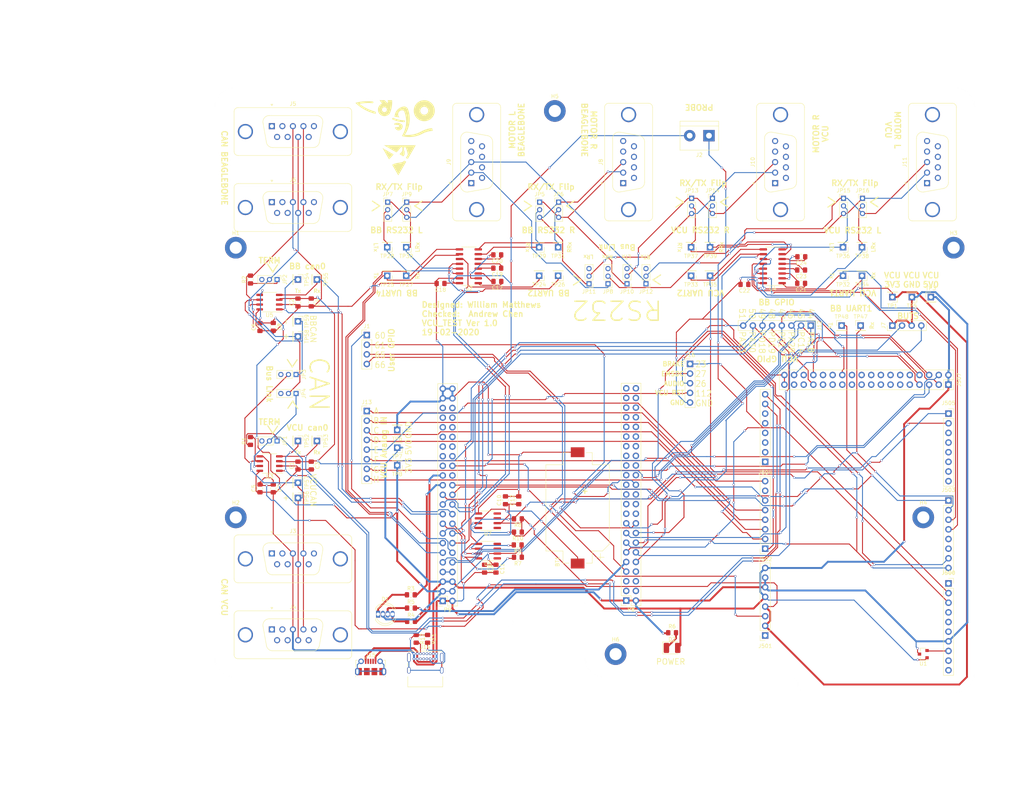
<source format=kicad_pcb>
(kicad_pcb (version 20171130) (host pcbnew 5.1.5-52549c5~84~ubuntu18.04.1)
  (title_block (title "VCU Test Board") (date 2020-02-16) (rev -))
  (layers (0 F.Cu signal) (31 B.Cu signal) (34 B.Paste user) (35 F.Paste user) (36 B.SilkS user) (37 F.SilkS user) (38 B.Mask user) (39 F.Mask user) (44 Edge.Cuts user))
  (net 0 "")
  (net 1 GNDD)
  (net 2 +3V3)
  (net 3 +5V)
  (net 4 SYS_5V)
  (net 5 PWR_BUT)
  (net 6 SYS_RESETN)
  (net 7 /GPIO_66)
  (net 8 /GPIO_69)
  (net 9 /GPIO_68)
  (net 10 /GPIO_45)
  (net 11 /GPIO_44)
  (net 12 /GPIO_47)
  (net 13 /GPIO_46)
  (net 14 /GPIO_65)
  (net 15 /GPIO_61)
  (net 16 /UART4_RXD)
  (net 17 /GPIO_60)
  (net 18 /UART4_TXD)
  (net 19 /GPIO_48)
  (net 20 /GPIO_49)
  (net 21 /UART1_TXD)
  (net 22 /GPIO_117)
  (net 23 /UART1_RXD)
  (net 24 /GPIO_115)
  (net 25 /GPIO_112)
  (net 26 "Net-(C17-Pad2)")
  (net 27 "Net-(C17-Pad1)")
  (net 28 "Net-(C19-Pad2)")
  (net 29 "Net-(C19-Pad1)")
  (net 30 "Net-(C20-Pad2)")
  (net 31 "Net-(C20-Pad1)")
  (net 32 "Net-(C21-Pad2)")
  (net 33 "Net-(C21-Pad1)")
  (net 34 "Net-(C23-Pad2)")
  (net 35 "Net-(C23-Pad1)")
  (net 36 "Net-(C24-Pad2)")
  (net 37 "Net-(C24-Pad1)")
  (net 38 "Net-(D1-Pad4)")
  (net 39 "Net-(D1-Pad3)")
  (net 40 "Net-(D1-Pad1)")
  (net 41 "Net-(D2-Pad1)")
  (net 42 VCUCAN+)
  (net 43 VCUCAN-)
  (net 44 BBCAN+)
  (net 45 BBCAN-)
  (net 46 +3.3VA)
  (net 47 /TempLin)
  (net 48 /TempLout)
  (net 49 /TempRout)
  (net 50 /PressRin)
  (net 51 /PressRout)
  (net 52 /TempRin)
  (net 53 /VCUCANTX0)
  (net 54 /VCUCANRX0)
  (net 55 /PressLout)
  (net 56 /PressLin)
  (net 57 /GPIO_22)
  (net 58 /GPIO_51)
  (net 59 /GPIO_50)
  (net 60 /VCU_REFVOLT)
  (net 61 /VCUTXD1A)
  (net 62 /VCURXD1A)
  (net 63 "Net-(JP1-Pad1)")
  (net 64 "Net-(JP2-Pad1)")
  (net 65 /DCAN0_RX)
  (net 66 /DCAN0_TX)
  (net 67 /UART2_TXD)
  (net 68 /UART2_RXD)
  (net 69 /VCURXD2A)
  (net 70 /motor_controller/BBLTX)
  (net 71 /motor_controller/BBLRX)
  (net 72 /motor_controller/BBRTX)
  (net 73 /motor_controller/BBRRX)
  (net 74 /motor_controller/VLTX)
  (net 75 /motor_controller/VLRX)
  (net 76 /motor_controller/VRTX)
  (net 77 /motor_controller/VRRX)
  (net 78 /RTC_VBAT)
  (net 79 "Net-(J14-PadS1)")
  (net 80 "Net-(J15-Pad6)")
  (net 81 "Net-(J3-Pad9)")
  (net 82 "Net-(J3-Pad7)")
  (net 83 "Net-(J3-Pad6)")
  (net 84 "Net-(J3-Pad5)")
  (net 85 "Net-(J3-Pad2)")
  (net 86 "Net-(J3-Pad1)")
  (net 87 "Net-(J4-Pad9)")
  (net 88 "Net-(J4-Pad7)")
  (net 89 "Net-(J4-Pad6)")
  (net 90 "Net-(J4-Pad5)")
  (net 91 "Net-(J4-Pad2)")
  (net 92 "Net-(J4-Pad1)")
  (net 93 "Net-(J5-Pad9)")
  (net 94 "Net-(J5-Pad7)")
  (net 95 "Net-(J5-Pad6)")
  (net 96 "Net-(J5-Pad5)")
  (net 97 "Net-(J5-Pad2)")
  (net 98 "Net-(J5-Pad1)")
  (net 99 "Net-(J6-Pad9)")
  (net 100 "Net-(J6-Pad7)")
  (net 101 "Net-(J6-Pad6)")
  (net 102 "Net-(J6-Pad5)")
  (net 103 "Net-(J6-Pad2)")
  (net 104 "Net-(J6-Pad1)")
  (net 105 "Net-(J8-Pad9)")
  (net 106 "Net-(J8-Pad8)")
  (net 107 "Net-(J8-Pad7)")
  (net 108 "Net-(J8-Pad6)")
  (net 109 "Net-(J8-Pad5)")
  (net 110 "Net-(J8-Pad4)")
  (net 111 "Net-(J8-Pad1)")
  (net 112 "Net-(J9-Pad9)")
  (net 113 "Net-(J9-Pad8)")
  (net 114 "Net-(J9-Pad7)")
  (net 115 "Net-(J9-Pad6)")
  (net 116 "Net-(J9-Pad5)")
  (net 117 "Net-(J9-Pad4)")
  (net 118 "Net-(J9-Pad1)")
  (net 119 "Net-(J10-Pad9)")
  (net 120 "Net-(J10-Pad8)")
  (net 121 "Net-(J10-Pad7)")
  (net 122 "Net-(J10-Pad6)")
  (net 123 "Net-(J10-Pad5)")
  (net 124 "Net-(J10-Pad4)")
  (net 125 "Net-(J10-Pad1)")
  (net 126 "Net-(J11-Pad9)")
  (net 127 "Net-(J11-Pad8)")
  (net 128 "Net-(J11-Pad7)")
  (net 129 "Net-(J11-Pad6)")
  (net 130 "Net-(J11-Pad5)")
  (net 131 "Net-(J11-Pad4)")
  (net 132 "Net-(J11-Pad1)")
  (net 133 "Net-(J14-PadB6)")
  (net 134 "Net-(J14-PadB5)")
  (net 135 "Net-(J14-PadB8)")
  (net 136 "Net-(J14-PadB7)")
  (net 137 "Net-(J14-PadA8)")
  (net 138 "Net-(J14-PadA7)")
  (net 139 "Net-(J14-PadA6)")
  (net 140 "Net-(J14-PadA5)")
  (net 141 "Net-(J15-Pad3)")
  (net 142 "Net-(J15-Pad4)")
  (net 143 "Net-(J15-Pad2)")
  (net 144 "Net-(J500-Pad10)")
  (net 145 "Net-(J500-Pad9)")
  (net 146 "Net-(J500-Pad6)")
  (net 147 "Net-(J501-Pad1)")
  (net 148 "Net-(J502-Pad7)")
  (net 149 "Net-(J504-Pad6)")
  (net 150 "Net-(J504-Pad5)")
  (net 151 "Net-(J504-Pad4)")
  (net 152 "Net-(J504-Pad3)")
  (net 153 "Net-(J504-Pad2)")
  (net 154 "Net-(J504-Pad1)")
  (net 155 /VCUTXD0)
  (net 156 /VCURXD0)
  (net 157 /VCUTXD2)
  (net 158 /VCURXD2)
  (net 159 /VCUTXD4)
  (net 160 /VCURXD4)
  (net 161 "Net-(J507-Pad26)")
  (net 162 "Net-(J507-Pad25)")
  (net 163 "Net-(J507-Pad23)")
  (net 164 "Net-(J507-Pad22)")
  (net 165 "Net-(J507-Pad21)")
  (net 166 "Net-(J507-Pad20)")
  (net 167 "Net-(J507-Pad19)")
  (net 168 "Net-(J507-Pad18)")
  (net 169 "Net-(J507-Pad17)")
  (net 170 "Net-(J507-Pad16)")
  (net 171 "Net-(J507-Pad15)")
  (net 172 "Net-(J507-Pad14)")
  (net 173 "Net-(J507-Pad13)")
  (net 174 "Net-(J507-Pad12)")
  (net 175 "Net-(J507-Pad11)")
  (net 176 /GPIO_71)
  (net 177 /GPIO_70)
  (net 178 /GPIO_73)
  (net 179 /GPIO_72)
  (net 180 /GPIO_75)
  (net 181 /GPIO_74)
  (net 182 /GPIO_77)
  (net 183 /GPIO_76)
  (net 184 /UART5_RXD+)
  (net 185 /UART5_TXD+)
  (net 186 /UART3_CTSN)
  (net 187 /UART4_CTSN)
  (net 188 /UART3_RTSN)
  (net 189 /UART4_RSTN)
  (net 190 /UART5_RTSN)
  (net 191 /UART5_CSTN+)
  (net 192 /GPIO_89)
  (net 193 /GPIO_87)
  (net 194 /GPIO_88)
  (net 195 /GPIO_86)
  (net 196 /GPIO_27)
  (net 197 /GPIO_26)
  (net 198 /GPIO_23)
  (net 199 /GPIO_67)
  (net 200 /UART3_TXD)
  (net 201 /GPI0_20)
  (net 202 /AIN1)
  (net 203 /AIN0)
  (net 204 /AIN3)
  (net 205 /AIN2)
  (net 206 /AIN5)
  (net 207 /AIN6)
  (net 208 GNDA_ADC)
  (net 209 /AIN4)
  (net 210 VDD_ADC)
  (net 211 /SPI1_SCLK)
  (net 212 /SPI1_DO)
  (net 213 /SPI1_CSO)
  (net 214 "Net-(U6-Pad4)")
  (net 215 "Net-(U6-Pad3)")
  (net 216 "Net-(U6-Pad1)")
  (net 217 "Net-(U7-Pad4)")
  (net 218 "Net-(U7-Pad3)")
  (net 219 "Net-(U7-Pad1)")
  (net 220 "Net-(J8-Pad3)")
  (net 221 "Net-(J8-Pad2)")
  (net 222 "Net-(J9-Pad3)")
  (net 223 "Net-(J9-Pad2)")
  (net 224 "Net-(J10-Pad3)")
  (net 225 "Net-(J10-Pad2)")
  (net 226 "Net-(J11-Pad3)")
  (net 227 "Net-(J11-Pad2)")
  (net 228 "Net-(J500-Pad5)")
  (net 229 "Net-(J500-Pad4)")
  (net 230 "Net-(J500-Pad1)")
  (net 231 /VCUTXD2A)
  (net 232 "Net-(J503-Pad6)")
  (net 233 "Net-(J503-Pad5)")
  (net 234 /TWD2)
  (net 235 /TWCK2)
  (net 236 "Net-(J507-Pad33)")
  (net 237 "Net-(J507-Pad32)")
  (net 238 "Net-(J507-Pad31)")
  (net 239 "Net-(J507-Pad28)")
  (net 240 "Net-(J507-Pad10)")
  (net 241 "Net-(J507-Pad9)")
  (net 242 /MMC1_DAT0)
  (net 243 /MMC1_DAT1)
  (net 244 /MMC1_DAT4)
  (net 245 /MMC1_DAT5)
  (net 246 /MMC1_CLK)
  (net 247 /MMC1_CMD)
  (net 248 /MMC1_DAT3)
  (net 249 /MMC1_DAT2)
  (net 250 /MMC1_DAT7)
  (net 251 /MMC1_DAT6)
  (net 252 /I2C1_SDA)
  (net 253 /I2C1_SCL)
  (net 254 "Net-(J507-Pad27)")
  (module Connector_PinHeader_2.54mm:PinHeader_1x05_P2.54mm_Vertical (layer F.Cu) (at 122.6 47.6)
    (fp_text reference J16 (at 0 -2.33) (layer F.SilkS))
    (fp_text value Conn_01x05_Male)
    (pad 5 thru_hole oval (at 0 10.16) (size 1.7 1.7) (drill 1) (layers *.Cu *.Mask) (net 1 GNDD))
    (pad 4 thru_hole oval (at 0 7.62) (size 1.7 1.7) (drill 1) (layers *.Cu *.Mask) (net 25 /GPIO_112))
    (pad 3 thru_hole oval (at 0 5.08) (size 1.7 1.7) (drill 1) (layers *.Cu *.Mask) (net 197 /GPIO_26))
    (pad 2 thru_hole oval (at 0 2.54) (size 1.7 1.7) (drill 1) (layers *.Cu *.Mask) (net 196 /GPIO_27))
    (pad 1 thru_hole rect (at 0 0) (size 1.7 1.7) (drill 1) (layers *.Cu *.Mask) (net 198 /GPIO_23))
  )
  (module MountingHole:MountingHole_3.2mm_M3_ISO7380_Pad (layer F.Cu) (at 103 124)
    (fp_text reference H6 (at 0 -3.85) (layer F.SilkS))
    (fp_text value MountingHole)
    (pad 1 thru_hole circle (at 0 0) (size 5.7 5.7) (drill 3.2) (layers *.Cu *.Mask))
  )
  (module MountingHole:MountingHole_3.2mm_M3_ISO7380_Pad (layer F.Cu) (at 87 -19)
    (fp_text reference H5 (at 0 -3.85) (layer F.SilkS))
    (fp_text value MountingHole)
    (pad 1 thru_hole circle (at 0 0) (size 5.7 5.7) (drill 3.2) (layers *.Cu *.Mask))
  )
  (module MountingHole:MountingHole_3.2mm_M3_ISO7380_Pad (layer F.Cu) (at 184 88)
    (fp_text reference H4 (at 0 -3.85) (layer F.SilkS))
    (fp_text value MountingHole)
    (pad 1 thru_hole circle (at 0 0) (size 5.7 5.7) (drill 3.2) (layers *.Cu *.Mask))
  )
  (module MountingHole:MountingHole_3.2mm_M3_ISO7380_Pad (layer F.Cu) (at 192 17)
    (fp_text reference H3 (at 0 -3.85) (layer F.SilkS))
    (fp_text value MountingHole)
    (pad 1 thru_hole circle (at 0 0) (size 5.7 5.7) (drill 3.2) (layers *.Cu *.Mask))
  )
  (module MountingHole:MountingHole_3.2mm_M3_ISO7380_Pad (layer F.Cu) (at 3 88)
    (fp_text reference H2 (at 0 -3.85) (layer F.SilkS))
    (fp_text value MountingHole)
    (pad 1 thru_hole circle (at 0 0) (size 5.7 5.7) (drill 3.2) (layers *.Cu *.Mask))
  )
  (module MountingHole:MountingHole_3.2mm_M3_ISO7380_Pad (layer F.Cu) (at 3 17)
    (fp_text reference H1 (at 0 -3.85) (layer F.SilkS))
    (fp_text value MountingHole)
    (pad 1 thru_hole circle (at 0 0) (size 5.7 5.7) (drill 3.2) (layers *.Cu *.Mask))
  )
  (module footprints:OUR-Logo (layer F.Cu) (at 45 -17 180)
    (fp_text reference G*** hide)
    (fp_text value LOGO hide)
  )
  (module Symbol:ESD-Logo_8.9x8mm_SilkScreen (layer F.Cu) (at 46 -6 180)
    (fp_text reference REF** hide)
    (fp_text value ESD-Logo_8.9x8mm_SilkScreen hide)
  )
  (module Package_SO:SO-8_3.9x4.9mm_P1.27mm (layer F.Cu) (at 11.8701 31.3324 180)
    (fp_text reference U5 (at 0 -3.4) (layer F.SilkS))
    (fp_text value TCAN1042HVD)
    (pad 8 smd roundrect (at 2.575 -1.905 180) (size 1.75 0.6) (layers F.Cu F.Paste F.Mask) (net 1 GNDD))
    (pad 7 smd roundrect (at 2.575 -0.635 180) (size 1.75 0.6) (layers F.Cu F.Paste F.Mask) (net 44 BBCAN+))
    (pad 6 smd roundrect (at 2.575 0.635 180) (size 1.75 0.6) (layers F.Cu F.Paste F.Mask) (net 45 BBCAN-))
    (pad 5 smd roundrect (at 2.575 1.905 180) (size 1.75 0.6) (layers F.Cu F.Paste F.Mask) (net 2 +3V3))
    (pad 4 smd roundrect (at -2.575 1.905 180) (size 1.75 0.6) (layers F.Cu F.Paste F.Mask) (net 65 /DCAN0_RX))
    (pad 3 smd roundrect (at -2.575 0.635 180) (size 1.75 0.6) (layers F.Cu F.Paste F.Mask) (net 3 +5V))
    (pad 2 smd roundrect (at -2.575 -0.635 180) (size 1.75 0.6) (layers F.Cu F.Paste F.Mask) (net 1 GNDD))
    (pad 1 smd roundrect (at -2.575 -1.905 180) (size 1.75 0.6) (layers F.Cu F.Paste F.Mask) (net 66 /DCAN0_TX))
  )
  (module Package_SO:SO-8_3.9x4.9mm_P1.27mm (layer F.Cu) (at 11.8951 73.8324 180)
    (fp_text reference U3 (at 0 -3.4) (layer F.SilkS))
    (fp_text value TCAN1042HVD)
    (pad 8 smd roundrect (at 2.575 -1.905 180) (size 1.75 0.6) (layers F.Cu F.Paste F.Mask) (net 1 GNDD))
    (pad 7 smd roundrect (at 2.575 -0.635 180) (size 1.75 0.6) (layers F.Cu F.Paste F.Mask) (net 42 VCUCAN+))
    (pad 6 smd roundrect (at 2.575 0.635 180) (size 1.75 0.6) (layers F.Cu F.Paste F.Mask) (net 43 VCUCAN-))
    (pad 5 smd roundrect (at 2.575 1.905 180) (size 1.75 0.6) (layers F.Cu F.Paste F.Mask) (net 46 +3.3VA))
    (pad 4 smd roundrect (at -2.575 1.905 180) (size 1.75 0.6) (layers F.Cu F.Paste F.Mask) (net 54 /VCUCANRX0))
    (pad 3 smd roundrect (at -2.575 0.635 180) (size 1.75 0.6) (layers F.Cu F.Paste F.Mask) (net 3 +5V))
    (pad 2 smd roundrect (at -2.575 -0.635 180) (size 1.75 0.6) (layers F.Cu F.Paste F.Mask) (net 1 GNDD))
    (pad 1 smd roundrect (at -2.575 -1.905 180) (size 1.75 0.6) (layers F.Cu F.Paste F.Mask) (net 53 /VCUCANTX0))
  )
  (module Connector_USB:USB_C_Receptacle_GCT_USB4085 (layer F.Cu) (at 49.92 123.9)
    (fp_text reference J14 (at 2.975 -1.8) (layer F.SilkS))
    (fp_text value USB_C_Receptacle)
    (pad S1 thru_hole oval (at 7.3 4.36) (size 0.9 1.7) (drill oval 0.6 1.4) (layers *.Cu *.Mask) (net 79 "Net-(J14-PadS1)"))
    (pad S1 thru_hole oval (at -1.35 4.36) (size 0.9 1.7) (drill oval 0.6 1.4) (layers *.Cu *.Mask) (net 79 "Net-(J14-PadS1)"))
    (pad S1 thru_hole oval (at 7.3 0.98) (size 0.9 2.4) (drill oval 0.6 2.1) (layers *.Cu *.Mask) (net 79 "Net-(J14-PadS1)"))
    (pad S1 thru_hole oval (at -1.35 0.98) (size 0.9 2.4) (drill oval 0.6 2.1) (layers *.Cu *.Mask) (net 79 "Net-(J14-PadS1)"))
    (pad B6 thru_hole circle (at 3.4 1.35) (size 0.7 0.7) (drill 0.4) (layers *.Cu *.Mask) (net 133 "Net-(J14-PadB6)"))
    (pad B1 thru_hole circle (at 5.95 1.35) (size 0.7 0.7) (drill 0.4) (layers *.Cu *.Mask) (net 1 GNDD))
    (pad B4 thru_hole circle (at 5.1 1.35) (size 0.7 0.7) (drill 0.4) (layers *.Cu *.Mask) (net 3 +5V))
    (pad B5 thru_hole circle (at 4.25 1.35) (size 0.7 0.7) (drill 0.4) (layers *.Cu *.Mask) (net 134 "Net-(J14-PadB5)"))
    (pad B12 thru_hole circle (at 0 1.35) (size 0.7 0.7) (drill 0.4) (layers *.Cu *.Mask) (net 1 GNDD))
    (pad B8 thru_hole circle (at 1.7 1.35) (size 0.7 0.7) (drill 0.4) (layers *.Cu *.Mask) (net 135 "Net-(J14-PadB8)"))
    (pad B7 thru_hole circle (at 2.55 1.35) (size 0.7 0.7) (drill 0.4) (layers *.Cu *.Mask) (net 136 "Net-(J14-PadB7)"))
    (pad B9 thru_hole circle (at 0.85 1.35) (size 0.7 0.7) (drill 0.4) (layers *.Cu *.Mask) (net 3 +5V))
    (pad A12 thru_hole circle (at 5.95 0) (size 0.7 0.7) (drill 0.4) (layers *.Cu *.Mask) (net 1 GNDD))
    (pad A9 thru_hole circle (at 5.1 0) (size 0.7 0.7) (drill 0.4) (layers *.Cu *.Mask) (net 3 +5V))
    (pad A8 thru_hole circle (at 4.25 0) (size 0.7 0.7) (drill 0.4) (layers *.Cu *.Mask) (net 137 "Net-(J14-PadA8)"))
    (pad A7 thru_hole circle (at 3.4 0) (size 0.7 0.7) (drill 0.4) (layers *.Cu *.Mask) (net 138 "Net-(J14-PadA7)"))
    (pad A6 thru_hole circle (at 2.55 0) (size 0.7 0.7) (drill 0.4) (layers *.Cu *.Mask) (net 139 "Net-(J14-PadA6)"))
    (pad A5 thru_hole circle (at 1.7 0) (size 0.7 0.7) (drill 0.4) (layers *.Cu *.Mask) (net 140 "Net-(J14-PadA5)"))
    (pad A4 thru_hole circle (at 0.85 0) (size 0.7 0.7) (drill 0.4) (layers *.Cu *.Mask) (net 3 +5V))
    (pad A1 thru_hole circle (at 0 0) (size 0.7 0.7) (drill 0.4) (layers *.Cu *.Mask) (net 1 GNDD))
  )
  (module Resistor_SMD:R_0805_2012Metric_Pad1.15x1.40mm_HandSolder (layer F.Cu) (at 50.5 119.975 270)
    (fp_text reference R12 (at 0 -1.65 90) (layer F.SilkS))
    (fp_text value 5K1)
    (pad 2 smd roundrect (at 1.025 0 270) (size 1.15 1.4) (layers F.Cu F.Paste F.Mask) (roundrect_rratio 0.217391) (net 140 "Net-(J14-PadA5)"))
    (pad 1 smd roundrect (at -1.025 0 270) (size 1.15 1.4) (layers F.Cu F.Paste F.Mask) (roundrect_rratio 0.217391) (net 1 GNDD))
  )
  (module Resistor_SMD:R_0805_2012Metric_Pad1.15x1.40mm_HandSolder (layer F.Cu) (at 53.5 119.975 270)
    (fp_text reference R11 (at 0 -1.65 90) (layer F.SilkS))
    (fp_text value 5K1)
    (pad 2 smd roundrect (at 1.025 0 270) (size 1.15 1.4) (layers F.Cu F.Paste F.Mask) (roundrect_rratio 0.217391) (net 134 "Net-(J14-PadB5)"))
    (pad 1 smd roundrect (at -1.025 0 270) (size 1.15 1.4) (layers F.Cu F.Paste F.Mask) (roundrect_rratio 0.217391) (net 1 GNDD))
  )
  (module Capacitor_SMD:C_0805_2012Metric_Pad1.15x1.40mm_HandSolder (layer F.Cu) (at 77.5 83.5 90)
    (fp_text reference C12 (at 0 -1.65 90) (layer F.SilkS))
    (fp_text value 1u)
    (pad 2 smd roundrect (at 1.025 0 90) (size 1.15 1.4) (layers F.Cu F.Paste F.Mask) (roundrect_rratio 0.217391) (net 1 GNDD))
    (pad 1 smd roundrect (at -1.025 0 90) (size 1.15 1.4) (layers F.Cu F.Paste F.Mask) (roundrect_rratio 0.217391) (net 46 +3.3VA))
  )
  (module Capacitor_SMD:C_0805_2012Metric_Pad1.15x1.40mm_HandSolder (layer F.Cu) (at 71.5 101.5 270)
    (fp_text reference C11 (at 0 -1.65 90) (layer F.SilkS))
    (fp_text value 1u)
    (pad 2 smd roundrect (at 1.025 0 270) (size 1.15 1.4) (layers F.Cu F.Paste F.Mask) (roundrect_rratio 0.217391) (net 1 GNDD))
    (pad 1 smd roundrect (at -1.025 0 270) (size 1.15 1.4) (layers F.Cu F.Paste F.Mask) (roundrect_rratio 0.217391) (net 2 +3V3))
  )
  (module Capacitor_SMD:C_0805_2012Metric_Pad1.15x1.40mm_HandSolder (layer F.Cu) (at 74 83.5 90)
    (fp_text reference C10 (at 0 -1.65 90) (layer F.SilkS))
    (fp_text value 100n)
    (pad 2 smd roundrect (at 1.025 0 90) (size 1.15 1.4) (layers F.Cu F.Paste F.Mask) (roundrect_rratio 0.217391) (net 1 GNDD))
    (pad 1 smd roundrect (at -1.025 0 90) (size 1.15 1.4) (layers F.Cu F.Paste F.Mask) (roundrect_rratio 0.217391) (net 46 +3.3VA))
  )
  (module Capacitor_SMD:C_0805_2012Metric_Pad1.15x1.40mm_HandSolder (layer F.Cu) (at 68.5 101.5 270)
    (fp_text reference C9 (at 0 -1.65 90) (layer F.SilkS))
    (fp_text value 100n)
    (pad 2 smd roundrect (at 1.025 0 270) (size 1.15 1.4) (layers F.Cu F.Paste F.Mask) (roundrect_rratio 0.217391) (net 1 GNDD))
    (pad 1 smd roundrect (at -1.025 0 270) (size 1.15 1.4) (layers F.Cu F.Paste F.Mask) (roundrect_rratio 0.217391) (net 2 +3V3))
  )
  (module Battery:BatteryHolder_Keystone_1060_1x2032 (layer F.Cu) (at 93 85.5 90)
    (fp_text reference BT1 (at -14.125 -5.3 90) (layer F.SilkS))
    (fp_text value Battery_Cell)
    (pad 1 smd rect (at -14.65 0 270) (size 2.6 3.6) (layers F.Cu F.Paste F.Mask) (net 78 /RTC_VBAT))
    (pad 2 smd rect (at 14.65 0 270) (size 2.6 3.6) (layers F.Cu F.Paste F.Mask) (net 1 GNDD))
  )
  (module Connector_PinHeader_2.54mm:PinHeader_1x01_P2.54mm_Vertical (layer F.Cu) (at 45.5 74.3 180)
    (fp_text reference TP8 (at 0 -2.33) (layer F.SilkS))
    (fp_text value TestPoint)
    (pad 1 thru_hole rect (at 0 0 180) (size 1.7 1.7) (drill 1) (layers *.Cu *.Mask) (net 2 +3V3))
  )
  (module Connector_PinHeader_2.54mm:PinHeader_1x01_P2.54mm_Vertical (layer F.Cu) (at 45.5 69.65 180)
    (fp_text reference TP7 (at 0 -2.33) (layer F.SilkS))
    (fp_text value TestPoint)
    (pad 1 thru_hole rect (at 0 0 180) (size 1.7 1.7) (drill 1) (layers *.Cu *.Mask) (net 3 +5V))
  )
  (module Connector_PinHeader_2.54mm:PinHeader_1x01_P2.54mm_Vertical (layer F.Cu) (at 45.5 65 180)
    (fp_text reference TP6 (at 0 -2.33) (layer F.SilkS))
    (fp_text value TestPoint)
    (pad 1 thru_hole rect (at 0 0 180) (size 1.7 1.7) (drill 1) (layers *.Cu *.Mask) (net 1 GNDD))
  )
  (module Connector_PinHeader_2.54mm:PinHeader_1x01_P2.54mm_Vertical (layer F.Cu) (at 181 30 180)
    (fp_text reference TP5 (at 0 -2.33) (layer F.SilkS))
    (fp_text value TestPoint)
    (pad 1 thru_hole rect (at 0 0 180) (size 1.7 1.7) (drill 1) (layers *.Cu *.Mask) (net 1 GNDD))
  )
  (module project:BeagleBone-Black_Flip (layer F.Cu) (at 57.5 110 180)
    (fp_text reference REF** hide)
    (fp_text value BeagleBone-Black_Flip)
  )
  (module Connector_PinSocket_2.54mm:PinSocket_2x18_P2.54mm_Vertical (layer F.Cu) (at 190.625 53.05 270)
    (fp_text reference J507 (at -1.27 -2.77 90) (layer F.SilkS))
    (fp_text value Conn_02x18_Odd_Even)
    (pad 36 thru_hole oval (at -2.54 43.18 270) (size 1.7 1.7) (drill 1) (layers *.Cu *.Mask) (net 1 GNDD))
    (pad 35 thru_hole oval (at 0 43.18 270) (size 1.7 1.7) (drill 1) (layers *.Cu *.Mask) (net 1 GNDD))
    (pad 34 thru_hole oval (at -2.54 40.64 270) (size 1.7 1.7) (drill 1) (layers *.Cu *.Mask) (net 10 /GPIO_45))
    (pad 33 thru_hole oval (at 0 40.64 270) (size 1.7 1.7) (drill 1) (layers *.Cu *.Mask) (net 236 "Net-(J507-Pad33)"))
    (pad 32 thru_hole oval (at -2.54 38.1 270) (size 1.7 1.7) (drill 1) (layers *.Cu *.Mask) (net 237 "Net-(J507-Pad32)"))
    (pad 31 thru_hole oval (at 0 38.1 270) (size 1.7 1.7) (drill 1) (layers *.Cu *.Mask) (net 238 "Net-(J507-Pad31)"))
    (pad 30 thru_hole oval (at -2.54 35.56 270) (size 1.7 1.7) (drill 1) (layers *.Cu *.Mask) (net 13 /GPIO_46))
    (pad 29 thru_hole oval (at 0 35.56 270) (size 1.7 1.7) (drill 1) (layers *.Cu *.Mask) (net 59 /GPIO_50))
    (pad 28 thru_hole oval (at -2.54 33.02 270) (size 1.7 1.7) (drill 1) (layers *.Cu *.Mask) (net 239 "Net-(J507-Pad28)"))
    (pad 27 thru_hole oval (at 0 33.02 270) (size 1.7 1.7) (drill 1) (layers *.Cu *.Mask) (net 254 "Net-(J507-Pad27)"))
    (pad 26 thru_hole oval (at -2.54 30.48 270) (size 1.7 1.7) (drill 1) (layers *.Cu *.Mask) (net 161 "Net-(J507-Pad26)"))
    (pad 25 thru_hole oval (at 0 30.48 270) (size 1.7 1.7) (drill 1) (layers *.Cu *.Mask) (net 162 "Net-(J507-Pad25)"))
    (pad 24 thru_hole oval (at -2.54 27.94 270) (size 1.7 1.7) (drill 1) (layers *.Cu *.Mask) (net 58 /GPIO_51))
    (pad 23 thru_hole oval (at 0 27.94 270) (size 1.7 1.7) (drill 1) (layers *.Cu *.Mask) (net 163 "Net-(J507-Pad23)"))
    (pad 22 thru_hole oval (at -2.54 25.4 270) (size 1.7 1.7) (drill 1) (layers *.Cu *.Mask) (net 164 "Net-(J507-Pad22)"))
    (pad 21 thru_hole oval (at 0 25.4 270) (size 1.7 1.7) (drill 1) (layers *.Cu *.Mask) (net 165 "Net-(J507-Pad21)"))
    (pad 20 thru_hole oval (at -2.54 22.86 270) (size 1.7 1.7) (drill 1) (layers *.Cu *.Mask) (net 166 "Net-(J507-Pad20)"))
    (pad 19 thru_hole oval (at 0 22.86 270) (size 1.7 1.7) (drill 1) (layers *.Cu *.Mask) (net 167 "Net-(J507-Pad19)"))
    (pad 18 thru_hole oval (at -2.54 20.32 270) (size 1.7 1.7) (drill 1) (layers *.Cu *.Mask) (net 168 "Net-(J507-Pad18)"))
    (pad 17 thru_hole oval (at 0 20.32 270) (size 1.7 1.7) (drill 1) (layers *.Cu *.Mask) (net 169 "Net-(J507-Pad17)"))
    (pad 16 thru_hole oval (at -2.54 17.78 270) (size 1.7 1.7) (drill 1) (layers *.Cu *.Mask) (net 170 "Net-(J507-Pad16)"))
    (pad 15 thru_hole oval (at 0 17.78 270) (size 1.7 1.7) (drill 1) (layers *.Cu *.Mask) (net 171 "Net-(J507-Pad15)"))
    (pad 14 thru_hole oval (at -2.54 15.24 270) (size 1.7 1.7) (drill 1) (layers *.Cu *.Mask) (net 172 "Net-(J507-Pad14)"))
    (pad 13 thru_hole oval (at 0 15.24 270) (size 1.7 1.7) (drill 1) (layers *.Cu *.Mask) (net 173 "Net-(J507-Pad13)"))
    (pad 12 thru_hole oval (at -2.54 12.7 270) (size 1.7 1.7) (drill 1) (layers *.Cu *.Mask) (net 174 "Net-(J507-Pad12)"))
    (pad 11 thru_hole oval (at 0 12.7 270) (size 1.7 1.7) (drill 1) (layers *.Cu *.Mask) (net 175 "Net-(J507-Pad11)"))
    (pad 10 thru_hole oval (at -2.54 10.16 270) (size 1.7 1.7) (drill 1) (layers *.Cu *.Mask) (net 240 "Net-(J507-Pad10)"))
    (pad 9 thru_hole oval (at 0 10.16 270) (size 1.7 1.7) (drill 1) (layers *.Cu *.Mask) (net 241 "Net-(J507-Pad9)"))
    (pad 8 thru_hole oval (at -2.54 7.62 270) (size 1.7 1.7) (drill 1) (layers *.Cu *.Mask) (net 20 /GPIO_49))
    (pad 7 thru_hole oval (at 0 7.62 270) (size 1.7 1.7) (drill 1) (layers *.Cu *.Mask) (net 19 /GPIO_48))
    (pad 6 thru_hole oval (at -2.54 5.08 270) (size 1.7 1.7) (drill 1) (layers *.Cu *.Mask) (net 12 /GPIO_47))
    (pad 5 thru_hole oval (at 0 5.08 270) (size 1.7 1.7) (drill 1) (layers *.Cu *.Mask) (net 56 /PressLin))
    (pad 4 thru_hole oval (at -2.54 2.54 270) (size 1.7 1.7) (drill 1) (layers *.Cu *.Mask) (net 55 /PressLout))
    (pad 3 thru_hole oval (at 0 2.54 270) (size 1.7 1.7) (drill 1) (layers *.Cu *.Mask) (net 11 /GPIO_44))
    (pad 2 thru_hole oval (at -2.54 0 270) (size 1.7 1.7) (drill 1) (layers *.Cu *.Mask) (net 3 +5V))
    (pad 1 thru_hole rect (at 0 0 270) (size 1.7 1.7) (drill 1) (layers *.Cu *.Mask) (net 3 +5V))
  )
  (module Connector_PinSocket_2.54mm:PinSocket_1x08_P2.54mm_Vertical (layer F.Cu) (at 142.38 119.1 180)
    (fp_text reference J501 (at 0 -2.77) (layer F.SilkS))
    (fp_text value Conn_01x08_Female)
    (pad 8 thru_hole oval (at 0 17.78 180) (size 1.7 1.7) (drill 1) (layers *.Cu *.Mask) (net 3 +5V))
    (pad 7 thru_hole oval (at 0 15.24 180) (size 1.7 1.7) (drill 1) (layers *.Cu *.Mask) (net 1 GNDD))
    (pad 6 thru_hole oval (at 0 12.7 180) (size 1.7 1.7) (drill 1) (layers *.Cu *.Mask) (net 1 GNDD))
    (pad 5 thru_hole oval (at 0 10.16 180) (size 1.7 1.7) (drill 1) (layers *.Cu *.Mask) (net 3 +5V))
    (pad 4 thru_hole oval (at 0 7.62 180) (size 1.7 1.7) (drill 1) (layers *.Cu *.Mask) (net 46 +3.3VA))
    (pad 3 thru_hole oval (at 0 5.08 180) (size 1.7 1.7) (drill 1) (layers *.Cu *.Mask) (net 25 /GPIO_112))
    (pad 2 thru_hole oval (at 0 2.54 180) (size 1.7 1.7) (drill 1) (layers *.Cu *.Mask) (net 46 +3.3VA))
    (pad 1 thru_hole rect (at 0 0 180) (size 1.7 1.7) (drill 1) (layers *.Cu *.Mask) (net 147 "Net-(J501-Pad1)"))
  )
  (module Connector_PinSocket_2.54mm:PinSocket_1x10_P2.54mm_Vertical (layer F.Cu) (at 190.64 105.39)
    (fp_text reference J500 (at 0 -2.77) (layer F.SilkS))
    (fp_text value Conn_01x10_Female)
    (pad 10 thru_hole oval (at 0 22.86) (size 1.7 1.7) (drill 1) (layers *.Cu *.Mask) (net 144 "Net-(J500-Pad10)"))
    (pad 9 thru_hole oval (at 0 20.32) (size 1.7 1.7) (drill 1) (layers *.Cu *.Mask) (net 145 "Net-(J500-Pad9)"))
    (pad 8 thru_hole oval (at 0 17.78) (size 1.7 1.7) (drill 1) (layers *.Cu *.Mask) (net 60 /VCU_REFVOLT))
    (pad 7 thru_hole oval (at 0 15.24) (size 1.7 1.7) (drill 1) (layers *.Cu *.Mask) (net 1 GNDD))
    (pad 6 thru_hole oval (at 0 12.7) (size 1.7 1.7) (drill 1) (layers *.Cu *.Mask) (net 146 "Net-(J500-Pad6)"))
    (pad 5 thru_hole oval (at 0 10.16) (size 1.7 1.7) (drill 1) (layers *.Cu *.Mask) (net 228 "Net-(J500-Pad5)"))
    (pad 4 thru_hole oval (at 0 7.62) (size 1.7 1.7) (drill 1) (layers *.Cu *.Mask) (net 229 "Net-(J500-Pad4)"))
    (pad 3 thru_hole oval (at 0 5.08) (size 1.7 1.7) (drill 1) (layers *.Cu *.Mask) (net 69 /VCURXD2A))
    (pad 2 thru_hole oval (at 0 2.54) (size 1.7 1.7) (drill 1) (layers *.Cu *.Mask) (net 198 /GPIO_23))
    (pad 1 thru_hole rect (at 0 0) (size 1.7 1.7) (drill 1) (layers *.Cu *.Mask) (net 230 "Net-(J500-Pad1)"))
  )
  (module project:PinHeader_2x23_P2.54mm_Vertical_Flip (layer F.Cu) (at 57.5 110 180)
    (fp_text reference P9 (at -1.27 -2.33) (layer F.SilkS))
    (fp_text value BeagleBone_Black_Header)
    (pad 46 thru_hole oval (at -2.54 55.88 180) (size 1.7 1.7) (drill 1) (layers *.Cu *.Mask) (net 1 GNDD))
    (pad 45 thru_hole oval (at 0 55.88 180) (size 1.7 1.7) (drill 1) (layers *.Cu *.Mask) (net 1 GNDD))
    (pad 44 thru_hole oval (at -2.54 53.34 180) (size 1.7 1.7) (drill 1) (layers *.Cu *.Mask) (net 1 GNDD))
    (pad 43 thru_hole oval (at 0 53.34 180) (size 1.7 1.7) (drill 1) (layers *.Cu *.Mask) (net 1 GNDD))
    (pad 42 thru_hole oval (at -2.54 50.8 180) (size 1.7 1.7) (drill 1) (layers *.Cu *.Mask) (net 200 /UART3_TXD))
    (pad 41 thru_hole oval (at 0 50.8 180) (size 1.7 1.7) (drill 1) (layers *.Cu *.Mask) (net 201 /GPI0_20))
    (pad 40 thru_hole oval (at -2.54 48.26 180) (size 1.7 1.7) (drill 1) (layers *.Cu *.Mask) (net 202 /AIN1))
    (pad 39 thru_hole oval (at 0 48.26 180) (size 1.7 1.7) (drill 1) (layers *.Cu *.Mask) (net 203 /AIN0))
    (pad 38 thru_hole oval (at -2.54 45.72 180) (size 1.7 1.7) (drill 1) (layers *.Cu *.Mask) (net 204 /AIN3))
    (pad 37 thru_hole oval (at 0 45.72 180) (size 1.7 1.7) (drill 1) (layers *.Cu *.Mask) (net 205 /AIN2))
    (pad 36 thru_hole oval (at -2.54 43.18 180) (size 1.7 1.7) (drill 1) (layers *.Cu *.Mask) (net 206 /AIN5))
    (pad 35 thru_hole oval (at 0 43.18 180) (size 1.7 1.7) (drill 1) (layers *.Cu *.Mask) (net 207 /AIN6))
    (pad 34 thru_hole oval (at -2.54 40.64 180) (size 1.7 1.7) (drill 1) (layers *.Cu *.Mask) (net 208 GNDA_ADC))
    (pad 33 thru_hole oval (at 0 40.64 180) (size 1.7 1.7) (drill 1) (layers *.Cu *.Mask) (net 209 /AIN4))
    (pad 32 thru_hole oval (at -2.54 38.1 180) (size 1.7 1.7) (drill 1) (layers *.Cu *.Mask) (net 210 VDD_ADC))
    (pad 31 thru_hole oval (at 0 38.1 180) (size 1.7 1.7) (drill 1) (layers *.Cu *.Mask) (net 211 /SPI1_SCLK))
    (pad 30 thru_hole oval (at -2.54 35.56 180) (size 1.7 1.7) (drill 1) (layers *.Cu *.Mask) (net 25 /GPIO_112))
    (pad 29 thru_hole oval (at 0 35.56 180) (size 1.7 1.7) (drill 1) (layers *.Cu *.Mask) (net 212 /SPI1_DO))
    (pad 28 thru_hole oval (at -2.54 33.02 180) (size 1.7 1.7) (drill 1) (layers *.Cu *.Mask) (net 213 /SPI1_CSO))
    (pad 27 thru_hole oval (at 0 33.02 180) (size 1.7 1.7) (drill 1) (layers *.Cu *.Mask) (net 24 /GPIO_115))
    (pad 26 thru_hole oval (at -2.54 30.48 180) (size 1.7 1.7) (drill 1) (layers *.Cu *.Mask) (net 23 /UART1_RXD))
    (pad 25 thru_hole oval (at 0 30.48 180) (size 1.7 1.7) (drill 1) (layers *.Cu *.Mask) (net 22 /GPIO_117))
    (pad 24 thru_hole oval (at -2.54 27.94 180) (size 1.7 1.7) (drill 1) (layers *.Cu *.Mask) (net 21 /UART1_TXD))
    (pad 23 thru_hole oval (at 0 27.94 180) (size 1.7 1.7) (drill 1) (layers *.Cu *.Mask) (net 20 /GPIO_49))
    (pad 22 thru_hole oval (at -2.54 25.4 180) (size 1.7 1.7) (drill 1) (layers *.Cu *.Mask) (net 68 /UART2_RXD))
    (pad 21 thru_hole oval (at 0 25.4 180) (size 1.7 1.7) (drill 1) (layers *.Cu *.Mask) (net 67 /UART2_TXD))
    (pad 20 thru_hole oval (at -2.54 22.86 180) (size 1.7 1.7) (drill 1) (layers *.Cu *.Mask) (net 66 /DCAN0_TX))
    (pad 19 thru_hole oval (at 0 22.86 180) (size 1.7 1.7) (drill 1) (layers *.Cu *.Mask) (net 65 /DCAN0_RX))
    (pad 18 thru_hole oval (at -2.54 20.32 180) (size 1.7 1.7) (drill 1) (layers *.Cu *.Mask) (net 252 /I2C1_SDA))
    (pad 17 thru_hole oval (at 0 20.32 180) (size 1.7 1.7) (drill 1) (layers *.Cu *.Mask) (net 253 /I2C1_SCL))
    (pad 16 thru_hole oval (at -2.54 17.78 180) (size 1.7 1.7) (drill 1) (layers *.Cu *.Mask) (net 58 /GPIO_51))
    (pad 15 thru_hole oval (at 0 17.78 180) (size 1.7 1.7) (drill 1) (layers *.Cu *.Mask) (net 19 /GPIO_48))
    (pad 14 thru_hole oval (at -2.54 15.24 180) (size 1.7 1.7) (drill 1) (layers *.Cu *.Mask) (net 59 /GPIO_50))
    (pad 13 thru_hole oval (at 0 15.24 180) (size 1.7 1.7) (drill 1) (layers *.Cu *.Mask) (net 18 /UART4_TXD))
    (pad 12 thru_hole oval (at -2.54 12.7 180) (size 1.7 1.7) (drill 1) (layers *.Cu *.Mask) (net 17 /GPIO_60))
    (pad 11 thru_hole oval (at 0 12.7 180) (size 1.7 1.7) (drill 1) (layers *.Cu *.Mask) (net 16 /UART4_RXD))
    (pad 10 thru_hole oval (at -2.54 10.16 180) (size 1.7 1.7) (drill 1) (layers *.Cu *.Mask) (net 6 SYS_RESETN))
    (pad 9 thru_hole oval (at 0 10.16 180) (size 1.7 1.7) (drill 1) (layers *.Cu *.Mask) (net 5 PWR_BUT))
    (pad 8 thru_hole oval (at -2.54 7.62 180) (size 1.7 1.7) (drill 1) (layers *.Cu *.Mask) (net 4 SYS_5V))
    (pad 7 thru_hole oval (at 0 7.62 180) (size 1.7 1.7) (drill 1) (layers *.Cu *.Mask) (net 4 SYS_5V))
    (pad 6 thru_hole oval (at -2.54 5.08 180) (size 1.7 1.7) (drill 1) (layers *.Cu *.Mask) (net 3 +5V))
    (pad 5 thru_hole oval (at 0 5.08 180) (size 1.7 1.7) (drill 1) (layers *.Cu *.Mask) (net 3 +5V))
    (pad 4 thru_hole oval (at -2.54 2.54 180) (size 1.7 1.7) (drill 1) (layers *.Cu *.Mask) (net 2 +3V3))
    (pad 3 thru_hole oval (at 0 2.54 180) (size 1.7 1.7) (drill 1) (layers *.Cu *.Mask) (net 2 +3V3))
    (pad 2 thru_hole oval (at -2.54 0 180) (size 1.7 1.7) (drill 1) (layers *.Cu *.Mask) (net 1 GNDD))
    (pad 1 thru_hole rect (at 0 0 180) (size 1.7 1.7) (drill 1) (layers *.Cu *.Mask) (net 1 GNDD))
  )
  (module project:PinHeader_2x23_P2.54mm_Vertical_Flip (layer F.Cu) (at 105.8 109.9 180)
    (fp_text reference P8 (at -1.27 -2.33) (layer F.SilkS))
    (fp_text value BeagleBone_Black_Header)
    (pad 46 thru_hole oval (at -2.54 55.88 180) (size 1.7 1.7) (drill 1) (layers *.Cu *.Mask) (net 176 /GPIO_71))
    (pad 45 thru_hole oval (at 0 55.88 180) (size 1.7 1.7) (drill 1) (layers *.Cu *.Mask) (net 177 /GPIO_70))
    (pad 44 thru_hole oval (at -2.54 53.34 180) (size 1.7 1.7) (drill 1) (layers *.Cu *.Mask) (net 178 /GPIO_73))
    (pad 43 thru_hole oval (at 0 53.34 180) (size 1.7 1.7) (drill 1) (layers *.Cu *.Mask) (net 179 /GPIO_72))
    (pad 42 thru_hole oval (at -2.54 50.8 180) (size 1.7 1.7) (drill 1) (layers *.Cu *.Mask) (net 180 /GPIO_75))
    (pad 41 thru_hole oval (at 0 50.8 180) (size 1.7 1.7) (drill 1) (layers *.Cu *.Mask) (net 181 /GPIO_74))
    (pad 40 thru_hole oval (at -2.54 48.26 180) (size 1.7 1.7) (drill 1) (layers *.Cu *.Mask) (net 182 /GPIO_77))
    (pad 39 thru_hole oval (at 0 48.26 180) (size 1.7 1.7) (drill 1) (layers *.Cu *.Mask) (net 183 /GPIO_76))
    (pad 38 thru_hole oval (at -2.54 45.72 180) (size 1.7 1.7) (drill 1) (layers *.Cu *.Mask) (net 184 /UART5_RXD+))
    (pad 37 thru_hole oval (at 0 45.72 180) (size 1.7 1.7) (drill 1) (layers *.Cu *.Mask) (net 185 /UART5_TXD+))
    (pad 36 thru_hole oval (at -2.54 43.18 180) (size 1.7 1.7) (drill 1) (layers *.Cu *.Mask) (net 186 /UART3_CTSN))
    (pad 35 thru_hole oval (at 0 43.18 180) (size 1.7 1.7) (drill 1) (layers *.Cu *.Mask) (net 187 /UART4_CTSN))
    (pad 34 thru_hole oval (at -2.54 40.64 180) (size 1.7 1.7) (drill 1) (layers *.Cu *.Mask) (net 188 /UART3_RTSN))
    (pad 33 thru_hole oval (at 0 40.64 180) (size 1.7 1.7) (drill 1) (layers *.Cu *.Mask) (net 189 /UART4_RSTN))
    (pad 32 thru_hole oval (at -2.54 38.1 180) (size 1.7 1.7) (drill 1) (layers *.Cu *.Mask) (net 190 /UART5_RTSN))
    (pad 31 thru_hole oval (at 0 38.1 180) (size 1.7 1.7) (drill 1) (layers *.Cu *.Mask) (net 191 /UART5_CSTN+))
    (pad 30 thru_hole oval (at -2.54 35.56 180) (size 1.7 1.7) (drill 1) (layers *.Cu *.Mask) (net 192 /GPIO_89))
    (pad 29 thru_hole oval (at 0 35.56 180) (size 1.7 1.7) (drill 1) (layers *.Cu *.Mask) (net 193 /GPIO_87))
    (pad 28 thru_hole oval (at -2.54 33.02 180) (size 1.7 1.7) (drill 1) (layers *.Cu *.Mask) (net 194 /GPIO_88))
    (pad 27 thru_hole oval (at 0 33.02 180) (size 1.7 1.7) (drill 1) (layers *.Cu *.Mask) (net 195 /GPIO_86))
    (pad 26 thru_hole oval (at -2.54 30.48 180) (size 1.7 1.7) (drill 1) (layers *.Cu *.Mask) (net 15 /GPIO_61))
    (pad 25 thru_hole oval (at 0 30.48 180) (size 1.7 1.7) (drill 1) (layers *.Cu *.Mask) (net 242 /MMC1_DAT0))
    (pad 24 thru_hole oval (at -2.54 27.94 180) (size 1.7 1.7) (drill 1) (layers *.Cu *.Mask) (net 243 /MMC1_DAT1))
    (pad 23 thru_hole oval (at 0 27.94 180) (size 1.7 1.7) (drill 1) (layers *.Cu *.Mask) (net 244 /MMC1_DAT4))
    (pad 22 thru_hole oval (at -2.54 25.4 180) (size 1.7 1.7) (drill 1) (layers *.Cu *.Mask) (net 245 /MMC1_DAT5))
    (pad 21 thru_hole oval (at 0 25.4 180) (size 1.7 1.7) (drill 1) (layers *.Cu *.Mask) (net 246 /MMC1_CLK))
    (pad 20 thru_hole oval (at -2.54 22.86 180) (size 1.7 1.7) (drill 1) (layers *.Cu *.Mask) (net 247 /MMC1_CMD))
    (pad 19 thru_hole oval (at 0 22.86 180) (size 1.7 1.7) (drill 1) (layers *.Cu *.Mask) (net 57 /GPIO_22))
    (pad 18 thru_hole oval (at -2.54 20.32 180) (size 1.7 1.7) (drill 1) (layers *.Cu *.Mask) (net 14 /GPIO_65))
    (pad 17 thru_hole oval (at 0 20.32 180) (size 1.7 1.7) (drill 1) (layers *.Cu *.Mask) (net 196 /GPIO_27))
    (pad 16 thru_hole oval (at -2.54 17.78 180) (size 1.7 1.7) (drill 1) (layers *.Cu *.Mask) (net 13 /GPIO_46))
    (pad 15 thru_hole oval (at 0 17.78 180) (size 1.7 1.7) (drill 1) (layers *.Cu *.Mask) (net 12 /GPIO_47))
    (pad 14 thru_hole oval (at -2.54 15.24 180) (size 1.7 1.7) (drill 1) (layers *.Cu *.Mask) (net 197 /GPIO_26))
    (pad 13 thru_hole oval (at 0 15.24 180) (size 1.7 1.7) (drill 1) (layers *.Cu *.Mask) (net 198 /GPIO_23))
    (pad 12 thru_hole oval (at -2.54 12.7 180) (size 1.7 1.7) (drill 1) (layers *.Cu *.Mask) (net 11 /GPIO_44))
    (pad 11 thru_hole oval (at 0 12.7 180) (size 1.7 1.7) (drill 1) (layers *.Cu *.Mask) (net 10 /GPIO_45))
    (pad 10 thru_hole oval (at -2.54 10.16 180) (size 1.7 1.7) (drill 1) (layers *.Cu *.Mask) (net 9 /GPIO_68))
    (pad 9 thru_hole oval (at 0 10.16 180) (size 1.7 1.7) (drill 1) (layers *.Cu *.Mask) (net 8 /GPIO_69))
    (pad 8 thru_hole oval (at -2.54 7.62 180) (size 1.7 1.7) (drill 1) (layers *.Cu *.Mask) (net 199 /GPIO_67))
    (pad 7 thru_hole oval (at 0 7.62 180) (size 1.7 1.7) (drill 1) (layers *.Cu *.Mask) (net 7 /GPIO_66))
    (pad 6 thru_hole oval (at -2.54 5.08 180) (size 1.7 1.7) (drill 1) (layers *.Cu *.Mask) (net 248 /MMC1_DAT3))
    (pad 5 thru_hole oval (at 0 5.08 180) (size 1.7 1.7) (drill 1) (layers *.Cu *.Mask) (net 249 /MMC1_DAT2))
    (pad 4 thru_hole oval (at -2.54 2.54 180) (size 1.7 1.7) (drill 1) (layers *.Cu *.Mask) (net 250 /MMC1_DAT7))
    (pad 3 thru_hole oval (at 0 2.54 180) (size 1.7 1.7) (drill 1) (layers *.Cu *.Mask) (net 251 /MMC1_DAT6))
    (pad 2 thru_hole oval (at -2.54 0 180) (size 1.7 1.7) (drill 1) (layers *.Cu *.Mask) (net 1 GNDD))
    (pad 1 thru_hole rect (at 0 0 180) (size 1.7 1.7) (drill 1) (layers *.Cu *.Mask) (net 1 GNDD))
  )
  (module Connector_Dsub:DSUB-9_Male_Vertical_P2.77x2.84mm_MountingHoles (layer F.Cu) (at 12.5 5)
    (fp_text reference J6 (at 5.54 -5.89) (layer F.SilkS))
    (fp_text value DB9_Male)
    (pad 0 thru_hole circle (at 18.04 1.42) (size 4 4) (drill 3.2) (layers *.Cu *.Mask))
    (pad 0 thru_hole circle (at -6.96 1.42) (size 4 4) (drill 3.2) (layers *.Cu *.Mask))
    (pad 9 thru_hole circle (at 9.695 2.84) (size 1.6 1.6) (drill 1) (layers *.Cu *.Mask) (net 99 "Net-(J6-Pad9)"))
    (pad 8 thru_hole circle (at 6.925 2.84) (size 1.6 1.6) (drill 1) (layers *.Cu *.Mask) (net 44 BBCAN+))
    (pad 7 thru_hole circle (at 4.155 2.84) (size 1.6 1.6) (drill 1) (layers *.Cu *.Mask) (net 100 "Net-(J6-Pad7)"))
    (pad 6 thru_hole circle (at 1.385 2.84) (size 1.6 1.6) (drill 1) (layers *.Cu *.Mask) (net 101 "Net-(J6-Pad6)"))
    (pad 5 thru_hole circle (at 11.08 0) (size 1.6 1.6) (drill 1) (layers *.Cu *.Mask) (net 102 "Net-(J6-Pad5)"))
    (pad 4 thru_hole circle (at 8.31 0) (size 1.6 1.6) (drill 1) (layers *.Cu *.Mask) (net 45 BBCAN-))
    (pad 3 thru_hole circle (at 5.54 0) (size 1.6 1.6) (drill 1) (layers *.Cu *.Mask) (net 1 GNDD))
    (pad 2 thru_hole circle (at 2.77 0) (size 1.6 1.6) (drill 1) (layers *.Cu *.Mask) (net 103 "Net-(J6-Pad2)"))
    (pad 1 thru_hole rect (at 0 0) (size 1.6 1.6) (drill 1) (layers *.Cu *.Mask) (net 104 "Net-(J6-Pad1)"))
  )
  (module Connector_Dsub:DSUB-9_Male_Vertical_P2.77x2.84mm_MountingHoles (layer F.Cu) (at 12.5 -15)
    (fp_text reference J5 (at 5.54 -5.89) (layer F.SilkS))
    (fp_text value DB9_Male)
    (pad 0 thru_hole circle (at 18.04 1.42) (size 4 4) (drill 3.2) (layers *.Cu *.Mask))
    (pad 0 thru_hole circle (at -6.96 1.42) (size 4 4) (drill 3.2) (layers *.Cu *.Mask))
    (pad 9 thru_hole circle (at 9.695 2.84) (size 1.6 1.6) (drill 1) (layers *.Cu *.Mask) (net 93 "Net-(J5-Pad9)"))
    (pad 8 thru_hole circle (at 6.925 2.84) (size 1.6 1.6) (drill 1) (layers *.Cu *.Mask) (net 44 BBCAN+))
    (pad 7 thru_hole circle (at 4.155 2.84) (size 1.6 1.6) (drill 1) (layers *.Cu *.Mask) (net 94 "Net-(J5-Pad7)"))
    (pad 6 thru_hole circle (at 1.385 2.84) (size 1.6 1.6) (drill 1) (layers *.Cu *.Mask) (net 95 "Net-(J5-Pad6)"))
    (pad 5 thru_hole circle (at 11.08 0) (size 1.6 1.6) (drill 1) (layers *.Cu *.Mask) (net 96 "Net-(J5-Pad5)"))
    (pad 4 thru_hole circle (at 8.31 0) (size 1.6 1.6) (drill 1) (layers *.Cu *.Mask) (net 45 BBCAN-))
    (pad 3 thru_hole circle (at 5.54 0) (size 1.6 1.6) (drill 1) (layers *.Cu *.Mask) (net 1 GNDD))
    (pad 2 thru_hole circle (at 2.77 0) (size 1.6 1.6) (drill 1) (layers *.Cu *.Mask) (net 97 "Net-(J5-Pad2)"))
    (pad 1 thru_hole rect (at 0 0) (size 1.6 1.6) (drill 1) (layers *.Cu *.Mask) (net 98 "Net-(J5-Pad1)"))
  )
  (module Connector_Dsub:DSUB-9_Male_Vertical_P2.77x2.84mm_MountingHoles (layer F.Cu) (at 12.5 97.5)
    (fp_text reference J3 (at 5.54 -5.89) (layer F.SilkS))
    (fp_text value DB9_Male)
    (pad 0 thru_hole circle (at 18.04 1.42) (size 4 4) (drill 3.2) (layers *.Cu *.Mask))
    (pad 0 thru_hole circle (at -6.96 1.42) (size 4 4) (drill 3.2) (layers *.Cu *.Mask))
    (pad 9 thru_hole circle (at 9.695 2.84) (size 1.6 1.6) (drill 1) (layers *.Cu *.Mask) (net 81 "Net-(J3-Pad9)"))
    (pad 8 thru_hole circle (at 6.925 2.84) (size 1.6 1.6) (drill 1) (layers *.Cu *.Mask) (net 42 VCUCAN+))
    (pad 7 thru_hole circle (at 4.155 2.84) (size 1.6 1.6) (drill 1) (layers *.Cu *.Mask) (net 82 "Net-(J3-Pad7)"))
    (pad 6 thru_hole circle (at 1.385 2.84) (size 1.6 1.6) (drill 1) (layers *.Cu *.Mask) (net 83 "Net-(J3-Pad6)"))
    (pad 5 thru_hole circle (at 11.08 0) (size 1.6 1.6) (drill 1) (layers *.Cu *.Mask) (net 84 "Net-(J3-Pad5)"))
    (pad 4 thru_hole circle (at 8.31 0) (size 1.6 1.6) (drill 1) (layers *.Cu *.Mask) (net 43 VCUCAN-))
    (pad 3 thru_hole circle (at 5.54 0) (size 1.6 1.6) (drill 1) (layers *.Cu *.Mask) (net 1 GNDD))
    (pad 2 thru_hole circle (at 2.77 0) (size 1.6 1.6) (drill 1) (layers *.Cu *.Mask) (net 85 "Net-(J3-Pad2)"))
    (pad 1 thru_hole rect (at 0 0) (size 1.6 1.6) (drill 1) (layers *.Cu *.Mask) (net 86 "Net-(J3-Pad1)"))
  )
  (module Connector_Dsub:DSUB-9_Male_Vertical_P2.77x2.84mm_MountingHoles (layer F.Cu) (at 185 0 90)
    (fp_text reference J11 (at 5.54 -5.89 90) (layer F.SilkS))
    (fp_text value DB9_Male)
    (pad 0 thru_hole circle (at 18.04 1.42 90) (size 4 4) (drill 3.2) (layers *.Cu *.Mask))
    (pad 0 thru_hole circle (at -6.96 1.42 90) (size 4 4) (drill 3.2) (layers *.Cu *.Mask))
    (pad 9 thru_hole circle (at 9.695 2.84 90) (size 1.6 1.6) (drill 1) (layers *.Cu *.Mask) (net 126 "Net-(J11-Pad9)"))
    (pad 8 thru_hole circle (at 6.925 2.84 90) (size 1.6 1.6) (drill 1) (layers *.Cu *.Mask) (net 127 "Net-(J11-Pad8)"))
    (pad 7 thru_hole circle (at 4.155 2.84 90) (size 1.6 1.6) (drill 1) (layers *.Cu *.Mask) (net 128 "Net-(J11-Pad7)"))
    (pad 6 thru_hole circle (at 1.385 2.84 90) (size 1.6 1.6) (drill 1) (layers *.Cu *.Mask) (net 129 "Net-(J11-Pad6)"))
    (pad 5 thru_hole circle (at 11.08 0 90) (size 1.6 1.6) (drill 1) (layers *.Cu *.Mask) (net 130 "Net-(J11-Pad5)"))
    (pad 4 thru_hole circle (at 8.31 0 90) (size 1.6 1.6) (drill 1) (layers *.Cu *.Mask) (net 131 "Net-(J11-Pad4)"))
    (pad 3 thru_hole circle (at 5.54 0 90) (size 1.6 1.6) (drill 1) (layers *.Cu *.Mask) (net 226 "Net-(J11-Pad3)"))
    (pad 2 thru_hole circle (at 2.77 0 90) (size 1.6 1.6) (drill 1) (layers *.Cu *.Mask) (net 227 "Net-(J11-Pad2)"))
    (pad 1 thru_hole rect (at 0 0 90) (size 1.6 1.6) (drill 1) (layers *.Cu *.Mask) (net 132 "Net-(J11-Pad1)"))
  )
  (module Connector_Dsub:DSUB-9_Male_Vertical_P2.77x2.84mm_MountingHoles (layer F.Cu) (at 145 0 90)
    (fp_text reference J10 (at 5.54 -5.89 90) (layer F.SilkS))
    (fp_text value DB9_Male)
    (pad 0 thru_hole circle (at 18.04 1.42 90) (size 4 4) (drill 3.2) (layers *.Cu *.Mask))
    (pad 0 thru_hole circle (at -6.96 1.42 90) (size 4 4) (drill 3.2) (layers *.Cu *.Mask))
    (pad 9 thru_hole circle (at 9.695 2.84 90) (size 1.6 1.6) (drill 1) (layers *.Cu *.Mask) (net 119 "Net-(J10-Pad9)"))
    (pad 8 thru_hole circle (at 6.925 2.84 90) (size 1.6 1.6) (drill 1) (layers *.Cu *.Mask) (net 120 "Net-(J10-Pad8)"))
    (pad 7 thru_hole circle (at 4.155 2.84 90) (size 1.6 1.6) (drill 1) (layers *.Cu *.Mask) (net 121 "Net-(J10-Pad7)"))
    (pad 6 thru_hole circle (at 1.385 2.84 90) (size 1.6 1.6) (drill 1) (layers *.Cu *.Mask) (net 122 "Net-(J10-Pad6)"))
    (pad 5 thru_hole circle (at 11.08 0 90) (size 1.6 1.6) (drill 1) (layers *.Cu *.Mask) (net 123 "Net-(J10-Pad5)"))
    (pad 4 thru_hole circle (at 8.31 0 90) (size 1.6 1.6) (drill 1) (layers *.Cu *.Mask) (net 124 "Net-(J10-Pad4)"))
    (pad 3 thru_hole circle (at 5.54 0 90) (size 1.6 1.6) (drill 1) (layers *.Cu *.Mask) (net 224 "Net-(J10-Pad3)"))
    (pad 2 thru_hole circle (at 2.77 0 90) (size 1.6 1.6) (drill 1) (layers *.Cu *.Mask) (net 225 "Net-(J10-Pad2)"))
    (pad 1 thru_hole rect (at 0 0 90) (size 1.6 1.6) (drill 1) (layers *.Cu *.Mask) (net 125 "Net-(J10-Pad1)"))
  )
  (module Connector_Dsub:DSUB-9_Male_Vertical_P2.77x2.84mm_MountingHoles (layer F.Cu) (at 65 0 90)
    (fp_text reference J9 (at 5.54 -5.89 90) (layer F.SilkS))
    (fp_text value DB9_Male)
    (pad 0 thru_hole circle (at 18.04 1.42 90) (size 4 4) (drill 3.2) (layers *.Cu *.Mask))
    (pad 0 thru_hole circle (at -6.96 1.42 90) (size 4 4) (drill 3.2) (layers *.Cu *.Mask))
    (pad 9 thru_hole circle (at 9.695 2.84 90) (size 1.6 1.6) (drill 1) (layers *.Cu *.Mask) (net 112 "Net-(J9-Pad9)"))
    (pad 8 thru_hole circle (at 6.925 2.84 90) (size 1.6 1.6) (drill 1) (layers *.Cu *.Mask) (net 113 "Net-(J9-Pad8)"))
    (pad 7 thru_hole circle (at 4.155 2.84 90) (size 1.6 1.6) (drill 1) (layers *.Cu *.Mask) (net 114 "Net-(J9-Pad7)"))
    (pad 6 thru_hole circle (at 1.385 2.84 90) (size 1.6 1.6) (drill 1) (layers *.Cu *.Mask) (net 115 "Net-(J9-Pad6)"))
    (pad 5 thru_hole circle (at 11.08 0 90) (size 1.6 1.6) (drill 1) (layers *.Cu *.Mask) (net 116 "Net-(J9-Pad5)"))
    (pad 4 thru_hole circle (at 8.31 0 90) (size 1.6 1.6) (drill 1) (layers *.Cu *.Mask) (net 117 "Net-(J9-Pad4)"))
    (pad 3 thru_hole circle (at 5.54 0 90) (size 1.6 1.6) (drill 1) (layers *.Cu *.Mask) (net 222 "Net-(J9-Pad3)"))
    (pad 2 thru_hole circle (at 2.77 0 90) (size 1.6 1.6) (drill 1) (layers *.Cu *.Mask) (net 223 "Net-(J9-Pad2)"))
    (pad 1 thru_hole rect (at 0 0 90) (size 1.6 1.6) (drill 1) (layers *.Cu *.Mask) (net 118 "Net-(J9-Pad1)"))
  )
  (module Connector_Dsub:DSUB-9_Male_Vertical_P2.77x2.84mm_MountingHoles (layer F.Cu) (at 105 0 90)
    (fp_text reference J8 (at 5.54 -5.89 90) (layer F.SilkS))
    (fp_text value DB9_Male)
    (pad 0 thru_hole circle (at 18.04 1.42 90) (size 4 4) (drill 3.2) (layers *.Cu *.Mask))
    (pad 0 thru_hole circle (at -6.96 1.42 90) (size 4 4) (drill 3.2) (layers *.Cu *.Mask))
    (pad 9 thru_hole circle (at 9.695 2.84 90) (size 1.6 1.6) (drill 1) (layers *.Cu *.Mask) (net 105 "Net-(J8-Pad9)"))
    (pad 8 thru_hole circle (at 6.925 2.84 90) (size 1.6 1.6) (drill 1) (layers *.Cu *.Mask) (net 106 "Net-(J8-Pad8)"))
    (pad 7 thru_hole circle (at 4.155 2.84 90) (size 1.6 1.6) (drill 1) (layers *.Cu *.Mask) (net 107 "Net-(J8-Pad7)"))
    (pad 6 thru_hole circle (at 1.385 2.84 90) (size 1.6 1.6) (drill 1) (layers *.Cu *.Mask) (net 108 "Net-(J8-Pad6)"))
    (pad 5 thru_hole circle (at 11.08 0 90) (size 1.6 1.6) (drill 1) (layers *.Cu *.Mask) (net 109 "Net-(J8-Pad5)"))
    (pad 4 thru_hole circle (at 8.31 0 90) (size 1.6 1.6) (drill 1) (layers *.Cu *.Mask) (net 110 "Net-(J8-Pad4)"))
    (pad 3 thru_hole circle (at 5.54 0 90) (size 1.6 1.6) (drill 1) (layers *.Cu *.Mask) (net 220 "Net-(J8-Pad3)"))
    (pad 2 thru_hole circle (at 2.77 0 90) (size 1.6 1.6) (drill 1) (layers *.Cu *.Mask) (net 221 "Net-(J8-Pad2)"))
    (pad 1 thru_hole rect (at 0 0 90) (size 1.6 1.6) (drill 1) (layers *.Cu *.Mask) (net 111 "Net-(J8-Pad1)"))
  )
  (module Connector_Dsub:DSUB-9_Male_Vertical_P2.77x2.84mm_MountingHoles (layer F.Cu) (at 12.5 117.5)
    (fp_text reference J4 (at 5.54 -5.89) (layer F.SilkS))
    (fp_text value DB9_Male)
    (pad 0 thru_hole circle (at 18.04 1.42) (size 4 4) (drill 3.2) (layers *.Cu *.Mask))
    (pad 0 thru_hole circle (at -6.96 1.42) (size 4 4) (drill 3.2) (layers *.Cu *.Mask))
    (pad 9 thru_hole circle (at 9.695 2.84) (size 1.6 1.6) (drill 1) (layers *.Cu *.Mask) (net 87 "Net-(J4-Pad9)"))
    (pad 8 thru_hole circle (at 6.925 2.84) (size 1.6 1.6) (drill 1) (layers *.Cu *.Mask) (net 42 VCUCAN+))
    (pad 7 thru_hole circle (at 4.155 2.84) (size 1.6 1.6) (drill 1) (layers *.Cu *.Mask) (net 88 "Net-(J4-Pad7)"))
    (pad 6 thru_hole circle (at 1.385 2.84) (size 1.6 1.6) (drill 1) (layers *.Cu *.Mask) (net 89 "Net-(J4-Pad6)"))
    (pad 5 thru_hole circle (at 11.08 0) (size 1.6 1.6) (drill 1) (layers *.Cu *.Mask) (net 90 "Net-(J4-Pad5)"))
    (pad 4 thru_hole circle (at 8.31 0) (size 1.6 1.6) (drill 1) (layers *.Cu *.Mask) (net 43 VCUCAN-))
    (pad 3 thru_hole circle (at 5.54 0) (size 1.6 1.6) (drill 1) (layers *.Cu *.Mask) (net 1 GNDD))
    (pad 2 thru_hole circle (at 2.77 0) (size 1.6 1.6) (drill 1) (layers *.Cu *.Mask) (net 91 "Net-(J4-Pad2)"))
    (pad 1 thru_hole rect (at 0 0) (size 1.6 1.6) (drill 1) (layers *.Cu *.Mask) (net 92 "Net-(J4-Pad1)"))
  )
  (module Connector_PinHeader_2.00mm:PinHeader_1x03_P2.00mm_Vertical (layer F.Cu) (at 168 4)
    (fp_text reference JP16 (at 0 -2.06) (layer F.SilkS))
    (fp_text value Jumper_3_Bridged12)
    (pad 3 thru_hole oval (at 0 4) (size 1.35 1.35) (drill 0.8) (layers *.Cu *.Mask) (net 226 "Net-(J11-Pad3)"))
    (pad 2 thru_hole oval (at 0 2) (size 1.35 1.35) (drill 0.8) (layers *.Cu *.Mask) (net 75 /motor_controller/VLRX))
    (pad 1 thru_hole rect (at 0 0) (size 1.35 1.35) (drill 0.8) (layers *.Cu *.Mask) (net 227 "Net-(J11-Pad2)"))
  )
  (module Connector_PinHeader_2.00mm:PinHeader_1x03_P2.00mm_Vertical (layer F.Cu) (at 163 4)
    (fp_text reference JP15 (at 0 -2.06) (layer F.SilkS))
    (fp_text value Jumper_3_Bridged12)
    (pad 3 thru_hole oval (at 0 4) (size 1.35 1.35) (drill 0.8) (layers *.Cu *.Mask) (net 227 "Net-(J11-Pad2)"))
    (pad 2 thru_hole oval (at 0 2) (size 1.35 1.35) (drill 0.8) (layers *.Cu *.Mask) (net 74 /motor_controller/VLTX))
    (pad 1 thru_hole rect (at 0 0) (size 1.35 1.35) (drill 0.8) (layers *.Cu *.Mask) (net 226 "Net-(J11-Pad3)"))
  )
  (module Connector_PinHeader_2.00mm:PinHeader_1x03_P2.00mm_Vertical (layer F.Cu) (at 128.5 4)
    (fp_text reference JP14 (at 0 -2.06) (layer F.SilkS))
    (fp_text value Jumper_3_Bridged12)
    (pad 3 thru_hole oval (at 0 4) (size 1.35 1.35) (drill 0.8) (layers *.Cu *.Mask) (net 224 "Net-(J10-Pad3)"))
    (pad 2 thru_hole oval (at 0 2) (size 1.35 1.35) (drill 0.8) (layers *.Cu *.Mask) (net 77 /motor_controller/VRRX))
    (pad 1 thru_hole rect (at 0 0) (size 1.35 1.35) (drill 0.8) (layers *.Cu *.Mask) (net 225 "Net-(J10-Pad2)"))
  )
  (module Connector_PinHeader_2.00mm:PinHeader_1x03_P2.00mm_Vertical (layer F.Cu) (at 123 4)
    (fp_text reference JP13 (at 0 -2.06) (layer F.SilkS))
    (fp_text value Jumper_3_Bridged12)
    (pad 3 thru_hole oval (at 0 4) (size 1.35 1.35) (drill 0.8) (layers *.Cu *.Mask) (net 225 "Net-(J10-Pad2)"))
    (pad 2 thru_hole oval (at 0 2) (size 1.35 1.35) (drill 0.8) (layers *.Cu *.Mask) (net 76 /motor_controller/VRTX))
    (pad 1 thru_hole rect (at 0 0) (size 1.35 1.35) (drill 0.8) (layers *.Cu *.Mask) (net 224 "Net-(J10-Pad3)"))
  )
  (module Connector_PinHeader_2.00mm:PinHeader_1x03_P2.00mm_Vertical (layer F.Cu) (at 111 26.5 180)
    (fp_text reference JP12 (at 0 -2.06) (layer F.SilkS))
    (fp_text value Jumper)
    (pad 3 thru_hole oval (at 0 4 180) (size 1.35 1.35) (drill 0.8) (layers *.Cu *.Mask))
    (pad 2 thru_hole oval (at 0 2 180) (size 1.35 1.35) (drill 0.8) (layers *.Cu *.Mask) (net 226 "Net-(J11-Pad3)"))
    (pad 1 thru_hole rect (at 0 0 180) (size 1.35 1.35) (drill 0.8) (layers *.Cu *.Mask) (net 222 "Net-(J9-Pad3)"))
  )
  (module Connector_PinHeader_2.00mm:PinHeader_1x03_P2.00mm_Vertical (layer F.Cu) (at 96 26.5 180)
    (fp_text reference JP11 (at 0 -2.06) (layer F.SilkS))
    (fp_text value Jumper)
    (pad 3 thru_hole oval (at 0 4 180) (size 1.35 1.35) (drill 0.8) (layers *.Cu *.Mask))
    (pad 2 thru_hole oval (at 0 2 180) (size 1.35 1.35) (drill 0.8) (layers *.Cu *.Mask) (net 225 "Net-(J10-Pad2)"))
    (pad 1 thru_hole rect (at 0 0 180) (size 1.35 1.35) (drill 0.8) (layers *.Cu *.Mask) (net 221 "Net-(J8-Pad2)"))
  )
  (module Connector_PinHeader_2.00mm:PinHeader_1x03_P2.00mm_Vertical (layer F.Cu) (at 106 26.5 180)
    (fp_text reference JP10 (at 0 -2.06) (layer F.SilkS))
    (fp_text value Jumper)
    (pad 3 thru_hole oval (at 0 4 180) (size 1.35 1.35) (drill 0.8) (layers *.Cu *.Mask))
    (pad 2 thru_hole oval (at 0 2 180) (size 1.35 1.35) (drill 0.8) (layers *.Cu *.Mask) (net 224 "Net-(J10-Pad3)"))
    (pad 1 thru_hole rect (at 0 0 180) (size 1.35 1.35) (drill 0.8) (layers *.Cu *.Mask) (net 220 "Net-(J8-Pad3)"))
  )
  (module Connector_PinHeader_2.00mm:PinHeader_1x03_P2.00mm_Vertical (layer F.Cu) (at 48 5)
    (fp_text reference JP9 (at 0 -2.06) (layer F.SilkS))
    (fp_text value Jumper_3_Bridged12)
    (pad 3 thru_hole oval (at 0 4) (size 1.35 1.35) (drill 0.8) (layers *.Cu *.Mask) (net 222 "Net-(J9-Pad3)"))
    (pad 2 thru_hole oval (at 0 2) (size 1.35 1.35) (drill 0.8) (layers *.Cu *.Mask) (net 71 /motor_controller/BBLRX))
    (pad 1 thru_hole rect (at 0 0) (size 1.35 1.35) (drill 0.8) (layers *.Cu *.Mask) (net 223 "Net-(J9-Pad2)"))
  )
  (module Connector_PinHeader_2.00mm:PinHeader_1x03_P2.00mm_Vertical (layer F.Cu) (at 43 5)
    (fp_text reference JP7 (at 0 -2.06) (layer F.SilkS))
    (fp_text value Jumper_3_Bridged12)
    (pad 3 thru_hole oval (at 0 4) (size 1.35 1.35) (drill 0.8) (layers *.Cu *.Mask) (net 223 "Net-(J9-Pad2)"))
    (pad 2 thru_hole oval (at 0 2) (size 1.35 1.35) (drill 0.8) (layers *.Cu *.Mask) (net 70 /motor_controller/BBLTX))
    (pad 1 thru_hole rect (at 0 0) (size 1.35 1.35) (drill 0.8) (layers *.Cu *.Mask) (net 222 "Net-(J9-Pad3)"))
  )
  (module Connector_PinHeader_2.00mm:PinHeader_1x03_P2.00mm_Vertical (layer F.Cu) (at 88 5)
    (fp_text reference JP6 (at 0 -2.06) (layer F.SilkS))
    (fp_text value Jumper_3_Bridged12)
    (pad 3 thru_hole oval (at 0 4) (size 1.35 1.35) (drill 0.8) (layers *.Cu *.Mask) (net 220 "Net-(J8-Pad3)"))
    (pad 2 thru_hole oval (at 0 2) (size 1.35 1.35) (drill 0.8) (layers *.Cu *.Mask) (net 73 /motor_controller/BBRRX))
    (pad 1 thru_hole rect (at 0 0) (size 1.35 1.35) (drill 0.8) (layers *.Cu *.Mask) (net 221 "Net-(J8-Pad2)"))
  )
  (module Connector_PinHeader_2.00mm:PinHeader_1x03_P2.00mm_Vertical (layer F.Cu) (at 83 5)
    (fp_text reference JP5 (at 0 -2.06) (layer F.SilkS))
    (fp_text value Jumper_3_Bridged12)
    (pad 3 thru_hole oval (at 0 4) (size 1.35 1.35) (drill 0.8) (layers *.Cu *.Mask) (net 221 "Net-(J8-Pad2)"))
    (pad 2 thru_hole oval (at 0 2) (size 1.35 1.35) (drill 0.8) (layers *.Cu *.Mask) (net 72 /motor_controller/BBRTX))
    (pad 1 thru_hole rect (at 0 0) (size 1.35 1.35) (drill 0.8) (layers *.Cu *.Mask) (net 220 "Net-(J8-Pad3)"))
  )
  (module project:SAME70-XPLD_Flip (layer F.Cu) (at 142.38 119.1 180)
    (fp_text reference REF** hide)
    (fp_text value SAME70-XPLD_Flip)
  )
  (module Connector_PinSocket_2.54mm:PinSocket_1x08_P2.54mm_Vertical (layer F.Cu) (at 190.64 60.68)
    (fp_text reference J505 (at 0 -2.77) (layer F.SilkS))
    (fp_text value Conn_01x08_Female)
    (pad 8 thru_hole oval (at 0 17.78) (size 1.7 1.7) (drill 1) (layers *.Cu *.Mask) (net 155 /VCUTXD0))
    (pad 7 thru_hole oval (at 0 15.24) (size 1.7 1.7) (drill 1) (layers *.Cu *.Mask) (net 156 /VCURXD0))
    (pad 6 thru_hole oval (at 0 12.7) (size 1.7 1.7) (drill 1) (layers *.Cu *.Mask) (net 157 /VCUTXD2))
    (pad 5 thru_hole oval (at 0 10.16) (size 1.7 1.7) (drill 1) (layers *.Cu *.Mask) (net 158 /VCURXD2))
    (pad 4 thru_hole oval (at 0 7.62) (size 1.7 1.7) (drill 1) (layers *.Cu *.Mask) (net 159 /VCUTXD4))
    (pad 3 thru_hole oval (at 0 5.08) (size 1.7 1.7) (drill 1) (layers *.Cu *.Mask) (net 160 /VCURXD4))
    (pad 2 thru_hole oval (at 0 2.54) (size 1.7 1.7) (drill 1) (layers *.Cu *.Mask) (net 234 /TWD2))
    (pad 1 thru_hole rect (at 0 0) (size 1.7 1.7) (drill 1) (layers *.Cu *.Mask) (net 235 /TWCK2))
  )
  (module Connector_PinSocket_2.54mm:PinSocket_1x08_P2.54mm_Vertical (layer F.Cu) (at 142.38 73.38 180)
    (fp_text reference J504 (at 0 -2.77) (layer F.SilkS))
    (fp_text value Conn_01x08_Female)
    (pad 8 thru_hole oval (at 0 17.78 180) (size 1.7 1.7) (drill 1) (layers *.Cu *.Mask) (net 53 /VCUCANTX0))
    (pad 7 thru_hole oval (at 0 15.24 180) (size 1.7 1.7) (drill 1) (layers *.Cu *.Mask) (net 54 /VCUCANRX0))
    (pad 6 thru_hole oval (at 0 12.7 180) (size 1.7 1.7) (drill 1) (layers *.Cu *.Mask) (net 149 "Net-(J504-Pad6)"))
    (pad 5 thru_hole oval (at 0 10.16 180) (size 1.7 1.7) (drill 1) (layers *.Cu *.Mask) (net 150 "Net-(J504-Pad5)"))
    (pad 4 thru_hole oval (at 0 7.62 180) (size 1.7 1.7) (drill 1) (layers *.Cu *.Mask) (net 151 "Net-(J504-Pad4)"))
    (pad 3 thru_hole oval (at 0 5.08 180) (size 1.7 1.7) (drill 1) (layers *.Cu *.Mask) (net 152 "Net-(J504-Pad3)"))
    (pad 2 thru_hole oval (at 0 2.54 180) (size 1.7 1.7) (drill 1) (layers *.Cu *.Mask) (net 153 "Net-(J504-Pad2)"))
    (pad 1 thru_hole rect (at 0 0 180) (size 1.7 1.7) (drill 1) (layers *.Cu *.Mask) (net 154 "Net-(J504-Pad1)"))
  )
  (module Connector_PinSocket_2.54mm:PinSocket_1x08_P2.54mm_Vertical (layer F.Cu) (at 190.64 83.54)
    (fp_text reference J503 (at 0 -2.77) (layer F.SilkS))
    (fp_text value Conn_01x08_Female)
    (pad 8 thru_hole oval (at 0 17.78) (size 1.7 1.7) (drill 1) (layers *.Cu *.Mask) (net 197 /GPIO_26))
    (pad 7 thru_hole oval (at 0 15.24) (size 1.7 1.7) (drill 1) (layers *.Cu *.Mask) (net 196 /GPIO_27))
    (pad 6 thru_hole oval (at 0 12.7) (size 1.7 1.7) (drill 1) (layers *.Cu *.Mask) (net 232 "Net-(J503-Pad6)"))
    (pad 5 thru_hole oval (at 0 10.16) (size 1.7 1.7) (drill 1) (layers *.Cu *.Mask) (net 233 "Net-(J503-Pad5)"))
    (pad 4 thru_hole oval (at 0 7.62) (size 1.7 1.7) (drill 1) (layers *.Cu *.Mask) (net 61 /VCUTXD1A))
    (pad 3 thru_hole oval (at 0 5.08) (size 1.7 1.7) (drill 1) (layers *.Cu *.Mask) (net 62 /VCURXD1A))
    (pad 2 thru_hole oval (at 0 2.54) (size 1.7 1.7) (drill 1) (layers *.Cu *.Mask) (net 23 /UART1_RXD))
    (pad 1 thru_hole rect (at 0 0) (size 1.7 1.7) (drill 1) (layers *.Cu *.Mask) (net 21 /UART1_TXD))
  )
  (module Connector_USB:USB_Micro-B_Molex-105017-0001 (layer F.Cu) (at 38.5 127.3625)
    (fp_text reference J15 (at 0 -3.1125) (layer F.SilkS))
    (fp_text value USB_B_Micro)
    (pad 6 smd rect (at -2.9 1.2375) (size 1.2 1.9) (layers F.Cu F.Mask) (net 80 "Net-(J15-Pad6)"))
    (pad 6 smd rect (at 2.9 1.2375) (size 1.2 1.9) (layers F.Cu F.Mask) (net 80 "Net-(J15-Pad6)"))
    (pad 6 thru_hole oval (at 3.5 1.2375) (size 1.2 1.9) (drill oval 0.6 1.3) (layers *.Cu *.Mask) (net 80 "Net-(J15-Pad6)"))
    (pad 6 thru_hole oval (at -3.5 1.2375 180) (size 1.2 1.9) (drill oval 0.6 1.3) (layers *.Cu *.Mask) (net 80 "Net-(J15-Pad6)"))
    (pad 6 smd rect (at -1 1.2375) (size 1.5 1.9) (layers F.Cu F.Paste F.Mask) (net 80 "Net-(J15-Pad6)"))
    (pad 6 thru_hole circle (at 2.5 -1.4625) (size 1.45 1.45) (drill 0.85) (layers *.Cu *.Mask) (net 80 "Net-(J15-Pad6)"))
    (pad 3 smd rect (at 0 -1.4625) (size 0.4 1.35) (layers F.Cu F.Paste F.Mask) (net 141 "Net-(J15-Pad3)"))
    (pad 4 smd rect (at 0.65 -1.4625) (size 0.4 1.35) (layers F.Cu F.Paste F.Mask) (net 142 "Net-(J15-Pad4)"))
    (pad 5 smd rect (at 1.3 -1.4625) (size 0.4 1.35) (layers F.Cu F.Paste F.Mask) (net 1 GNDD))
    (pad 1 smd rect (at -1.3 -1.4625) (size 0.4 1.35) (layers F.Cu F.Paste F.Mask) (net 3 +5V))
    (pad 2 smd rect (at -0.65 -1.4625) (size 0.4 1.35) (layers F.Cu F.Paste F.Mask) (net 143 "Net-(J15-Pad2)"))
    (pad 6 thru_hole circle (at -2.5 -1.4625) (size 1.45 1.45) (drill 0.85) (layers *.Cu *.Mask) (net 80 "Net-(J15-Pad6)"))
    (pad 6 smd rect (at 1 1.2375) (size 1.5 1.9) (layers F.Cu F.Paste F.Mask) (net 80 "Net-(J15-Pad6)"))
  )
  (module Package_SO:SOIC-8_3.9x4.9mm_P1.27mm (layer F.Cu) (at 69.3701 88.8824 180)
    (fp_text reference U7 (at 0 -3.4) (layer F.SilkS))
    (fp_text value DS3231MZ)
    (pad 8 smd roundrect (at 2.475 -1.905 180) (size 1.95 0.6) (layers F.Cu F.Paste F.Mask) (net 235 /TWCK2))
    (pad 7 smd roundrect (at 2.475 -0.635 180) (size 1.95 0.6) (layers F.Cu F.Paste F.Mask) (net 234 /TWD2))
    (pad 6 smd roundrect (at 2.475 0.635 180) (size 1.95 0.6) (layers F.Cu F.Paste F.Mask) (net 78 /RTC_VBAT))
    (pad 5 smd roundrect (at 2.475 1.905 180) (size 1.95 0.6) (layers F.Cu F.Paste F.Mask) (net 1 GNDD))
    (pad 4 smd roundrect (at -2.475 1.905 180) (size 1.95 0.6) (layers F.Cu F.Paste F.Mask) (net 217 "Net-(U7-Pad4)"))
    (pad 3 smd roundrect (at -2.475 0.635 180) (size 1.95 0.6) (layers F.Cu F.Paste F.Mask) (net 218 "Net-(U7-Pad3)"))
    (pad 2 smd roundrect (at -2.475 -0.635 180) (size 1.95 0.6) (layers F.Cu F.Paste F.Mask) (net 46 +3.3VA))
    (pad 1 smd roundrect (at -2.475 -1.905 180) (size 1.95 0.6) (layers F.Cu F.Paste F.Mask) (net 219 "Net-(U7-Pad1)"))
  )
  (module Package_SO:SOIC-8_3.9x4.9mm_P1.27mm (layer F.Cu) (at 69.3701 96.8824 180)
    (fp_text reference U6 (at 0 -3.4) (layer F.SilkS))
    (fp_text value DS3231MZ)
    (pad 8 smd roundrect (at 2.475 -1.905 180) (size 1.95 0.6) (layers F.Cu F.Paste F.Mask) (net 253 /I2C1_SCL))
    (pad 7 smd roundrect (at 2.475 -0.635 180) (size 1.95 0.6) (layers F.Cu F.Paste F.Mask) (net 252 /I2C1_SDA))
    (pad 6 smd roundrect (at 2.475 0.635 180) (size 1.95 0.6) (layers F.Cu F.Paste F.Mask) (net 78 /RTC_VBAT))
    (pad 5 smd roundrect (at 2.475 1.905 180) (size 1.95 0.6) (layers F.Cu F.Paste F.Mask) (net 1 GNDD))
    (pad 4 smd roundrect (at -2.475 1.905 180) (size 1.95 0.6) (layers F.Cu F.Paste F.Mask) (net 214 "Net-(U6-Pad4)"))
    (pad 3 smd roundrect (at -2.475 0.635 180) (size 1.95 0.6) (layers F.Cu F.Paste F.Mask) (net 215 "Net-(U6-Pad3)"))
    (pad 2 smd roundrect (at -2.475 -0.635 180) (size 1.95 0.6) (layers F.Cu F.Paste F.Mask) (net 2 +3V3))
    (pad 1 smd roundrect (at -2.475 -1.905 180) (size 1.95 0.6) (layers F.Cu F.Paste F.Mask) (net 216 "Net-(U6-Pad1)"))
  )
  (module Resistor_SMD:R_0805_2012Metric_Pad1.15x1.40mm_HandSolder (layer F.Cu) (at 77.275 91.8824 180)
    (fp_text reference R10 (at 0 -1.65) (layer F.SilkS))
    (fp_text value 4K7)
    (pad 2 smd roundrect (at 1.025 0 180) (size 1.15 1.4) (layers F.Cu F.Paste F.Mask) (roundrect_rratio 0.217391) (net 234 /TWD2))
    (pad 1 smd roundrect (at -1.025 0 180) (size 1.15 1.4) (layers F.Cu F.Paste F.Mask) (roundrect_rratio 0.217391) (net 46 +3.3VA))
  )
  (module Resistor_SMD:R_0805_2012Metric_Pad1.15x1.40mm_HandSolder (layer F.Cu) (at 77.225 95.25 180)
    (fp_text reference R9 (at 0 -1.65) (layer F.SilkS))
    (fp_text value 4K7)
    (pad 2 smd roundrect (at 1.025 0 180) (size 1.15 1.4) (layers F.Cu F.Paste F.Mask) (roundrect_rratio 0.217391) (net 252 /I2C1_SDA))
    (pad 1 smd roundrect (at -1.025 0 180) (size 1.15 1.4) (layers F.Cu F.Paste F.Mask) (roundrect_rratio 0.217391) (net 2 +3V3))
  )
  (module Resistor_SMD:R_0805_2012Metric_Pad1.15x1.40mm_HandSolder (layer F.Cu) (at 77.275 88.3824 180)
    (fp_text reference R8 (at 0 -1.65) (layer F.SilkS))
    (fp_text value 4K7)
    (pad 2 smd roundrect (at 1.025 0 180) (size 1.15 1.4) (layers F.Cu F.Paste F.Mask) (roundrect_rratio 0.217391) (net 235 /TWCK2))
    (pad 1 smd roundrect (at -1.025 0 180) (size 1.15 1.4) (layers F.Cu F.Paste F.Mask) (roundrect_rratio 0.217391) (net 46 +3.3VA))
  )
  (module Resistor_SMD:R_0805_2012Metric_Pad1.15x1.40mm_HandSolder (layer F.Cu) (at 77.275 98.5 180)
    (fp_text reference R7 (at 0 -1.65) (layer F.SilkS))
    (fp_text value 4K7)
    (pad 2 smd roundrect (at 1.025 0 180) (size 1.15 1.4) (layers F.Cu F.Paste F.Mask) (roundrect_rratio 0.217391) (net 253 /I2C1_SCL))
    (pad 1 smd roundrect (at -1.025 0 180) (size 1.15 1.4) (layers F.Cu F.Paste F.Mask) (roundrect_rratio 0.217391) (net 2 +3V3))
  )
  (module Connector_PinHeader_2.54mm:PinHeader_1x08_P2.54mm_Vertical (layer F.Cu) (at 37.5 60)
    (fp_text reference J13 (at 0 -2.33) (layer F.SilkS))
    (fp_text value Conn_01x08_Male)
    (pad 8 thru_hole oval (at 0 17.78) (size 1.7 1.7) (drill 1) (layers *.Cu *.Mask) (net 55 /PressLout))
    (pad 7 thru_hole oval (at 0 15.24) (size 1.7 1.7) (drill 1) (layers *.Cu *.Mask) (net 56 /PressLin))
    (pad 6 thru_hole oval (at 0 12.7) (size 1.7 1.7) (drill 1) (layers *.Cu *.Mask) (net 48 /TempLout))
    (pad 5 thru_hole oval (at 0 10.16) (size 1.7 1.7) (drill 1) (layers *.Cu *.Mask) (net 47 /TempLin))
    (pad 4 thru_hole oval (at 0 7.62) (size 1.7 1.7) (drill 1) (layers *.Cu *.Mask) (net 51 /PressRout))
    (pad 3 thru_hole oval (at 0 5.08) (size 1.7 1.7) (drill 1) (layers *.Cu *.Mask) (net 50 /PressRin))
    (pad 2 thru_hole oval (at 0 2.54) (size 1.7 1.7) (drill 1) (layers *.Cu *.Mask) (net 49 /TempRout))
    (pad 1 thru_hole rect (at 0 0) (size 1.7 1.7) (drill 1) (layers *.Cu *.Mask) (net 52 /TempRin))
  )
  (module Connector_PinHeader_2.54mm:PinHeader_1x08_P2.54mm_Vertical (layer F.Cu) (at 154.3701 37.5 270)
    (fp_text reference J12 (at 0 -2.33 90) (layer F.SilkS))
    (fp_text value Conn_01x08_Male)
    (pad 8 thru_hole oval (at 0 17.78 270) (size 1.7 1.7) (drill 1) (layers *.Cu *.Mask) (net 58 /GPIO_51))
    (pad 7 thru_hole oval (at 0 15.24 270) (size 1.7 1.7) (drill 1) (layers *.Cu *.Mask) (net 59 /GPIO_50))
    (pad 6 thru_hole oval (at 0 12.7 270) (size 1.7 1.7) (drill 1) (layers *.Cu *.Mask) (net 20 /GPIO_49))
    (pad 5 thru_hole oval (at 0 10.16 270) (size 1.7 1.7) (drill 1) (layers *.Cu *.Mask) (net 19 /GPIO_48))
    (pad 4 thru_hole oval (at 0 7.62 270) (size 1.7 1.7) (drill 1) (layers *.Cu *.Mask) (net 12 /GPIO_47))
    (pad 3 thru_hole oval (at 0 5.08 270) (size 1.7 1.7) (drill 1) (layers *.Cu *.Mask) (net 13 /GPIO_46))
    (pad 2 thru_hole oval (at 0 2.54 270) (size 1.7 1.7) (drill 1) (layers *.Cu *.Mask) (net 10 /GPIO_45))
    (pad 1 thru_hole rect (at 0 0 270) (size 1.7 1.7) (drill 1) (layers *.Cu *.Mask) (net 11 /GPIO_44))
  )
  (module Package_SO:SOIC-16_3.9x9.9mm_P1.27mm (layer F.Cu) (at 144.3701 21.8824 180)
    (fp_text reference U4 (at 0 -5.9) (layer F.SilkS))
    (fp_text value MAX3232)
    (pad 16 smd roundrect (at 2.475 -4.445 180) (size 1.95 0.6) (layers F.Cu F.Paste F.Mask) (net 46 +3.3VA))
    (pad 15 smd roundrect (at 2.475 -3.175 180) (size 1.95 0.6) (layers F.Cu F.Paste F.Mask) (net 1 GNDD))
    (pad 14 smd roundrect (at 2.475 -1.905 180) (size 1.95 0.6) (layers F.Cu F.Paste F.Mask) (net 74 /motor_controller/VLTX))
    (pad 13 smd roundrect (at 2.475 -0.635 180) (size 1.95 0.6) (layers F.Cu F.Paste F.Mask) (net 75 /motor_controller/VLRX))
    (pad 12 smd roundrect (at 2.475 0.635 180) (size 1.95 0.6) (layers F.Cu F.Paste F.Mask) (net 62 /VCURXD1A))
    (pad 11 smd roundrect (at 2.475 1.905 180) (size 1.95 0.6) (layers F.Cu F.Paste F.Mask) (net 61 /VCUTXD1A))
    (pad 10 smd roundrect (at 2.475 3.175 180) (size 1.95 0.6) (layers F.Cu F.Paste F.Mask) (net 231 /VCUTXD2A))
    (pad 9 smd roundrect (at 2.475 4.445 180) (size 1.95 0.6) (layers F.Cu F.Paste F.Mask) (net 69 /VCURXD2A))
    (pad 8 smd roundrect (at -2.475 4.445 180) (size 1.95 0.6) (layers F.Cu F.Paste F.Mask) (net 77 /motor_controller/VRRX))
    (pad 7 smd roundrect (at -2.475 3.175 180) (size 1.95 0.6) (layers F.Cu F.Paste F.Mask) (net 76 /motor_controller/VRTX))
    (pad 6 smd roundrect (at -2.475 1.905 180) (size 1.95 0.6) (layers F.Cu F.Paste F.Mask) (net 37 "Net-(C24-Pad1)"))
    (pad 5 smd roundrect (at -2.475 0.635 180) (size 1.95 0.6) (layers F.Cu F.Paste F.Mask) (net 35 "Net-(C23-Pad1)"))
    (pad 4 smd roundrect (at -2.475 -0.635 180) (size 1.95 0.6) (layers F.Cu F.Paste F.Mask) (net 34 "Net-(C23-Pad2)"))
    (pad 3 smd roundrect (at -2.475 -1.905 180) (size 1.95 0.6) (layers F.Cu F.Paste F.Mask) (net 32 "Net-(C21-Pad2)"))
    (pad 2 smd roundrect (at -2.475 -3.175 180) (size 1.95 0.6) (layers F.Cu F.Paste F.Mask) (net 36 "Net-(C24-Pad2)"))
    (pad 1 smd roundrect (at -2.475 -4.445 180) (size 1.95 0.6) (layers F.Cu F.Paste F.Mask) (net 33 "Net-(C21-Pad1)"))
  )
  (module Package_SO:SOIC-16_3.9x9.9mm_P1.27mm (layer F.Cu) (at 64.3701 21.8824 180)
    (fp_text reference U2 (at 0 -5.9) (layer F.SilkS))
    (fp_text value MAX3232)
    (pad 16 smd roundrect (at 2.475 -4.445 180) (size 1.95 0.6) (layers F.Cu F.Paste F.Mask) (net 2 +3V3))
    (pad 15 smd roundrect (at 2.475 -3.175 180) (size 1.95 0.6) (layers F.Cu F.Paste F.Mask) (net 1 GNDD))
    (pad 14 smd roundrect (at 2.475 -1.905 180) (size 1.95 0.6) (layers F.Cu F.Paste F.Mask) (net 70 /motor_controller/BBLTX))
    (pad 13 smd roundrect (at 2.475 -0.635 180) (size 1.95 0.6) (layers F.Cu F.Paste F.Mask) (net 71 /motor_controller/BBLRX))
    (pad 12 smd roundrect (at 2.475 0.635 180) (size 1.95 0.6) (layers F.Cu F.Paste F.Mask) (net 68 /UART2_RXD))
    (pad 11 smd roundrect (at 2.475 1.905 180) (size 1.95 0.6) (layers F.Cu F.Paste F.Mask) (net 67 /UART2_TXD))
    (pad 10 smd roundrect (at 2.475 3.175 180) (size 1.95 0.6) (layers F.Cu F.Paste F.Mask) (net 18 /UART4_TXD))
    (pad 9 smd roundrect (at 2.475 4.445 180) (size 1.95 0.6) (layers F.Cu F.Paste F.Mask) (net 16 /UART4_RXD))
    (pad 8 smd roundrect (at -2.475 4.445 180) (size 1.95 0.6) (layers F.Cu F.Paste F.Mask) (net 73 /motor_controller/BBRRX))
    (pad 7 smd roundrect (at -2.475 3.175 180) (size 1.95 0.6) (layers F.Cu F.Paste F.Mask) (net 72 /motor_controller/BBRTX))
    (pad 6 smd roundrect (at -2.475 1.905 180) (size 1.95 0.6) (layers F.Cu F.Paste F.Mask) (net 31 "Net-(C20-Pad1)"))
    (pad 5 smd roundrect (at -2.475 0.635 180) (size 1.95 0.6) (layers F.Cu F.Paste F.Mask) (net 29 "Net-(C19-Pad1)"))
    (pad 4 smd roundrect (at -2.475 -0.635 180) (size 1.95 0.6) (layers F.Cu F.Paste F.Mask) (net 28 "Net-(C19-Pad2)"))
    (pad 3 smd roundrect (at -2.475 -1.905 180) (size 1.95 0.6) (layers F.Cu F.Paste F.Mask) (net 26 "Net-(C17-Pad2)"))
    (pad 2 smd roundrect (at -2.475 -3.175 180) (size 1.95 0.6) (layers F.Cu F.Paste F.Mask) (net 30 "Net-(C20-Pad2)"))
    (pad 1 smd roundrect (at -2.475 -4.445 180) (size 1.95 0.6) (layers F.Cu F.Paste F.Mask) (net 27 "Net-(C17-Pad1)"))
  )
  (module Package_TO_SOT_SMD:SOT-23 (layer F.Cu) (at 184 124 180)
    (fp_text reference U1 (at 0 -2.5) (layer F.SilkS))
    (fp_text value REF3020)
    (pad 3 smd rect (at 1 0 180) (size 0.9 0.8) (layers F.Cu F.Paste F.Mask) (net 1 GNDD))
    (pad 2 smd rect (at -1 0.95 180) (size 0.9 0.8) (layers F.Cu F.Paste F.Mask) (net 60 /VCU_REFVOLT))
    (pad 1 smd rect (at -1 -0.95 180) (size 0.9 0.8) (layers F.Cu F.Paste F.Mask) (net 3 +5V))
  )
  (module Connector_PinHeader_2.54mm:PinHeader_1x01_P2.54mm_Vertical (layer F.Cu) (at 19.3701 36.3824 270)
    (fp_text reference TP59 (at 0 -2.33 90) (layer F.SilkS))
    (fp_text value TestPoint)
    (pad 1 thru_hole rect (at 0 0 270) (size 1.7 1.7) (drill 1) (layers *.Cu *.Mask) (net 45 BBCAN-))
  )
  (module Connector_PinHeader_2.54mm:PinHeader_1x01_P2.54mm_Vertical (layer F.Cu) (at 19.3701 40.3824 270)
    (fp_text reference TP58 (at 0 -2.33 90) (layer F.SilkS))
    (fp_text value TestPoint)
    (pad 1 thru_hole rect (at 0 0 270) (size 1.7 1.7) (drill 1) (layers *.Cu *.Mask) (net 44 BBCAN+))
  )
  (module Connector_PinHeader_2.54mm:PinHeader_1x01_P2.54mm_Vertical (layer F.Cu) (at 19.3701 78.8824 270)
    (fp_text reference TP57 (at 0 -2.33 90) (layer F.SilkS))
    (fp_text value TestPoint)
    (pad 1 thru_hole rect (at 0 0 270) (size 1.7 1.7) (drill 1) (layers *.Cu *.Mask) (net 43 VCUCAN-))
  )
  (module Connector_PinHeader_2.54mm:PinHeader_1x01_P2.54mm_Vertical (layer F.Cu) (at 19.3701 82.8824 270)
    (fp_text reference TP56 (at 0 -2.33 90) (layer F.SilkS))
    (fp_text value TestPoint)
    (pad 1 thru_hole rect (at 0 0 270) (size 1.7 1.7) (drill 1) (layers *.Cu *.Mask) (net 42 VCUCAN+))
  )
  (module Connector_PinHeader_2.54mm:PinHeader_1x01_P2.54mm_Vertical (layer F.Cu) (at 24.3701 25.3824 270)
    (fp_text reference TP55 (at 0 -2.33 90) (layer F.SilkS))
    (fp_text value TestPoint)
    (pad 1 thru_hole rect (at 0 0 270) (size 1.7 1.7) (drill 1) (layers *.Cu *.Mask) (net 65 /DCAN0_RX))
  )
  (module Connector_PinHeader_2.54mm:PinHeader_1x01_P2.54mm_Vertical (layer F.Cu) (at 19.3701 25.3824 270)
    (fp_text reference TP54 (at 0 -2.33 90) (layer F.SilkS))
    (fp_text value TestPoint)
    (pad 1 thru_hole rect (at 0 0 270) (size 1.7 1.7) (drill 1) (layers *.Cu *.Mask) (net 66 /DCAN0_TX))
  )
  (module Connector_PinHeader_2.54mm:PinHeader_1x01_P2.54mm_Vertical (layer F.Cu) (at 24.3701 67.8824 270)
    (fp_text reference TP53 (at 0 -2.33 90) (layer F.SilkS))
    (fp_text value TestPoint)
    (pad 1 thru_hole rect (at 0 0 270) (size 1.7 1.7) (drill 1) (layers *.Cu *.Mask) (net 54 /VCUCANRX0))
  )
  (module Connector_PinHeader_2.54mm:PinHeader_1x01_P2.54mm_Vertical (layer F.Cu) (at 19.3701 67.8824 270)
    (fp_text reference TP52 (at 0 -2.33 90) (layer F.SilkS))
    (fp_text value TestPoint)
    (pad 1 thru_hole rect (at 0 0 270) (size 1.7 1.7) (drill 1) (layers *.Cu *.Mask) (net 53 /VCUCANTX0))
  )
  (module Connector_PinHeader_2.54mm:PinHeader_1x01_P2.54mm_Vertical (layer F.Cu) (at 162.5 37.5)
    (fp_text reference TP48 (at 0 -2.33) (layer F.SilkS))
    (fp_text value TestPoint)
    (pad 1 thru_hole rect (at 0 0) (size 1.7 1.7) (drill 1) (layers *.Cu *.Mask) (net 21 /UART1_TXD))
  )
  (module Connector_PinHeader_2.54mm:PinHeader_1x01_P2.54mm_Vertical (layer F.Cu) (at 167.5 37.5)
    (fp_text reference TP47 (at 0 -2.33) (layer F.SilkS))
    (fp_text value TestPoint)
    (pad 1 thru_hole rect (at 0 0) (size 1.7 1.7) (drill 1) (layers *.Cu *.Mask) (net 23 /UART1_RXD))
  )
  (module Connector_PinHeader_2.54mm:PinHeader_1x01_P2.54mm_Vertical (layer F.Cu) (at 127.8701 16.8824 180)
    (fp_text reference TP39 (at 0 -2.33) (layer F.SilkS))
    (fp_text value TestPoint)
    (pad 1 thru_hole rect (at 0 0 180) (size 1.7 1.7) (drill 1) (layers *.Cu *.Mask) (net 77 /motor_controller/VRRX))
  )
  (module Connector_PinHeader_2.54mm:PinHeader_1x01_P2.54mm_Vertical (layer F.Cu) (at 167.8701 16.8824 180)
    (fp_text reference TP38 (at 0 -2.33) (layer F.SilkS))
    (fp_text value TestPoint)
    (pad 1 thru_hole rect (at 0 0 180) (size 1.7 1.7) (drill 1) (layers *.Cu *.Mask) (net 75 /motor_controller/VLRX))
  )
  (module Connector_PinHeader_2.54mm:PinHeader_1x01_P2.54mm_Vertical (layer F.Cu) (at 122.8701 16.8824 180)
    (fp_text reference TP37 (at 0 -2.33) (layer F.SilkS))
    (fp_text value TestPoint)
    (pad 1 thru_hole rect (at 0 0 180) (size 1.7 1.7) (drill 1) (layers *.Cu *.Mask) (net 76 /motor_controller/VRTX))
  )
  (module Connector_PinHeader_2.54mm:PinHeader_1x01_P2.54mm_Vertical (layer F.Cu) (at 162.8701 16.8824 180)
    (fp_text reference TP36 (at 0 -2.33) (layer F.SilkS))
    (fp_text value TestPoint)
    (pad 1 thru_hole rect (at 0 0 180) (size 1.7 1.7) (drill 1) (layers *.Cu *.Mask) (net 74 /motor_controller/VLTX))
  )
  (module Connector_PinHeader_2.54mm:PinHeader_1x01_P2.54mm_Vertical (layer F.Cu) (at 127.8701 24.3824 180)
    (fp_text reference TP35 (at 0 -2.33) (layer F.SilkS))
    (fp_text value TestPoint)
    (pad 1 thru_hole rect (at 0 0 180) (size 1.7 1.7) (drill 1) (layers *.Cu *.Mask) (net 69 /VCURXD2A))
  )
  (module Connector_PinHeader_2.54mm:PinHeader_1x01_P2.54mm_Vertical (layer F.Cu) (at 167.8701 24.3824 180)
    (fp_text reference TP34 (at 0 -2.33) (layer F.SilkS))
    (fp_text value TestPoint)
    (pad 1 thru_hole rect (at 0 0 180) (size 1.7 1.7) (drill 1) (layers *.Cu *.Mask) (net 62 /VCURXD1A))
  )
  (module Connector_PinHeader_2.54mm:PinHeader_1x01_P2.54mm_Vertical (layer F.Cu) (at 122.8701 24.3824 180)
    (fp_text reference TP33 (at 0 -2.33) (layer F.SilkS))
    (fp_text value TestPoint)
    (pad 1 thru_hole rect (at 0 0 180) (size 1.7 1.7) (drill 1) (layers *.Cu *.Mask) (net 231 /VCUTXD2A))
  )
  (module Connector_PinHeader_2.54mm:PinHeader_1x01_P2.54mm_Vertical (layer F.Cu) (at 162.8701 24.3824 180)
    (fp_text reference TP32 (at 0 -2.33) (layer F.SilkS))
    (fp_text value TestPoint)
    (pad 1 thru_hole rect (at 0 0 180) (size 1.7 1.7) (drill 1) (layers *.Cu *.Mask) (net 61 /VCUTXD1A))
  )
  (module Connector_PinHeader_2.54mm:PinHeader_1x01_P2.54mm_Vertical (layer F.Cu) (at 87.8701 16.8824 180)
    (fp_text reference TP31 (at 0 -2.33) (layer F.SilkS))
    (fp_text value TestPoint)
    (pad 1 thru_hole rect (at 0 0 180) (size 1.7 1.7) (drill 1) (layers *.Cu *.Mask) (net 73 /motor_controller/BBRRX))
  )
  (module Connector_PinHeader_2.54mm:PinHeader_1x01_P2.54mm_Vertical (layer F.Cu) (at 47.8701 16.8824 180)
    (fp_text reference TP30 (at 0 -2.33) (layer F.SilkS))
    (fp_text value TestPoint)
    (pad 1 thru_hole rect (at 0 0 180) (size 1.7 1.7) (drill 1) (layers *.Cu *.Mask) (net 71 /motor_controller/BBLRX))
  )
  (module Connector_PinHeader_2.54mm:PinHeader_1x01_P2.54mm_Vertical (layer F.Cu) (at 82.8701 16.8824 180)
    (fp_text reference TP29 (at 0 -2.33) (layer F.SilkS))
    (fp_text value TestPoint)
    (pad 1 thru_hole rect (at 0 0 180) (size 1.7 1.7) (drill 1) (layers *.Cu *.Mask) (net 72 /motor_controller/BBRTX))
  )
  (module Connector_PinHeader_2.54mm:PinHeader_1x01_P2.54mm_Vertical (layer F.Cu) (at 42.8701 16.8824 180)
    (fp_text reference TP28 (at 0 -2.33) (layer F.SilkS))
    (fp_text value TestPoint)
    (pad 1 thru_hole rect (at 0 0 180) (size 1.7 1.7) (drill 1) (layers *.Cu *.Mask) (net 70 /motor_controller/BBLTX))
  )
  (module Connector_PinHeader_2.54mm:PinHeader_1x01_P2.54mm_Vertical (layer F.Cu) (at 47.8701 24.3824 180)
    (fp_text reference TP27 (at 0 -2.33) (layer F.SilkS))
    (fp_text value TestPoint)
    (pad 1 thru_hole rect (at 0 0 180) (size 1.7 1.7) (drill 1) (layers *.Cu *.Mask) (net 16 /UART4_RXD))
  )
  (module Connector_PinHeader_2.54mm:PinHeader_1x01_P2.54mm_Vertical (layer F.Cu) (at 87.8701 24.3824 180)
    (fp_text reference TP26 (at 0 -2.33) (layer F.SilkS))
    (fp_text value TestPoint)
    (pad 1 thru_hole rect (at 0 0 180) (size 1.7 1.7) (drill 1) (layers *.Cu *.Mask) (net 68 /UART2_RXD))
  )
  (module Connector_PinHeader_2.54mm:PinHeader_1x01_P2.54mm_Vertical (layer F.Cu) (at 42.8701 24.3824 180)
    (fp_text reference TP25 (at 0 -2.33) (layer F.SilkS))
    (fp_text value TestPoint)
    (pad 1 thru_hole rect (at 0 0 180) (size 1.7 1.7) (drill 1) (layers *.Cu *.Mask) (net 18 /UART4_TXD))
  )
  (module Connector_PinHeader_2.54mm:PinHeader_1x01_P2.54mm_Vertical (layer F.Cu) (at 82.8701 24.3824 180)
    (fp_text reference TP24 (at 0 -2.33) (layer F.SilkS))
    (fp_text value TestPoint)
    (pad 1 thru_hole rect (at 0 0 180) (size 1.7 1.7) (drill 1) (layers *.Cu *.Mask) (net 67 /UART2_TXD))
  )
  (module Connector_PinHeader_2.54mm:PinHeader_1x01_P2.54mm_Vertical (layer F.Cu) (at 186 30)
    (fp_text reference TP3 (at 0 -2.33) (layer F.SilkS))
    (fp_text value TestPoint)
    (pad 1 thru_hole rect (at 0 0) (size 1.7 1.7) (drill 1) (layers *.Cu *.Mask) (net 3 +5V))
  )
  (module Connector_PinHeader_2.54mm:PinHeader_1x01_P2.54mm_Vertical (layer F.Cu) (at 175.8701 30 180)
    (fp_text reference TP1 (at 0 -2.33) (layer F.SilkS))
    (fp_text value TestPoint)
    (pad 1 thru_hole rect (at 0 0 180) (size 1.7 1.7) (drill 1) (layers *.Cu *.Mask) (net 46 +3.3VA))
  )
  (module Resistor_SMD:R_0805_2012Metric_Pad1.15x1.40mm_HandSolder (layer F.Cu) (at 117.8799 118.3676)
    (fp_text reference R6 (at 0 -1.65) (layer F.SilkS))
    (fp_text value 100R)
    (pad 2 smd roundrect (at 1.025 0) (size 1.15 1.4) (layers F.Cu F.Paste F.Mask) (roundrect_rratio 0.217391) (net 41 "Net-(D2-Pad1)"))
    (pad 1 smd roundrect (at -1.025 0) (size 1.15 1.4) (layers F.Cu F.Paste F.Mask) (roundrect_rratio 0.217391) (net 1 GNDD))
  )
  (module Resistor_SMD:R_0805_2012Metric_Pad1.15x1.40mm_HandSolder (layer F.Cu) (at 49.1201 111.8824)
    (fp_text reference R5 (at 0 -1.65) (layer F.SilkS))
    (fp_text value 20R)
    (pad 2 smd roundrect (at 1.025 0) (size 1.15 1.4) (layers F.Cu F.Paste F.Mask) (roundrect_rratio 0.217391) (net 8 /GPIO_69))
    (pad 1 smd roundrect (at -1.025 0) (size 1.15 1.4) (layers F.Cu F.Paste F.Mask) (roundrect_rratio 0.217391) (net 39 "Net-(D1-Pad3)"))
  )
  (module Resistor_SMD:R_0805_2012Metric_Pad1.15x1.40mm_HandSolder (layer F.Cu) (at 49.1451 115.3824)
    (fp_text reference R4 (at 0 -1.65) (layer F.SilkS))
    (fp_text value 20R)
    (pad 2 smd roundrect (at 1.025 0) (size 1.15 1.4) (layers F.Cu F.Paste F.Mask) (roundrect_rratio 0.217391) (net 24 /GPIO_115))
    (pad 1 smd roundrect (at -1.025 0) (size 1.15 1.4) (layers F.Cu F.Paste F.Mask) (roundrect_rratio 0.217391) (net 38 "Net-(D1-Pad4)"))
  )
  (module Resistor_SMD:R_0805_2012Metric_Pad1.15x1.40mm_HandSolder (layer F.Cu) (at 49.0951 108.3824)
    (fp_text reference R3 (at 0 -1.65) (layer F.SilkS))
    (fp_text value 47R)
    (pad 2 smd roundrect (at 1.025 0) (size 1.15 1.4) (layers F.Cu F.Paste F.Mask) (roundrect_rratio 0.217391) (net 22 /GPIO_117))
    (pad 1 smd roundrect (at -1.025 0) (size 1.15 1.4) (layers F.Cu F.Paste F.Mask) (roundrect_rratio 0.217391) (net 40 "Net-(D1-Pad1)"))
  )
  (module Resistor_SMD:R_0805_2012Metric_Pad1.15x1.40mm_HandSolder (layer F.Cu) (at 6.8701 25.3824 90)
    (fp_text reference R2 (at 0 -1.65 90) (layer F.SilkS))
    (fp_text value 120R)
    (pad 2 smd roundrect (at 1.025 0 90) (size 1.15 1.4) (layers F.Cu F.Paste F.Mask) (roundrect_rratio 0.217391) (net 45 BBCAN-))
    (pad 1 smd roundrect (at -1.025 0 90) (size 1.15 1.4) (layers F.Cu F.Paste F.Mask) (roundrect_rratio 0.217391) (net 64 "Net-(JP2-Pad1)"))
  )
  (module Resistor_SMD:R_0805_2012Metric_Pad1.15x1.40mm_HandSolder (layer F.Cu) (at 6.8701 67.8824 90)
    (fp_text reference R1 (at 0 -1.65 90) (layer F.SilkS))
    (fp_text value 120R)
    (pad 2 smd roundrect (at 1.025 0 90) (size 1.15 1.4) (layers F.Cu F.Paste F.Mask) (roundrect_rratio 0.217391) (net 43 VCUCAN-))
    (pad 1 smd roundrect (at -1.025 0 90) (size 1.15 1.4) (layers F.Cu F.Paste F.Mask) (roundrect_rratio 0.217391) (net 63 "Net-(JP1-Pad1)"))
  )
  (module Connector_PinHeader_2.00mm:PinHeader_1x03_P2.00mm_Vertical (layer F.Cu) (at 101 26.5 180)
    (fp_text reference JP8 (at 0 -2.06) (layer F.SilkS))
    (fp_text value Jumper)
    (pad 1 thru_hole rect (at 0 0 180) (size 1.35 1.35) (drill 0.8) (layers *.Cu *.Mask) (net 223 "Net-(J9-Pad2)"))
    (pad 2 thru_hole oval (at 0 2 180) (size 1.35 1.35) (drill 0.8) (layers *.Cu *.Mask) (net 227 "Net-(J11-Pad2)"))
    (pad 3 thru_hole oval (at 0 4 180) (size 1.35 1.35) (drill 0.8) (layers *.Cu *.Mask))
  )
  (module Connector_PinHeader_2.00mm:PinHeader_1x03_P2.00mm_Vertical (layer F.Cu) (at 18.8701 55.3824 270)
    (fp_text reference JP4 (at 0 -2.06 90) (layer F.SilkS))
    (fp_text value Jumper)
    (pad 3 thru_hole oval (at 0 4 270) (size 1.35 1.35) (drill 0.8) (layers *.Cu *.Mask))
    (pad 2 thru_hole oval (at 0 2 270) (size 1.35 1.35) (drill 0.8) (layers *.Cu *.Mask) (net 44 BBCAN+))
    (pad 1 thru_hole rect (at 0 0 270) (size 1.35 1.35) (drill 0.8) (layers *.Cu *.Mask) (net 42 VCUCAN+))
  )
  (module Connector_PinHeader_2.00mm:PinHeader_1x03_P2.00mm_Vertical (layer F.Cu) (at 18.8701 50.3824 270)
    (fp_text reference JP3 (at 0 -2.06 90) (layer F.SilkS))
    (fp_text value Jumper)
    (pad 3 thru_hole oval (at 0 4 270) (size 1.35 1.35) (drill 0.8) (layers *.Cu *.Mask))
    (pad 2 thru_hole oval (at 0 2 270) (size 1.35 1.35) (drill 0.8) (layers *.Cu *.Mask) (net 43 VCUCAN-))
    (pad 1 thru_hole rect (at 0 0 270) (size 1.35 1.35) (drill 0.8) (layers *.Cu *.Mask) (net 45 BBCAN-))
  )
  (module Connector_PinHeader_2.00mm:PinHeader_1x03_P2.00mm_Vertical (layer F.Cu) (at 13.8701 25.3824 270)
    (fp_text reference JP2 (at 0 -2.06 90) (layer F.SilkS))
    (fp_text value Jumper)
    (pad 3 thru_hole oval (at 0 4 270) (size 1.35 1.35) (drill 0.8) (layers *.Cu *.Mask))
    (pad 2 thru_hole oval (at 0 2 270) (size 1.35 1.35) (drill 0.8) (layers *.Cu *.Mask) (net 44 BBCAN+))
    (pad 1 thru_hole rect (at 0 0 270) (size 1.35 1.35) (drill 0.8) (layers *.Cu *.Mask) (net 64 "Net-(JP2-Pad1)"))
  )
  (module Connector_PinHeader_2.00mm:PinHeader_1x03_P2.00mm_Vertical (layer F.Cu) (at 13.8701 67.8824 270)
    (fp_text reference JP1 (at 0 -2.06 90) (layer F.SilkS))
    (fp_text value Jumper)
    (pad 3 thru_hole oval (at 0 4 270) (size 1.35 1.35) (drill 0.8) (layers *.Cu *.Mask))
    (pad 2 thru_hole oval (at 0 2 270) (size 1.35 1.35) (drill 0.8) (layers *.Cu *.Mask) (net 42 VCUCAN+))
    (pad 1 thru_hole rect (at 0 0 270) (size 1.35 1.35) (drill 0.8) (layers *.Cu *.Mask) (net 63 "Net-(JP1-Pad1)"))
  )
  (module Connector_PinSocket_2.54mm:PinSocket_1x08_P2.54mm_Vertical (layer F.Cu) (at 142.38 96.24 180)
    (fp_text reference J502 (at 0 -2.77) (layer F.SilkS))
    (fp_text value Conn_01x08_Female)
    (pad 8 thru_hole oval (at 0 17.78 180) (size 1.7 1.7) (drill 1) (layers *.Cu *.Mask) (net 47 /TempLin))
    (pad 7 thru_hole oval (at 0 15.24 180) (size 1.7 1.7) (drill 1) (layers *.Cu *.Mask) (net 148 "Net-(J502-Pad7)"))
    (pad 6 thru_hole oval (at 0 12.7 180) (size 1.7 1.7) (drill 1) (layers *.Cu *.Mask) (net 48 /TempLout))
    (pad 5 thru_hole oval (at 0 10.16 180) (size 1.7 1.7) (drill 1) (layers *.Cu *.Mask) (net 49 /TempRout))
    (pad 4 thru_hole oval (at 0 7.62 180) (size 1.7 1.7) (drill 1) (layers *.Cu *.Mask) (net 50 /PressRin))
    (pad 3 thru_hole oval (at 0 5.08 180) (size 1.7 1.7) (drill 1) (layers *.Cu *.Mask) (net 51 /PressRout))
    (pad 2 thru_hole oval (at 0 2.54 180) (size 1.7 1.7) (drill 1) (layers *.Cu *.Mask) (net 52 /TempRin))
    (pad 1 thru_hole rect (at 0 0 180) (size 1.7 1.7) (drill 1) (layers *.Cu *.Mask) (net 231 /VCUTXD2A))
  )
  (module Connector_PinHeader_2.54mm:PinHeader_1x04_P2.54mm_Vertical (layer F.Cu) (at 175.8701 37.5 90)
    (fp_text reference J7 (at 0 -2.33 90) (layer F.SilkS))
    (fp_text value Conn_01x04_Male)
    (pad 4 thru_hole oval (at 0 7.62 90) (size 1.7 1.7) (drill 1) (layers *.Cu *.Mask) (net 6 SYS_RESETN))
    (pad 3 thru_hole oval (at 0 5.08 90) (size 1.7 1.7) (drill 1) (layers *.Cu *.Mask) (net 1 GNDD))
    (pad 2 thru_hole oval (at 0 2.54 90) (size 1.7 1.7) (drill 1) (layers *.Cu *.Mask) (net 5 PWR_BUT))
    (pad 1 thru_hole rect (at 0 0 90) (size 1.7 1.7) (drill 1) (layers *.Cu *.Mask) (net 1 GNDD))
  )
  (module TerminalBlock:TerminalBlock_bornier-2_P5.08mm (layer F.Cu) (at 127.58 -12.5 180)
    (fp_text reference J2 (at 2.54 -5.08) (layer F.SilkS))
    (fp_text value Screw_Terminal_01x02)
    (pad 2 thru_hole circle (at 5.08 0 180) (size 3 3) (drill 1.52) (layers *.Cu *.Mask) (net 2 +3V3))
    (pad 1 thru_hole rect (at 0 0 180) (size 3 3) (drill 1.52) (layers *.Cu *.Mask) (net 9 /GPIO_68))
  )
  (module Connector_PinHeader_2.54mm:PinHeader_1x04_P2.54mm_Vertical (layer F.Cu) (at 37.5 40)
    (fp_text reference J1 (at 0 -2.33) (layer F.SilkS))
    (fp_text value Conn_01x04_Male)
    (pad 4 thru_hole oval (at 0 7.62) (size 1.7 1.7) (drill 1) (layers *.Cu *.Mask) (net 7 /GPIO_66))
    (pad 3 thru_hole oval (at 0 5.08) (size 1.7 1.7) (drill 1) (layers *.Cu *.Mask) (net 14 /GPIO_65))
    (pad 2 thru_hole oval (at 0 2.54) (size 1.7 1.7) (drill 1) (layers *.Cu *.Mask) (net 15 /GPIO_61))
    (pad 1 thru_hole rect (at 0 0) (size 1.7 1.7) (drill 1) (layers *.Cu *.Mask) (net 17 /GPIO_60))
  )
  (module Diode_SMD:D_1210_3225Metric_Pad1.42x2.65mm_HandSolder (layer F.Cu) (at 117.8674 122.3676)
    (fp_text reference D2 (at 0 -2.28) (layer F.SilkS))
    (fp_text value LED)
    (pad 2 smd roundrect (at 1.4875 0) (size 1.425 2.65) (layers F.Cu F.Paste F.Mask) (roundrect_rratio 0.175439) (net 3 +5V))
    (pad 1 smd roundrect (at -1.4875 0) (size 1.425 2.65) (layers F.Cu F.Paste F.Mask) (roundrect_rratio 0.175439) (net 41 "Net-(D2-Pad1)"))
  )
  (module LED_THT:LED_D5.0mm-4_RGB (layer F.Cu) (at 40.46 113.5)
    (fp_text reference D1 (at 1.905 -3.96) (layer F.SilkS))
    (fp_text value LED_RABG)
    (pad 4 thru_hole oval (at 3.81 0) (size 1.07 1.8) (drill 0.9) (layers *.Cu *.Mask) (net 38 "Net-(D1-Pad4)"))
    (pad 3 thru_hole oval (at 2.54 0) (size 1.07 1.8) (drill 0.9) (layers *.Cu *.Mask) (net 39 "Net-(D1-Pad3)"))
    (pad 2 thru_hole oval (at 1.27 0) (size 1.07 1.8) (drill 0.9) (layers *.Cu *.Mask) (net 2 +3V3))
    (pad 1 thru_hole rect (at 0 0) (size 1.07 1.8) (drill 0.9) (layers *.Cu *.Mask) (net 40 "Net-(D1-Pad1)"))
  )
  (module Capacitor_SMD:C_0805_2012Metric_Pad1.15x1.40mm_HandSolder (layer F.Cu) (at 151.8951 19.3824 180)
    (fp_text reference C24 (at 0 -1.65) (layer F.SilkS))
    (fp_text value 100n)
    (pad 2 smd roundrect (at 1.025 0 180) (size 1.15 1.4) (layers F.Cu F.Paste F.Mask) (roundrect_rratio 0.217391) (net 36 "Net-(C24-Pad2)"))
    (pad 1 smd roundrect (at -1.025 0 180) (size 1.15 1.4) (layers F.Cu F.Paste F.Mask) (roundrect_rratio 0.217391) (net 37 "Net-(C24-Pad1)"))
  )
  (module Capacitor_SMD:C_0805_2012Metric_Pad1.15x1.40mm_HandSolder (layer F.Cu) (at 151.8451 22.8824 180)
    (fp_text reference C23 (at 0 -1.65) (layer F.SilkS))
    (fp_text value 100n)
    (pad 2 smd roundrect (at 1.025 0 180) (size 1.15 1.4) (layers F.Cu F.Paste F.Mask) (roundrect_rratio 0.217391) (net 34 "Net-(C23-Pad2)"))
    (pad 1 smd roundrect (at -1.025 0 180) (size 1.15 1.4) (layers F.Cu F.Paste F.Mask) (roundrect_rratio 0.217391) (net 35 "Net-(C23-Pad1)"))
  )
  (module Capacitor_SMD:C_0805_2012Metric_Pad1.15x1.40mm_HandSolder (layer F.Cu) (at 136.919 26.672 180)
    (fp_text reference C22 (at 0 -1.65) (layer F.SilkS))
    (fp_text value 100n)
    (pad 2 smd roundrect (at 1.025 0 180) (size 1.15 1.4) (layers F.Cu F.Paste F.Mask) (roundrect_rratio 0.217391) (net 1 GNDD))
    (pad 1 smd roundrect (at -1.025 0 180) (size 1.15 1.4) (layers F.Cu F.Paste F.Mask) (roundrect_rratio 0.217391) (net 46 +3.3VA))
  )
  (module Capacitor_SMD:C_0805_2012Metric_Pad1.15x1.40mm_HandSolder (layer F.Cu) (at 151.8451 26.3824 180)
    (fp_text reference C21 (at 0 -1.65) (layer F.SilkS))
    (fp_text value 100n)
    (pad 2 smd roundrect (at 1.025 0 180) (size 1.15 1.4) (layers F.Cu F.Paste F.Mask) (roundrect_rratio 0.217391) (net 32 "Net-(C21-Pad2)"))
    (pad 1 smd roundrect (at -1.025 0 180) (size 1.15 1.4) (layers F.Cu F.Paste F.Mask) (roundrect_rratio 0.217391) (net 33 "Net-(C21-Pad1)"))
  )
  (module Capacitor_SMD:C_0805_2012Metric_Pad1.15x1.40mm_HandSolder (layer F.Cu) (at 71.8451 18.8824 180)
    (fp_text reference C20 (at 0 -1.65) (layer F.SilkS))
    (fp_text value 100n)
    (pad 2 smd roundrect (at 1.025 0 180) (size 1.15 1.4) (layers F.Cu F.Paste F.Mask) (roundrect_rratio 0.217391) (net 30 "Net-(C20-Pad2)"))
    (pad 1 smd roundrect (at -1.025 0 180) (size 1.15 1.4) (layers F.Cu F.Paste F.Mask) (roundrect_rratio 0.217391) (net 31 "Net-(C20-Pad1)"))
  )
  (module Capacitor_SMD:C_0805_2012Metric_Pad1.15x1.40mm_HandSolder (layer F.Cu) (at 71.8451 22.3824 180)
    (fp_text reference C19 (at 0 -1.65) (layer F.SilkS))
    (fp_text value 100n)
    (pad 2 smd roundrect (at 1.025 0 180) (size 1.15 1.4) (layers F.Cu F.Paste F.Mask) (roundrect_rratio 0.217391) (net 28 "Net-(C19-Pad2)"))
    (pad 1 smd roundrect (at -1.025 0 180) (size 1.15 1.4) (layers F.Cu F.Paste F.Mask) (roundrect_rratio 0.217391) (net 29 "Net-(C19-Pad1)"))
  )
  (module Capacitor_SMD:C_0805_2012Metric_Pad1.15x1.40mm_HandSolder (layer F.Cu) (at 56.909 26.418 180)
    (fp_text reference C18 (at 0 -1.65) (layer F.SilkS))
    (fp_text value 100n)
    (pad 2 smd roundrect (at 1.025 0 180) (size 1.15 1.4) (layers F.Cu F.Paste F.Mask) (roundrect_rratio 0.217391) (net 1 GNDD))
    (pad 1 smd roundrect (at -1.025 0 180) (size 1.15 1.4) (layers F.Cu F.Paste F.Mask) (roundrect_rratio 0.217391) (net 2 +3V3))
  )
  (module Capacitor_SMD:C_0805_2012Metric_Pad1.15x1.40mm_HandSolder (layer F.Cu) (at 71.8701 25.8824 180)
    (fp_text reference C17 (at 0 -1.65) (layer F.SilkS))
    (fp_text value 100n)
    (pad 2 smd roundrect (at 1.025 0 180) (size 1.15 1.4) (layers F.Cu F.Paste F.Mask) (roundrect_rratio 0.217391) (net 26 "Net-(C17-Pad2)"))
    (pad 1 smd roundrect (at -1.025 0 180) (size 1.15 1.4) (layers F.Cu F.Paste F.Mask) (roundrect_rratio 0.217391) (net 27 "Net-(C17-Pad1)"))
  )
  (module Capacitor_SMD:C_0805_2012Metric_Pad1.15x1.40mm_HandSolder (layer F.Cu) (at 12.8701 37.8324 270)
    (fp_text reference C8 (at 0 -1.65 90) (layer F.SilkS))
    (fp_text value 100n)
    (pad 2 smd roundrect (at 1.025 0 270) (size 1.15 1.4) (layers F.Cu F.Paste F.Mask) (roundrect_rratio 0.217391) (net 1 GNDD))
    (pad 1 smd roundrect (at -1.025 0 270) (size 1.15 1.4) (layers F.Cu F.Paste F.Mask) (roundrect_rratio 0.217391) (net 2 +3V3))
  )
  (module Capacitor_SMD:C_0805_2012Metric_Pad1.15x1.40mm_HandSolder (layer F.Cu) (at 12.8701 80.3574 270)
    (fp_text reference C7 (at 0 -1.65 90) (layer F.SilkS))
    (fp_text value 100n)
    (pad 2 smd roundrect (at 1.025 0 270) (size 1.15 1.4) (layers F.Cu F.Paste F.Mask) (roundrect_rratio 0.217391) (net 1 GNDD))
    (pad 1 smd roundrect (at -1.025 0 270) (size 1.15 1.4) (layers F.Cu F.Paste F.Mask) (roundrect_rratio 0.217391) (net 46 +3.3VA))
  )
  (module Capacitor_SMD:C_0805_2012Metric_Pad1.15x1.40mm_HandSolder (layer F.Cu) (at 9.3701 37.8824 90)
    (fp_text reference C6 (at 0 -1.65 90) (layer F.SilkS))
    (fp_text value 10u)
    (pad 2 smd roundrect (at 1.025 0 90) (size 1.15 1.4) (layers F.Cu F.Paste F.Mask) (roundrect_rratio 0.217391) (net 2 +3V3))
    (pad 1 smd roundrect (at -1.025 0 90) (size 1.15 1.4) (layers F.Cu F.Paste F.Mask) (roundrect_rratio 0.217391) (net 1 GNDD))
  )
  (module Capacitor_SMD:C_0805_2012Metric_Pad1.15x1.40mm_HandSolder (layer F.Cu) (at 9.3701 80.3574 90)
    (fp_text reference C5 (at 0 -1.65 90) (layer F.SilkS))
    (fp_text value 10u)
    (pad 2 smd roundrect (at 1.025 0 90) (size 1.15 1.4) (layers F.Cu F.Paste F.Mask) (roundrect_rratio 0.217391) (net 46 +3.3VA))
    (pad 1 smd roundrect (at -1.025 0 90) (size 1.15 1.4) (layers F.Cu F.Paste F.Mask) (roundrect_rratio 0.217391) (net 1 GNDD))
  )
  (module Capacitor_SMD:C_0805_2012Metric_Pad1.15x1.40mm_HandSolder (layer F.Cu) (at 22.8701 31.4074 270)
    (fp_text reference C4 (at 0 -1.65 90) (layer F.SilkS))
    (fp_text value 100n)
    (pad 2 smd roundrect (at 1.025 0 270) (size 1.15 1.4) (layers F.Cu F.Paste F.Mask) (roundrect_rratio 0.217391) (net 1 GNDD))
    (pad 1 smd roundrect (at -1.025 0 270) (size 1.15 1.4) (layers F.Cu F.Paste F.Mask) (roundrect_rratio 0.217391) (net 3 +5V))
  )
  (module Capacitor_SMD:C_0805_2012Metric_Pad1.15x1.40mm_HandSolder (layer F.Cu) (at 22.8701 74.3574 270)
    (fp_text reference C3 (at 0 -1.65 90) (layer F.SilkS))
    (fp_text value 100n)
    (pad 2 smd roundrect (at 1.025 0 270) (size 1.15 1.4) (layers F.Cu F.Paste F.Mask) (roundrect_rratio 0.217391) (net 1 GNDD))
    (pad 1 smd roundrect (at -1.025 0 270) (size 1.15 1.4) (layers F.Cu F.Paste F.Mask) (roundrect_rratio 0.217391) (net 3 +5V))
  )
  (module Capacitor_SMD:C_0805_2012Metric_Pad1.15x1.40mm_HandSolder (layer F.Cu) (at 19.3701 31.4074 90)
    (fp_text reference C2 (at 0 -1.65 90) (layer F.SilkS))
    (fp_text value 10u)
    (pad 2 smd roundrect (at 1.025 0 90) (size 1.15 1.4) (layers F.Cu F.Paste F.Mask) (roundrect_rratio 0.217391) (net 3 +5V))
    (pad 1 smd roundrect (at -1.025 0 90) (size 1.15 1.4) (layers F.Cu F.Paste F.Mask) (roundrect_rratio 0.217391) (net 1 GNDD))
  )
  (module Capacitor_SMD:C_0805_2012Metric_Pad1.15x1.40mm_HandSolder (layer F.Cu) (at 19.3701 74.3574 90)
    (fp_text reference C1 (at 0 -1.65 90) (layer F.SilkS))
    (fp_text value 10u)
    (pad 2 smd roundrect (at 1.025 0 90) (size 1.15 1.4) (layers F.Cu F.Paste F.Mask) (roundrect_rratio 0.217391) (net 3 +5V))
    (pad 1 smd roundrect (at -1.025 0 90) (size 1.15 1.4) (layers F.Cu F.Paste F.Mask) (roundrect_rratio 0.217391) (net 1 GNDD))
  )
  (gr_text "23\n27\n26\n112\nGND" (at 123.9 52.8) (layer F.SilkS) (effects (font (size 1.6 1.5) (thickness 0.2)) (justify left)))
  (gr_text "VCU GPIO" (at 145.6 46.2 180) (layer F.SilkS) (effects (font (size 1.5 1.5) (thickness 0.3))))
  (gr_text "PA18\nPC14\nPA28\nPD17\nPD19\nPD18\nPA30\nPA23" (at 145.4 38.9 270) (layer F.SilkS) (effects (font (size 1.6 1.5) (thickness 0.2)) (justify left)))
  (gr_text BRAKE (at 121.27 47.6) (layer F.SilkS) (effects (font (size 1.2 1.2) (thickness 0.25)) (justify right)))
  (gr_text EMSDC (at 121.2 50.2) (layer F.SilkS) (effects (font (size 1.2 1.2) (thickness 0.25)) (justify right)))
  (gr_text AUDIO (at 121.2 52.8) (layer F.SilkS) (effects (font (size 1.2 1.2) (thickness 0.25)) (justify right)))
  (gr_text "VCU RST" (at 121.2 55.2) (layer F.SilkS) (effects (font (size 1.2 1.2) (thickness 0.25)) (justify right)))
  (gr_text GND (at 121.2 57.8) (layer F.SilkS) (effects (font (size 1.2 1.2) (thickness 0.25)) (justify right)))
  (gr_text "MOTOR L\nVCU" (at 176 -14 270) (layer F.SilkS) (effects (font (size 1.5 1.5) (thickness 0.3))))
  (gr_text "MOTOR R\nVCU" (at 157 -13 90) (layer F.SilkS) (effects (font (size 1.5 1.5) (thickness 0.3))))
  (gr_text "MOTOR R\nBEAGLEBONE" (at 96 -14 270) (layer F.SilkS) (effects (font (size 1.5 1.5) (thickness 0.3))))
  (gr_text "MOTOR L\nBEAGLEBONE" (at 77 -14 90) (layer F.SilkS) (effects (font (size 1.5 1.5) (thickness 0.3))))
  (gr_text "CAN VCU" (at 0 109 270) (layer F.SilkS) (effects (font (size 1.5 1.5) (thickness 0.3))))
  (gr_text "CAN BEAGLEBONE" (at 0 -4 270) (layer F.SilkS) (effects (font (size 1.5 1.5) (thickness 0.3))))
  (gr_text "Designed: William Matthews\nChecked:  Andrew Chen\nVCU_TEST Ver 1.0\n19-02-2020" (at 51.79 35.64) (layer F.SilkS) (effects (font (size 1.5 1.5) (thickness 0.3)) (justify left)))
  (gr_text \/ (at 171.1299 5.1076 270) (layer F.SilkS) (effects (font (size 1.5 1.5) (thickness 0.3))))
  (gr_text \/ (at 159.8701 4.8824 90) (layer F.SilkS) (effects (font (size 1.5 1.5) (thickness 0.3))))
  (gr_text \/ (at 131.6399 5.1176 270) (layer F.SilkS) (effects (font (size 1.5 1.5) (thickness 0.3))))
  (gr_text \/ (at 119.8701 4.8824 90) (layer F.SilkS) (effects (font (size 1.5 1.5) (thickness 0.3))))
  (gr_text \/ (at 91.1299 6.1176 270) (layer F.SilkS) (effects (font (size 1.5 1.5) (thickness 0.3))))
  (gr_text \/ (at 79.8701 5.8824 90) (layer F.SilkS) (effects (font (size 1.5 1.5) (thickness 0.3))))
  (gr_text \/ (at 39.8701 5.8824 90) (layer F.SilkS) (effects (font (size 1.5 1.5) (thickness 0.3))))
  (gr_text \/ (at 51.1299 6.1176 270) (layer F.SilkS) (effects (font (size 1.5 1.5) (thickness 0.3))))
  (gr_text "RX/TX Flip" (at 166 0) (layer F.SilkS) (effects (font (size 1.5 1.5) (thickness 0.3))))
  (gr_text "RX/TX Flip" (at 126 0) (layer F.SilkS) (effects (font (size 1.5 1.5) (thickness 0.3))))
  (gr_text "RX/TX Flip" (at 86 1) (layer F.SilkS) (effects (font (size 1.5 1.5) (thickness 0.3))))
  (gr_text "RX/TX Flip" (at 46 1) (layer F.SilkS) (effects (font (size 1.5 1.5) (thickness 0.3))))
  (gr_text 3V3 (at 48.5 74.35 90) (layer F.SilkS) (effects (font (size 1.5 1.5) (thickness 0.2))))
  (gr_text "VCU\n5V0" (at 186 25.5) (layer F.SilkS) (effects (font (size 1.5 1.5) (thickness 0.3))))
  (gr_text "VCU\nGND" (at 181 25.5) (layer F.SilkS) (effects (font (size 1.5 1.5) (thickness 0.3))))
  (gr_line (start 197.5 -20) (end 197.5 129) (layer Edge.Cuts) (width 0.00254))
  (gr_line (start 148.5 130) (end 149 130) (layer Edge.Cuts) (width 0.00254))
  (gr_line (start 158 134) (end 153 134) (layer Edge.Cuts) (width 0.00254))
  (gr_arc (start 153 132) (end 151 132) (angle -90) (layer Edge.Cuts) (width 0.00254))
  (gr_arc (start 149 132) (end 151 132) (angle -90) (layer Edge.Cuts) (width 0.00254))
  (gr_line (start 192.5 134) (end 158 134) (layer Edge.Cuts) (width 0.00254))
  (gr_line (start 122.5 130) (end 100 130) (layer Edge.Cuts) (width 0.00254))
  (gr_arc (start 100 125) (end 95 125) (angle -90) (layer Edge.Cuts) (width 0.00254))
  (gr_line (start 95 111) (end 95 125) (layer Edge.Cuts) (width 0.00254))
  (gr_line (start 78 109) (end 93 109) (layer Edge.Cuts) (width 0.00254))
  (gr_line (start 76 115) (end 76 111) (layer Edge.Cuts) (width 0.00254))
  (gr_arc (start 93 111) (end 95 111) (angle -90) (layer Edge.Cuts) (width 0.00254))
  (gr_arc (start 78 111) (end 78 109) (angle -90) (layer Edge.Cuts) (width 0.00254))
  (gr_line (start 74 117) (end 70 117) (layer Edge.Cuts) (width 0.00254))
  (gr_arc (start 74 115) (end 74 117) (angle -90) (layer Edge.Cuts) (width 0.00254))
  (gr_line (start 58 130) (end 52.5 130) (layer Edge.Cuts) (width 0.00254))
  (gr_line (start 61 117) (end 70 117) (layer Edge.Cuts) (width 0.00254))
  (gr_line (start 60 128) (end 60 118) (layer Edge.Cuts) (width 0.00254))
  (gr_arc (start 61 118) (end 61 117) (angle -90) (layer Edge.Cuts) (width 0.00254))
  (gr_arc (start 58 128) (end 58 130) (angle -90) (layer Edge.Cuts) (width 0.00254))
  (gr_line (start 148.5 130) (end 122.5 130) (layer Edge.Cuts) (width 0.00254))
  (gr_line (start -2.5 -17.5) (end -2.5 -20) (layer Edge.Cuts) (width 0.00254))
  (gr_line (start 192.5 -25) (end 2.5 -25) (layer Edge.Cuts) (width 0.00254))
  (gr_arc (start 192.5 -20) (end 197.5 -20) (angle -90) (layer Edge.Cuts) (width 0.00254))
  (gr_arc (start 192.5 129) (end 192.5 134) (angle -90) (layer Edge.Cuts) (width 0.00254))
  (gr_line (start 2.5 130) (end 52.5 130) (layer Edge.Cuts) (width 0.00254))
  (gr_arc (start 2.5 125) (end -2.5 125) (angle -90) (layer Edge.Cuts) (width 0.00254))
  (gr_line (start -2.5 -17.5) (end -2.5 125) (layer Edge.Cuts) (width 0.00254))
  (gr_arc (start 2.5 -20) (end 2.5 -25) (angle -90) (layer Edge.Cuts) (width 0.00254))
  (gr_text "BB RS232 L" (at 45.3101 12.3824) (layer F.SilkS) (effects (font (size 1.5 1.5) (thickness 0.3))))
  (gr_text "BB RS232 R" (at 85.3101 12.3824) (layer F.SilkS) (effects (font (size 1.5 1.5) (thickness 0.3))))
  (gr_text "VCU RS232 R" (at 125.3101 12.3824) (layer F.SilkS) (effects (font (size 1.5 1.5) (thickness 0.3))))
  (gr_text "VCU RS232 L" (at 165.3701 12.4424) (layer F.SilkS) (effects (font (size 1.5 1.5) (thickness 0.3))))
  (gr_text Rx (at 170.5 37.5 90) (layer F.SilkS) (effects (font (size 1 1) (thickness 0.2))))
  (gr_text Tx (at 159.5 37.5 270) (layer F.SilkS) (effects (font (size 1 1) (thickness 0.2))))
  (gr_text "BB UART1" (at 165 33) (layer F.SilkS) (effects (font (size 1.5 1.5) (thickness 0.3))))
  (gr_text + (at 95 81.1324 270) (layer F.SilkS) (effects (font (size 1.5 1.5) (thickness 0.3))))
  (gr_text PROBE (at 125 -20 180) (layer F.SilkS) (effects (font (size 1.5 1.5) (thickness 0.3))))
  (gr_text "VCU\n3V3" (at 175.8701 25.5) (layer F.SilkS) (effects (font (size 1.5 1.5) (thickness 0.3))))
  (gr_text "A\nB\nC\nD\nE\nF\nG\nH" (at 40 69) (layer F.SilkS) (effects (font (size 1.6 1.5) (thickness 0.2))))
  (gr_text "VCU Analog IN" (at 42 69.6299 90) (layer F.SilkS) (effects (font (size 1.5 1.5) (thickness 0.3))))
  (gr_text "BB GPIO" (at 145.3701 31.3824) (layer F.SilkS) (effects (font (size 1.5 1.5) (thickness 0.3))))
  (gr_text "44\n45\n46\n47\n48\n49\n50\n51" (at 145.3701 34.3824 270) (layer F.SilkS) (effects (font (size 1.6 1.5) (thickness 0.2))))
  (gr_text "VCU can0" (at 21.8701 64.3824) (layer F.SilkS) (effects (font (size 1.5 1.5) (thickness 0.3))))
  (gr_text "BB can0" (at 21.8701 21.8824) (layer F.SilkS) (effects (font (size 1.5 1.5) (thickness 0.3))))
  (gr_text "VCU UART2" (at 125.3701 28.8824 180) (layer F.SilkS) (effects (font (size 1.5 1.5) (thickness 0.3))))
  (gr_text "BB UART2" (at 85.3701 28.8824 180) (layer F.SilkS) (effects (font (size 1.5 1.5) (thickness 0.3))))
  (gr_text "VCU UART1" (at 165.3701 28.8824 180) (layer F.SilkS) (effects (font (size 1.5 1.5) (thickness 0.3))))
  (gr_text "BB UART4" (at 45.3701 28.8824 180) (layer F.SilkS) (effects (font (size 1.5 1.5) (thickness 0.3))))
  (gr_text Tx (at 39.8701 24.3824 270) (layer F.SilkS) (effects (font (size 1 1) (thickness 0.2))))
  (gr_text Tx (at 159.8701 24.3824 270) (layer F.SilkS) (effects (font (size 1 1) (thickness 0.2))))
  (gr_text Tx (at 19.3701 28.3824) (layer F.SilkS) (effects (font (size 1 1) (thickness 0.2))))
  (gr_text Rx (at 24.3701 28.3824) (layer F.SilkS) (effects (font (size 1 1) (thickness 0.2))))
  (gr_text Tx (at 19.3701 70.8824) (layer F.SilkS) (effects (font (size 1 1) (thickness 0.2))))
  (gr_text Rx (at 24.3701 70.8824) (layer F.SilkS) (effects (font (size 1 1) (thickness 0.2))))
  (gr_text Rx (at 170.8701 24.3824 90) (layer F.SilkS) (effects (font (size 1 1) (thickness 0.2))))
  (gr_text Rx (at 50.8701 24.3824 90) (layer F.SilkS) (effects (font (size 1 1) (thickness 0.2))))
  (gr_text BUTS (at 180 35) (layer F.SilkS) (effects (font (size 1.5 1.5) (thickness 0.3))))
  (gr_text LTx (at 159.8701 16.8824 270) (layer F.SilkS) (effects (font (size 1 1) (thickness 0.2))))
  (gr_text LRx (at 170.8701 16.8824 90) (layer F.SilkS) (effects (font (size 1 1) (thickness 0.2))))
  (gr_text LRx (at 50.8701 16.8824 90) (layer F.SilkS) (effects (font (size 1 1) (thickness 0.2))))
  (gr_text LTx (at 39.8701 16.8824 270) (layer F.SilkS) (effects (font (size 1 1) (thickness 0.2))))
  (gr_text RRx (at 130.8701 16.8824 90) (layer F.SilkS) (effects (font (size 1 1) (thickness 0.2))))
  (gr_text RTx (at 119.8701 16.8824 270) (layer F.SilkS) (effects (font (size 1 1) (thickness 0.2))))
  (gr_text RTx (at 79.8701 16.8824 270) (layer F.SilkS) (effects (font (size 1 1) (thickness 0.2))))
  (gr_text RRx (at 90.8701 16.8824 90) (layer F.SilkS) (effects (font (size 1 1) (thickness 0.2))))
  (gr_text RTx (at 110.8701 19.3824 180) (layer F.SilkS) (effects (font (size 1 1) (thickness 0.2))))
  (gr_text LTx (at 105.8701 19.3824 180) (layer F.SilkS) (effects (font (size 1 1) (thickness 0.2))))
  (gr_text RRx (at 100.8701 19.3824 180) (layer F.SilkS) (effects (font (size 1 1) (thickness 0.2))))
  (gr_text LRx (at 95.8701 19.3824 180) (layer F.SilkS) (effects (font (size 1 1) (thickness 0.2))))
  (gr_text "Bus Link" (at 103.3701 16.8824 180) (layer F.SilkS) (effects (font (size 1.5 1.5) (thickness 0.3))))
  (gr_text \/ (at 92.8701 25.3824 90) (layer F.SilkS) (effects (font (size 1.5 1.5) (thickness 0.3))))
  (gr_text \/ (at 113.8701 25.6 270) (layer F.SilkS) (effects (font (size 1.5 1.5) (thickness 0.3))))
  (gr_text \/ (at 17.8701 58.3824 180) (layer F.SilkS) (effects (font (size 1.5 1.5) (thickness 0.3))))
  (gr_text \/ (at 18 47.4) (layer F.SilkS) (effects (font (size 1.5 1.5) (thickness 0.3))))
  (gr_text TERM (at 11.8701 20.3824) (layer F.SilkS) (effects (font (size 1.5 1.5) (thickness 0.3))))
  (gr_text \/ (at 12.8701 22.3824) (layer F.SilkS) (effects (font (size 1.5 1.5) (thickness 0.3))))
  (gr_text \/ (at 12.8701 64.8824) (layer F.SilkS) (effects (font (size 1.5 1.5) (thickness 0.3))))
  (gr_text TERM (at 11.8701 62.8824) (layer F.SilkS) (effects (font (size 1.5 1.5) (thickness 0.3))))
  (gr_text RS232 (at 103.3701 33.3824 180) (layer F.SilkS) (effects (font (size 5 5) (thickness 0.4))))
  (gr_text CAN (at 24.8701 52.8824 270) (layer F.SilkS) (effects (font (size 5 5) (thickness 0.4))))
  (gr_text - (at 16.3701 78.8824 270) (layer F.SilkS) (effects (font (size 1.5 1.5) (thickness 0.2))))
  (gr_text + (at 16.3701 82.8824 270) (layer F.SilkS) (effects (font (size 1.5 1.5) (thickness 0.2))))
  (gr_text VCUCAN (at 23.3701 80.8824 270) (layer F.SilkS) (effects (font (size 1.5 1.5) (thickness 0.2))))
  (gr_text - (at 16.3701 36.3824 270) (layer F.SilkS) (effects (font (size 1.5 1.5) (thickness 0.2))))
  (gr_text + (at 16.3701 40.3824 270) (layer F.SilkS) (effects (font (size 1.5 1.5) (thickness 0.2))))
  (gr_text BBCAN (at 23.3701 38.3824 270) (layer F.SilkS) (effects (font (size 1.5 1.5) (thickness 0.2))))
  (gr_text POWER (at 117.5 126) (layer F.SilkS) (effects (font (size 1.5 1.5) (thickness 0.2))))
  (gr_text 5V0 (at 48.5 69.5 90) (layer F.SilkS) (effects (font (size 1.5 1.5) (thickness 0.2))))
  (gr_text GND (at 48.5 65 90) (layer F.SilkS) (effects (font (size 1.5 1.5) (thickness 0.2))))
  (gr_text "Bus Link" (at 11.8701 52.8824 270) (layer F.SilkS) (effects (font (size 1.5 1.5) (thickness 0.3))))
  (gr_text "User GPIO" (at 44 44 90) (layer F.SilkS) (effects (font (size 1.5 1.5) (thickness 0.3))))
  (gr_text "60\n61\n65\n66" (at 41 44) (layer F.SilkS) (effects (font (size 1.6 1.5) (thickness 0.2))))
  (via (at 18.5 17.5) (size 0.6) (drill 0.4) (layers F.Cu B.Cu) (net 1))
  (segment (start 19.3701 74.8074) (end 19.3701 75.3824) (width 0.25) (layer F.Cu) (net 1))
  (segment (start 19.0301 74.4674) (end 19.3701 74.8074) (width 0.25) (layer F.Cu) (net 1))
  (segment (start 14.3701 74.4674) (end 19.0301 74.4674) (width 0.25) (layer F.Cu) (net 1))
  (segment (start 20.0701 75.3824) (end 22.8701 75.3824) (width 0.25) (layer F.Cu) (net 1))
  (segment (start 19.3701 75.3824) (end 20.0701 75.3824) (width 0.25) (layer F.Cu) (net 1))
  (segment (start 22.8701 75.3824) (end 23.5701 75.3824) (width 0.25) (layer F.Cu) (net 1))
  (segment (start 9.3701 81.3824) (end 12.8701 81.3824) (width 0.25) (layer F.Cu) (net 1))
  (segment (start 9.1201 76.0374) (end 9.4201 75.7374) (width 0.25) (layer F.Cu) (net 1))
  (segment (start 8.34509 81.05739) (end 8.34509 76.81241) (width 0.25) (layer F.Cu) (net 1))
  (segment (start 8.34509 76.81241) (end 9.1201 76.0374) (width 0.25) (layer F.Cu) (net 1))
  (segment (start 8.6701 81.3824) (end 8.34509 81.05739) (width 0.25) (layer F.Cu) (net 1))
  (segment (start 9.3701 81.3824) (end 8.6701 81.3824) (width 0.25) (layer F.Cu) (net 1))
  (segment (start 19.3701 75.5824) (end 19.3701 75.3824) (width 0.25) (layer F.Cu) (net 1))
  (segment (start 13.5701 81.3824) (end 19.3701 75.5824) (width 0.25) (layer F.Cu) (net 1))
  (segment (start 12.8701 81.3824) (end 13.5701 81.3824) (width 0.25) (layer F.Cu) (net 1))
  (segment (start 56.4451 25.0574) (end 55.8201 25.6824) (width 0.25) (layer F.Cu) (net 1))
  (segment (start 55.8201 25.6824) (end 55.8201 26.3824) (width 0.25) (layer F.Cu) (net 1))
  (segment (start 61.8951 25.0574) (end 56.4451 25.0574) (width 0.25) (layer F.Cu) (net 1))
  (segment (start 22.8701 32.4324) (end 19.3701 32.4324) (width 0.25) (layer F.Cu) (net 1))
  (segment (start 18.9051 31.9674) (end 19.3701 32.4324) (width 0.25) (layer F.Cu) (net 1))
  (segment (start 14.3451 31.9674) (end 18.9051 31.9674) (width 0.25) (layer F.Cu) (net 1))
  (segment (start 9.4201 38.8574) (end 9.3701 38.9074) (width 0.25) (layer F.Cu) (net 1))
  (segment (start 12.8701 38.8574) (end 9.4201 38.8574) (width 0.25) (layer F.Cu) (net 1))
  (segment (start 9.0951 33.5374) (end 9.3951 33.2374) (width 0.25) (layer F.Cu) (net 1))
  (segment (start 8.34509 34.28741) (end 9.0951 33.5374) (width 0.25) (layer F.Cu) (net 1))
  (segment (start 8.34509 37.42058) (end 8.34509 34.28741) (width 0.25) (layer F.Cu) (net 1))
  (segment (start 9.3701 38.44559) (end 8.34509 37.42058) (width 0.25) (layer F.Cu) (net 1))
  (segment (start 9.3701 38.9074) (end 9.3701 38.44559) (width 0.25) (layer F.Cu) (net 1))
  (segment (start 65.9201 86.9774) (end 66.8951 86.9774) (width 0.25) (layer F.Cu) (net 1))
  (segment (start 64.874999 88.022501) (end 65.9201 86.9774) (width 0.25) (layer F.Cu) (net 1))
  (segment (start 64.874999 92.957299) (end 64.874999 88.022501) (width 0.25) (layer F.Cu) (net 1))
  (segment (start 66.8951 94.9774) (end 64.874999 92.957299) (width 0.25) (layer F.Cu) (net 1))
  (segment (start 19.3701 33.0074) (end 19.3701 32.4324) (width 0.25) (layer F.Cu) (net 1))
  (segment (start 13.5701 38.8574) (end 19.3701 33.0574) (width 0.25) (layer F.Cu) (net 1))
  (segment (start 19.3701 33.0574) (end 19.3701 33.0074) (width 0.25) (layer F.Cu) (net 1))
  (segment (start 12.8701 38.8574) (end 13.5701 38.8574) (width 0.25) (layer F.Cu) (net 1))
  (segment (start 12.8701 39.4324) (end 12.8701 38.8574) (width 0.5) (layer F.Cu) (net 1))
  (segment (start 55.8799 123.8176) (end 55.829901 123.867599) (width 0.5) (layer B.Cu) (net 1))
  (segment (start 39.8 124.625) (end 39.8 125.8) (width 0.5) (layer F.Cu) (net 1))
  (segment (start 41.27741 123.14759) (end 39.8 124.625) (width 0.5) (layer F.Cu) (net 1))
  (segment (start 49.25989 123.14759) (end 41.27741 123.14759) (width 0.5) (layer F.Cu) (net 1))
  (segment (start 49.9299 123.8176) (end 49.25989 123.14759) (width 0.5) (layer F.Cu) (net 1))
  (segment (start 18.04 5) (end 18.04 -15) (width 0.25) (layer F.Cu) (net 1))
  (segment (start 18.04 97.5) (end 18.04 117.5) (width 0.25) (layer F.Cu) (net 1))
  (segment (start 12.8701 92.3301) (end 18.04 97.5) (width 0.25) (layer F.Cu) (net 1))
  (segment (start 12.8701 81.3824) (end 12.8701 92.3301) (width 0.25) (layer F.Cu) (net 1))
  (segment (start 18.04 5) (end 18.04 16.96) (width 0.25) (layer B.Cu) (net 1))
  (segment (start 23.5701 32.4324) (end 22.8701 32.4324) (width 0.25) (layer F.Cu) (net 1))
  (segment (start 25.545101 30.457399) (end 23.5701 32.4324) (width 0.25) (layer F.Cu) (net 1))
  (segment (start 25.545101 24.272399) (end 25.545101 30.457399) (width 0.25) (layer F.Cu) (net 1))
  (segment (start 18.772702 17.5) (end 25.545101 24.272399) (width 0.25) (layer F.Cu) (net 1))
  (segment (start 18.04 17.04) (end 18.04 16.96) (width 0.25) (layer B.Cu) (net 1))
  (segment (start 18.5 17.5) (end 18.04 17.04) (width 0.25) (layer B.Cu) (net 1))
  (segment (start 142.38 106.4) (end 142.38 103.86) (width 0.5) (layer B.Cu) (net 1))
  (segment (start 143.229999 107.249999) (end 168.749999 107.249999) (width 0.5) (layer B.Cu) (net 1))
  (segment (start 142.38 106.4) (end 143.229999 107.249999) (width 0.5) (layer B.Cu) (net 1))
  (segment (start 182.13 120.63) (end 190.64 120.63) (width 0.5) (layer B.Cu) (net 1))
  (segment (start 168.749999 107.249999) (end 182.13 120.63) (width 0.5) (layer B.Cu) (net 1))
  (segment (start 142.38 106.4) (end 131.25 106.4) (width 0.5) (layer F.Cu) (net 1))
  (segment (start 127.75 109.9) (end 131.25 106.4) (width 0.5) (layer F.Cu) (net 1))
  (segment (start 108.34 109.9) (end 127.75 109.9) (width 0.5) (layer F.Cu) (net 1))
  (segment (start 56.650001 57.509999) (end 48.990001 57.509999) (width 0.5) (layer B.Cu) (net 1))
  (segment (start 57.5 56.66) (end 56.650001 57.509999) (width 0.5) (layer B.Cu) (net 1))
  (segment (start 45.5 61) (end 45.5 65) (width 0.5) (layer B.Cu) (net 1))
  (segment (start 48.990001 57.509999) (end 45.5 61) (width 0.5) (layer B.Cu) (net 1))
  (segment (start 60.04 56.66) (end 57.5 56.66) (width 0.5) (layer B.Cu) (net 1))
  (segment (start 57.5 54.12) (end 57.5 56.66) (width 0.5) (layer B.Cu) (net 1))
  (segment (start 57.5 54.12) (end 60.04 54.12) (width 0.5) (layer B.Cu) (net 1))
  (segment (start 60.04 54.12) (end 60.04 56.66) (width 0.5) (layer B.Cu) (net 1))
  (via (at 182.5 122.5) (size 0.6) (drill 0.4) (layers F.Cu B.Cu) (net 1))
  (segment (start 182.13 120.63) (end 182.13 122.13) (width 0.25) (layer B.Cu) (net 1))
  (segment (start 182.13 122.13) (end 182.5 122.5) (width 0.25) (layer B.Cu) (net 1))
  (segment (start 182.5 123.5) (end 183 124) (width 0.25) (layer F.Cu) (net 1))
  (segment (start 182.5 122.5) (end 182.5 123.5) (width 0.25) (layer F.Cu) (net 1))
  (segment (start 56.15 110) (end 57.5 110) (width 0.5) (layer F.Cu) (net 1))
  (segment (start 55.87 110.28) (end 56.15 110) (width 0.5) (layer F.Cu) (net 1))
  (segment (start 55.87 123.9) (end 55.87 110.28) (width 0.5) (layer F.Cu) (net 1))
  (segment (start 60.04 110) (end 57.5 110) (width 0.5) (layer F.Cu) (net 1))
  (segment (start 55.87 123.9) (end 55.87 125.25) (width 0.5) (layer B.Cu) (net 1))
  (segment (start 49.92 123.9) (end 49.92 125.25) (width 0.5) (layer B.Cu) (net 1))
  (segment (start 49.92 123.9) (end 49.02 123) (width 0.5) (layer B.Cu) (net 1))
  (segment (start 18.04 118.63137) (end 18.04 117.5) (width 0.5) (layer B.Cu) (net 1))
  (segment (start 18.04 122.54) (end 18.04 118.63137) (width 0.5) (layer B.Cu) (net 1))
  (segment (start 18.5 123) (end 18.04 122.54) (width 0.5) (layer B.Cu) (net 1))
  (segment (start 49.02 123) (end 18.5 123) (width 0.5) (layer B.Cu) (net 1))
  (via (at 115.5 118.5) (size 0.6) (drill 0.4) (layers F.Cu B.Cu) (net 1))
  (segment (start 108.34 109.9) (end 108.34 111.34) (width 0.5) (layer B.Cu) (net 1))
  (segment (start 108.34 111.34) (end 115.5 118.5) (width 0.5) (layer B.Cu) (net 1))
  (segment (start 116.7225 118.5) (end 116.8549 118.3676) (width 0.5) (layer F.Cu) (net 1))
  (segment (start 115.5 118.5) (end 116.7225 118.5) (width 0.5) (layer F.Cu) (net 1))
  (segment (start 55.8201 27.0824) (end 55.8201 26.3824) (width 0.25) (layer F.Cu) (net 1))
  (via (at 40.5 27) (size 0.6) (drill 0.4) (layers F.Cu B.Cu) (net 1))
  (segment (start 55.8201 26.3824) (end 41.1176 26.3824) (width 0.25) (layer F.Cu) (net 1))
  (segment (start 41.1176 26.3824) (end 40.5 27) (width 0.25) (layer F.Cu) (net 1))
  (segment (start 40.5 27) (end 39 27) (width 0.25) (layer B.Cu) (net 1))
  (segment (start 32.5676 32.4324) (end 22.8701 32.4324) (width 0.25) (layer F.Cu) (net 1))
  (via (at 38.5 27.5) (size 0.6) (drill 0.4) (layers F.Cu B.Cu) (net 1))
  (segment (start 32.5676 32.4324) (end 33.5676 32.4324) (width 0.25) (layer F.Cu) (net 1))
  (segment (start 33.5676 32.4324) (end 38.5 27.5) (width 0.25) (layer F.Cu) (net 1))
  (segment (start 38.5 27.5) (end 39 27) (width 0.25) (layer B.Cu) (net 1))
  (via (at 78 71.5) (size 0.6) (drill 0.4) (layers F.Cu B.Cu) (net 1))
  (segment (start 93 70.85) (end 78.65 70.85) (width 0.25) (layer F.Cu) (net 1))
  (segment (start 78.65 70.85) (end 78 71.5) (width 0.25) (layer F.Cu) (net 1))
  (via (at 77.5 80.625) (size 0.6) (drill 0.4) (layers F.Cu B.Cu) (net 1))
  (segment (start 78 71.5) (end 77.5 72) (width 0.25) (layer B.Cu) (net 1))
  (segment (start 77.5 72) (end 77.5 80.625) (width 0.25) (layer B.Cu) (net 1))
  (segment (start 77.5 80.625) (end 71.875 80.625) (width 0.25) (layer F.Cu) (net 1))
  (segment (start 66.8951 85.6049) (end 66.8951 86.9774) (width 0.25) (layer F.Cu) (net 1))
  (segment (start 71.875 80.625) (end 66.8951 85.6049) (width 0.25) (layer F.Cu) (net 1))
  (segment (start 108.34 109.9) (end 105.8 109.9) (width 0.5) (layer F.Cu) (net 1))
  (segment (start 105.8 109.9) (end 99.4 109.9) (width 0.5) (layer F.Cu) (net 1))
  (via (at 99 109.5) (size 0.6) (drill 0.4) (layers F.Cu B.Cu) (net 1))
  (segment (start 99.4 109.9) (end 99 109.5) (width 0.5) (layer F.Cu) (net 1))
  (segment (start 99 109.5) (end 97.20001 107.70001) (width 0.5) (layer B.Cu) (net 1))
  (segment (start 70.989962 113.5) (end 61.5 113.5) (width 0.5) (layer B.Cu) (net 1))
  (via (at 61.5 113.5) (size 0.6) (drill 0.4) (layers F.Cu B.Cu) (net 1))
  (segment (start 97.20001 107.70001) (end 76.789952 107.70001) (width 0.5) (layer B.Cu) (net 1))
  (segment (start 76.789952 107.70001) (end 70.989962 113.5) (width 0.5) (layer B.Cu) (net 1))
  (segment (start 61.5 113.5) (end 60 112) (width 0.5) (layer F.Cu) (net 1))
  (segment (start 60.04 111.96) (end 60.04 110) (width 0.5) (layer F.Cu) (net 1))
  (segment (start 60 112) (end 60.04 111.96) (width 0.5) (layer F.Cu) (net 1))
  (via (at 69.5 57) (size 0.6) (drill 0.4) (layers F.Cu B.Cu) (net 1))
  (segment (start 69.5 53.574998) (end 69.5 57) (width 0.25) (layer F.Cu) (net 1))
  (segment (start 68.300001 52.374999) (end 69.5 53.574998) (width 0.25) (layer F.Cu) (net 1))
  (segment (start 60.04 56.66) (end 64.325001 52.374999) (width 0.25) (layer F.Cu) (net 1))
  (segment (start 64.325001 52.374999) (end 68.300001 52.374999) (width 0.25) (layer F.Cu) (net 1))
  (via (at 69.5 71.5) (size 0.6) (drill 0.4) (layers F.Cu B.Cu) (net 1))
  (segment (start 69.5 57) (end 69.5 71.5) (width 0.25) (layer B.Cu) (net 1))
  (segment (start 69.5 71.5) (end 78 71.5) (width 0.25) (layer F.Cu) (net 1))
  (segment (start 62.374999 104.874999) (end 63 105.5) (width 0.25) (layer F.Cu) (net 1))
  (via (at 63 105.5) (size 0.6) (drill 0.4) (layers F.Cu B.Cu) (net 1))
  (segment (start 62.374999 97.699999) (end 62.374999 104.874999) (width 0.25) (layer F.Cu) (net 1))
  (segment (start 66.8951 94.9774) (end 65.097598 94.9774) (width 0.25) (layer F.Cu) (net 1))
  (segment (start 65.097598 94.9774) (end 62.374999 97.699999) (width 0.25) (layer F.Cu) (net 1))
  (segment (start 62.5 110) (end 60.04 110) (width 0.25) (layer B.Cu) (net 1))
  (segment (start 63 105.5) (end 63 109.5) (width 0.25) (layer B.Cu) (net 1))
  (segment (start 63 109.5) (end 62.5 110) (width 0.25) (layer B.Cu) (net 1))
  (via (at 56 41.5) (size 0.6) (drill 0.4) (layers F.Cu B.Cu) (net 1))
  (segment (start 55.8201 26.3824) (end 55.8201 41.3201) (width 0.25) (layer F.Cu) (net 1))
  (segment (start 55.8201 41.3201) (end 56 41.5) (width 0.25) (layer F.Cu) (net 1))
  (segment (start 57.5 43) (end 57.5 54.12) (width 0.25) (layer B.Cu) (net 1))
  (segment (start 56 41.5) (end 57.5 43) (width 0.25) (layer B.Cu) (net 1))
  (segment (start 53.5 118.95) (end 50.5 118.95) (width 0.25) (layer F.Cu) (net 1))
  (segment (start 50.5 118.95) (end 50.05 118.95) (width 0.25) (layer F.Cu) (net 1))
  (via (at 49 120) (size 0.6) (drill 0.4) (layers F.Cu B.Cu) (net 1))
  (segment (start 50.05 118.95) (end 49 120) (width 0.25) (layer F.Cu) (net 1))
  (segment (start 49 122.98) (end 49.02 123) (width 0.25) (layer B.Cu) (net 1))
  (segment (start 49 120) (end 49 122.98) (width 0.25) (layer B.Cu) (net 1))
  (segment (start 55.87 125.744974) (end 55.87 125.25) (width 0.5) (layer F.Cu) (net 1))
  (segment (start 55.87 125.884937) (end 55.87 125.744974) (width 0.5) (layer F.Cu) (net 1))
  (segment (start 55.004926 126.750011) (end 55.87 125.884937) (width 0.5) (layer F.Cu) (net 1))
  (segment (start 50.785074 126.750011) (end 55.004926 126.750011) (width 0.5) (layer F.Cu) (net 1))
  (segment (start 49.92 125.884937) (end 50.785074 126.750011) (width 0.5) (layer F.Cu) (net 1))
  (segment (start 49.92 125.25) (end 49.92 125.884937) (width 0.5) (layer F.Cu) (net 1))
  (segment (start 74 82.475) (end 77.5 82.475) (width 0.25) (layer F.Cu) (net 1))
  (segment (start 77.5 82.475) (end 77.5 80.625) (width 0.25) (layer F.Cu) (net 1))
  (segment (start 71.5 102.525) (end 68.5 102.525) (width 0.25) (layer F.Cu) (net 1))
  (segment (start 65.975 102.525) (end 63 105.5) (width 0.25) (layer F.Cu) (net 1))
  (segment (start 68.5 102.525) (end 65.975 102.525) (width 0.25) (layer F.Cu) (net 1))
  (segment (start 179.650099 36.199999) (end 177.170101 36.199999) (width 0.5) (layer F.Cu) (net 1))
  (segment (start 181 37.4501) (end 180.9501 37.5) (width 0.5) (layer F.Cu) (net 1))
  (segment (start 177.170101 36.199999) (end 175.8701 37.5) (width 0.5) (layer F.Cu) (net 1))
  (segment (start 180.9501 37.5) (end 179.650099 36.199999) (width 0.5) (layer F.Cu) (net 1))
  (via (at 119 46) (size 0.6) (drill 0.4) (layers F.Cu B.Cu) (net 1))
  (segment (start 122.45 35.816) (end 119 39.266) (width 0.25) (layer F.Cu) (net 1))
  (segment (start 119 39.266) (end 119 40.9779) (width 0.25) (layer F.Cu) (net 1))
  (segment (start 125.8115 35.816) (end 122.45 35.816) (width 0.25) (layer F.Cu) (net 1))
  (segment (start 119 46) (end 119 40.9779) (width 0.25) (layer F.Cu) (net 1))
  (segment (start 136.28191 26.3824) (end 135.8201 26.3824) (width 0.25) (layer F.Cu) (net 1))
  (segment (start 181 30) (end 181 37.4501) (width 0.5) (layer F.Cu) (net 1))
  (segment (start 141.8951 25.0574) (end 140.3206 25.0574) (width 0.25) (layer F.Cu) (net 1))
  (via (at 140.23 25.148) (size 0.6) (drill 0.4) (layers F.Cu B.Cu) (net 1))
  (segment (start 140.3206 25.0574) (end 140.23 25.148) (width 0.25) (layer F.Cu) (net 1))
  (segment (start 136.283001 24.776999) (end 135.912 25.148) (width 0.25) (layer B.Cu) (net 1))
  (via (at 135.912 25.148) (size 0.6) (drill 0.4) (layers F.Cu B.Cu) (net 1))
  (segment (start 140.23 25.148) (end 139.858999 24.776999) (width 0.25) (layer B.Cu) (net 1))
  (segment (start 139.858999 24.776999) (end 136.283001 24.776999) (width 0.25) (layer B.Cu) (net 1))
  (segment (start 135.912 26.2905) (end 135.8201 26.3824) (width 0.25) (layer F.Cu) (net 1))
  (segment (start 135.912 25.148) (end 135.912 26.2905) (width 0.25) (layer F.Cu) (net 1))
  (via (at 143.532 25.148) (size 0.6) (drill 0.4) (layers F.Cu B.Cu) (net 1))
  (segment (start 141.8951 25.0574) (end 143.4414 25.0574) (width 0.25) (layer F.Cu) (net 1))
  (segment (start 143.4414 25.0574) (end 143.532 25.148) (width 0.25) (layer F.Cu) (net 1))
  (segment (start 143.956264 25.148) (end 144.04 25.231736) (width 0.25) (layer B.Cu) (net 1))
  (segment (start 143.532 25.148) (end 143.956264 25.148) (width 0.25) (layer B.Cu) (net 1))
  (segment (start 144.04 25.231736) (end 144.04 27.942) (width 0.25) (layer B.Cu) (net 1))
  (via (at 144.294 28.93243) (size 0.6) (drill 0.4) (layers F.Cu B.Cu) (net 1))
  (segment (start 144.04 27.942) (end 144.04 28.67843) (width 0.25) (layer B.Cu) (net 1))
  (segment (start 144.04 28.67843) (end 144.294 28.93243) (width 0.25) (layer B.Cu) (net 1))
  (segment (start 175.8701 36.4) (end 175.8701 37.5) (width 0.25) (layer F.Cu) (net 1))
  (segment (start 168.22754 28.75744) (end 175.8701 36.4) (width 0.25) (layer F.Cu) (net 1))
  (segment (start 144.893254 28.75744) (end 168.22754 28.75744) (width 0.25) (layer F.Cu) (net 1))
  (segment (start 144.718264 28.93243) (end 144.893254 28.75744) (width 0.25) (layer F.Cu) (net 1))
  (segment (start 144.294 28.93243) (end 144.718264 28.93243) (width 0.25) (layer F.Cu) (net 1))
  (segment (start 135.2451 26.3824) (end 125.8115 35.816) (width 0.25) (layer F.Cu) (net 1))
  (segment (start 135.8201 26.3824) (end 135.2451 26.3824) (width 0.25) (layer F.Cu) (net 1))
  (segment (start 190.64 120.63) (end 195.602 115.668) (width 0.5) (layer B.Cu) (net 1))
  (segment (start 182.35 30) (end 181 30) (width 0.5) (layer B.Cu) (net 1))
  (segment (start 187.210001 28.699999) (end 183.650001 28.699999) (width 0.5) (layer B.Cu) (net 1))
  (segment (start 195.602 37.091998) (end 187.210001 28.699999) (width 0.5) (layer B.Cu) (net 1))
  (segment (start 183.650001 28.699999) (end 182.35 30) (width 0.5) (layer B.Cu) (net 1))
  (segment (start 195.602 115.668) (end 195.602 37.091998) (width 0.5) (layer B.Cu) (net 1))
  (segment (start 147.445 53.05) (end 147.445 50.51) (width 0.25) (layer F.Cu) (net 1))
  (segment (start 143.6972 50.51) (end 147.445 50.51) (width 0.25) (layer F.Cu) (net 1))
  (segment (start 134.11001 38.685008) (end 134.11001 40.92281) (width 0.25) (layer F.Cu) (net 1))
  (segment (start 125.8115 35.816) (end 131.241002 35.816) (width 0.25) (layer F.Cu) (net 1))
  (segment (start 134.11001 40.92281) (end 143.6972 50.51) (width 0.25) (layer F.Cu) (net 1))
  (segment (start 131.241002 35.816) (end 134.11001 38.685008) (width 0.25) (layer F.Cu) (net 1))
  (segment (start 121.397919 57.76) (end 121.237919 57.6) (width 0.25) (layer B.Cu) (net 1))
  (segment (start 122.6 57.76) (end 121.397919 57.76) (width 0.25) (layer B.Cu) (net 1))
  (segment (start 121.237919 57.6) (end 121.2 57.6) (width 0.25) (layer B.Cu) (net 1))
  (segment (start 119 55.4) (end 119 46) (width 0.25) (layer B.Cu) (net 1))
  (segment (start 121.2 57.6) (end 119 55.4) (width 0.25) (layer B.Cu) (net 1))
  (via (at 10 28.25) (size 0.6) (drill 0.4) (layers F.Cu B.Cu) (net 2))
  (via (at 9.5 35.5) (size 0.6) (drill 0.4) (layers F.Cu B.Cu) (net 2))
  (segment (start 57.9251 26.3274) (end 57.8701 26.3824) (width 0.25) (layer F.Cu) (net 2))
  (segment (start 61.8951 26.3274) (end 57.9251 26.3274) (width 0.25) (layer F.Cu) (net 2))
  (segment (start 9.4201 36.8074) (end 9.3701 36.8574) (width 0.25) (layer F.Cu) (net 2))
  (segment (start 12.8701 36.8074) (end 9.4201 36.8074) (width 0.25) (layer F.Cu) (net 2))
  (segment (start 9.3701 35.6299) (end 9.5 35.5) (width 0.25) (layer F.Cu) (net 2))
  (segment (start 9.3701 36.8574) (end 9.3701 35.6299) (width 0.25) (layer F.Cu) (net 2))
  (segment (start 9.5 35.5) (end 9.5 29.5) (width 0.25) (layer B.Cu) (net 2))
  (segment (start 9.5 29.174264) (end 9.5 29.5) (width 0.25) (layer B.Cu) (net 2))
  (segment (start 10 28.674264) (end 9.5 29.174264) (width 0.25) (layer B.Cu) (net 2))
  (segment (start 10 28.25) (end 10 28.674264) (width 0.25) (layer B.Cu) (net 2))
  (segment (start 10 28.8225) (end 9.3951 29.4274) (width 0.25) (layer F.Cu) (net 2))
  (segment (start 10 28.25) (end 10 28.8225) (width 0.25) (layer F.Cu) (net 2))
  (segment (start 76.72501 97.47499) (end 78.25 95.95) (width 0.25) (layer F.Cu) (net 2))
  (segment (start 72.86251 97.47499) (end 76.72501 97.47499) (width 0.25) (layer F.Cu) (net 2))
  (segment (start 78.25 95.95) (end 78.25 95.25) (width 0.25) (layer F.Cu) (net 2))
  (segment (start 72.8201 97.5174) (end 72.86251 97.47499) (width 0.25) (layer F.Cu) (net 2))
  (segment (start 71.8451 97.5174) (end 72.8201 97.5174) (width 0.25) (layer F.Cu) (net 2))
  (segment (start 78.3 95.3) (end 78.25 95.25) (width 0.25) (layer F.Cu) (net 2))
  (segment (start 78.3 98.5) (end 78.3 95.3) (width 0.25) (layer F.Cu) (net 2))
  (via (at 69.5 97.51739) (size 0.6) (drill 0.4) (layers F.Cu B.Cu) (net 2))
  (segment (start 71.8451 97.5174) (end 69.50001 97.5174) (width 0.25) (layer F.Cu) (net 2))
  (segment (start 69.50001 97.5174) (end 69.5 97.51739) (width 0.25) (layer F.Cu) (net 2))
  (segment (start 60.04 106.97739) (end 60.04 107.46) (width 0.25) (layer B.Cu) (net 2))
  (segment (start 69.5 97.51739) (end 60.04 106.97739) (width 0.25) (layer B.Cu) (net 2))
  (segment (start 56.650001 108.309999) (end 57.5 107.46) (width 0.5) (layer B.Cu) (net 2))
  (via (at 53.158419 111.908419) (size 0.6) (drill 0.4) (layers F.Cu B.Cu) (net 2))
  (segment (start 56.650001 108.309999) (end 56.650001 108.416837) (width 0.5) (layer B.Cu) (net 2))
  (segment (start 56.650001 108.416837) (end 53.158419 111.908419) (width 0.5) (layer B.Cu) (net 2))
  (via (at 51.283419 113.783419) (size 0.6) (drill 0.4) (layers F.Cu B.Cu) (net 2))
  (segment (start 53.158419 111.908419) (end 51.283419 113.783419) (width 0.5) (layer F.Cu) (net 2))
  (segment (start 41.73 113.988014) (end 41.73 113.5) (width 0.5) (layer B.Cu) (net 2))
  (segment (start 42.591996 114.85001) (end 41.73 113.988014) (width 0.5) (layer B.Cu) (net 2))
  (segment (start 51.283419 113.783419) (end 50.216828 114.85001) (width 0.5) (layer B.Cu) (net 2))
  (segment (start 50.216828 114.85001) (end 42.591996 114.85001) (width 0.5) (layer B.Cu) (net 2))
  (via (at 85.5 -4) (size 0.6) (drill 0.4) (layers F.Cu B.Cu) (net 2))
  (segment (start 122.5 -12.5) (end 94 -12.5) (width 0.25) (layer B.Cu) (net 2))
  (segment (start 94 -12.5) (end 85.5 -4) (width 0.25) (layer B.Cu) (net 2))
  (segment (start 85.5 -4) (end 75.5 6) (width 0.25) (layer F.Cu) (net 2))
  (via (at 75.5 14.5) (size 0.6) (drill 0.4) (layers F.Cu B.Cu) (net 2))
  (segment (start 75.5 6) (end 75.5 14.5) (width 0.25) (layer F.Cu) (net 2))
  (via (at 75.5 20.5) (size 0.6) (drill 0.4) (layers F.Cu B.Cu) (net 2))
  (segment (start 75.5 14.5) (end 75.5 20.5) (width 0.25) (layer B.Cu) (net 2))
  (via (at 75.5 26.5) (size 0.6) (drill 0.4) (layers F.Cu B.Cu) (net 2))
  (segment (start 75.5 20.5) (end 75.5 26.5) (width 0.25) (layer F.Cu) (net 2))
  (segment (start 75.5 26.5) (end 75.5 46.86359) (width 0.25) (layer B.Cu) (net 2))
  (segment (start 75.5 46.86359) (end 65.5 56.86359) (width 0.25) (layer B.Cu) (net 2))
  (segment (start 45.5 73.2) (end 45.5 74.3) (width 0.25) (layer B.Cu) (net 2))
  (segment (start 45.624999 73.075001) (end 45.5 73.2) (width 0.25) (layer B.Cu) (net 2))
  (segment (start 60.604001 73.075001) (end 45.624999 73.075001) (width 0.25) (layer B.Cu) (net 2))
  (segment (start 65.5 68.179002) (end 60.604001 73.075001) (width 0.25) (layer B.Cu) (net 2))
  (segment (start 65.5 56.86359) (end 65.5 68.179002) (width 0.25) (layer B.Cu) (net 2))
  (via (at 45.5 86.5) (size 0.6) (drill 0.4) (layers F.Cu B.Cu) (net 2))
  (segment (start 45.5 74.3) (end 45.5 86.5) (width 0.5) (layer B.Cu) (net 2))
  (via (at 51.5 105.5) (size 0.6) (drill 0.4) (layers F.Cu B.Cu) (net 2))
  (segment (start 45.5 86.5) (end 45.5 99.5) (width 0.5) (layer F.Cu) (net 2))
  (segment (start 45.5 99.5) (end 51.5 105.5) (width 0.5) (layer F.Cu) (net 2))
  (segment (start 53.46 107.46) (end 57.5 107.46) (width 0.5) (layer B.Cu) (net 2))
  (segment (start 51.5 105.5) (end 53.46 107.46) (width 0.5) (layer B.Cu) (net 2))
  (via (at 14.5 79.5074) (size 0.6) (drill 0.4) (layers F.Cu B.Cu) (net 2))
  (segment (start 14.325 79.3324) (end 14.5 79.5074) (width 0.25) (layer F.Cu) (net 2))
  (via (at 28.808058 84.691942) (size 0.6) (drill 0.4) (layers F.Cu B.Cu) (net 2))
  (segment (start 18.89464 84.691942) (end 28.808058 84.691942) (width 0.25) (layer B.Cu) (net 2))
  (segment (start 14.5 79.5074) (end 14.5 80.297302) (width 0.25) (layer B.Cu) (net 2))
  (segment (start 14.5 80.297302) (end 18.89464 84.691942) (width 0.25) (layer B.Cu) (net 2))
  (segment (start 43.874999 88.125001) (end 45.200001 86.799999) (width 0.25) (layer F.Cu) (net 2))
  (segment (start 45.200001 86.799999) (end 45.5 86.5) (width 0.25) (layer F.Cu) (net 2))
  (segment (start 32.241117 88.125001) (end 43.874999 88.125001) (width 0.25) (layer F.Cu) (net 2))
  (segment (start 28.808058 84.691942) (end 32.241117 88.125001) (width 0.25) (layer F.Cu) (net 2))
  (via (at 8.546615 66.95003) (size 0.6) (drill 0.4) (layers F.Cu B.Cu) (net 2))
  (segment (start 8.870099 67.273514) (end 8.546615 66.95003) (width 0.25) (layer F.Cu) (net 2))
  (segment (start 10.1201 70.8824) (end 8.870099 69.632399) (width 0.25) (layer F.Cu) (net 2))
  (segment (start 8.870099 69.632399) (end 8.870099 67.273514) (width 0.25) (layer F.Cu) (net 2))
  (via (at 14 42.5) (size 0.6) (drill 0.4) (layers F.Cu B.Cu) (net 2))
  (segment (start 8.546615 66.95003) (end 8.546615 47.953385) (width 0.25) (layer B.Cu) (net 2))
  (segment (start 8.546615 47.953385) (end 14 42.5) (width 0.25) (layer B.Cu) (net 2))
  (via (at 15.5 38.5) (size 0.6) (drill 0.4) (layers F.Cu B.Cu) (net 2))
  (segment (start 14 42.5) (end 15.5 41) (width 0.25) (layer F.Cu) (net 2))
  (segment (start 15.5 41) (end 15.5 38.5) (width 0.25) (layer F.Cu) (net 2))
  (via (at 13.5 35.5) (size 0.6) (drill 0.4) (layers F.Cu B.Cu) (net 2))
  (segment (start 15.5 38.5) (end 15.5 37.5) (width 0.25) (layer B.Cu) (net 2))
  (segment (start 15.5 37.5) (end 13.5 35.5) (width 0.25) (layer B.Cu) (net 2))
  (segment (start 12.8701 36.1299) (end 12.8701 36.8074) (width 0.25) (layer F.Cu) (net 2))
  (segment (start 13.5 35.5) (end 12.8701 36.1299) (width 0.25) (layer F.Cu) (net 2))
  (segment (start 60.04 107.46) (end 57.5 107.46) (width 0.25) (layer B.Cu) (net 2))
  (segment (start 61.307401 24.374999) (end 60 25.6824) (width 0.25) (layer B.Cu) (net 2))
  (via (at 60 25.6824) (size 0.6) (drill 0.4) (layers F.Cu B.Cu) (net 2))
  (segment (start 75.5 26.5) (end 73.374999 24.374999) (width 0.25) (layer B.Cu) (net 2))
  (segment (start 73.374999 24.374999) (end 61.307401 24.374999) (width 0.25) (layer B.Cu) (net 2))
  (segment (start 60.645 26.3274) (end 60 25.6824) (width 0.25) (layer F.Cu) (net 2))
  (segment (start 61.8951 26.3274) (end 60.645 26.3274) (width 0.25) (layer F.Cu) (net 2))
  (segment (start 68.5 100.475) (end 71.5 100.475) (width 0.25) (layer F.Cu) (net 2))
  (via (at 69.5 99) (size 0.6) (drill 0.4) (layers F.Cu B.Cu) (net 2))
  (segment (start 69.5 99.175) (end 69.5 99) (width 0.25) (layer F.Cu) (net 2))
  (segment (start 71.5 100.475) (end 70.8 100.475) (width 0.25) (layer F.Cu) (net 2))
  (segment (start 70.8 100.475) (end 69.5 99.175) (width 0.25) (layer F.Cu) (net 2))
  (segment (start 69.5 99) (end 69.5 97.51739) (width 0.25) (layer B.Cu) (net 2))
  (segment (start 14.5 79.5074) (end 14.5 77.726) (width 0.25) (layer F.Cu) (net 2))
  (segment (start 14.5 77.726) (end 13.23 76.456) (width 0.25) (layer F.Cu) (net 2))
  (segment (start 13.23 76.456) (end 12.976 76.456) (width 0.25) (layer F.Cu) (net 2))
  (segment (start 12.976 76.456) (end 12.214 75.694) (width 0.25) (layer F.Cu) (net 2))
  (segment (start 12.214 75.694) (end 12.214 71.376) (width 0.25) (layer F.Cu) (net 2))
  (segment (start 11.7204 70.8824) (end 10.1201 70.8824) (width 0.25) (layer F.Cu) (net 2))
  (segment (start 12.214 71.376) (end 11.7204 70.8824) (width 0.25) (layer F.Cu) (net 2))
  (via (at 24.6201 73.1324) (size 0.6) (drill 0.4) (layers F.Cu B.Cu) (net 3))
  (segment (start 19.3701 30.3824) (end 22.8701 30.3824) (width 0.25) (layer F.Cu) (net 3))
  (segment (start 14.6601 30.3824) (end 14.3451 30.6974) (width 0.25) (layer F.Cu) (net 3))
  (segment (start 19.3701 30.3824) (end 14.6601 30.3824) (width 0.25) (layer F.Cu) (net 3))
  (segment (start 22.1701 73.3324) (end 19.3701 73.3324) (width 0.25) (layer F.Cu) (net 3))
  (segment (start 22.8701 73.3324) (end 22.1701 73.3324) (width 0.25) (layer F.Cu) (net 3))
  (segment (start 14.5051 73.3324) (end 14.3701 73.1974) (width 0.25) (layer F.Cu) (net 3))
  (segment (start 19.3701 73.3324) (end 14.5051 73.3324) (width 0.25) (layer F.Cu) (net 3))
  (segment (start 23.0701 73.1324) (end 22.8701 73.3324) (width 0.25) (layer F.Cu) (net 3))
  (segment (start 24.6201 73.1324) (end 23.0701 73.1324) (width 0.25) (layer F.Cu) (net 3))
  (segment (start 37.2 124.625) (end 37.2 125.8) (width 0.5) (layer F.Cu) (net 3))
  (segment (start 39.37742 122.44758) (end 37.2 124.625) (width 0.5) (layer F.Cu) (net 3))
  (segment (start 49.904854 122.44758) (end 39.37742 122.44758) (width 0.5) (layer F.Cu) (net 3))
  (segment (start 50.7799 123.322626) (end 49.904854 122.44758) (width 0.5) (layer F.Cu) (net 3))
  (segment (start 50.7799 123.8176) (end 50.7799 123.322626) (width 0.5) (layer F.Cu) (net 3))
  (segment (start 50.77 123.9) (end 50.77 125.25) (width 0.5) (layer F.Cu) (net 3))
  (segment (start 55.02 125.25) (end 55.02 123.9) (width 0.5) (layer F.Cu) (net 3))
  (segment (start 42.374999 73.875001) (end 45.5 70.75) (width 0.25) (layer B.Cu) (net 3))
  (segment (start 45.5 70.75) (end 45.5 69.65) (width 0.25) (layer B.Cu) (net 3))
  (segment (start 25.362701 73.875001) (end 42.374999 73.875001) (width 0.25) (layer B.Cu) (net 3))
  (segment (start 24.6201 73.1324) (end 25.362701 73.875001) (width 0.25) (layer B.Cu) (net 3))
  (segment (start 45.5 69.65) (end 46.85 69.65) (width 0.5) (layer B.Cu) (net 3))
  (segment (start 60.04 104.92) (end 57.5 104.92) (width 0.5) (layer B.Cu) (net 3))
  (segment (start 55.02 107.4) (end 57.5 104.92) (width 0.5) (layer F.Cu) (net 3))
  (segment (start 55.02 123.9) (end 55.02 107.4) (width 0.5) (layer F.Cu) (net 3))
  (segment (start 53.92 104.92) (end 57.5 104.92) (width 0.5) (layer B.Cu) (net 3))
  (segment (start 42.374999 73.875001) (end 42.374999 93.374999) (width 0.5) (layer B.Cu) (net 3))
  (segment (start 42.374999 93.374999) (end 53.92 104.92) (width 0.5) (layer B.Cu) (net 3))
  (segment (start 141.530001 102.169999) (end 142.38 101.32) (width 0.5) (layer B.Cu) (net 3))
  (segment (start 141.079999 102.620001) (end 141.530001 102.169999) (width 0.5) (layer B.Cu) (net 3))
  (segment (start 141.079999 107.639999) (end 141.079999 102.620001) (width 0.5) (layer B.Cu) (net 3))
  (segment (start 142.38 108.94) (end 141.079999 107.639999) (width 0.5) (layer B.Cu) (net 3))
  (segment (start 142.38 108.94) (end 139.32 112) (width 0.5) (layer F.Cu) (net 3))
  (segment (start 143.229999 109.789999) (end 165.789999 109.789999) (width 0.25) (layer B.Cu) (net 3))
  (segment (start 142.38 108.94) (end 143.229999 109.789999) (width 0.25) (layer B.Cu) (net 3))
  (via (at 182.5 125.5) (size 0.6) (drill 0.4) (layers F.Cu B.Cu) (net 3))
  (segment (start 165.789999 109.789999) (end 181.5 125.5) (width 0.25) (layer B.Cu) (net 3))
  (segment (start 181.5 125.5) (end 182.5 125.5) (width 0.25) (layer B.Cu) (net 3))
  (segment (start 184.45 125.5) (end 185 124.95) (width 0.25) (layer F.Cu) (net 3))
  (segment (start 182.5 125.5) (end 184.45 125.5) (width 0.25) (layer F.Cu) (net 3))
  (segment (start 120.0674 112.0674) (end 120 112) (width 0.5) (layer F.Cu) (net 3))
  (segment (start 120.0674 121.6551) (end 120.0674 112.0674) (width 0.5) (layer F.Cu) (net 3))
  (segment (start 119.3549 122.3676) (end 120.0674 121.6551) (width 0.5) (layer F.Cu) (net 3))
  (segment (start 139.32 112) (end 120 112) (width 0.5) (layer F.Cu) (net 3))
  (segment (start 120 112) (end 100 112) (width 0.5) (layer F.Cu) (net 3))
  (segment (start 61.62 106.5) (end 60.04 104.92) (width 0.5) (layer F.Cu) (net 3))
  (segment (start 94.5 106.5) (end 61.62 106.5) (width 0.5) (layer F.Cu) (net 3))
  (segment (start 100 112) (end 94.5 106.5) (width 0.5) (layer F.Cu) (net 3))
  (via (at 24.5 30) (size 0.6) (drill 0.4) (layers F.Cu B.Cu) (net 3))
  (segment (start 22.8701 30.3824) (end 24.1176 30.3824) (width 0.25) (layer F.Cu) (net 3))
  (segment (start 24.1176 30.3824) (end 24.5 30) (width 0.25) (layer F.Cu) (net 3))
  (segment (start 24.5 30) (end 26 31.5) (width 0.25) (layer B.Cu) (net 3))
  (via (at 28 33.5) (size 0.6) (drill 0.4) (layers F.Cu B.Cu) (net 3))
  (segment (start 26 31.5) (end 28 33.5) (width 0.25) (layer B.Cu) (net 3))
  (segment (start 28 33.5) (end 29 34.5) (width 0.25) (layer F.Cu) (net 3))
  (segment (start 29 68.7525) (end 24.6201 73.1324) (width 0.25) (layer F.Cu) (net 3))
  (segment (start 29 34.5) (end 29 68.7525) (width 0.25) (layer F.Cu) (net 3))
  (segment (start 50.77 125.744974) (end 50.77 125.25) (width 0.5) (layer F.Cu) (net 3))
  (segment (start 54.714973 126.050001) (end 51.075027 126.050001) (width 0.5) (layer F.Cu) (net 3))
  (segment (start 55.02 125.744974) (end 54.714973 126.050001) (width 0.5) (layer F.Cu) (net 3))
  (segment (start 51.075027 126.050001) (end 50.77 125.744974) (width 0.5) (layer F.Cu) (net 3))
  (segment (start 55.02 125.25) (end 55.02 125.744974) (width 0.5) (layer F.Cu) (net 3))
  (segment (start 190.625 53.05) (end 190.625 50.51) (width 0.5) (layer B.Cu) (net 3))
  (segment (start 187.35 30) (end 186 30) (width 0.5) (layer B.Cu) (net 3))
  (segment (start 190.776 33.426) (end 187.35 30) (width 0.5) (layer B.Cu) (net 3))
  (segment (start 190.776 49.156919) (end 190.776 33.426) (width 0.5) (layer B.Cu) (net 3))
  (segment (start 190.625 49.307919) (end 190.776 49.156919) (width 0.5) (layer B.Cu) (net 3))
  (segment (start 190.625 50.51) (end 190.625 49.307919) (width 0.5) (layer B.Cu) (net 3))
  (segment (start 178.965 63.424998) (end 178.965 94.3884) (width 0.5) (layer F.Cu) (net 3))
  (segment (start 183.009999 59.379999) (end 178.965 63.424998) (width 0.5) (layer F.Cu) (net 3))
  (via (at 178.965 94.3884) (size 0.6) (drill 0.4) (layers F.Cu B.Cu) (net 3))
  (segment (start 185.645001 59.379999) (end 183.009999 59.379999) (width 0.5) (layer F.Cu) (net 3))
  (segment (start 190.625 53.05) (end 190.625 54.4) (width 0.5) (layer F.Cu) (net 3))
  (segment (start 190.625 54.4) (end 185.645001 59.379999) (width 0.5) (layer F.Cu) (net 3))
  (segment (start 173.669088 99.684312) (end 158.886288 99.684312) (width 0.5) (layer B.Cu) (net 3))
  (segment (start 178.965 94.3884) (end 173.669088 99.684312) (width 0.5) (layer B.Cu) (net 3))
  (segment (start 157.2506 101.32) (end 142.38 101.32) (width 0.5) (layer B.Cu) (net 3))
  (segment (start 158.886288 99.684312) (end 157.2506 101.32) (width 0.5) (layer B.Cu) (net 3))
  (segment (start 60.04 102.38) (end 57.5 102.38) (width 0.25) (layer B.Cu) (net 4))
  (segment (start 171.935119 43.974981) (end 178.4101 37.5) (width 0.25) (layer B.Cu) (net 5))
  (segment (start 151.073607 43.974981) (end 171.935119 43.974981) (width 0.25) (layer B.Cu) (net 5))
  (segment (start 142.048588 53) (end 151.073607 43.974981) (width 0.25) (layer B.Cu) (net 5))
  (segment (start 139.86359 53) (end 142.048588 53) (width 0.25) (layer B.Cu) (net 5))
  (segment (start 118.802178 71) (end 121.86359 71) (width 0.25) (layer B.Cu) (net 5))
  (segment (start 78.421211 96.442379) (end 101.888589 72.975001) (width 0.25) (layer B.Cu) (net 5))
  (segment (start 67.921211 96.442379) (end 78.421211 96.442379) (width 0.25) (layer B.Cu) (net 5))
  (segment (start 58.675001 98.664999) (end 60.664999 98.664999) (width 0.25) (layer B.Cu) (net 5))
  (segment (start 60.664999 98.664999) (end 61.38999 99.38999) (width 0.25) (layer B.Cu) (net 5))
  (segment (start 61.38999 99.38999) (end 64.9736 99.38999) (width 0.25) (layer B.Cu) (net 5))
  (segment (start 121.86359 71) (end 139.86359 53) (width 0.25) (layer B.Cu) (net 5))
  (segment (start 57.5 99.84) (end 58.675001 98.664999) (width 0.25) (layer B.Cu) (net 5))
  (segment (start 64.9736 99.38999) (end 67.921211 96.442379) (width 0.25) (layer B.Cu) (net 5))
  (via (at 116.633059 72.450001) (size 0.6) (drill 0.4) (layers F.Cu B.Cu) (net 5))
  (segment (start 118.802178 71) (end 118.08306 71) (width 0.25) (layer B.Cu) (net 5))
  (segment (start 118.08306 71) (end 116.633059 72.450001) (width 0.25) (layer B.Cu) (net 5))
  (via (at 111 72.450001) (size 0.6) (drill 0.4) (layers F.Cu B.Cu) (net 5))
  (segment (start 116.633059 72.450001) (end 111 72.450001) (width 0.25) (layer F.Cu) (net 5))
  (segment (start 111 72.450001) (end 110.450001 73) (width 0.25) (layer B.Cu) (net 5))
  (segment (start 101.913588 73) (end 101.888589 72.975001) (width 0.25) (layer B.Cu) (net 5))
  (segment (start 110.450001 73) (end 101.913588 73) (width 0.25) (layer B.Cu) (net 5))
  (via (at 110 77.530001) (size 0.6) (drill 0.4) (layers F.Cu B.Cu) (net 6))
  (via (at 114 77) (size 0.6) (drill 0.4) (layers F.Cu B.Cu) (net 6))
  (segment (start 110 77.530001) (end 113.469999 77.530001) (width 0.25) (layer F.Cu) (net 6))
  (segment (start 113.469999 77.530001) (end 114 77) (width 0.25) (layer F.Cu) (net 6))
  (segment (start 151.381824 44.42499) (end 180.5 44.42499) (width 0.25) (layer B.Cu) (net 6))
  (segment (start 183.4901 41.43489) (end 183.4901 37.5) (width 0.25) (layer B.Cu) (net 6))
  (segment (start 146.874992 48.931822) (end 151.381824 44.42499) (width 0.25) (layer B.Cu) (net 6))
  (segment (start 180.5 44.42499) (end 183.4901 41.43489) (width 0.25) (layer B.Cu) (net 6))
  (segment (start 146.753176 48.931822) (end 146.874992 48.931822) (width 0.25) (layer B.Cu) (net 6))
  (segment (start 142.184998 53.5) (end 146.753176 48.931822) (width 0.25) (layer B.Cu) (net 6))
  (segment (start 114.5 76.5) (end 114.5 75.938588) (width 0.25) (layer B.Cu) (net 6))
  (segment (start 114 77) (end 114.5 76.5) (width 0.25) (layer B.Cu) (net 6))
  (segment (start 121.935009 71.564991) (end 140 53.5) (width 0.25) (layer B.Cu) (net 6))
  (segment (start 114.5 75.938588) (end 118.873596 71.564992) (width 0.25) (layer B.Cu) (net 6))
  (segment (start 118.873596 71.564992) (end 121.935009 71.564991) (width 0.25) (layer B.Cu) (net 6))
  (segment (start 140 53.5) (end 142.184998 53.5) (width 0.25) (layer B.Cu) (net 6))
  (segment (start 65.16 99.84) (end 60.04 99.84) (width 0.25) (layer B.Cu) (net 6))
  (segment (start 110 77.530001) (end 110 76.800998) (width 0.25) (layer B.Cu) (net 6))
  (segment (start 110 76.800998) (end 108.904001 75.704999) (width 0.25) (layer B.Cu) (net 6))
  (segment (start 99.795001 75.704999) (end 78.607611 96.892389) (width 0.25) (layer B.Cu) (net 6))
  (segment (start 68.107611 96.892389) (end 65.16 99.84) (width 0.25) (layer B.Cu) (net 6))
  (segment (start 108.904001 75.704999) (end 99.795001 75.704999) (width 0.25) (layer B.Cu) (net 6))
  (segment (start 78.607611 96.892389) (end 68.107611 96.892389) (width 0.25) (layer B.Cu) (net 6))
  (segment (start 70.800001 45.874999) (end 71.125001 46.199999) (width 0.25) (layer F.Cu) (net 7))
  (segment (start 37.5 47.62) (end 39.245001 45.874999) (width 0.25) (layer F.Cu) (net 7))
  (segment (start 39.245001 45.874999) (end 70.800001 45.874999) (width 0.25) (layer F.Cu) (net 7))
  (segment (start 71.125001 46.836409) (end 74.288592 50) (width 0.25) (layer F.Cu) (net 7))
  (segment (start 71.125001 46.199999) (end 71.125001 46.836409) (width 0.25) (layer F.Cu) (net 7))
  (via (at 87 57) (size 0.6) (drill 0.4) (layers F.Cu B.Cu) (net 7))
  (segment (start 74.288592 50) (end 80 50) (width 0.25) (layer F.Cu) (net 7))
  (segment (start 80 50) (end 87 57) (width 0.25) (layer F.Cu) (net 7))
  (segment (start 87 57) (end 89 59) (width 0.25) (layer B.Cu) (net 7))
  (via (at 87.443353 83.375) (size 0.6) (drill 0.4) (layers F.Cu B.Cu) (net 7))
  (segment (start 89 59) (end 89 81.818353) (width 0.25) (layer B.Cu) (net 7))
  (segment (start 89 81.818353) (end 87.443353 83.375) (width 0.25) (layer B.Cu) (net 7))
  (segment (start 87.443353 83.375) (end 87.443353 83.443353) (width 0.25) (layer F.Cu) (net 7))
  (via (at 85.943353 84.943353) (size 0.6) (drill 0.4) (layers F.Cu B.Cu) (net 7))
  (segment (start 87.443353 83.443353) (end 85.943353 84.943353) (width 0.25) (layer F.Cu) (net 7))
  (via (at 87.489853 86.489853) (size 0.6) (drill 0.4) (layers F.Cu B.Cu) (net 7))
  (segment (start 85.943353 84.943353) (end 87.489853 86.489853) (width 0.25) (layer B.Cu) (net 7))
  (segment (start 87.489853 86.489853) (end 92.5 91.5) (width 0.25) (layer F.Cu) (net 7))
  (segment (start 92.5 91.5) (end 98.5 91.5) (width 0.25) (layer F.Cu) (net 7))
  (segment (start 98.5 91.5) (end 102.5 95.5) (width 0.25) (layer F.Cu) (net 7))
  (segment (start 102.5 98.98) (end 105.8 102.28) (width 0.25) (layer F.Cu) (net 7))
  (segment (start 102.5 95.5) (end 102.5 98.98) (width 0.25) (layer F.Cu) (net 7))
  (via (at 51.5 112) (size 0.6) (drill 0.4) (layers F.Cu B.Cu) (net 8))
  (segment (start 50.1451 111.8824) (end 51.3824 111.8824) (width 0.5) (layer F.Cu) (net 8))
  (segment (start 51.3824 111.8824) (end 51.5 112) (width 0.5) (layer F.Cu) (net 8))
  (segment (start 52.15842 112.65842) (end 70.84158 112.65842) (width 0.5) (layer B.Cu) (net 8))
  (segment (start 51.5 112) (end 52.15842 112.65842) (width 0.5) (layer B.Cu) (net 8))
  (segment (start 70.84158 112.65842) (end 76.5 107) (width 0.5) (layer B.Cu) (net 8))
  (segment (start 98.54 107) (end 105.8 99.74) (width 0.5) (layer B.Cu) (net 8))
  (segment (start 76.5 107) (end 98.54 107) (width 0.5) (layer B.Cu) (net 8))
  (via (at 131 -4) (size 0.6) (drill 0.4) (layers F.Cu B.Cu) (net 9))
  (segment (start 115.5 92.625) (end 108.385 99.74) (width 0.25) (layer F.Cu) (net 9))
  (segment (start 108.385 99.74) (end 108.34 99.74) (width 0.25) (layer F.Cu) (net 9))
  (segment (start 116 92.125) (end 115.5 92.625) (width 0.25) (layer B.Cu) (net 9))
  (segment (start 116 91) (end 116 92.125) (width 0.25) (layer B.Cu) (net 9))
  (via (at 115.5 92.625) (size 0.6) (drill 0.4) (layers F.Cu B.Cu) (net 9))
  (segment (start 116 87) (end 116 91) (width 0.25) (layer F.Cu) (net 9))
  (via (at 116 91) (size 0.6) (drill 0.4) (layers F.Cu B.Cu) (net 9))
  (segment (start 116 84) (end 116 87) (width 0.25) (layer F.Cu) (net 9))
  (segment (start 117.5 82.5) (end 116 84) (width 0.25) (layer F.Cu) (net 9))
  (segment (start 119.425002 82.5) (end 117.5 82.5) (width 0.25) (layer B.Cu) (net 9))
  (segment (start 123.800001 78.125001) (end 119.425002 82.5) (width 0.25) (layer B.Cu) (net 9))
  (segment (start 132.125001 62.625001) (end 132.125001 75.800001) (width 0.25) (layer B.Cu) (net 9))
  (segment (start 129.800001 78.125001) (end 123.800001 78.125001) (width 0.25) (layer B.Cu) (net 9))
  (segment (start 132.125001 75.800001) (end 129.800001 78.125001) (width 0.25) (layer B.Cu) (net 9))
  (segment (start 132 62.5) (end 132.125001 62.625001) (width 0.25) (layer B.Cu) (net 9))
  (via (at 117.5 82.5) (size 0.6) (drill 0.4) (layers F.Cu B.Cu) (net 9))
  (segment (start 136.5 58) (end 132 62.5) (width 0.25) (layer B.Cu) (net 9))
  (segment (start 130 51.5) (end 136.5 58) (width 0.25) (layer F.Cu) (net 9))
  (segment (start 130 42) (end 130 51.5) (width 0.25) (layer F.Cu) (net 9))
  (via (at 136.5 58) (size 0.6) (drill 0.4) (layers F.Cu B.Cu) (net 9))
  (segment (start 130 21.5) (end 130 42) (width 0.25) (layer B.Cu) (net 9))
  (segment (start 132 19.5) (end 130 21.5) (width 0.25) (layer B.Cu) (net 9))
  (via (at 130 42) (size 0.6) (drill 0.4) (layers F.Cu B.Cu) (net 9))
  (segment (start 132 1.5) (end 132 19.5) (width 0.25) (layer B.Cu) (net 9))
  (segment (start 132 -3) (end 132 1.5) (width 0.25) (layer F.Cu) (net 9))
  (segment (start 131 -4) (end 132 -3) (width 0.25) (layer F.Cu) (net 9))
  (via (at 132 1.5) (size 0.6) (drill 0.4) (layers F.Cu B.Cu) (net 9))
  (segment (start 127.58 -7.42) (end 131 -4) (width 0.25) (layer B.Cu) (net 9))
  (segment (start 127.58 -12.5) (end 127.58 -7.42) (width 0.25) (layer B.Cu) (net 9))
  (segment (start 150.980101 38.349999) (end 150.980101 40.019899) (width 0.25) (layer B.Cu) (net 10))
  (segment (start 151.8301 37.5) (end 150.980101 38.349999) (width 0.25) (layer B.Cu) (net 10))
  (segment (start 146.374999 44.625001) (end 146.374999 48.037179) (width 0.25) (layer B.Cu) (net 10))
  (segment (start 150.980101 40.019899) (end 146.374999 44.625001) (width 0.25) (layer B.Cu) (net 10))
  (segment (start 141.862188 52.54999) (end 139.67719 52.54999) (width 0.25) (layer B.Cu) (net 10))
  (segment (start 146.374999 48.037179) (end 141.862188 52.54999) (width 0.25) (layer B.Cu) (net 10))
  (via (at 122.989853 68.989853) (size 0.6) (drill 0.4) (layers F.Cu B.Cu) (net 10))
  (segment (start 139.67719 52.54999) (end 123.237327 68.989853) (width 0.25) (layer B.Cu) (net 10))
  (segment (start 123.237327 68.989853) (end 122.989853 68.989853) (width 0.25) (layer B.Cu) (net 10))
  (via (at 129.5 77.5) (size 0.6) (drill 0.4) (layers F.Cu B.Cu) (net 10))
  (segment (start 129.449998 77.5) (end 129.5 77.5) (width 0.25) (layer F.Cu) (net 10))
  (segment (start 122.989853 68.989853) (end 122.989853 71.039855) (width 0.25) (layer F.Cu) (net 10))
  (segment (start 122.989853 71.039855) (end 129.449998 77.5) (width 0.25) (layer F.Cu) (net 10))
  (via (at 120 77.5) (size 0.6) (drill 0.4) (layers F.Cu B.Cu) (net 10))
  (segment (start 129.5 77.5) (end 120 77.5) (width 0.25) (layer B.Cu) (net 10))
  (segment (start 120 77.5) (end 119 77.5) (width 0.25) (layer F.Cu) (net 10))
  (segment (start 119 77.5) (end 111.5 85) (width 0.25) (layer F.Cu) (net 10))
  (segment (start 111.5 85) (end 111.5 94.5) (width 0.25) (layer F.Cu) (net 10))
  (segment (start 106.649999 96.350001) (end 105.8 97.2) (width 0.25) (layer F.Cu) (net 10))
  (segment (start 106.975001 96.024999) (end 106.649999 96.350001) (width 0.25) (layer F.Cu) (net 10))
  (segment (start 109.975001 96.024999) (end 106.975001 96.024999) (width 0.25) (layer F.Cu) (net 10))
  (segment (start 111.5 94.5) (end 109.975001 96.024999) (width 0.25) (layer F.Cu) (net 10))
  (via (at 156 45.049991) (size 0.6) (drill 0.4) (layers F.Cu B.Cu) (net 10))
  (segment (start 156 46.725002) (end 156 45.049991) (width 0.25) (layer B.Cu) (net 10))
  (segment (start 149.985 50.51) (end 153.269999 47.225001) (width 0.25) (layer B.Cu) (net 10))
  (segment (start 155.500001 47.225001) (end 156 46.725002) (width 0.25) (layer B.Cu) (net 10))
  (segment (start 153.269999 47.225001) (end 155.500001 47.225001) (width 0.25) (layer B.Cu) (net 10))
  (via (at 156.6 41.3078) (size 0.6) (drill 0.4) (layers F.Cu B.Cu) (net 10))
  (segment (start 156 45.049991) (end 156 41.9078) (width 0.25) (layer F.Cu) (net 10))
  (segment (start 156 41.9078) (end 156.6 41.3078) (width 0.25) (layer F.Cu) (net 10))
  (via (at 156.4 39.8) (size 0.6) (drill 0.4) (layers F.Cu B.Cu) (net 10))
  (segment (start 156.6 41.3078) (end 156.6 40) (width 0.25) (layer B.Cu) (net 10))
  (segment (start 156.6 40) (end 156.4 39.8) (width 0.25) (layer B.Cu) (net 10))
  (segment (start 154.1301 39.8) (end 151.8301 37.5) (width 0.25) (layer F.Cu) (net 10))
  (segment (start 156.4 39.8) (end 154.1301 39.8) (width 0.25) (layer F.Cu) (net 10))
  (segment (start 109.189999 98.049999) (end 145.950001 98.049999) (width 0.25) (layer B.Cu) (net 11))
  (segment (start 145.950001 98.049999) (end 148.814999 95.185001) (width 0.25) (layer B.Cu) (net 11))
  (segment (start 108.34 97.2) (end 109.189999 98.049999) (width 0.25) (layer B.Cu) (net 11))
  (via (at 151.720349 45.04999) (size 0.6) (drill 0.4) (layers F.Cu B.Cu) (net 11))
  (segment (start 148.809999 47.96034) (end 151.720349 45.04999) (width 0.25) (layer B.Cu) (net 11))
  (segment (start 151.720349 45.04999) (end 151.724991 45.04999) (width 0.25) (layer F.Cu) (net 11))
  (via (at 153.425 43.349981) (size 0.6) (drill 0.4) (layers F.Cu B.Cu) (net 11))
  (segment (start 151.724991 45.04999) (end 153.425 43.349981) (width 0.25) (layer F.Cu) (net 11))
  (segment (start 154.3701 42.404881) (end 154.3701 37.5) (width 0.25) (layer B.Cu) (net 11))
  (segment (start 153.425 43.349981) (end 154.3701 42.404881) (width 0.25) (layer B.Cu) (net 11))
  (via (at 168.254596 40.6828) (size 0.6) (drill 0.4) (layers F.Cu B.Cu) (net 11))
  (via (at 161.323284 40.6828) (size 0.6) (drill 0.4) (layers F.Cu B.Cu) (net 11))
  (segment (start 168.254596 40.6828) (end 161.323284 40.6828) (width 0.25) (layer B.Cu) (net 11))
  (segment (start 186.720001 51.685001) (end 188.085 53.05) (width 0.25) (layer F.Cu) (net 11))
  (segment (start 174.9926 40.6828) (end 184.281209 49.971409) (width 0.25) (layer F.Cu) (net 11))
  (segment (start 184.980999 51.685001) (end 186.720001 51.685001) (width 0.25) (layer F.Cu) (net 11))
  (segment (start 168.254596 40.6828) (end 174.9926 40.6828) (width 0.25) (layer F.Cu) (net 11))
  (segment (start 184.369999 49.971409) (end 184.369999 51.074001) (width 0.25) (layer F.Cu) (net 11))
  (segment (start 184.281209 49.971409) (end 184.369999 49.971409) (width 0.25) (layer F.Cu) (net 11))
  (segment (start 184.369999 51.074001) (end 184.980999 51.685001) (width 0.25) (layer F.Cu) (net 11))
  (segment (start 156.092181 40.6828) (end 153.425 43.349981) (width 0.25) (layer F.Cu) (net 11))
  (segment (start 161.323284 40.6828) (end 156.092181 40.6828) (width 0.25) (layer F.Cu) (net 11))
  (segment (start 148.809999 95.180001) (end 148.814999 95.185001) (width 0.25) (layer B.Cu) (net 11))
  (segment (start 148.809999 47.96034) (end 148.809999 95.180001) (width 0.25) (layer B.Cu) (net 11))
  (segment (start 142.005997 92.335001) (end 145.664999 92.335001) (width 0.25) (layer B.Cu) (net 12))
  (segment (start 106.975001 93.295001) (end 141.045997 93.295001) (width 0.25) (layer B.Cu) (net 12))
  (segment (start 146.164999 92.335001) (end 146.5 92) (width 0.25) (layer B.Cu) (net 12))
  (segment (start 141.045997 93.295001) (end 142.005997 92.335001) (width 0.25) (layer B.Cu) (net 12))
  (segment (start 145.664999 92.335001) (end 146.164999 92.335001) (width 0.25) (layer B.Cu) (net 12))
  (segment (start 105.8 92.12) (end 106.975001 93.295001) (width 0.25) (layer B.Cu) (net 12))
  (via (at 146.5 92) (size 0.6) (drill 0.4) (layers F.Cu B.Cu) (net 12))
  (via (at 167.5096 40.0578) (size 0.6) (drill 0.4) (layers F.Cu B.Cu) (net 12))
  (segment (start 185.545 50.51) (end 175.0928 40.0578) (width 0.25) (layer F.Cu) (net 12))
  (segment (start 175.0928 40.0578) (end 167.5096 40.0578) (width 0.25) (layer F.Cu) (net 12))
  (via (at 162.0994 40.0578) (size 0.6) (drill 0.4) (layers F.Cu B.Cu) (net 12))
  (segment (start 167.5096 40.0578) (end 162.0994 40.0578) (width 0.25) (layer B.Cu) (net 12))
  (segment (start 154.3524 33.8348) (end 148.2818 33.8348) (width 0.25) (layer F.Cu) (net 12))
  (segment (start 146.7501 35.3665) (end 146.7501 37.5) (width 0.25) (layer F.Cu) (net 12))
  (segment (start 162.0994 40.0578) (end 160.5754 40.0578) (width 0.25) (layer F.Cu) (net 12))
  (segment (start 148.2818 33.8348) (end 146.7501 35.3665) (width 0.25) (layer F.Cu) (net 12))
  (segment (start 160.5754 40.0578) (end 154.3524 33.8348) (width 0.25) (layer F.Cu) (net 12))
  (segment (start 147.875001 90.624999) (end 147.875001 66.727401) (width 0.25) (layer B.Cu) (net 12))
  (segment (start 146.5 92) (end 147.875001 90.624999) (width 0.25) (layer B.Cu) (net 12))
  (via (at 147.8754 54.8914) (size 0.6) (drill 0.4) (layers F.Cu B.Cu) (net 12))
  (segment (start 147.8754 55.218604) (end 147.8754 54.8914) (width 0.25) (layer B.Cu) (net 12))
  (segment (start 147.875001 66.727401) (end 147.875001 55.219003) (width 0.25) (layer B.Cu) (net 12))
  (segment (start 147.875001 55.219003) (end 147.8754 55.218604) (width 0.25) (layer B.Cu) (net 12))
  (via (at 145.8942 41.785) (size 0.6) (drill 0.4) (layers F.Cu B.Cu) (net 12))
  (segment (start 147.8754 54.8914) (end 148.620001 54.146799) (width 0.25) (layer F.Cu) (net 12))
  (segment (start 148.620001 44.510801) (end 145.8942 41.785) (width 0.25) (layer F.Cu) (net 12))
  (segment (start 148.620001 54.146799) (end 148.620001 44.510801) (width 0.25) (layer F.Cu) (net 12))
  (segment (start 146.7501 40.9291) (end 146.7501 37.5) (width 0.25) (layer B.Cu) (net 12))
  (segment (start 145.8942 41.785) (end 146.7501 40.9291) (width 0.25) (layer B.Cu) (net 12))
  (segment (start 150.140099 38.349999) (end 150.140099 39.859901) (width 0.25) (layer B.Cu) (net 13))
  (segment (start 149.2901 37.5) (end 150.140099 38.349999) (width 0.25) (layer B.Cu) (net 13))
  (segment (start 150.140099 40.223491) (end 145.924989 44.438601) (width 0.25) (layer B.Cu) (net 13))
  (segment (start 150.140099 39.859901) (end 150.140099 40.223491) (width 0.25) (layer B.Cu) (net 13))
  (segment (start 145.924989 44.438601) (end 145.924989 47.850779) (width 0.25) (layer B.Cu) (net 13))
  (segment (start 141.675788 52.09998) (end 139.490789 52.099981) (width 0.25) (layer B.Cu) (net 13))
  (segment (start 145.924989 47.850779) (end 141.675788 52.09998) (width 0.25) (layer B.Cu) (net 13))
  (segment (start 139.490789 52.099981) (end 129.795385 61.795385) (width 0.25) (layer B.Cu) (net 13))
  (segment (start 129.795385 61.795385) (end 123.59077 68) (width 0.25) (layer B.Cu) (net 13))
  (segment (start 120.158058 68) (end 114.158058 74) (width 0.25) (layer B.Cu) (net 13))
  (segment (start 123.59077 68) (end 120.158058 68) (width 0.25) (layer B.Cu) (net 13))
  (segment (start 117.074998 81) (end 120 81) (width 0.25) (layer B.Cu) (net 13))
  (via (at 120 81) (size 0.6) (drill 0.4) (layers F.Cu B.Cu) (net 13))
  (segment (start 113.374999 77.300001) (end 117.074998 81) (width 0.25) (layer B.Cu) (net 13))
  (segment (start 114.158058 74) (end 113.374999 74.783059) (width 0.25) (layer B.Cu) (net 13))
  (segment (start 113.374999 74.783059) (end 113.374999 77.300001) (width 0.25) (layer B.Cu) (net 13))
  (segment (start 120 81) (end 121 82) (width 0.25) (layer F.Cu) (net 13))
  (segment (start 121 82) (end 121 85) (width 0.25) (layer F.Cu) (net 13))
  (segment (start 121 85) (end 121 88) (width 0.25) (layer F.Cu) (net 13))
  (via (at 113 92) (size 0.6) (drill 0.4) (layers F.Cu B.Cu) (net 13))
  (segment (start 121 88) (end 117 92) (width 0.25) (layer F.Cu) (net 13))
  (segment (start 117 92) (end 113 92) (width 0.25) (layer F.Cu) (net 13))
  (segment (start 108.46 92) (end 108.34 92.12) (width 0.25) (layer B.Cu) (net 13))
  (segment (start 113 92) (end 108.46 92) (width 0.25) (layer B.Cu) (net 13))
  (via (at 155.2 46.6) (size 0.6) (drill 0.4) (layers F.Cu B.Cu) (net 13))
  (segment (start 155.065 50.51) (end 155.065 46.735) (width 0.25) (layer F.Cu) (net 13))
  (segment (start 155.065 46.735) (end 155.2 46.6) (width 0.25) (layer F.Cu) (net 13))
  (via (at 155.2 45.04999) (size 0.6) (drill 0.4) (layers F.Cu B.Cu) (net 13))
  (segment (start 155.2 46.6) (end 155.2 45.04999) (width 0.25) (layer B.Cu) (net 13))
  (via (at 155.229433 42.429433) (size 0.6) (drill 0.4) (layers F.Cu B.Cu) (net 13))
  (segment (start 155.2 45.04999) (end 155.2 42.458866) (width 0.25) (layer F.Cu) (net 13))
  (segment (start 155.2 42.458866) (end 155.229433 42.429433) (width 0.25) (layer F.Cu) (net 13))
  (segment (start 150.465101 36.324999) (end 150.140099 36.650001) (width 0.25) (layer B.Cu) (net 13))
  (segment (start 155.480101 36.324999) (end 150.465101 36.324999) (width 0.25) (layer B.Cu) (net 13))
  (segment (start 155.545101 36.389999) (end 155.480101 36.324999) (width 0.25) (layer B.Cu) (net 13))
  (segment (start 155.545101 41.689501) (end 155.545101 36.389999) (width 0.25) (layer B.Cu) (net 13))
  (segment (start 155.229433 42.005169) (end 155.545101 41.689501) (width 0.25) (layer B.Cu) (net 13))
  (segment (start 150.140099 36.650001) (end 149.2901 37.5) (width 0.25) (layer B.Cu) (net 13))
  (segment (start 155.229433 42.429433) (end 155.229433 42.005169) (width 0.25) (layer B.Cu) (net 13))
  (via (at 88 57) (size 0.6) (drill 0.4) (layers F.Cu B.Cu) (net 14))
  (via (at 88.489853 85.489853) (size 0.6) (drill 0.4) (layers F.Cu B.Cu) (net 14))
  (segment (start 89.625001 84.354705) (end 88.489853 85.489853) (width 0.25) (layer B.Cu) (net 14))
  (segment (start 88 57) (end 89.625001 58.625001) (width 0.25) (layer B.Cu) (net 14))
  (segment (start 89.625001 58.625001) (end 89.625001 84.354705) (width 0.25) (layer B.Cu) (net 14))
  (segment (start 107.490001 90.429999) (end 108.34 89.58) (width 0.25) (layer F.Cu) (net 14))
  (segment (start 107.164999 90.755001) (end 107.490001 90.429999) (width 0.25) (layer F.Cu) (net 14))
  (segment (start 93.755001 90.755001) (end 107.164999 90.755001) (width 0.25) (layer F.Cu) (net 14))
  (segment (start 88.489853 85.489853) (end 93.755001 90.755001) (width 0.25) (layer F.Cu) (net 14))
  (segment (start 73.114852 48.114852) (end 74.425002 49.425002) (width 0.25) (layer F.Cu) (net 14))
  (segment (start 80.5 49.5) (end 88 57) (width 0.25) (layer F.Cu) (net 14))
  (segment (start 70.641412 45.08) (end 73.114852 47.55344) (width 0.25) (layer F.Cu) (net 14))
  (segment (start 37.5 45.08) (end 70.641412 45.08) (width 0.25) (layer F.Cu) (net 14))
  (segment (start 74.425002 49.425002) (end 74.425002 49.5) (width 0.25) (layer F.Cu) (net 14))
  (segment (start 73.114852 47.55344) (end 73.114852 48.114852) (width 0.25) (layer F.Cu) (net 14))
  (segment (start 74.425002 49.5) (end 80.5 49.5) (width 0.25) (layer F.Cu) (net 14))
  (segment (start 37.5 42.54) (end 97.54 42.54) (width 0.25) (layer F.Cu) (net 15))
  (via (at 100 45.625) (size 0.6) (drill 0.4) (layers F.Cu B.Cu) (net 15))
  (segment (start 97.54 42.54) (end 100 45) (width 0.25) (layer F.Cu) (net 15))
  (segment (start 100 45) (end 100 45.625) (width 0.25) (layer F.Cu) (net 15))
  (via (at 92 81.5) (size 0.6) (drill 0.4) (layers F.Cu B.Cu) (net 15))
  (segment (start 100 45.625) (end 100 73.5) (width 0.25) (layer B.Cu) (net 15))
  (segment (start 100 73.5) (end 92 81.5) (width 0.25) (layer B.Cu) (net 15))
  (segment (start 92 81.5) (end 93 82.5) (width 0.25) (layer F.Cu) (net 15))
  (via (at 101 81.5) (size 0.6) (drill 0.4) (layers F.Cu B.Cu) (net 15))
  (segment (start 93 82.5) (end 100 82.5) (width 0.25) (layer F.Cu) (net 15))
  (segment (start 100 82.5) (end 101 81.5) (width 0.25) (layer F.Cu) (net 15))
  (segment (start 102.199999 78.874999) (end 103.515997 78.874999) (width 0.25) (layer B.Cu) (net 15))
  (segment (start 101 80.074998) (end 102.199999 78.874999) (width 0.25) (layer B.Cu) (net 15))
  (segment (start 101 81.5) (end 101 80.074998) (width 0.25) (layer B.Cu) (net 15))
  (segment (start 107.490001 78.570001) (end 108.34 79.42) (width 0.25) (layer B.Cu) (net 15))
  (segment (start 107.164999 78.244999) (end 107.490001 78.570001) (width 0.25) (layer B.Cu) (net 15))
  (segment (start 104.145997 78.244999) (end 107.164999 78.244999) (width 0.25) (layer B.Cu) (net 15))
  (segment (start 103.515997 78.874999) (end 104.145997 78.244999) (width 0.25) (layer B.Cu) (net 15))
  (segment (start 55.9151 17.4374) (end 60.9201 17.4374) (width 0.25) (layer F.Cu) (net 16))
  (segment (start 60.9201 17.4374) (end 61.8951 17.4374) (width 0.25) (layer F.Cu) (net 16))
  (segment (start 48.9701 24.3824) (end 55.9151 17.4374) (width 0.25) (layer F.Cu) (net 16))
  (segment (start 47.8701 24.3824) (end 48.9701 24.3824) (width 0.25) (layer F.Cu) (net 16))
  (via (at 43.5 87.5) (size 0.6) (drill 0.4) (layers F.Cu B.Cu) (net 16))
  (segment (start 57.5 97.3) (end 53.3 97.3) (width 0.25) (layer B.Cu) (net 16))
  (segment (start 53.3 97.3) (end 43.5 87.5) (width 0.25) (layer B.Cu) (net 16))
  (segment (start 39.20249 26.3136) (end 41.5 24.01609) (width 0.25) (layer F.Cu) (net 16))
  (segment (start 36.500001 31.363589) (end 39.20249 28.6611) (width 0.25) (layer F.Cu) (net 16))
  (segment (start 41.5 24.01609) (end 41.5 23.467498) (width 0.25) (layer F.Cu) (net 16))
  (segment (start 36.5 36) (end 36.500001 31.363589) (width 0.25) (layer F.Cu) (net 16))
  (segment (start 39.20249 28.6611) (end 39.20249 26.3136) (width 0.25) (layer F.Cu) (net 16))
  (segment (start 43.5 87.5) (end 43.075736 87.5) (width 0.25) (layer F.Cu) (net 16))
  (segment (start 47.8701 23.2824) (end 47.8701 24.3824) (width 0.25) (layer F.Cu) (net 16))
  (segment (start 41.5 23.467498) (end 41.760099 23.207399) (width 0.25) (layer F.Cu) (net 16))
  (segment (start 43.075736 87.5) (end 42.725743 87.150007) (width 0.25) (layer F.Cu) (net 16))
  (segment (start 32 40.5) (end 36.5 36) (width 0.25) (layer F.Cu) (net 16))
  (segment (start 42.725743 87.150007) (end 38.150007 87.150007) (width 0.25) (layer F.Cu) (net 16))
  (segment (start 47.795099 23.207399) (end 47.8701 23.2824) (width 0.25) (layer F.Cu) (net 16))
  (segment (start 41.760099 23.207399) (end 47.795099 23.207399) (width 0.25) (layer F.Cu) (net 16))
  (segment (start 38.150007 87.150007) (end 32 81) (width 0.25) (layer F.Cu) (net 16))
  (segment (start 32 81) (end 32 40.5) (width 0.25) (layer F.Cu) (net 16))
  (via (at 33.5 73) (size 0.6) (drill 0.4) (layers F.Cu B.Cu) (net 17))
  (segment (start 33.5 42.9) (end 33.5 73) (width 0.25) (layer B.Cu) (net 17))
  (segment (start 37.5 40) (end 36.4 40) (width 0.25) (layer B.Cu) (net 17))
  (segment (start 36.4 40) (end 33.5 42.9) (width 0.25) (layer B.Cu) (net 17))
  (segment (start 33.5 73) (end 33.5 80.5) (width 0.25) (layer F.Cu) (net 17))
  (segment (start 33.5 80.5) (end 38.5 85.5) (width 0.25) (layer F.Cu) (net 17))
  (via (at 52 92) (size 0.6) (drill 0.4) (layers F.Cu B.Cu) (net 17))
  (segment (start 51.925002 92) (end 52 92) (width 0.25) (layer F.Cu) (net 17))
  (segment (start 38.5 85.5) (end 45.425002 85.5) (width 0.25) (layer F.Cu) (net 17))
  (segment (start 45.425002 85.5) (end 51.925002 92) (width 0.25) (layer F.Cu) (net 17))
  (segment (start 58.864999 94.385997) (end 58.864999 96.124999) (width 0.25) (layer B.Cu) (net 17))
  (segment (start 59.190001 96.450001) (end 60.04 97.3) (width 0.25) (layer B.Cu) (net 17))
  (segment (start 58.064001 93.584999) (end 58.864999 94.385997) (width 0.25) (layer B.Cu) (net 17))
  (segment (start 58.864999 96.124999) (end 59.190001 96.450001) (width 0.25) (layer B.Cu) (net 17))
  (segment (start 53.584999 93.584999) (end 58.064001 93.584999) (width 0.25) (layer B.Cu) (net 17))
  (segment (start 52 92) (end 53.584999 93.584999) (width 0.25) (layer B.Cu) (net 17))
  (segment (start 42.945101 25.557401) (end 42.8701 25.4824) (width 0.25) (layer F.Cu) (net 18))
  (segment (start 48.980101 25.557401) (end 42.945101 25.557401) (width 0.25) (layer F.Cu) (net 18))
  (segment (start 55.530102 19.0074) (end 48.980101 25.557401) (width 0.25) (layer F.Cu) (net 18))
  (segment (start 61.5951 19.0074) (end 55.530102 19.0074) (width 0.25) (layer F.Cu) (net 18))
  (segment (start 42.8701 25.4824) (end 42.8701 24.3824) (width 0.25) (layer F.Cu) (net 18))
  (segment (start 61.8951 18.7074) (end 61.5951 19.0074) (width 0.25) (layer F.Cu) (net 18))
  (segment (start 41.7701 24.3824) (end 39.6525 26.5) (width 0.25) (layer F.Cu) (net 18))
  (segment (start 42.8701 24.3824) (end 41.7701 24.3824) (width 0.25) (layer F.Cu) (net 18))
  (segment (start 39.6525 26.5) (end 39.6525 28.8475) (width 0.25) (layer F.Cu) (net 18))
  (segment (start 36.95001 31.54999) (end 36.950009 36.186401) (width 0.25) (layer F.Cu) (net 18))
  (segment (start 39.6525 28.8475) (end 36.95001 31.54999) (width 0.25) (layer F.Cu) (net 18))
  (segment (start 36.950009 36.186401) (end 32.568205 40.568205) (width 0.25) (layer F.Cu) (net 18))
  (segment (start 32.5 40.63641) (end 32.5 80.86359) (width 0.25) (layer F.Cu) (net 18))
  (segment (start 32.568205 40.568205) (end 32.5 40.63641) (width 0.25) (layer F.Cu) (net 18))
  (via (at 43.5 86.699997) (size 0.6) (drill 0.4) (layers F.Cu B.Cu) (net 18))
  (segment (start 32.5 80.86359) (end 38.336407 86.699997) (width 0.25) (layer F.Cu) (net 18))
  (segment (start 38.336407 86.699997) (end 43.5 86.699997) (width 0.25) (layer F.Cu) (net 18))
  (segment (start 43.924264 86.699997) (end 43.5 86.699997) (width 0.25) (layer B.Cu) (net 18))
  (segment (start 44.125001 86.900734) (end 43.924264 86.699997) (width 0.25) (layer B.Cu) (net 18))
  (segment (start 44.125001 87.488591) (end 44.125001 86.900734) (width 0.25) (layer B.Cu) (net 18))
  (segment (start 51.39641 94.76) (end 44.125001 87.488591) (width 0.25) (layer B.Cu) (net 18))
  (segment (start 57.5 94.76) (end 51.39641 94.76) (width 0.25) (layer B.Cu) (net 18))
  (segment (start 144.2101 37.5) (end 136.7101 45) (width 0.25) (layer B.Cu) (net 19))
  (segment (start 136.7101 45) (end 78 45) (width 0.25) (layer B.Cu) (net 19))
  (segment (start 78 45) (end 66 57) (width 0.25) (layer B.Cu) (net 19))
  (segment (start 58.349999 91.370001) (end 57.5 92.22) (width 0.25) (layer B.Cu) (net 19))
  (segment (start 58.675001 91.044999) (end 58.349999 91.370001) (width 0.25) (layer B.Cu) (net 19))
  (segment (start 61.955001 91.044999) (end 58.675001 91.044999) (width 0.25) (layer B.Cu) (net 19))
  (segment (start 66 87) (end 61.955001 91.044999) (width 0.25) (layer B.Cu) (net 19))
  (segment (start 66 57) (end 66 87) (width 0.25) (layer B.Cu) (net 19))
  (segment (start 162.095609 45.674991) (end 162.1756 45.595) (width 0.25) (layer F.Cu) (net 19))
  (via (at 162.1756 45.595) (size 0.6) (drill 0.4) (layers F.Cu B.Cu) (net 19))
  (segment (start 144.2101 37.5) (end 144.2101 38.702081) (width 0.25) (layer F.Cu) (net 19))
  (segment (start 151.18301 45.674991) (end 162.095609 45.674991) (width 0.25) (layer F.Cu) (net 19))
  (segment (start 144.2101 38.702081) (end 151.18301 45.674991) (width 0.25) (layer F.Cu) (net 19))
  (via (at 169.2368 45.595) (size 0.6) (drill 0.4) (layers F.Cu B.Cu) (net 19))
  (segment (start 162.1756 45.595) (end 169.2368 45.595) (width 0.25) (layer B.Cu) (net 19))
  (segment (start 182.155001 52.200001) (end 183.005 53.05) (width 0.25) (layer F.Cu) (net 19))
  (segment (start 181.829999 51.874999) (end 182.155001 52.200001) (width 0.25) (layer F.Cu) (net 19))
  (segment (start 181.829999 50.135997) (end 181.829999 51.874999) (width 0.25) (layer F.Cu) (net 19))
  (segment (start 177.289002 45.595) (end 181.829999 50.135997) (width 0.25) (layer F.Cu) (net 19))
  (segment (start 169.2368 45.595) (end 177.289002 45.595) (width 0.25) (layer F.Cu) (net 19))
  (segment (start 141.6701 38.702081) (end 136.372181 44) (width 0.25) (layer B.Cu) (net 20))
  (segment (start 141.6701 37.5) (end 141.6701 38.702081) (width 0.25) (layer B.Cu) (net 20))
  (via (at 77 45) (size 0.6) (drill 0.4) (layers F.Cu B.Cu) (net 20))
  (segment (start 136.372181 44) (end 78 44) (width 0.25) (layer B.Cu) (net 20))
  (segment (start 78 44) (end 77 45) (width 0.25) (layer B.Cu) (net 20))
  (segment (start 68 57) (end 68 80) (width 0.25) (layer B.Cu) (net 20))
  (via (at 67 81) (size 0.6) (drill 0.4) (layers F.Cu B.Cu) (net 20))
  (segment (start 68 80) (end 67 81) (width 0.25) (layer B.Cu) (net 20))
  (segment (start 58.349999 82.909999) (end 57.5 82.06) (width 0.25) (layer F.Cu) (net 20))
  (segment (start 64.764999 83.235001) (end 58.675001 83.235001) (width 0.25) (layer F.Cu) (net 20))
  (segment (start 58.675001 83.235001) (end 58.349999 82.909999) (width 0.25) (layer F.Cu) (net 20))
  (segment (start 67 81) (end 64.764999 83.235001) (width 0.25) (layer F.Cu) (net 20))
  (via (at 73.739853 47.739853) (size 0.6) (drill 0.4) (layers F.Cu B.Cu) (net 20))
  (segment (start 77 45) (end 76.479706 45) (width 0.25) (layer F.Cu) (net 20))
  (segment (start 76.479706 45) (end 73.739853 47.739853) (width 0.25) (layer F.Cu) (net 20))
  (via (at 68 53) (size 0.6) (drill 0.4) (layers F.Cu B.Cu) (net 20))
  (segment (start 73.739853 47.739853) (end 68.479706 53) (width 0.25) (layer B.Cu) (net 20))
  (segment (start 68.479706 53) (end 68 53) (width 0.25) (layer B.Cu) (net 20))
  (via (at 68 57) (size 0.6) (drill 0.4) (layers F.Cu B.Cu) (net 20))
  (segment (start 68 53) (end 68 57) (width 0.25) (layer F.Cu) (net 20))
  (via (at 177.619874 45.064765) (size 0.6) (drill 0.4) (layers F.Cu B.Cu) (net 20))
  (segment (start 183.005 50.51) (end 177.6328 45.1378) (width 0.25) (layer F.Cu) (net 20))
  (segment (start 177.6328 45.1378) (end 177.3902 45.1378) (width 0.25) (layer F.Cu) (net 20))
  (segment (start 177.3902 45.1378) (end 177.1274 44.875) (width 0.25) (layer B.Cu) (net 20))
  (via (at 161.1596 45.049991) (size 0.6) (drill 0.4) (layers F.Cu B.Cu) (net 20))
  (segment (start 177.1274 44.875) (end 161.334591 44.875) (width 0.25) (layer B.Cu) (net 20))
  (segment (start 161.334591 44.875) (end 161.1596 45.049991) (width 0.25) (layer B.Cu) (net 20))
  (via (at 157.4258 41.3078) (size 0.6) (drill 0.4) (layers F.Cu B.Cu) (net 20))
  (segment (start 161.1596 45.049991) (end 157.4258 41.316191) (width 0.25) (layer F.Cu) (net 20))
  (segment (start 157.4258 41.316191) (end 157.4258 41.3078) (width 0.25) (layer F.Cu) (net 20))
  (segment (start 141.6701 36.1793) (end 141.6701 37.5) (width 0.25) (layer B.Cu) (net 20))
  (segment (start 143.1256 34.7238) (end 141.6701 36.1793) (width 0.25) (layer B.Cu) (net 20))
  (segment (start 155.3684 34.7238) (end 143.1256 34.7238) (width 0.25) (layer B.Cu) (net 20))
  (segment (start 157.4258 41.3078) (end 157.4258 36.7812) (width 0.25) (layer B.Cu) (net 20))
  (segment (start 157.4258 36.7812) (end 155.3684 34.7238) (width 0.25) (layer B.Cu) (net 20))
  (segment (start 190.64 83.54) (end 177.165 83.54) (width 0.25) (layer B.Cu) (net 21))
  (segment (start 163.6 37.5) (end 162.5 37.5) (width 0.25) (layer F.Cu) (net 21))
  (segment (start 163.865001 37.765001) (end 163.6 37.5) (width 0.25) (layer F.Cu) (net 21))
  (segment (start 163.865001 70.240001) (end 163.865001 37.765001) (width 0.25) (layer F.Cu) (net 21))
  (segment (start 60.04 82.06) (end 62.1 80) (width 0.25) (layer F.Cu) (net 21))
  (segment (start 62.1 80) (end 66.5 80) (width 0.25) (layer F.Cu) (net 21))
  (segment (start 66.5 80) (end 100.5 80) (width 0.25) (layer F.Cu) (net 21))
  (segment (start 100.5 80) (end 101.5 80) (width 0.25) (layer F.Cu) (net 21))
  (via (at 112.5 81) (size 0.6) (drill 0.4) (layers F.Cu B.Cu) (net 21))
  (segment (start 112.095001 80.595001) (end 112.5 81) (width 0.25) (layer F.Cu) (net 21))
  (segment (start 101.5 80) (end 102.095001 80.595001) (width 0.25) (layer F.Cu) (net 21))
  (segment (start 102.095001 80.595001) (end 112.095001 80.595001) (width 0.25) (layer F.Cu) (net 21))
  (segment (start 112.5 81) (end 114.625001 83.125001) (width 0.25) (layer B.Cu) (net 21))
  (segment (start 114.625001 83.125001) (end 119.874999 83.125001) (width 0.25) (layer B.Cu) (net 21))
  (via (at 140.095776 82.33217) (size 0.6) (drill 0.4) (layers F.Cu B.Cu) (net 21))
  (segment (start 119.874999 83.125001) (end 120.66783 82.33217) (width 0.25) (layer B.Cu) (net 21))
  (segment (start 120.66783 82.33217) (end 140.095776 82.33217) (width 0.25) (layer B.Cu) (net 21))
  (segment (start 140.095776 82.33217) (end 142.786832 82.33217) (width 0.25) (layer F.Cu) (net 21))
  (via (at 143.5 82.5) (size 0.6) (drill 0.4) (layers F.Cu B.Cu) (net 21))
  (segment (start 142.786832 82.33217) (end 143.33217 82.33217) (width 0.25) (layer F.Cu) (net 21))
  (segment (start 143.33217 82.33217) (end 143.5 82.5) (width 0.25) (layer F.Cu) (net 21))
  (segment (start 143.5 82.5) (end 147 82.5) (width 0.25) (layer B.Cu) (net 21))
  (via (at 151.875 81.5) (size 0.6) (drill 0.4) (layers F.Cu B.Cu) (net 21))
  (via (at 165.5 80.5) (size 0.6) (drill 0.4) (layers F.Cu B.Cu) (net 21))
  (via (at 170.5 76.875) (size 0.6) (drill 0.4) (layers F.Cu B.Cu) (net 21))
  (via (at 147 82.5) (size 0.6) (drill 0.4) (layers F.Cu B.Cu) (net 21))
  (segment (start 177.165 83.54) (end 170.5 76.875) (width 0.25) (layer B.Cu) (net 21))
  (segment (start 170.5 76.875) (end 163.865001 70.240001) (width 0.25) (layer F.Cu) (net 21))
  (segment (start 150.875 82.5) (end 151.875 81.5) (width 0.25) (layer F.Cu) (net 21))
  (segment (start 165.5 80.5) (end 166.875 80.5) (width 0.25) (layer F.Cu) (net 21))
  (segment (start 147 82.5) (end 150.875 82.5) (width 0.25) (layer F.Cu) (net 21))
  (segment (start 166.875 80.5) (end 170.5 76.875) (width 0.25) (layer F.Cu) (net 21))
  (segment (start 151.875 81.5) (end 152.875 80.5) (width 0.25) (layer B.Cu) (net 21))
  (segment (start 152.875 80.5) (end 165.5 80.5) (width 0.25) (layer B.Cu) (net 21))
  (segment (start 50.6951 108.3824) (end 53.29999 105.77751) (width 0.5) (layer F.Cu) (net 22))
  (segment (start 50.1201 108.3824) (end 50.6951 108.3824) (width 0.5) (layer F.Cu) (net 22))
  (via (at 53.25 82) (size 0.6) (drill 0.4) (layers F.Cu B.Cu) (net 22))
  (segment (start 53.29999 105.77751) (end 53.29999 82.04999) (width 0.5) (layer F.Cu) (net 22))
  (segment (start 53.29999 82.04999) (end 53.25 82) (width 0.5) (layer F.Cu) (net 22))
  (segment (start 55.73 79.52) (end 57.5 79.52) (width 0.5) (layer B.Cu) (net 22))
  (segment (start 53.25 82) (end 55.73 79.52) (width 0.5) (layer B.Cu) (net 22))
  (segment (start 167.5 38.6) (end 166.5 39.6) (width 0.25) (layer F.Cu) (net 23))
  (segment (start 167.5 37.5) (end 167.5 38.6) (width 0.25) (layer F.Cu) (net 23))
  (segment (start 166.5 39.6) (end 166.5 71) (width 0.25) (layer F.Cu) (net 23))
  (segment (start 191.489999 85.230001) (end 190.64 86.08) (width 0.25) (layer B.Cu) (net 23))
  (segment (start 191.815001 84.904999) (end 191.489999 85.230001) (width 0.25) (layer B.Cu) (net 23))
  (segment (start 191.750001 82.364999) (end 191.815001 82.429999) (width 0.25) (layer B.Cu) (net 23))
  (segment (start 191.815001 82.429999) (end 191.815001 84.904999) (width 0.25) (layer B.Cu) (net 23))
  (segment (start 177.864999 82.364999) (end 191.750001 82.364999) (width 0.25) (layer B.Cu) (net 23))
  (via (at 102.5 79.5) (size 0.6) (drill 0.4) (layers F.Cu B.Cu) (net 23))
  (segment (start 60.04 79.52) (end 102.48 79.52) (width 0.25) (layer F.Cu) (net 23))
  (segment (start 102.48 79.52) (end 102.5 79.5) (width 0.25) (layer F.Cu) (net 23))
  (segment (start 141.815999 84.904999) (end 145.904999 84.904999) (width 0.25) (layer B.Cu) (net 23))
  (segment (start 139.785999 82.874999) (end 141.815999 84.904999) (width 0.25) (layer B.Cu) (net 23))
  (segment (start 132.699999 82.874999) (end 139.785999 82.874999) (width 0.25) (layer B.Cu) (net 23))
  (segment (start 102.5 79.5) (end 103.595001 80.595001) (width 0.25) (layer B.Cu) (net 23))
  (segment (start 103.595001 80.595001) (end 111.169999 80.595001) (width 0.25) (layer B.Cu) (net 23))
  (segment (start 131.999987 83.575011) (end 132.699999 82.874999) (width 0.25) (layer B.Cu) (net 23))
  (segment (start 111.169999 80.595001) (end 114.150009 83.575011) (width 0.25) (layer B.Cu) (net 23))
  (segment (start 114.150009 83.575011) (end 131.999987 83.575011) (width 0.25) (layer B.Cu) (net 23))
  (segment (start 156.893058 77.606942) (end 158 76.5) (width 0.25) (layer B.Cu) (net 23))
  (via (at 150 84.5) (size 0.6) (drill 0.4) (layers F.Cu B.Cu) (net 23))
  (via (at 162 74.375) (size 0.6) (drill 0.4) (layers F.Cu B.Cu) (net 23))
  (segment (start 153.125 81.5) (end 156.893058 77.731942) (width 0.25) (layer F.Cu) (net 23))
  (segment (start 153 81.5) (end 153.125 81.5) (width 0.25) (layer B.Cu) (net 23))
  (via (at 160.5 76.5) (size 0.6) (drill 0.4) (layers F.Cu B.Cu) (net 23))
  (segment (start 156.893058 77.731942) (end 156.893058 77.606942) (width 0.25) (layer F.Cu) (net 23))
  (segment (start 160.5 75.875) (end 162 74.375) (width 0.25) (layer F.Cu) (net 23))
  (segment (start 150 84.5) (end 153 81.5) (width 0.25) (layer B.Cu) (net 23))
  (via (at 171.5 76) (size 0.6) (drill 0.4) (layers F.Cu B.Cu) (net 23))
  (segment (start 145.904999 84.904999) (end 146 85) (width 0.25) (layer B.Cu) (net 23))
  (segment (start 158 76.5) (end 160.5 76.5) (width 0.25) (layer B.Cu) (net 23))
  (segment (start 149.5 85) (end 150 84.5) (width 0.25) (layer F.Cu) (net 23))
  (segment (start 162 74.375) (end 165.375 71) (width 0.25) (layer B.Cu) (net 23))
  (via (at 156.893058 77.606942) (size 0.6) (drill 0.4) (layers F.Cu B.Cu) (net 23))
  (segment (start 171.5 76) (end 177.864999 82.364999) (width 0.25) (layer B.Cu) (net 23))
  (via (at 147.25 85) (size 0.6) (drill 0.4) (layers F.Cu B.Cu) (net 23))
  (segment (start 147.25 85) (end 146 85) (width 0.25) (layer B.Cu) (net 23))
  (segment (start 149.5 85) (end 147.25 85) (width 0.25) (layer F.Cu) (net 23))
  (via (at 153.125 81.5) (size 0.6) (drill 0.4) (layers F.Cu B.Cu) (net 23))
  (segment (start 166.5 71) (end 171.5 76) (width 0.25) (layer F.Cu) (net 23))
  (via (at 166.5 71) (size 0.6) (drill 0.4) (layers F.Cu B.Cu) (net 23))
  (segment (start 160.5 76.5) (end 160.5 75.875) (width 0.25) (layer F.Cu) (net 23))
  (segment (start 165.375 71) (end 166.5 71) (width 0.25) (layer B.Cu) (net 23))
  (segment (start 54 112.1275) (end 54 79) (width 0.5) (layer F.Cu) (net 24))
  (via (at 54 79) (size 0.6) (drill 0.4) (layers F.Cu B.Cu) (net 24))
  (segment (start 50.1701 115.3824) (end 50.7451 115.3824) (width 0.5) (layer F.Cu) (net 24))
  (segment (start 50.7451 115.3824) (end 54 112.1275) (width 0.5) (layer F.Cu) (net 24))
  (segment (start 54 79) (end 54 78) (width 0.5) (layer B.Cu) (net 24))
  (segment (start 55.02 76.98) (end 57.5 76.98) (width 0.5) (layer B.Cu) (net 24))
  (segment (start 54 78) (end 55.02 76.98) (width 0.5) (layer B.Cu) (net 24))
  (via (at 70.5 57) (size 0.6) (drill 0.4) (layers F.Cu B.Cu) (net 25))
  (via (at 69 74) (size 0.6) (drill 0.4) (layers F.Cu B.Cu) (net 25))
  (segment (start 70.5 57) (end 70.5 72.5) (width 0.25) (layer B.Cu) (net 25))
  (segment (start 70.5 72.5) (end 69 74) (width 0.25) (layer B.Cu) (net 25))
  (segment (start 68.56 74.44) (end 60.04 74.44) (width 0.25) (layer F.Cu) (net 25))
  (segment (start 69 74) (end 68.56 74.44) (width 0.25) (layer F.Cu) (net 25))
  (via (at 134.5 113.5) (size 0.6) (drill 0.4) (layers F.Cu B.Cu) (net 25))
  (segment (start 142.38 114.02) (end 135.02 114.02) (width 0.25) (layer F.Cu) (net 25))
  (segment (start 135.02 114.02) (end 134.5 113.5) (width 0.25) (layer F.Cu) (net 25))
  (segment (start 134.5 113.5) (end 134.5 103.5) (width 0.25) (layer B.Cu) (net 25))
  (via (at 134.5 103.5) (size 0.6) (drill 0.4) (layers F.Cu B.Cu) (net 25))
  (segment (start 134.5 103.5) (end 103 103.5) (width 0.25) (layer F.Cu) (net 25))
  (segment (start 103 103.5) (end 88 88.5) (width 0.25) (layer F.Cu) (net 25))
  (via (at 86.077237 86.577237) (size 0.6) (drill 0.4) (layers F.Cu B.Cu) (net 25))
  (segment (start 88 88.5) (end 86.077237 86.577237) (width 0.25) (layer F.Cu) (net 25))
  (via (at 84 84.625) (size 0.6) (drill 0.4) (layers F.Cu B.Cu) (net 25))
  (segment (start 86.077237 86.577237) (end 84.125 84.625) (width 0.25) (layer B.Cu) (net 25))
  (segment (start 84.125 84.625) (end 84 84.625) (width 0.25) (layer B.Cu) (net 25))
  (via (at 80 81) (size 0.6) (drill 0.4) (layers F.Cu B.Cu) (net 25))
  (segment (start 84 84.625) (end 80.375 81) (width 0.25) (layer F.Cu) (net 25))
  (segment (start 80.375 81) (end 80 81) (width 0.25) (layer F.Cu) (net 25))
  (via (at 79 74) (size 0.6) (drill 0.4) (layers F.Cu B.Cu) (net 25))
  (segment (start 80 81) (end 80 75) (width 0.25) (layer B.Cu) (net 25))
  (segment (start 80 75) (end 79 74) (width 0.25) (layer B.Cu) (net 25))
  (segment (start 79 74) (end 69 74) (width 0.25) (layer F.Cu) (net 25))
  (segment (start 83 57) (end 70.924264 57) (width 0.25) (layer F.Cu) (net 25))
  (segment (start 70.924264 57) (end 70.5 57) (width 0.25) (layer F.Cu) (net 25))
  (via (at 85 56.5) (size 0.6) (drill 0.4) (layers F.Cu B.Cu) (net 25))
  (segment (start 83 57) (end 84.5 57) (width 0.25) (layer F.Cu) (net 25))
  (segment (start 84.5 57) (end 85 56.5) (width 0.25) (layer F.Cu) (net 25))
  (segment (start 85 56.5) (end 85.299999 56.200001) (width 0.25) (layer B.Cu) (net 25))
  (segment (start 85.299999 56.200001) (end 88.700001 56.200001) (width 0.25) (layer B.Cu) (net 25))
  (via (at 89.2 55.9) (size 0.6) (drill 0.4) (layers F.Cu B.Cu) (net 25))
  (segment (start 88.700001 56.200001) (end 88.899999 56.200001) (width 0.25) (layer B.Cu) (net 25))
  (segment (start 88.899999 56.200001) (end 89.2 55.9) (width 0.25) (layer B.Cu) (net 25))
  (segment (start 121.184999 55.384999) (end 121.349998 55.22) (width 0.25) (layer F.Cu) (net 25))
  (segment (start 121.349998 55.22) (end 122.6 55.22) (width 0.25) (layer F.Cu) (net 25))
  (segment (start 89.2 55.9) (end 89.715001 55.384999) (width 0.25) (layer F.Cu) (net 25))
  (segment (start 89.715001 55.384999) (end 121.184999 55.384999) (width 0.25) (layer F.Cu) (net 25))
  (segment (start 68.1751 23.7874) (end 67.8201 23.7874) (width 0.25) (layer F.Cu) (net 26))
  (segment (start 67.8201 23.7874) (end 66.8451 23.7874) (width 0.25) (layer F.Cu) (net 26))
  (segment (start 70.2701 25.8824) (end 68.1751 23.7874) (width 0.25) (layer F.Cu) (net 26))
  (segment (start 70.8451 25.8824) (end 70.2701 25.8824) (width 0.25) (layer F.Cu) (net 26))
  (segment (start 67.1451 26.6274) (end 66.8451 26.3274) (width 0.25) (layer F.Cu) (net 27))
  (segment (start 67.42511 26.90741) (end 67.1451 26.6274) (width 0.25) (layer F.Cu) (net 27))
  (segment (start 72.57009 26.90741) (end 67.42511 26.90741) (width 0.25) (layer F.Cu) (net 27))
  (segment (start 72.8951 26.5824) (end 72.57009 26.90741) (width 0.25) (layer F.Cu) (net 27))
  (segment (start 72.8951 25.8824) (end 72.8951 26.5824) (width 0.25) (layer F.Cu) (net 27))
  (segment (start 66.9801 22.3824) (end 66.8451 22.5174) (width 0.25) (layer F.Cu) (net 28))
  (segment (start 70.8201 22.3824) (end 66.9801 22.3824) (width 0.25) (layer F.Cu) (net 28))
  (segment (start 72.4351 21.2474) (end 67.8201 21.2474) (width 0.25) (layer F.Cu) (net 29))
  (segment (start 72.8701 21.6824) (end 72.4351 21.2474) (width 0.25) (layer F.Cu) (net 29))
  (segment (start 67.8201 21.2474) (end 66.8451 21.2474) (width 0.25) (layer F.Cu) (net 29))
  (segment (start 72.8701 22.3824) (end 72.8701 21.6824) (width 0.25) (layer F.Cu) (net 29))
  (via (at 69.618 19.306) (size 0.6) (drill 0.4) (layers F.Cu B.Cu) (net 30))
  (segment (start 70.8201 18.8824) (end 70.0416 18.8824) (width 0.25) (layer F.Cu) (net 30))
  (segment (start 70.0416 18.8824) (end 69.618 19.306) (width 0.25) (layer F.Cu) (net 30))
  (segment (start 69.618 19.306) (end 65.3 23.624) (width 0.25) (layer B.Cu) (net 30))
  (via (at 64.792 23.624) (size 0.6) (drill 0.4) (layers F.Cu B.Cu) (net 30))
  (segment (start 65.3 23.624) (end 64.792 23.624) (width 0.25) (layer B.Cu) (net 30))
  (segment (start 64.9554 25.0574) (end 66.8451 25.0574) (width 0.25) (layer F.Cu) (net 30))
  (segment (start 64.792 23.624) (end 64.792 24.894) (width 0.25) (layer F.Cu) (net 30))
  (segment (start 64.792 24.894) (end 64.9554 25.0574) (width 0.25) (layer F.Cu) (net 30))
  (segment (start 67.8201 19.9774) (end 66.8451 19.9774) (width 0.25) (layer F.Cu) (net 31))
  (segment (start 72.4751 19.9774) (end 67.8201 19.9774) (width 0.25) (layer F.Cu) (net 31))
  (segment (start 72.8701 19.5824) (end 72.4751 19.9774) (width 0.25) (layer F.Cu) (net 31))
  (segment (start 72.8701 18.8824) (end 72.8701 19.5824) (width 0.25) (layer F.Cu) (net 31))
  (segment (start 148.9251 23.7874) (end 150.8201 25.6824) (width 0.25) (layer F.Cu) (net 32))
  (segment (start 150.8201 25.6824) (end 150.8201 26.3824) (width 0.25) (layer F.Cu) (net 32))
  (segment (start 146.8451 23.7874) (end 148.9251 23.7874) (width 0.25) (layer F.Cu) (net 32))
  (segment (start 147.1451 26.6274) (end 146.8451 26.3274) (width 0.25) (layer F.Cu) (net 33))
  (segment (start 147.92511 27.40741) (end 147.1451 26.6274) (width 0.25) (layer F.Cu) (net 33))
  (segment (start 152.54509 27.40741) (end 147.92511 27.40741) (width 0.25) (layer F.Cu) (net 33))
  (segment (start 152.8701 27.0824) (end 152.54509 27.40741) (width 0.25) (layer F.Cu) (net 33))
  (segment (start 152.8701 26.3824) (end 152.8701 27.0824) (width 0.25) (layer F.Cu) (net 33))
  (segment (start 149.8801 22.5174) (end 146.8451 22.5174) (width 0.25) (layer F.Cu) (net 34))
  (segment (start 150.8201 22.8824) (end 150.2451 22.8824) (width 0.25) (layer F.Cu) (net 34))
  (segment (start 150.2451 22.8824) (end 149.8801 22.5174) (width 0.25) (layer F.Cu) (net 34))
  (segment (start 152.8701 22.8824) (end 152.40829 22.8824) (width 0.25) (layer F.Cu) (net 35))
  (segment (start 152.40829 22.8824) (end 151.15829 21.6324) (width 0.25) (layer F.Cu) (net 35))
  (segment (start 151.15829 21.6324) (end 150.9384 21.6324) (width 0.25) (layer F.Cu) (net 35))
  (segment (start 150.5534 21.2474) (end 146.8451 21.2474) (width 0.25) (layer F.Cu) (net 35))
  (segment (start 150.9384 21.6324) (end 150.5534 21.2474) (width 0.25) (layer F.Cu) (net 35))
  (segment (start 150.2951 19.3824) (end 150.24511 19.33241) (width 0.25) (layer F.Cu) (net 36))
  (segment (start 150.8701 19.3824) (end 150.2951 19.3824) (width 0.25) (layer F.Cu) (net 36))
  (via (at 149.628 19.306) (size 0.6) (drill 0.4) (layers F.Cu B.Cu) (net 36))
  (segment (start 150.24511 19.33241) (end 149.65441 19.33241) (width 0.25) (layer F.Cu) (net 36))
  (segment (start 149.65441 19.33241) (end 149.628 19.306) (width 0.25) (layer F.Cu) (net 36))
  (segment (start 149.628 19.306) (end 148.866 20.068) (width 0.25) (layer B.Cu) (net 36))
  (via (at 148.612 25.148) (size 0.6) (drill 0.4) (layers F.Cu B.Cu) (net 36))
  (segment (start 148.866 20.068) (end 148.866 24.894) (width 0.25) (layer B.Cu) (net 36))
  (segment (start 148.866 24.894) (end 148.612 25.148) (width 0.25) (layer B.Cu) (net 36))
  (segment (start 146.9357 25.148) (end 146.8451 25.0574) (width 0.25) (layer F.Cu) (net 36))
  (segment (start 148.612 25.148) (end 146.9357 25.148) (width 0.25) (layer F.Cu) (net 36))
  (segment (start 152.9201 20.0824) (end 152.59509 20.40741) (width 0.25) (layer F.Cu) (net 37))
  (segment (start 152.9201 19.3824) (end 152.9201 20.0824) (width 0.25) (layer F.Cu) (net 37))
  (segment (start 152.59509 20.40741) (end 148.95141 20.40741) (width 0.25) (layer F.Cu) (net 37))
  (segment (start 148.5214 19.9774) (end 146.8451 19.9774) (width 0.25) (layer F.Cu) (net 37))
  (segment (start 148.95141 20.40741) (end 148.5214 19.9774) (width 0.25) (layer F.Cu) (net 37))
  (segment (start 44.27 114.9) (end 44.27 113.5) (width 0.5) (layer F.Cu) (net 38))
  (segment (start 44.7524 115.3824) (end 44.27 114.9) (width 0.5) (layer F.Cu) (net 38))
  (segment (start 48.1201 115.3824) (end 44.7524 115.3824) (width 0.5) (layer F.Cu) (net 38))
  (segment (start 43 112.1) (end 43 113.5) (width 0.5) (layer F.Cu) (net 39))
  (segment (start 43.2176 111.8824) (end 43 112.1) (width 0.5) (layer F.Cu) (net 39))
  (segment (start 48.0951 111.8824) (end 43.2176 111.8824) (width 0.5) (layer F.Cu) (net 39))
  (segment (start 44.1776 108.3824) (end 40.46 112.1) (width 0.5) (layer F.Cu) (net 40))
  (segment (start 40.46 112.1) (end 40.46 113.5) (width 0.5) (layer F.Cu) (net 40))
  (segment (start 48.0701 108.3824) (end 44.1776 108.3824) (width 0.5) (layer F.Cu) (net 40))
  (segment (start 118.9049 119.8426) (end 116.3799 122.3676) (width 0.5) (layer F.Cu) (net 41))
  (segment (start 118.9049 118.3676) (end 118.9049 119.8426) (width 0.5) (layer F.Cu) (net 41))
  (via (at 7.8701 74.6324) (size 0.6) (drill 0.4) (layers F.Cu B.Cu) (net 42))
  (segment (start 11.8701 67.8824) (end 8.8701 70.8824) (width 0.25) (layer B.Cu) (net 42))
  (segment (start 8.0351 74.4674) (end 7.8701 74.6324) (width 0.25) (layer F.Cu) (net 42))
  (segment (start 9.4201 74.4674) (end 8.0351 74.4674) (width 0.25) (layer F.Cu) (net 42))
  (segment (start 7.8701 71.8824) (end 8.8701 70.8824) (width 0.25) (layer B.Cu) (net 42))
  (segment (start 7.8701 74.6324) (end 7.8701 71.8824) (width 0.25) (layer B.Cu) (net 42))
  (segment (start 12.545099 67.207401) (end 11.8701 67.8824) (width 0.25) (layer B.Cu) (net 42))
  (segment (start 12.870101 66.882399) (end 12.545099 67.207401) (width 0.25) (layer B.Cu) (net 42))
  (segment (start 14.805101 66.882399) (end 12.870101 66.882399) (width 0.25) (layer B.Cu) (net 42))
  (segment (start 20.545101 82.807399) (end 20.545101 72.622399) (width 0.25) (layer B.Cu) (net 42))
  (segment (start 20.4701 82.8824) (end 20.545101 82.807399) (width 0.25) (layer B.Cu) (net 42))
  (segment (start 20.545101 72.622399) (end 14.805101 66.882399) (width 0.25) (layer B.Cu) (net 42))
  (segment (start 19.3701 82.8824) (end 20.4701 82.8824) (width 0.25) (layer B.Cu) (net 42))
  (segment (start 19.425 100.34) (end 19.425 120.34) (width 0.25) (layer F.Cu) (net 42))
  (segment (start 19.425 82.9373) (end 19.3701 82.8824) (width 0.25) (layer F.Cu) (net 42))
  (segment (start 19.425 100.34) (end 19.425 82.9373) (width 0.25) (layer F.Cu) (net 42))
  (segment (start 18.8701 60.8824) (end 11.8701 67.8824) (width 0.25) (layer B.Cu) (net 42))
  (segment (start 18.8701 55.3824) (end 18.8701 60.8824) (width 0.25) (layer B.Cu) (net 42))
  (via (at 7.1201 75.6324) (size 0.6) (drill 0.4) (layers F.Cu B.Cu) (net 43))
  (segment (start 8.1201 72.8724) (end 8.4451 73.1974) (width 0.25) (layer F.Cu) (net 43))
  (segment (start 8.1201 67.4074) (end 8.1201 72.8724) (width 0.25) (layer F.Cu) (net 43))
  (segment (start 7.5701 66.8574) (end 8.1201 67.4074) (width 0.25) (layer F.Cu) (net 43))
  (segment (start 8.4451 73.1974) (end 9.4201 73.1974) (width 0.25) (layer F.Cu) (net 43))
  (segment (start 6.8701 66.8574) (end 7.5701 66.8574) (width 0.25) (layer F.Cu) (net 43))
  (segment (start 10.3701 78.8824) (end 7.1201 75.6324) (width 0.25) (layer B.Cu) (net 43))
  (segment (start 19.3701 78.8824) (end 10.3701 78.8824) (width 0.25) (layer B.Cu) (net 43))
  (segment (start 9.3675 73.25) (end 9.4201 73.1974) (width 0.25) (layer F.Cu) (net 43))
  (segment (start 6.950001 75.462301) (end 7.1201 75.6324) (width 0.25) (layer B.Cu) (net 43))
  (segment (start 6.950001 73.549999) (end 6.950001 75.462301) (width 0.25) (layer B.Cu) (net 43))
  (segment (start 20.81 97.5) (end 20.81 117.5) (width 0.25) (layer F.Cu) (net 43))
  (segment (start 20.81 96.36863) (end 20.81 97.5) (width 0.25) (layer F.Cu) (net 43))
  (segment (start 20.81 81.4223) (end 20.81 96.36863) (width 0.25) (layer F.Cu) (net 43))
  (segment (start 19.3701 79.9824) (end 20.81 81.4223) (width 0.25) (layer F.Cu) (net 43))
  (segment (start 19.3701 78.8824) (end 19.3701 79.9824) (width 0.25) (layer F.Cu) (net 43))
  (via (at 6.950001 73.549999) (size 0.6) (drill 0.4) (layers F.Cu B.Cu) (net 43))
  (segment (start 9.4201 73.1974) (end 7.3026 73.1974) (width 0.25) (layer F.Cu) (net 43))
  (segment (start 7.3026 73.1974) (end 6.950001 73.549999) (width 0.25) (layer F.Cu) (net 43))
  (segment (start 5.395081 61.857419) (end 16.8701 50.3824) (width 0.25) (layer F.Cu) (net 43))
  (segment (start 5.395081 72.419343) (end 5.395081 61.857419) (width 0.25) (layer F.Cu) (net 43))
  (segment (start 6.525737 73.549999) (end 5.395081 72.419343) (width 0.25) (layer F.Cu) (net 43))
  (segment (start 6.950001 73.549999) (end 6.525737 73.549999) (width 0.25) (layer F.Cu) (net 43))
  (segment (start 11.8701 25.3824) (end 6.570101 30.682399) (width 0.25) (layer B.Cu) (net 44))
  (segment (start 19.425 -12.16) (end 19.425 7.84) (width 0.25) (layer F.Cu) (net 44))
  (segment (start 19.425 17.8275) (end 11.8701 25.3824) (width 0.25) (layer B.Cu) (net 44))
  (segment (start 19.425 7.84) (end 19.425 17.8275) (width 0.25) (layer B.Cu) (net 44))
  (segment (start 19.3701 41.4824) (end 19.3701 40.3824) (width 0.25) (layer F.Cu) (net 44))
  (segment (start 19.870101 52.382399) (end 19.870101 41.982401) (width 0.25) (layer F.Cu) (net 44))
  (segment (start 19.870101 41.982401) (end 19.3701 41.4824) (width 0.25) (layer F.Cu) (net 44))
  (segment (start 16.8701 55.3824) (end 19.870101 52.382399) (width 0.25) (layer F.Cu) (net 44))
  (via (at 6.5 32.5) (size 0.6) (drill 0.4) (layers F.Cu B.Cu) (net 44))
  (segment (start 9.3951 31.9674) (end 7.0326 31.9674) (width 0.25) (layer F.Cu) (net 44))
  (segment (start 7.0326 31.9674) (end 6.5 32.5) (width 0.25) (layer F.Cu) (net 44))
  (segment (start 6.5 33.425002) (end 6.5 32.5) (width 0.25) (layer B.Cu) (net 44))
  (segment (start 19.3701 40.3824) (end 13.457398 40.3824) (width 0.25) (layer B.Cu) (net 44))
  (segment (start 13.457398 40.3824) (end 6.5 33.425002) (width 0.25) (layer B.Cu) (net 44))
  (segment (start 6.5 30.7525) (end 6.570101 30.682399) (width 0.25) (layer B.Cu) (net 44))
  (segment (start 6.5 32.5) (end 6.5 30.7525) (width 0.25) (layer B.Cu) (net 44))
  (via (at 7.6201 33.3824) (size 0.6) (drill 0.4) (layers F.Cu B.Cu) (net 45))
  (via (at 7.3701 30.8824) (size 0.6) (drill 0.4) (layers F.Cu B.Cu) (net 45))
  (segment (start 7.5551 30.6974) (end 7.3701 30.8824) (width 0.25) (layer F.Cu) (net 45))
  (segment (start 9.3951 30.6974) (end 7.5551 30.6974) (width 0.25) (layer F.Cu) (net 45))
  (segment (start 7.5951 37.9756) (end 7.5951 33.8824) (width 0.2) (layer F.Cu) (net 45))
  (segment (start 7.6201 33.8574) (end 7.6201 33.3824) (width 0.25) (layer F.Cu) (net 45))
  (segment (start 7.5951 33.8824) (end 7.6201 33.8574) (width 0.25) (layer F.Cu) (net 45))
  (segment (start 7.3701 33.1324) (end 7.6201 33.3824) (width 0.25) (layer B.Cu) (net 45))
  (segment (start 7.3701 30.8824) (end 7.3701 33.1324) (width 0.25) (layer B.Cu) (net 45))
  (segment (start 5.84509 29.35739) (end 7.070101 30.582401) (width 0.25) (layer F.Cu) (net 45))
  (segment (start 7.070101 30.582401) (end 7.3701 30.8824) (width 0.25) (layer F.Cu) (net 45))
  (segment (start 5.84509 24.68241) (end 5.84509 29.35739) (width 0.25) (layer F.Cu) (net 45))
  (segment (start 6.1701 24.3574) (end 5.84509 24.68241) (width 0.25) (layer F.Cu) (net 45))
  (segment (start 6.8701 24.3574) (end 6.1701 24.3574) (width 0.25) (layer F.Cu) (net 45))
  (segment (start 7.3701 30.8824) (end 6.945836 30.8824) (width 0.25) (layer F.Cu) (net 45))
  (segment (start 20.4701 36.3824) (end 19.3701 36.3824) (width 0.25) (layer B.Cu) (net 45))
  (segment (start 20.545101 41.492401) (end 20.545101 36.457401) (width 0.25) (layer B.Cu) (net 45))
  (segment (start 20.480101 41.557401) (end 20.545101 41.492401) (width 0.25) (layer B.Cu) (net 45))
  (segment (start 20.545101 36.457401) (end 20.4701 36.3824) (width 0.25) (layer B.Cu) (net 45))
  (segment (start 13.557401 41.557401) (end 20.480101 41.557401) (width 0.25) (layer B.Cu) (net 45))
  (segment (start 6.5 34.5) (end 13.557401 41.557401) (width 0.25) (layer B.Cu) (net 45))
  (segment (start 20.81 5) (end 20.81 -15) (width 0.25) (layer F.Cu) (net 45))
  (segment (start 7.5701 24.3574) (end 6.8701 24.3574) (width 0.25) (layer F.Cu) (net 45))
  (segment (start 20.81 11.1175) (end 7.5701 24.3574) (width 0.25) (layer F.Cu) (net 45))
  (segment (start 20.81 5) (end 20.81 11.1175) (width 0.25) (layer F.Cu) (net 45))
  (segment (start 20.480101 49.697399) (end 20.480101 41.557401) (width 0.25) (layer B.Cu) (net 45))
  (segment (start 19.7951 50.3824) (end 20.480101 49.697399) (width 0.25) (layer B.Cu) (net 45))
  (segment (start 18.8701 50.3824) (end 19.7951 50.3824) (width 0.25) (layer B.Cu) (net 45))
  (segment (start 6.945836 30.8824) (end 6.1176 30.8824) (width 0.25) (layer F.Cu) (net 45))
  (segment (start 6.1176 30.8824) (end 5.5 31.5) (width 0.25) (layer F.Cu) (net 45))
  (via (at 6.5 34.5) (size 0.6) (drill 0.4) (layers F.Cu B.Cu) (net 45))
  (segment (start 5.5 31.5) (end 5.5 33.5) (width 0.25) (layer F.Cu) (net 45))
  (segment (start 5.5 33.5) (end 6.5 34.5) (width 0.25) (layer F.Cu) (net 45))
  (segment (start 10.0701 79.3324) (end 9.3701 79.3324) (width 0.25) (layer F.Cu) (net 46))
  (segment (start 137.9251 26.3274) (end 137.8701 26.3824) (width 0.25) (layer F.Cu) (net 46))
  (via (at 137.944 25.402) (size 0.6) (drill 0.4) (layers F.Cu B.Cu) (net 46))
  (segment (start 139.468 25.402) (end 137.944 25.402) (width 0.25) (layer B.Cu) (net 46))
  (segment (start 137.944 26.3085) (end 137.8701 26.3824) (width 0.25) (layer F.Cu) (net 46))
  (segment (start 137.944 25.402) (end 137.944 26.3085) (width 0.25) (layer F.Cu) (net 46))
  (via (at 140.23 25.948003) (size 0.6) (drill 0.4) (layers F.Cu B.Cu) (net 46))
  (segment (start 141.8951 26.3274) (end 140.609397 26.3274) (width 0.25) (layer F.Cu) (net 46))
  (segment (start 140.609397 26.3274) (end 140.23 25.948003) (width 0.25) (layer F.Cu) (net 46))
  (segment (start 139.839001 25.773001) (end 139.468 25.402) (width 0.25) (layer B.Cu) (net 46))
  (segment (start 140.054998 25.773001) (end 139.839001 25.773001) (width 0.25) (layer B.Cu) (net 46))
  (segment (start 140.23 25.948003) (end 140.054998 25.773001) (width 0.25) (layer B.Cu) (net 46))
  (segment (start 78.3 91.1824) (end 78.3 88.3824) (width 0.25) (layer F.Cu) (net 46))
  (segment (start 78.3 91.8824) (end 78.3 91.1824) (width 0.25) (layer F.Cu) (net 46))
  (segment (start 78.3 89.0824) (end 78.3 88.3824) (width 0.25) (layer F.Cu) (net 46))
  (segment (start 77.865 89.5174) (end 78.3 89.0824) (width 0.25) (layer F.Cu) (net 46))
  (segment (start 71.8451 89.5174) (end 77.865 89.5174) (width 0.25) (layer F.Cu) (net 46))
  (segment (start 78.6176 91.8824) (end 78.3 91.8824) (width 0.25) (layer F.Cu) (net 46))
  (segment (start 182.210001 28.699999) (end 195.5 41.989998) (width 0.5) (layer F.Cu) (net 46))
  (segment (start 178.520101 28.699999) (end 182.210001 28.699999) (width 0.5) (layer F.Cu) (net 46))
  (segment (start 175.8701 30) (end 177.2201 30) (width 0.5) (layer F.Cu) (net 46))
  (segment (start 177.2201 30) (end 178.520101 28.699999) (width 0.5) (layer F.Cu) (net 46))
  (segment (start 195.5 41.989998) (end 195.5 130) (width 0.5) (layer F.Cu) (net 46))
  (segment (start 195.5 130) (end 193.5 132) (width 0.5) (layer F.Cu) (net 46))
  (segment (start 157.82 132) (end 142.38 116.56) (width 0.5) (layer F.Cu) (net 46))
  (segment (start 193.5 132) (end 157.82 132) (width 0.5) (layer F.Cu) (net 46))
  (segment (start 143.229999 112.329999) (end 142.38 111.48) (width 0.5) (layer F.Cu) (net 46))
  (segment (start 143.680001 112.780001) (end 143.229999 112.329999) (width 0.5) (layer F.Cu) (net 46))
  (segment (start 143.680001 115.259999) (end 143.680001 112.780001) (width 0.5) (layer F.Cu) (net 46))
  (segment (start 142.38 116.56) (end 143.680001 115.259999) (width 0.5) (layer F.Cu) (net 46))
  (via (at 80.5 90) (size 0.6) (drill 0.4) (layers F.Cu B.Cu) (net 46))
  (segment (start 78.3 88.3824) (end 78.8824 88.3824) (width 0.25) (layer F.Cu) (net 46))
  (segment (start 78.8824 88.3824) (end 80.5 90) (width 0.25) (layer F.Cu) (net 46))
  (via (at 81.577237 91.077237) (size 0.6) (drill 0.4) (layers F.Cu B.Cu) (net 46))
  (segment (start 80.5 90) (end 81.577237 91.077237) (width 0.25) (layer B.Cu) (net 46))
  (segment (start 144.52 111.48) (end 142.38 111.48) (width 0.25) (layer F.Cu) (net 46))
  (segment (start 145.5 110.5) (end 144.52 111.48) (width 0.25) (layer F.Cu) (net 46))
  (segment (start 81.577237 91.077237) (end 81.577237 92.412239) (width 0.25) (layer F.Cu) (net 46))
  (segment (start 145.5 106) (end 145.5 110.5) (width 0.25) (layer F.Cu) (net 46))
  (segment (start 81.577237 92.412239) (end 95.349997 106.184999) (width 0.25) (layer F.Cu) (net 46))
  (segment (start 95.349997 106.184999) (end 127.184999 106.184999) (width 0.25) (layer F.Cu) (net 46))
  (segment (start 127.184999 106.184999) (end 128.144999 105.224999) (width 0.25) (layer F.Cu) (net 46))
  (segment (start 128.144999 105.224999) (end 144.724999 105.224999) (width 0.25) (layer F.Cu) (net 46))
  (segment (start 144.724999 105.224999) (end 145.5 106) (width 0.25) (layer F.Cu) (net 46))
  (segment (start 77.5 84.525) (end 74 84.525) (width 0.25) (layer F.Cu) (net 46))
  (segment (start 74.960111 87.377389) (end 72.8201 89.5174) (width 0.25) (layer F.Cu) (net 46))
  (segment (start 72.8201 89.5174) (end 71.8451 89.5174) (width 0.25) (layer F.Cu) (net 46))
  (segment (start 74.960111 84.785111) (end 74.960111 87.377389) (width 0.25) (layer F.Cu) (net 46))
  (segment (start 74.7 84.525) (end 74.960111 84.785111) (width 0.25) (layer F.Cu) (net 46))
  (segment (start 74 84.525) (end 74.7 84.525) (width 0.25) (layer F.Cu) (net 46))
  (segment (start 140.23 27.591432) (end 142.646009 30.007441) (width 0.25) (layer B.Cu) (net 46))
  (segment (start 140.23 25.948003) (end 140.23 27.591432) (width 0.25) (layer B.Cu) (net 46))
  (via (at 166.9 27.688) (size 0.6) (drill 0.4) (layers F.Cu B.Cu) (net 46))
  (segment (start 142.646009 30.007441) (end 164.580559 30.007441) (width 0.25) (layer B.Cu) (net 46))
  (segment (start 164.580559 30.007441) (end 166.9 27.688) (width 0.25) (layer B.Cu) (net 46))
  (segment (start 175.8701 28.9) (end 175.8701 30) (width 0.25) (layer F.Cu) (net 46))
  (segment (start 174.6581 27.688) (end 175.8701 28.9) (width 0.25) (layer F.Cu) (net 46))
  (segment (start 166.9 27.688) (end 174.6581 27.688) (width 0.25) (layer F.Cu) (net 46))
  (segment (start 10.1951 71.9274) (end 11.6298 73.3621) (width 0.25) (layer F.Cu) (net 46))
  (segment (start 9.3201 71.9274) (end 10.1951 71.9274) (width 0.25) (layer F.Cu) (net 46))
  (segment (start 11.6298 73.3621) (end 11.6298 77.5736) (width 0.25) (layer F.Cu) (net 46))
  (segment (start 10.5539 77.5736) (end 9.3701 78.7574) (width 0.25) (layer F.Cu) (net 46))
  (segment (start 9.3701 78.7574) (end 9.3701 79.3324) (width 0.25) (layer F.Cu) (net 46))
  (segment (start 11.6298 77.5736) (end 10.5539 77.5736) (width 0.25) (layer F.Cu) (net 46))
  (segment (start 11.6298 77.5736) (end 12.1886 77.5736) (width 0.25) (layer F.Cu) (net 46))
  (segment (start 12.8701 78.2551) (end 12.8701 79.3324) (width 0.25) (layer F.Cu) (net 46))
  (segment (start 12.1886 77.5736) (end 12.8701 78.2551) (width 0.25) (layer F.Cu) (net 46))
  (via (at 69.7958 105.75) (size 0.6) (drill 0.4) (layers F.Cu B.Cu) (net 46))
  (segment (start 95.349997 106.184999) (end 94.914998 105.75) (width 0.25) (layer F.Cu) (net 46))
  (segment (start 94.914998 105.75) (end 69.7958 105.75) (width 0.25) (layer F.Cu) (net 46))
  (via (at 66.5954 109.2982) (size 0.6) (drill 0.4) (layers F.Cu B.Cu) (net 46))
  (segment (start 69.7958 105.75) (end 66.5954 108.9504) (width 0.25) (layer B.Cu) (net 46))
  (segment (start 66.5954 108.9504) (end 66.5954 109.2982) (width 0.25) (layer B.Cu) (net 46))
  (segment (start 63.251282 116.67372) (end 57.72128 116.67372) (width 0.25) (layer F.Cu) (net 46))
  (segment (start 68.125001 111.800001) (end 63.251282 116.67372) (width 0.25) (layer F.Cu) (net 46))
  (segment (start 66.5954 109.2982) (end 68.125001 110.827801) (width 0.25) (layer F.Cu) (net 46))
  (segment (start 68.125001 110.827801) (end 68.125001 111.800001) (width 0.25) (layer F.Cu) (net 46))
  (segment (start 57.72128 116.67372) (end 57.71176 116.6642) (width 0.25) (layer F.Cu) (net 46))
  (via (at 56.8418 116.6642) (size 0.6) (drill 0.4) (layers F.Cu B.Cu) (net 46))
  (segment (start 57.71176 116.6642) (end 56.8418 116.6642) (width 0.25) (layer F.Cu) (net 46))
  (via (at 53.0826 117.35) (size 0.6) (drill 0.4) (layers F.Cu B.Cu) (net 46))
  (segment (start 56.8418 116.6642) (end 53.7684 116.6642) (width 0.25) (layer B.Cu) (net 46))
  (segment (start 53.7684 116.6642) (end 53.0826 117.35) (width 0.25) (layer B.Cu) (net 46))
  (segment (start 53.0826 117.35) (end 35.963 117.35) (width 0.25) (layer F.Cu) (net 46))
  (segment (start 35.963 117.35) (end 35.3534 117.35) (width 0.25) (layer F.Cu) (net 46))
  (segment (start 35.3534 117.35) (end 34.4136 116.4102) (width 0.25) (layer F.Cu) (net 46))
  (segment (start 34.4136 116.4102) (end 34.4136 99.352598) (width 0.25) (layer F.Cu) (net 46))
  (segment (start 34.4136 99.352598) (end 34.4136 96.5474) (width 0.25) (layer F.Cu) (net 46))
  (via (at 22.4248 88.8004) (size 0.6) (drill 0.4) (layers F.Cu B.Cu) (net 46))
  (segment (start 34.4136 96.5474) (end 26.6666 88.8004) (width 0.25) (layer F.Cu) (net 46))
  (segment (start 26.6666 88.8004) (end 22.4248 88.8004) (width 0.25) (layer F.Cu) (net 46))
  (segment (start 22.4248 88.8004) (end 18.4624 88.8004) (width 0.25) (layer B.Cu) (net 46))
  (segment (start 18.4624 88.8004) (end 13.1792 83.5172) (width 0.25) (layer B.Cu) (net 46))
  (segment (start 13.1792 83.5172) (end 12.3918 83.5172) (width 0.25) (layer B.Cu) (net 46))
  (via (at 11.1218 79.6056) (size 0.6) (drill 0.4) (layers F.Cu B.Cu) (net 46))
  (segment (start 12.3918 83.5172) (end 11.1218 82.2472) (width 0.25) (layer B.Cu) (net 46))
  (segment (start 11.1218 82.2472) (end 11.1218 79.6056) (width 0.25) (layer B.Cu) (net 46))
  (segment (start 12.5969 79.6056) (end 12.8701 79.3324) (width 0.25) (layer F.Cu) (net 46))
  (segment (start 11.1218 79.6056) (end 12.5969 79.6056) (width 0.25) (layer F.Cu) (net 46))
  (segment (start 9.6433 79.6056) (end 9.3701 79.3324) (width 0.25) (layer F.Cu) (net 46))
  (segment (start 11.1218 79.6056) (end 9.6433 79.6056) (width 0.25) (layer F.Cu) (net 46))
  (via (at 63 59) (size 0.6) (drill 0.4) (layers F.Cu B.Cu) (net 47))
  (segment (start 61.435001 60.564999) (end 63 59) (width 0.25) (layer B.Cu) (net 47))
  (segment (start 52.299999 60.564999) (end 61.435001 60.564999) (width 0.25) (layer B.Cu) (net 47))
  (segment (start 37.5 70.16) (end 42.704998 70.16) (width 0.25) (layer B.Cu) (net 47))
  (segment (start 42.704998 70.16) (end 52.299999 60.564999) (width 0.25) (layer B.Cu) (net 47))
  (segment (start 64.075001 57.924999) (end 108.924999 57.924999) (width 0.25) (layer F.Cu) (net 47))
  (segment (start 63 59) (end 64.075001 57.924999) (width 0.25) (layer F.Cu) (net 47))
  (segment (start 129.46 78.46) (end 142.38 78.46) (width 0.25) (layer F.Cu) (net 47))
  (segment (start 108.924999 57.924999) (end 129.46 78.46) (width 0.25) (layer F.Cu) (net 47))
  (via (at 124 80) (size 0.6) (drill 0.4) (layers F.Cu B.Cu) (net 48))
  (segment (start 117.075001 73.075001) (end 124 80) (width 0.25) (layer F.Cu) (net 48))
  (segment (start 39.077082 73.075001) (end 117.075001 73.075001) (width 0.25) (layer F.Cu) (net 48))
  (segment (start 37.5 72.7) (end 38.702081 72.7) (width 0.25) (layer F.Cu) (net 48))
  (segment (start 38.702081 72.7) (end 39.077082 73.075001) (width 0.25) (layer F.Cu) (net 48))
  (segment (start 138.84 80) (end 142.38 83.54) (width 0.25) (layer B.Cu) (net 48))
  (segment (start 124 80) (end 138.84 80) (width 0.25) (layer B.Cu) (net 48))
  (segment (start 141.177919 86.08) (end 142.38 86.08) (width 0.25) (layer F.Cu) (net 49))
  (segment (start 134.654998 86.08) (end 141.177919 86.08) (width 0.25) (layer F.Cu) (net 49))
  (segment (start 111.579997 63.004999) (end 134.654998 86.08) (width 0.25) (layer F.Cu) (net 49))
  (segment (start 39.16708 63.004999) (end 111.579997 63.004999) (width 0.25) (layer F.Cu) (net 49))
  (segment (start 38.702081 62.54) (end 39.16708 63.004999) (width 0.25) (layer F.Cu) (net 49))
  (segment (start 37.5 62.54) (end 38.702081 62.54) (width 0.25) (layer F.Cu) (net 49))
  (segment (start 135.62 88.62) (end 142.38 88.62) (width 0.25) (layer F.Cu) (net 50))
  (segment (start 56.935999 65.455001) (end 112.455001 65.455001) (width 0.25) (layer F.Cu) (net 50))
  (segment (start 112.455001 65.455001) (end 135.62 88.62) (width 0.25) (layer F.Cu) (net 50))
  (segment (start 56.215999 66.175001) (end 56.935999 65.455001) (width 0.25) (layer F.Cu) (net 50))
  (segment (start 37.5 65.08) (end 38.595001 66.175001) (width 0.25) (layer F.Cu) (net 50))
  (segment (start 38.595001 66.175001) (end 56.215999 66.175001) (width 0.25) (layer F.Cu) (net 50))
  (segment (start 113.995001 67.995001) (end 137.16 91.16) (width 0.25) (layer F.Cu) (net 51))
  (segment (start 39.077082 67.995001) (end 113.995001 67.995001) (width 0.25) (layer F.Cu) (net 51))
  (segment (start 137.16 91.16) (end 142.38 91.16) (width 0.25) (layer F.Cu) (net 51))
  (segment (start 37.5 67.62) (end 38.702081 67.62) (width 0.25) (layer F.Cu) (net 51))
  (segment (start 38.702081 67.62) (end 39.077082 67.995001) (width 0.25) (layer F.Cu) (net 51))
  (via (at 133 83.5) (size 0.6) (drill 0.4) (layers F.Cu B.Cu) (net 52))
  (segment (start 109.964999 60.464999) (end 133 83.5) (width 0.25) (layer F.Cu) (net 52))
  (segment (start 39.064999 60.464999) (end 109.964999 60.464999) (width 0.25) (layer F.Cu) (net 52))
  (segment (start 37.5 60) (end 38.6 60) (width 0.25) (layer F.Cu) (net 52))
  (segment (start 38.6 60) (end 39.064999 60.464999) (width 0.25) (layer F.Cu) (net 52))
  (segment (start 139.2 93.7) (end 142.38 93.7) (width 0.25) (layer F.Cu) (net 52))
  (segment (start 137.5 92) (end 139.2 93.7) (width 0.25) (layer F.Cu) (net 52))
  (segment (start 133 83.5) (end 133 84.5) (width 0.25) (layer B.Cu) (net 52))
  (via (at 131 86.5) (size 0.6) (drill 0.4) (layers F.Cu B.Cu) (net 52))
  (segment (start 133 84.5) (end 131 86.5) (width 0.25) (layer B.Cu) (net 52))
  (segment (start 131 86.5) (end 136.5 92) (width 0.25) (layer F.Cu) (net 52))
  (segment (start 136.5 92) (end 137.5 92) (width 0.25) (layer F.Cu) (net 52))
  (via (at 16.1201 75.6324) (size 0.6) (drill 0.4) (layers F.Cu B.Cu) (net 53))
  (via (at 17.3701 70.8824) (size 0.6) (drill 0.4) (layers F.Cu B.Cu) (net 53))
  (segment (start 16.0151 75.7374) (end 16.1201 75.6324) (width 0.25) (layer F.Cu) (net 53))
  (segment (start 14.3701 75.7374) (end 16.0151 75.7374) (width 0.25) (layer F.Cu) (net 53))
  (segment (start 16.1201 72.1324) (end 17.3701 70.8824) (width 0.25) (layer B.Cu) (net 53))
  (segment (start 16.1201 75.6324) (end 16.1201 72.1324) (width 0.25) (layer B.Cu) (net 53))
  (segment (start 19.3701 68.9824) (end 19.3701 67.8824) (width 0.25) (layer F.Cu) (net 53))
  (segment (start 19.3701 69.306664) (end 19.3701 68.9824) (width 0.25) (layer F.Cu) (net 53))
  (segment (start 17.794364 70.8824) (end 19.3701 69.306664) (width 0.25) (layer F.Cu) (net 53))
  (segment (start 17.3701 70.8824) (end 17.794364 70.8824) (width 0.25) (layer F.Cu) (net 53))
  (segment (start 142.38 55.6) (end 146.300003 59.520003) (width 0.25) (layer F.Cu) (net 53))
  (via (at 139 99.5) (size 0.6) (drill 0.4) (layers F.Cu B.Cu) (net 53))
  (segment (start 142.041412 99.5) (end 139 99.5) (width 0.25) (layer F.Cu) (net 53))
  (segment (start 145.65001 95.891402) (end 142.041412 99.5) (width 0.25) (layer F.Cu) (net 53))
  (segment (start 145.65001 91.924988) (end 145.65001 95.891402) (width 0.25) (layer F.Cu) (net 53))
  (segment (start 146.300003 91.274995) (end 145.65001 91.924988) (width 0.25) (layer F.Cu) (net 53))
  (segment (start 139 99.5) (end 136.5 99.5) (width 0.25) (layer B.Cu) (net 53))
  (segment (start 136.5 99.5) (end 122.5 113.5) (width 0.25) (layer B.Cu) (net 53))
  (via (at 112.5 113.800003) (size 0.6) (drill 0.4) (layers F.Cu B.Cu) (net 53))
  (segment (start 122.5 113.5) (end 122.199997 113.800003) (width 0.25) (layer B.Cu) (net 53))
  (segment (start 122.199997 113.800003) (end 112.5 113.800003) (width 0.25) (layer B.Cu) (net 53))
  (via (at 108.5 113.800003) (size 0.6) (drill 0.4) (layers F.Cu B.Cu) (net 53))
  (segment (start 112.5 113.800003) (end 108.5 113.800003) (width 0.25) (layer F.Cu) (net 53))
  (via (at 101.5 105.5) (size 0.6) (drill 0.4) (layers F.Cu B.Cu) (net 53))
  (segment (start 101.5 110.13641) (end 101.5 105.5) (width 0.25) (layer B.Cu) (net 53))
  (segment (start 108.5 113.800003) (end 105.163593 113.800003) (width 0.25) (layer B.Cu) (net 53))
  (segment (start 105.163593 113.800003) (end 101.5 110.13641) (width 0.25) (layer B.Cu) (net 53))
  (via (at 95.524441 105.475559) (size 0.6) (drill 0.4) (layers F.Cu B.Cu) (net 53))
  (segment (start 101.5 105.5) (end 95.548882 105.5) (width 0.25) (layer F.Cu) (net 53))
  (segment (start 95.548882 105.5) (end 95.524441 105.475559) (width 0.25) (layer F.Cu) (net 53))
  (segment (start 95.524441 105.475559) (end 82.024441 105.475559) (width 0.25) (layer B.Cu) (net 53))
  (segment (start 82.024441 105.475559) (end 73.524441 105.475559) (width 0.25) (layer B.Cu) (net 53))
  (via (at 67.5 111.5) (size 0.6) (drill 0.4) (layers F.Cu B.Cu) (net 53))
  (segment (start 73.524441 105.475559) (end 67.5 111.5) (width 0.25) (layer B.Cu) (net 53))
  (via (at 57.5 115.300003) (size 0.6) (drill 0.4) (layers F.Cu B.Cu) (net 53))
  (segment (start 67.5 111.5) (end 63.699997 115.300003) (width 0.25) (layer F.Cu) (net 53))
  (segment (start 63.699997 115.300003) (end 57.5 115.300003) (width 0.25) (layer F.Cu) (net 53))
  (segment (start 57.5 115.300003) (end 54.199997 115.300003) (width 0.25) (layer B.Cu) (net 53))
  (segment (start 38.813599 118.450009) (end 37.5 117.13641) (width 0.25) (layer B.Cu) (net 53))
  (segment (start 54.199997 115.300003) (end 51.049991 118.450009) (width 0.25) (layer B.Cu) (net 53))
  (segment (start 51.049991 118.450009) (end 38.813599 118.450009) (width 0.25) (layer B.Cu) (net 53))
  (via (at 22 77) (size 0.6) (drill 0.4) (layers F.Cu B.Cu) (net 53))
  (segment (start 37.5 117.13641) (end 37.5 92.5) (width 0.25) (layer B.Cu) (net 53))
  (segment (start 37.5 92.5) (end 22 77) (width 0.25) (layer B.Cu) (net 53))
  (via (at 19 77) (size 0.6) (drill 0.4) (layers F.Cu B.Cu) (net 53))
  (segment (start 22 77) (end 19 77) (width 0.25) (layer F.Cu) (net 53))
  (segment (start 17.4877 77) (end 16.1201 75.6324) (width 0.25) (layer B.Cu) (net 53))
  (segment (start 19 77) (end 17.4877 77) (width 0.25) (layer B.Cu) (net 53))
  (segment (start 146.300003 63.770001) (end 146.300003 81.5) (width 0.25) (layer B.Cu) (net 53))
  (via (at 146.300003 63.770001) (size 0.6) (drill 0.4) (layers F.Cu B.Cu) (net 53))
  (segment (start 146.300003 81.5) (end 146.300003 91.274995) (width 0.25) (layer F.Cu) (net 53))
  (segment (start 146.300003 59.520003) (end 146.300003 63.770001) (width 0.25) (layer F.Cu) (net 53))
  (via (at 146.300003 81.5) (size 0.6) (drill 0.4) (layers F.Cu B.Cu) (net 53))
  (segment (start 21.4251 71.9274) (end 24.3701 68.9824) (width 0.25) (layer F.Cu) (net 54))
  (segment (start 24.3701 68.9824) (end 24.3701 67.8824) (width 0.25) (layer F.Cu) (net 54))
  (segment (start 14.3701 71.9274) (end 21.4251 71.9274) (width 0.25) (layer F.Cu) (net 54))
  (via (at 145.5 63.770001) (size 0.6) (drill 0.4) (layers F.Cu B.Cu) (net 54))
  (segment (start 142.38 58.14) (end 145.5 61.26) (width 0.25) (layer F.Cu) (net 54))
  (segment (start 145.5 61.26) (end 145.5 63.770001) (width 0.25) (layer F.Cu) (net 54))
  (via (at 145.5 81.5) (size 0.6) (drill 0.4) (layers F.Cu B.Cu) (net 54))
  (segment (start 145.5 63.770001) (end 145.5 81.5) (width 0.25) (layer B.Cu) (net 54))
  (via (at 139 98.674999) (size 0.6) (drill 0.4) (layers F.Cu B.Cu) (net 54))
  (segment (start 145.200001 95.705001) (end 142.230003 98.674999) (width 0.25) (layer F.Cu) (net 54))
  (segment (start 145.5 81.5) (end 145.200001 81.799999) (width 0.25) (layer F.Cu) (net 54))
  (segment (start 142.230003 98.674999) (end 139 98.674999) (width 0.25) (layer F.Cu) (net 54))
  (segment (start 145.200001 81.799999) (end 145.200001 95.705001) (width 0.25) (layer F.Cu) (net 54))
  (segment (start 139 98.674999) (end 136.325001 98.674999) (width 0.25) (layer B.Cu) (net 54))
  (segment (start 136.325001 98.674999) (end 122 113) (width 0.25) (layer B.Cu) (net 54))
  (via (at 112.5 113) (size 0.6) (drill 0.4) (layers F.Cu B.Cu) (net 54))
  (segment (start 122 113) (end 112.5 113) (width 0.25) (layer B.Cu) (net 54))
  (via (at 108.5 113) (size 0.6) (drill 0.4) (layers F.Cu B.Cu) (net 54))
  (segment (start 112.5 113) (end 108.5 113) (width 0.25) (layer F.Cu) (net 54))
  (segment (start 108.5 113) (end 105 113) (width 0.25) (layer B.Cu) (net 54))
  (via (at 102.5 105) (size 0.6) (drill 0.4) (layers F.Cu B.Cu) (net 54))
  (segment (start 105 113) (end 102.5 110.5) (width 0.25) (layer B.Cu) (net 54))
  (segment (start 102.5 110.5) (end 102.5 105) (width 0.25) (layer B.Cu) (net 54))
  (via (at 95 104.5) (size 0.6) (drill 0.4) (layers F.Cu B.Cu) (net 54))
  (segment (start 101 104.5) (end 95 104.5) (width 0.25) (layer F.Cu) (net 54))
  (via (at 66.5 111) (size 0.6) (drill 0.4) (layers F.Cu B.Cu) (net 54))
  (segment (start 95 104.5) (end 73 104.5) (width 0.25) (layer B.Cu) (net 54))
  (segment (start 73 104.5) (end 66.5 111) (width 0.25) (layer B.Cu) (net 54))
  (via (at 57.5 114.5) (size 0.6) (drill 0.4) (layers F.Cu B.Cu) (net 54))
  (segment (start 66.5 111) (end 63 114.5) (width 0.25) (layer F.Cu) (net 54))
  (segment (start 63 114.5) (end 57.5 114.5) (width 0.25) (layer F.Cu) (net 54))
  (segment (start 57.5 114.5) (end 54 114.5) (width 0.25) (layer B.Cu) (net 54))
  (segment (start 54 114.5) (end 50.5 118) (width 0.25) (layer B.Cu) (net 54))
  (segment (start 50.5 118) (end 39 118) (width 0.25) (layer B.Cu) (net 54))
  (segment (start 39 118) (end 38 117) (width 0.25) (layer B.Cu) (net 54))
  (segment (start 38 117) (end 38 92) (width 0.25) (layer B.Cu) (net 54))
  (segment (start 38 92) (end 21.4251 75.4251) (width 0.25) (layer B.Cu) (net 54))
  (via (at 21.4251 71.9274) (size 0.6) (drill 0.4) (layers F.Cu B.Cu) (net 54))
  (segment (start 21.4251 75.4251) (end 21.4251 71.9274) (width 0.25) (layer B.Cu) (net 54))
  (segment (start 102 104.5) (end 101 104.5) (width 0.25) (layer F.Cu) (net 54))
  (segment (start 102.5 105) (end 102 104.5) (width 0.25) (layer F.Cu) (net 54))
  (segment (start 114.844999 78.155001) (end 115 78) (width 0.25) (layer F.Cu) (net 55))
  (segment (start 39.077082 78.155001) (end 114.844999 78.155001) (width 0.25) (layer F.Cu) (net 55))
  (via (at 115 78) (size 0.6) (drill 0.4) (layers F.Cu B.Cu) (net 55))
  (segment (start 37.5 77.78) (end 38.702081 77.78) (width 0.25) (layer F.Cu) (net 55))
  (segment (start 38.702081 77.78) (end 39.077082 78.155001) (width 0.25) (layer F.Cu) (net 55))
  (segment (start 115 78) (end 115 76.074998) (width 0.25) (layer B.Cu) (net 55))
  (segment (start 127 72) (end 122.13641 72) (width 0.25) (layer B.Cu) (net 55))
  (segment (start 146 72) (end 150 72) (width 0.25) (layer F.Cu) (net 55))
  (segment (start 119.059998 72.015) (end 115.037499 76.037499) (width 0.25) (layer B.Cu) (net 55))
  (via (at 129 72) (size 0.6) (drill 0.4) (layers F.Cu B.Cu) (net 55))
  (segment (start 122.121408 72.015) (end 119.059998 72.015) (width 0.25) (layer B.Cu) (net 55))
  (via (at 150 72) (size 0.6) (drill 0.4) (layers F.Cu B.Cu) (net 55))
  (segment (start 122.13641 72) (end 122.121408 72.015) (width 0.25) (layer B.Cu) (net 55))
  (segment (start 146 72) (end 145.984999 72.015001) (width 0.25) (layer F.Cu) (net 55))
  (segment (start 145.984999 72.015001) (end 129.015001 72.015001) (width 0.25) (layer F.Cu) (net 55))
  (segment (start 129 72) (end 127 72) (width 0.25) (layer B.Cu) (net 55))
  (segment (start 129.015001 72.015001) (end 129 72) (width 0.25) (layer F.Cu) (net 55))
  (segment (start 156.05279 69.1154) (end 168.24479 69.1154) (width 0.25) (layer B.Cu) (net 55))
  (segment (start 150 72) (end 153.16819 72) (width 0.25) (layer B.Cu) (net 55))
  (segment (start 153.16819 72) (end 156.05279 69.1154) (width 0.25) (layer B.Cu) (net 55))
  (segment (start 181.65599 55.7042) (end 184.0196 55.7042) (width 0.25) (layer B.Cu) (net 55))
  (segment (start 168.24479 69.1154) (end 181.65599 55.7042) (width 0.25) (layer B.Cu) (net 55))
  (segment (start 187.235001 51.359999) (end 188.085 50.51) (width 0.25) (layer B.Cu) (net 55))
  (segment (start 186.909999 51.685001) (end 187.235001 51.359999) (width 0.25) (layer B.Cu) (net 55))
  (segment (start 184.369999 52.485999) (end 185.170997 51.685001) (width 0.25) (layer B.Cu) (net 55))
  (segment (start 185.170997 51.685001) (end 186.909999 51.685001) (width 0.25) (layer B.Cu) (net 55))
  (segment (start 184.369999 55.353801) (end 184.369999 52.485999) (width 0.25) (layer B.Cu) (net 55))
  (segment (start 184.0196 55.7042) (end 184.369999 55.353801) (width 0.25) (layer B.Cu) (net 55))
  (segment (start 116.384999 75.615001) (end 117 75) (width 0.25) (layer F.Cu) (net 56))
  (segment (start 39.077082 75.615001) (end 116.384999 75.615001) (width 0.25) (layer F.Cu) (net 56))
  (segment (start 37.5 75.24) (end 38.702081 75.24) (width 0.25) (layer F.Cu) (net 56))
  (via (at 117 75) (size 0.6) (drill 0.4) (layers F.Cu B.Cu) (net 56))
  (segment (start 38.702081 75.24) (end 39.077082 75.615001) (width 0.25) (layer F.Cu) (net 56))
  (segment (start 117 75) (end 117.299999 74.700001) (width 0.25) (layer B.Cu) (net 56))
  (segment (start 129.055001 74.555001) (end 129 74.5) (width 0.25) (layer F.Cu) (net 56))
  (via (at 129 74.5) (size 0.6) (drill 0.4) (layers F.Cu B.Cu) (net 56))
  (segment (start 146.444999 74.555001) (end 129.055001 74.555001) (width 0.25) (layer F.Cu) (net 56))
  (segment (start 117.5 74.5) (end 117.299999 74.700001) (width 0.25) (layer B.Cu) (net 56))
  (segment (start 129 74.5) (end 117.5 74.5) (width 0.25) (layer B.Cu) (net 56))
  (segment (start 153.125 74) (end 147 74) (width 0.25) (layer F.Cu) (net 56))
  (via (at 153.125 74) (size 0.6) (drill 0.4) (layers F.Cu B.Cu) (net 56))
  (segment (start 147 74) (end 146.5 74.5) (width 0.25) (layer F.Cu) (net 56))
  (segment (start 153.705001 72.705001) (end 153.705001 72.294999) (width 0.25) (layer B.Cu) (net 56))
  (segment (start 153.125 74) (end 153.705001 73.419999) (width 0.25) (layer B.Cu) (net 56))
  (segment (start 146.5 74.5) (end 146.444999 74.555001) (width 0.25) (layer F.Cu) (net 56))
  (segment (start 153.705001 73.419999) (end 153.705001 72.294999) (width 0.25) (layer B.Cu) (net 56))
  (segment (start 153.705001 72.294999) (end 153.705001 72.099599) (width 0.25) (layer B.Cu) (net 56))
  (segment (start 153.705001 72.099599) (end 156.2066 69.598) (width 0.25) (layer B.Cu) (net 56))
  (segment (start 156.2066 69.598) (end 168.3986 69.598) (width 0.25) (layer B.Cu) (net 56))
  (segment (start 168.3986 69.598) (end 181.632 56.3646) (width 0.25) (layer B.Cu) (net 56))
  (segment (start 181.632 56.3646) (end 184.3244 56.3646) (width 0.25) (layer B.Cu) (net 56))
  (segment (start 185.545 55.144) (end 185.545 53.05) (width 0.25) (layer B.Cu) (net 56))
  (segment (start 184.3244 56.3646) (end 185.545 55.144) (width 0.25) (layer B.Cu) (net 56))
  (via (at 132 37.5) (size 0.6) (drill 0.4) (layers F.Cu B.Cu) (net 58))
  (segment (start 136.5901 37.5) (end 132 37.5) (width 0.25) (layer B.Cu) (net 58))
  (via (at 127 38.375) (size 0.6) (drill 0.4) (layers F.Cu B.Cu) (net 58))
  (segment (start 132 37.5) (end 127.875 37.5) (width 0.25) (layer F.Cu) (net 58))
  (segment (start 127.875 37.5) (end 127 38.375) (width 0.25) (layer F.Cu) (net 58))
  (segment (start 127 38.375) (end 123.375 42) (width 0.25) (layer B.Cu) (net 58))
  (via (at 76.5 43.165) (size 0.6) (drill 0.4) (layers F.Cu B.Cu) (net 58))
  (segment (start 123.375 42) (end 77.665 42) (width 0.25) (layer B.Cu) (net 58))
  (segment (start 77.665 42) (end 76.5 43.165) (width 0.25) (layer B.Cu) (net 58))
  (via (at 74 45) (size 0.6) (drill 0.4) (layers F.Cu B.Cu) (net 58))
  (segment (start 76.5 43.165) (end 75.835 43.165) (width 0.25) (layer F.Cu) (net 58))
  (segment (start 75.835 43.165) (end 74 45) (width 0.25) (layer F.Cu) (net 58))
  (segment (start 74 45) (end 65 54) (width 0.25) (layer B.Cu) (net 58))
  (via (at 63.5 69) (size 0.6) (drill 0.4) (layers F.Cu B.Cu) (net 58))
  (segment (start 65 54) (end 65 67.5) (width 0.25) (layer B.Cu) (net 58))
  (segment (start 65 67.5) (end 63.5 69) (width 0.25) (layer B.Cu) (net 58))
  (via (at 63.5 72.450001) (size 0.6) (drill 0.4) (layers F.Cu B.Cu) (net 58))
  (segment (start 63.5 69) (end 63.5 72.450001) (width 0.25) (layer F.Cu) (net 58))
  (via (at 63 91.5) (size 0.6) (drill 0.4) (layers F.Cu B.Cu) (net 58))
  (segment (start 62.5 89.5) (end 62.5 91) (width 0.25) (layer F.Cu) (net 58))
  (segment (start 62.5 91) (end 63 91.5) (width 0.25) (layer F.Cu) (net 58))
  (segment (start 62.28 92.22) (end 60.04 92.22) (width 0.25) (layer B.Cu) (net 58))
  (segment (start 63 91.5) (end 62.28 92.22) (width 0.25) (layer B.Cu) (net 58))
  (via (at 63.5 84.5) (size 0.6) (drill 0.4) (layers F.Cu B.Cu) (net 58))
  (segment (start 63.5 72.450001) (end 63.5 84.5) (width 0.25) (layer B.Cu) (net 58))
  (segment (start 63.5 88.5) (end 62.5 89.5) (width 0.25) (layer F.Cu) (net 58))
  (segment (start 63.5 84.5) (end 63.5 88.5) (width 0.25) (layer F.Cu) (net 58))
  (via (at 162.8 43) (size 0.6) (drill 0.4) (layers F.Cu B.Cu) (net 58))
  (segment (start 139.816309 34.273791) (end 155.554801 34.273791) (width 0.25) (layer B.Cu) (net 58))
  (segment (start 136.5901 37.5) (end 139.816309 34.273791) (width 0.25) (layer B.Cu) (net 58))
  (segment (start 155.554801 34.273791) (end 160.698283 39.417273) (width 0.25) (layer B.Cu) (net 58))
  (segment (start 160.698283 39.417273) (end 160.698283 40.982801) (width 0.25) (layer B.Cu) (net 58))
  (segment (start 160.698283 40.982801) (end 162.715482 43) (width 0.25) (layer B.Cu) (net 58))
  (segment (start 162.715482 43) (end 162.8 43) (width 0.25) (layer B.Cu) (net 58))
  (segment (start 162.685 49.307919) (end 162.685 50.51) (width 0.25) (layer F.Cu) (net 58))
  (segment (start 163.099999 48.89292) (end 162.685 49.307919) (width 0.25) (layer F.Cu) (net 58))
  (segment (start 163.099999 43.299999) (end 163.099999 48.89292) (width 0.25) (layer F.Cu) (net 58))
  (segment (start 162.8 43) (end 163.099999 43.299999) (width 0.25) (layer F.Cu) (net 58))
  (segment (start 139.1301 37.5) (end 139.1301 39.8699) (width 0.25) (layer B.Cu) (net 59))
  (segment (start 139.1301 39.8699) (end 136 43) (width 0.25) (layer B.Cu) (net 59))
  (segment (start 136 43) (end 119 43) (width 0.25) (layer B.Cu) (net 59))
  (via (at 77 44) (size 0.6) (drill 0.4) (layers F.Cu B.Cu) (net 59))
  (segment (start 119 43) (end 78 43) (width 0.25) (layer B.Cu) (net 59))
  (segment (start 78 43) (end 77 44) (width 0.25) (layer B.Cu) (net 59))
  (via (at 74 46) (size 0.6) (drill 0.4) (layers F.Cu B.Cu) (net 59))
  (segment (start 77 44) (end 76 44) (width 0.25) (layer F.Cu) (net 59))
  (segment (start 76 44) (end 74 46) (width 0.25) (layer F.Cu) (net 59))
  (via (at 67 53) (size 0.6) (drill 0.4) (layers F.Cu B.Cu) (net 59))
  (segment (start 74 46) (end 67 53) (width 0.25) (layer B.Cu) (net 59))
  (via (at 67 57) (size 0.6) (drill 0.4) (layers F.Cu B.Cu) (net 59))
  (segment (start 67 53) (end 67 57) (width 0.25) (layer F.Cu) (net 59))
  (via (at 67 76.5) (size 0.6) (drill 0.4) (layers F.Cu B.Cu) (net 59))
  (segment (start 67 57) (end 67 76.5) (width 0.25) (layer B.Cu) (net 59))
  (segment (start 67 76.5) (end 67.5 77) (width 0.25) (layer F.Cu) (net 59))
  (via (at 69 77) (size 0.6) (drill 0.4) (layers F.Cu B.Cu) (net 59))
  (segment (start 67.5 77) (end 69 77) (width 0.25) (layer F.Cu) (net 59))
  (via (at 67.565687 81.565687) (size 0.6) (drill 0.4) (layers F.Cu B.Cu) (net 59))
  (segment (start 69 77) (end 69 80.131374) (width 0.25) (layer B.Cu) (net 59))
  (segment (start 69 80.131374) (end 67.565687 81.565687) (width 0.25) (layer B.Cu) (net 59))
  (segment (start 64.424989 84.706385) (end 64.424989 93.924989) (width 0.25) (layer F.Cu) (net 59))
  (segment (start 67.565687 81.565687) (end 64.424989 84.706385) (width 0.25) (layer F.Cu) (net 59))
  (segment (start 63.589978 94.76) (end 60.04 94.76) (width 0.25) (layer F.Cu) (net 59))
  (segment (start 64.424989 93.924989) (end 63.589978 94.76) (width 0.25) (layer F.Cu) (net 59))
  (via (at 147.8 45.2) (size 0.6) (drill 0.4) (layers F.Cu B.Cu) (net 59))
  (segment (start 139.1301 37.5) (end 146.8301 45.2) (width 0.25) (layer F.Cu) (net 59))
  (segment (start 146.8301 45.2) (end 147.8 45.2) (width 0.25) (layer F.Cu) (net 59))
  (via (at 149.282352 44.882352) (size 0.6) (drill 0.4) (layers F.Cu B.Cu) (net 59))
  (segment (start 147.8 45.2) (end 148.964704 45.2) (width 0.25) (layer B.Cu) (net 59))
  (segment (start 148.964704 45.2) (end 149.282352 44.882352) (width 0.25) (layer B.Cu) (net 59))
  (segment (start 154.215001 52.200001) (end 155.065 53.05) (width 0.25) (layer F.Cu) (net 59))
  (segment (start 153.700001 51.685001) (end 154.215001 52.200001) (width 0.25) (layer F.Cu) (net 59))
  (segment (start 153.700001 49.300001) (end 153.700001 51.685001) (width 0.25) (layer F.Cu) (net 59))
  (segment (start 149.282352 44.882352) (end 153.700001 49.300001) (width 0.25) (layer F.Cu) (net 59))
  (segment (start 185.12 123.17) (end 185 123.05) (width 0.25) (layer F.Cu) (net 60))
  (segment (start 190.64 123.17) (end 185.12 123.17) (width 0.25) (layer F.Cu) (net 60))
  (segment (start 158.29508 27.85742) (end 146.728352 27.85742) (width 0.25) (layer F.Cu) (net 61))
  (segment (start 161.7701 24.3824) (end 158.29508 27.85742) (width 0.25) (layer F.Cu) (net 61))
  (segment (start 162.8701 24.3824) (end 161.7701 24.3824) (width 0.25) (layer F.Cu) (net 61))
  (segment (start 191.842081 91.16) (end 193 90.002081) (width 0.25) (layer F.Cu) (net 61))
  (segment (start 190.64 91.16) (end 191.842081 91.16) (width 0.25) (layer F.Cu) (net 61))
  (segment (start 193 90.002081) (end 193 43.86359) (width 0.25) (layer F.Cu) (net 61))
  (segment (start 182.300002 32.875) (end 182 32.875) (width 0.25) (layer F.Cu) (net 61))
  (segment (start 193 43.86359) (end 193 43.574998) (width 0.25) (layer F.Cu) (net 61))
  (via (at 182 32.875) (size 0.6) (drill 0.4) (layers F.Cu B.Cu) (net 61))
  (segment (start 193 43.574998) (end 182.300002 32.875) (width 0.25) (layer F.Cu) (net 61))
  (segment (start 182 32.875) (end 172.875 32.875) (width 0.25) (layer B.Cu) (net 61))
  (segment (start 162.8701 23.2824) (end 162.8701 24.3824) (width 0.25) (layer B.Cu) (net 61))
  (segment (start 162.945101 23.207399) (end 162.8701 23.2824) (width 0.25) (layer B.Cu) (net 61))
  (segment (start 168.980101 23.207399) (end 162.945101 23.207399) (width 0.25) (layer B.Cu) (net 61))
  (segment (start 172.875 27.102298) (end 168.980101 23.207399) (width 0.25) (layer B.Cu) (net 61))
  (segment (start 172.875 32.875) (end 172.875 27.102298) (width 0.25) (layer B.Cu) (net 61))
  (segment (start 146.728352 27.85742) (end 142.43699 27.85742) (width 0.25) (layer F.Cu) (net 61))
  (via (at 142.262 27.68243) (size 0.6) (drill 0.4) (layers F.Cu B.Cu) (net 61))
  (segment (start 142.43699 27.85742) (end 142.262 27.68243) (width 0.25) (layer F.Cu) (net 61))
  (via (at 143.786 20.068) (size 0.6) (drill 0.4) (layers F.Cu B.Cu) (net 61))
  (segment (start 143.532 21.338) (end 143.786 21.084) (width 0.25) (layer B.Cu) (net 61))
  (segment (start 142.262 21.338) (end 143.532 21.338) (width 0.25) (layer B.Cu) (net 61))
  (segment (start 143.786 21.084) (end 143.786 20.068) (width 0.25) (layer B.Cu) (net 61))
  (segment (start 141.754 21.846) (end 142.262 21.338) (width 0.25) (layer B.Cu) (net 61))
  (segment (start 142.262 27.68243) (end 141.754 27.17443) (width 0.25) (layer B.Cu) (net 61))
  (segment (start 141.754 27.17443) (end 141.754 21.846) (width 0.25) (layer B.Cu) (net 61))
  (segment (start 141.9857 20.068) (end 141.8951 19.9774) (width 0.25) (layer F.Cu) (net 61))
  (segment (start 143.786 20.068) (end 141.9857 20.068) (width 0.25) (layer F.Cu) (net 61))
  (segment (start 191.842081 88.62) (end 192.5 87.962081) (width 0.25) (layer F.Cu) (net 62))
  (segment (start 190.64 88.62) (end 191.842081 88.62) (width 0.25) (layer F.Cu) (net 62))
  (segment (start 192.5 87.962081) (end 192.5 44.770898) (width 0.25) (layer F.Cu) (net 62))
  (via (at 183 34.5) (size 0.6) (drill 0.4) (layers F.Cu B.Cu) (net 62))
  (segment (start 192.5 44.770898) (end 192.5 44) (width 0.25) (layer F.Cu) (net 62))
  (segment (start 192.5 44) (end 183 34.5) (width 0.25) (layer F.Cu) (net 62))
  (segment (start 183 34.5) (end 182 33.5) (width 0.25) (layer B.Cu) (net 62))
  (segment (start 182 33.5) (end 172.5 33.5) (width 0.25) (layer B.Cu) (net 62))
  (segment (start 167.8701 28.8701) (end 167.8701 24.3824) (width 0.25) (layer B.Cu) (net 62))
  (segment (start 172.5 33.5) (end 167.8701 28.8701) (width 0.25) (layer B.Cu) (net 62))
  (segment (start 139.3046 21.2474) (end 138.96 21.592) (width 0.25) (layer F.Cu) (net 62))
  (segment (start 141.8951 21.2474) (end 139.3046 21.2474) (width 0.25) (layer F.Cu) (net 62))
  (segment (start 140.34143 28.30743) (end 165.04507 28.30743) (width 0.25) (layer F.Cu) (net 62))
  (segment (start 138.96 21.592) (end 138.96 26.926) (width 0.25) (layer F.Cu) (net 62))
  (segment (start 138.96 26.926) (end 140.34143 28.30743) (width 0.25) (layer F.Cu) (net 62))
  (segment (start 167.8701 25.4824) (end 167.8701 24.3824) (width 0.25) (layer F.Cu) (net 62))
  (segment (start 165.04507 28.30743) (end 167.8701 25.4824) (width 0.25) (layer F.Cu) (net 62))
  (segment (start 13.8701 66.9574) (end 13.8701 67.8824) (width 0.25) (layer F.Cu) (net 63))
  (segment (start 12.87009 65.95739) (end 13.8701 66.9574) (width 0.25) (layer F.Cu) (net 63))
  (segment (start 6.18192 65.95739) (end 12.87009 65.95739) (width 0.25) (layer F.Cu) (net 63))
  (segment (start 5.84509 66.29422) (end 6.18192 65.95739) (width 0.25) (layer F.Cu) (net 63))
  (segment (start 5.84509 68.58239) (end 5.84509 66.29422) (width 0.25) (layer F.Cu) (net 63))
  (segment (start 6.1701 68.9074) (end 5.84509 68.58239) (width 0.25) (layer F.Cu) (net 63))
  (segment (start 6.8701 68.9074) (end 6.1701 68.9074) (width 0.25) (layer F.Cu) (net 63))
  (segment (start 13.8701 25.3824) (end 13.350102 25.3824) (width 0.25) (layer B.Cu) (net 64))
  (segment (start 13.8701 26.3074) (end 13.8701 25.3824) (width 0.25) (layer F.Cu) (net 64))
  (segment (start 13.7701 26.4074) (end 13.8701 26.3074) (width 0.25) (layer F.Cu) (net 64))
  (segment (start 6.8701 26.4074) (end 13.7701 26.4074) (width 0.25) (layer F.Cu) (net 64))
  (segment (start 15.3201 29.4274) (end 14.3451 29.4274) (width 0.25) (layer F.Cu) (net 65))
  (segment (start 21.4251 29.4274) (end 15.3201 29.4274) (width 0.25) (layer F.Cu) (net 65))
  (segment (start 24.3701 26.4824) (end 21.4251 29.4274) (width 0.25) (layer F.Cu) (net 65))
  (segment (start 24.3701 25.3824) (end 24.3701 26.4824) (width 0.25) (layer F.Cu) (net 65))
  (via (at 47 85) (size 0.6) (drill 0.4) (layers F.Cu B.Cu) (net 65))
  (segment (start 57.5 87.14) (end 49.14 87.14) (width 0.25) (layer B.Cu) (net 65))
  (segment (start 49.14 87.14) (end 47 85) (width 0.25) (layer B.Cu) (net 65))
  (segment (start 47 85) (end 46 84) (width 0.25) (layer F.Cu) (net 65))
  (via (at 38.5 84) (size 0.6) (drill 0.4) (layers F.Cu B.Cu) (net 65))
  (segment (start 46 84) (end 38.5 84) (width 0.25) (layer F.Cu) (net 65))
  (segment (start 38.5 84) (end 33.5 84) (width 0.25) (layer B.Cu) (net 65))
  (via (at 30 74.500001) (size 0.6) (drill 0.4) (layers F.Cu B.Cu) (net 65))
  (segment (start 33.5 84) (end 30 80.5) (width 0.25) (layer B.Cu) (net 65))
  (segment (start 30 80.5) (end 30 74.500001) (width 0.25) (layer B.Cu) (net 65))
  (via (at 30 33.5) (size 0.6) (drill 0.4) (layers F.Cu B.Cu) (net 65))
  (segment (start 30 74.500001) (end 30 33.5) (width 0.25) (layer F.Cu) (net 65))
  (segment (start 25.4701 25.3824) (end 24.3701 25.3824) (width 0.25) (layer B.Cu) (net 65))
  (segment (start 30 29.9123) (end 25.4701 25.3824) (width 0.25) (layer B.Cu) (net 65))
  (segment (start 30 33.5) (end 30 29.9123) (width 0.25) (layer B.Cu) (net 65))
  (via (at 16 33.25) (size 0.6) (drill 0.4) (layers F.Cu B.Cu) (net 66))
  (segment (start 14.3577 33.25) (end 14.3451 33.2374) (width 0.25) (layer F.Cu) (net 66))
  (segment (start 16 33.25) (end 14.3577 33.25) (width 0.25) (layer F.Cu) (net 66))
  (segment (start 18.2701 25.3824) (end 19.3701 25.3824) (width 0.25) (layer B.Cu) (net 66))
  (segment (start 16 27.6525) (end 18.2701 25.3824) (width 0.25) (layer B.Cu) (net 66))
  (segment (start 16 33.25) (end 16 27.6525) (width 0.25) (layer B.Cu) (net 66))
  (segment (start 58.864999 85.964999) (end 56.535001 85.964999) (width 0.25) (layer B.Cu) (net 66))
  (segment (start 60.04 87.14) (end 58.864999 85.964999) (width 0.25) (layer B.Cu) (net 66))
  (segment (start 56.535001 85.964999) (end 56 86.5) (width 0.25) (layer B.Cu) (net 66))
  (segment (start 56 86.5) (end 51.5 86.5) (width 0.25) (layer B.Cu) (net 66))
  (segment (start 51.5 86.5) (end 49.5 86.5) (width 0.25) (layer B.Cu) (net 66))
  (via (at 47 84) (size 0.6) (drill 0.4) (layers F.Cu B.Cu) (net 66))
  (segment (start 49.5 86.5) (end 47 84) (width 0.25) (layer B.Cu) (net 66))
  (via (at 38.5 83) (size 0.6) (drill 0.4) (layers F.Cu B.Cu) (net 66))
  (segment (start 47 84) (end 46 83) (width 0.25) (layer F.Cu) (net 66))
  (segment (start 46 83) (end 38.5 83) (width 0.25) (layer F.Cu) (net 66))
  (segment (start 38.5 83) (end 33.5 83) (width 0.25) (layer B.Cu) (net 66))
  (via (at 31 74.500001) (size 0.6) (drill 0.4) (layers F.Cu B.Cu) (net 66))
  (segment (start 33.5 83) (end 31 80.5) (width 0.25) (layer B.Cu) (net 66))
  (segment (start 31 80.5) (end 31 74.500001) (width 0.25) (layer B.Cu) (net 66))
  (segment (start 16.299999 33.549999) (end 16 33.25) (width 0.25) (layer B.Cu) (net 66))
  (segment (start 16.875001 34.125001) (end 16.299999 33.549999) (width 0.25) (layer B.Cu) (net 66))
  (segment (start 30.374999 34.125001) (end 16.875001 34.125001) (width 0.25) (layer B.Cu) (net 66))
  (segment (start 30.374999 34.125001) (end 30.625001 34.125001) (width 0.25) (layer B.Cu) (net 66))
  (via (at 30.625001 34.125001) (size 0.6) (drill 0.4) (layers F.Cu B.Cu) (net 66))
  (segment (start 31 74.500001) (end 31 34.5) (width 0.25) (layer F.Cu) (net 66))
  (segment (start 31 34.5) (end 30.625001 34.125001) (width 0.25) (layer F.Cu) (net 66))
  (segment (start 61.5 84.320998) (end 61.5 85.42359) (width 0.25) (layer B.Cu) (net 67))
  (segment (start 60.604001 83.424999) (end 61.5 84.320998) (width 0.25) (layer B.Cu) (net 67))
  (segment (start 57.5 84.6) (end 58.675001 83.424999) (width 0.25) (layer B.Cu) (net 67))
  (segment (start 58.675001 83.424999) (end 60.604001 83.424999) (width 0.25) (layer B.Cu) (net 67))
  (segment (start 61.5 85.42359) (end 61.519036 85.442626) (width 0.25) (layer B.Cu) (net 67))
  (via (at 65.17349 85.442626) (size 0.6) (drill 0.4) (layers F.Cu B.Cu) (net 67))
  (segment (start 61.519036 85.442626) (end 65.17349 85.442626) (width 0.25) (layer B.Cu) (net 67))
  (via (at 66.958059 83.658056) (size 0.6) (drill 0.4) (layers F.Cu B.Cu) (net 67))
  (segment (start 65.17349 85.442626) (end 65.473489 85.142626) (width 0.25) (layer F.Cu) (net 67))
  (segment (start 65.473489 85.142626) (end 66.958059 83.658056) (width 0.25) (layer F.Cu) (net 67))
  (via (at 74 56) (size 0.6) (drill 0.4) (layers F.Cu B.Cu) (net 67))
  (segment (start 66.958059 83.658056) (end 74 76.616115) (width 0.25) (layer B.Cu) (net 67))
  (segment (start 74 76.616115) (end 74 56) (width 0.25) (layer B.Cu) (net 67))
  (segment (start 74 56) (end 74 53.5) (width 0.25) (layer F.Cu) (net 67))
  (via (at 68.934313 48.565687) (size 0.6) (drill 0.4) (layers F.Cu B.Cu) (net 67))
  (segment (start 74 53.5) (end 73.868626 53.5) (width 0.25) (layer F.Cu) (net 67))
  (segment (start 73.868626 53.5) (end 68.934313 48.565687) (width 0.25) (layer F.Cu) (net 67))
  (segment (start 60.374989 40.006363) (end 60.374989 31.125011) (width 0.25) (layer B.Cu) (net 67))
  (segment (start 68.934313 48.565687) (end 60.374989 40.006363) (width 0.25) (layer B.Cu) (net 67))
  (via (at 63.468107 27.92583) (size 0.6) (drill 0.4) (layers F.Cu B.Cu) (net 67))
  (segment (start 60.374989 31.125011) (end 63.468107 28.031893) (width 0.25) (layer B.Cu) (net 67))
  (segment (start 63.468107 28.031893) (end 63.468107 27.92583) (width 0.25) (layer B.Cu) (net 67))
  (segment (start 62.8701 19.9774) (end 61.8951 19.9774) (width 0.25) (layer F.Cu) (net 67))
  (segment (start 64.125001 21.232301) (end 62.8701 19.9774) (width 0.25) (layer F.Cu) (net 67))
  (segment (start 63.468107 27.92583) (end 64.125001 27.268936) (width 0.25) (layer F.Cu) (net 67))
  (segment (start 82.8701 25.4824) (end 80.99508 27.35742) (width 0.25) (layer F.Cu) (net 67))
  (segment (start 80.99508 27.35742) (end 64.73242 27.35742) (width 0.25) (layer F.Cu) (net 67))
  (segment (start 82.8701 24.3824) (end 82.8701 25.4824) (width 0.25) (layer F.Cu) (net 67))
  (segment (start 64.73242 27.35742) (end 64.125 26.75) (width 0.25) (layer F.Cu) (net 67))
  (segment (start 64.125001 27.268936) (end 64.125 26.75) (width 0.25) (layer F.Cu) (net 67))
  (segment (start 64.125 26.75) (end 64.125001 21.232301) (width 0.25) (layer F.Cu) (net 67))
  (segment (start 87.8701 25.4824) (end 85.54507 27.80743) (width 0.25) (layer F.Cu) (net 68))
  (segment (start 87.8701 24.3824) (end 87.8701 25.4824) (width 0.25) (layer F.Cu) (net 68))
  (via (at 67 28.5) (size 0.6) (drill 0.4) (layers F.Cu B.Cu) (net 68))
  (segment (start 85.54507 27.80743) (end 68.69257 27.80743) (width 0.25) (layer F.Cu) (net 68))
  (segment (start 68 28.5) (end 67 28.5) (width 0.25) (layer F.Cu) (net 68))
  (segment (start 68.69257 27.80743) (end 68 28.5) (width 0.25) (layer F.Cu) (net 68))
  (segment (start 60.824999 39.324999) (end 69.5 48) (width 0.25) (layer B.Cu) (net 68))
  (segment (start 60.824999 31.389999) (end 60.824999 39.324999) (width 0.25) (layer B.Cu) (net 68))
  (via (at 69.5 48) (size 0.6) (drill 0.4) (layers F.Cu B.Cu) (net 68))
  (segment (start 67 28.5) (end 63.714998 28.5) (width 0.25) (layer B.Cu) (net 68))
  (segment (start 63.714998 28.5) (end 60.824999 31.389999) (width 0.25) (layer B.Cu) (net 68))
  (via (at 75 56) (size 0.6) (drill 0.4) (layers F.Cu B.Cu) (net 68))
  (segment (start 69.5 48) (end 75 53.5) (width 0.25) (layer F.Cu) (net 68))
  (segment (start 75 53.5) (end 75 56) (width 0.25) (layer F.Cu) (net 68))
  (via (at 67 84.5) (size 0.6) (drill 0.4) (layers F.Cu B.Cu) (net 68))
  (segment (start 75 56) (end 75 76.5) (width 0.25) (layer B.Cu) (net 68))
  (segment (start 75 76.5) (end 67 84.5) (width 0.25) (layer B.Cu) (net 68))
  (via (at 65.049989 86.5) (size 0.6) (drill 0.4) (layers F.Cu B.Cu) (net 68))
  (segment (start 67 84.5) (end 65.049989 86.450011) (width 0.25) (layer F.Cu) (net 68))
  (segment (start 65.049989 86.450011) (end 65.049989 86.5) (width 0.25) (layer F.Cu) (net 68))
  (segment (start 61.94 86.5) (end 60.04 84.6) (width 0.25) (layer B.Cu) (net 68))
  (segment (start 65.049989 86.5) (end 61.94 86.5) (width 0.25) (layer B.Cu) (net 68))
  (segment (start 59.15 22.177498) (end 59.15 24.1) (width 0.25) (layer F.Cu) (net 68))
  (via (at 59.15 24.1) (size 0.6) (drill 0.4) (layers F.Cu B.Cu) (net 68))
  (segment (start 61.8951 21.2474) (end 60.080098 21.2474) (width 0.25) (layer F.Cu) (net 68))
  (segment (start 60.080098 21.2474) (end 59.15 22.177498) (width 0.25) (layer F.Cu) (net 68))
  (via (at 62.2 28.225) (size 0.6) (drill 0.4) (layers F.Cu B.Cu) (net 68))
  (segment (start 61.617598 28.225) (end 62.2 28.225) (width 0.25) (layer B.Cu) (net 68))
  (segment (start 59.15 24.1) (end 59.15 25.757402) (width 0.25) (layer B.Cu) (net 68))
  (segment (start 59.15 25.757402) (end 61.617598 28.225) (width 0.25) (layer B.Cu) (net 68))
  (segment (start 63.199263 28.799999) (end 66.700001 28.799999) (width 0.25) (layer F.Cu) (net 68))
  (segment (start 62.624264 28.225) (end 63.199263 28.799999) (width 0.25) (layer F.Cu) (net 68))
  (segment (start 66.700001 28.799999) (end 67 28.5) (width 0.25) (layer F.Cu) (net 68))
  (segment (start 62.2 28.225) (end 62.624264 28.225) (width 0.25) (layer F.Cu) (net 68))
  (segment (start 128.9701 24.3824) (end 135.9151 17.4374) (width 0.25) (layer F.Cu) (net 69))
  (segment (start 127.8701 24.3824) (end 128.9701 24.3824) (width 0.25) (layer F.Cu) (net 69))
  (segment (start 140.9201 17.4374) (end 141.8951 17.4374) (width 0.25) (layer F.Cu) (net 69))
  (segment (start 135.9151 17.4374) (end 140.9201 17.4374) (width 0.25) (layer F.Cu) (net 69))
  (segment (start 127.8701 24.3824) (end 127.8701 26.8701) (width 0.25) (layer B.Cu) (net 69))
  (via (at 128 41) (size 0.6) (drill 0.4) (layers F.Cu B.Cu) (net 69))
  (segment (start 127.8701 26.8701) (end 128 27) (width 0.25) (layer B.Cu) (net 69))
  (segment (start 128 27) (end 128 41) (width 0.25) (layer B.Cu) (net 69))
  (segment (start 128 41) (end 128 75) (width 0.25) (layer F.Cu) (net 69))
  (segment (start 128 75) (end 129 76) (width 0.25) (layer F.Cu) (net 69))
  (segment (start 156.17 76) (end 190.64 110.47) (width 0.25) (layer F.Cu) (net 69))
  (segment (start 129 76) (end 156.17 76) (width 0.25) (layer F.Cu) (net 69))
  (via (at 59.8701 23.3824) (size 0.6) (drill 0.4) (layers F.Cu B.Cu) (net 70))
  (segment (start 60.2751 23.7874) (end 59.8701 23.3824) (width 0.25) (layer F.Cu) (net 70))
  (segment (start 61.8951 23.7874) (end 60.2751 23.7874) (width 0.25) (layer F.Cu) (net 70))
  (segment (start 42.8701 17.9824) (end 42.8701 16.8824) (width 0.25) (layer B.Cu) (net 70))
  (segment (start 47.970101 23.082401) (end 42.8701 17.9824) (width 0.25) (layer B.Cu) (net 70))
  (segment (start 59.570101 23.082401) (end 47.970101 23.082401) (width 0.25) (layer B.Cu) (net 70))
  (segment (start 59.8701 23.3824) (end 59.570101 23.082401) (width 0.25) (layer B.Cu) (net 70))
  (segment (start 41.999999 14.912299) (end 41.999999 8.000001) (width 0.25) (layer F.Cu) (net 70))
  (segment (start 42.325001 7.674999) (end 43 7) (width 0.25) (layer F.Cu) (net 70))
  (segment (start 42.8701 15.7824) (end 41.999999 14.912299) (width 0.25) (layer F.Cu) (net 70))
  (segment (start 41.999999 8.000001) (end 42.325001 7.674999) (width 0.25) (layer F.Cu) (net 70))
  (segment (start 42.8701 16.8824) (end 42.8701 15.7824) (width 0.25) (layer F.Cu) (net 70))
  (via (at 59.8701 22.3824) (size 0.6) (drill 0.4) (layers F.Cu B.Cu) (net 71))
  (segment (start 60.0051 22.5174) (end 59.8701 22.3824) (width 0.25) (layer F.Cu) (net 71))
  (segment (start 61.8951 22.5174) (end 60.0051 22.5174) (width 0.25) (layer F.Cu) (net 71))
  (segment (start 47.8701 17.9824) (end 47.8701 16.8824) (width 0.25) (layer B.Cu) (net 71))
  (segment (start 52.2701 22.3824) (end 47.8701 17.9824) (width 0.25) (layer B.Cu) (net 71))
  (segment (start 59.8701 22.3824) (end 52.2701 22.3824) (width 0.25) (layer B.Cu) (net 71))
  (segment (start 48.674999 7.674999) (end 48 7) (width 0.25) (layer F.Cu) (net 71))
  (segment (start 49.000001 8.000001) (end 48.674999 7.674999) (width 0.25) (layer F.Cu) (net 71))
  (segment (start 49.000001 16.852499) (end 49.000001 8.000001) (width 0.25) (layer F.Cu) (net 71))
  (segment (start 48.9701 16.8824) (end 49.000001 16.852499) (width 0.25) (layer F.Cu) (net 71))
  (segment (start 47.8701 16.8824) (end 48.9701 16.8824) (width 0.25) (layer F.Cu) (net 71))
  (segment (start 82.8701 16.8824) (end 70.8676 16.8824) (width 0.25) (layer F.Cu) (net 72))
  (segment (start 69.0426 18.7074) (end 66.8451 18.7074) (width 0.25) (layer F.Cu) (net 72))
  (segment (start 70.8676 16.8824) (end 69.0426 18.7074) (width 0.25) (layer F.Cu) (net 72))
  (segment (start 82.8701 15.7824) (end 82.8701 16.8824) (width 0.25) (layer B.Cu) (net 72))
  (segment (start 81.999999 14.912299) (end 82.8701 15.7824) (width 0.25) (layer B.Cu) (net 72))
  (segment (start 81.999999 8.000001) (end 81.999999 14.912299) (width 0.25) (layer B.Cu) (net 72))
  (segment (start 83 7) (end 81.999999 8.000001) (width 0.25) (layer B.Cu) (net 72))
  (segment (start 87.795099 15.707399) (end 87.8701 15.7824) (width 0.25) (layer F.Cu) (net 73))
  (segment (start 87.8701 15.7824) (end 87.8701 16.8824) (width 0.25) (layer F.Cu) (net 73))
  (segment (start 68.575101 15.707399) (end 87.795099 15.707399) (width 0.25) (layer F.Cu) (net 73))
  (segment (start 66.8451 17.4374) (end 68.575101 15.707399) (width 0.25) (layer F.Cu) (net 73))
  (segment (start 87.8701 15.7824) (end 87.8701 16.8824) (width 0.25) (layer B.Cu) (net 73))
  (segment (start 86.999999 14.912299) (end 87.8701 15.7824) (width 0.25) (layer B.Cu) (net 73))
  (segment (start 86.999999 8.000001) (end 86.999999 14.912299) (width 0.25) (layer B.Cu) (net 73))
  (segment (start 88 7) (end 86.999999 8.000001) (width 0.25) (layer B.Cu) (net 73))
  (segment (start 144.942598 16.8824) (end 139.624999 22.199999) (width 0.25) (layer B.Cu) (net 74))
  (segment (start 162.8701 16.8824) (end 144.942598 16.8824) (width 0.25) (layer B.Cu) (net 74))
  (segment (start 162.8701 16.1299) (end 162.8701 16.8824) (width 0.25) (layer B.Cu) (net 74))
  (segment (start 164 15) (end 162.8701 16.1299) (width 0.25) (layer B.Cu) (net 74))
  (segment (start 163 6) (end 164 7.000002) (width 0.25) (layer B.Cu) (net 74))
  (segment (start 164 7.000002) (end 164 15) (width 0.25) (layer B.Cu) (net 74))
  (via (at 139.722 23.116) (size 0.6) (drill 0.4) (layers F.Cu B.Cu) (net 74))
  (segment (start 139.624999 22.199999) (end 139.624999 23.018999) (width 0.25) (layer B.Cu) (net 74))
  (segment (start 139.624999 23.018999) (end 139.722 23.116) (width 0.25) (layer B.Cu) (net 74))
  (segment (start 140.3934 23.7874) (end 141.8951 23.7874) (width 0.25) (layer F.Cu) (net 74))
  (segment (start 139.722 23.116) (end 140.3934 23.7874) (width 0.25) (layer F.Cu) (net 74))
  (segment (start 167.8701 15.7824) (end 167.8701 16.8824) (width 0.25) (layer F.Cu) (net 75))
  (segment (start 166.999999 14.912299) (end 167.8701 15.7824) (width 0.25) (layer F.Cu) (net 75))
  (segment (start 166.999999 7.000001) (end 166.999999 14.912299) (width 0.25) (layer F.Cu) (net 75))
  (segment (start 168 6) (end 166.999999 7.000001) (width 0.25) (layer F.Cu) (net 75))
  (via (at 140.484 22.862) (size 0.6) (drill 0.4) (layers F.Cu B.Cu) (net 75))
  (segment (start 141.8951 22.5174) (end 140.8286 22.5174) (width 0.25) (layer F.Cu) (net 75))
  (segment (start 140.8286 22.5174) (end 140.484 22.862) (width 0.25) (layer F.Cu) (net 75))
  (segment (start 140.484 22.862) (end 140.484 23.286264) (width 0.25) (layer B.Cu) (net 75))
  (via (at 139.585 23.904183) (size 0.6) (drill 0.4) (layers F.Cu B.Cu) (net 75))
  (segment (start 140.484 23.286264) (end 139.866081 23.904183) (width 0.25) (layer B.Cu) (net 75))
  (segment (start 139.866081 23.904183) (end 139.585 23.904183) (width 0.25) (layer B.Cu) (net 75))
  (segment (start 139.441817 23.904183) (end 139.41001 23.93599) (width 0.25) (layer F.Cu) (net 75))
  (segment (start 139.585 23.904183) (end 139.441817 23.904183) (width 0.25) (layer F.Cu) (net 75))
  (segment (start 139.41001 23.93599) (end 139.41001 26.7396) (width 0.25) (layer F.Cu) (net 75))
  (segment (start 139.41001 26.7396) (end 140.35284 27.68243) (width 0.25) (layer F.Cu) (net 75))
  (via (at 141.246 27.68243) (size 0.6) (drill 0.4) (layers F.Cu B.Cu) (net 75))
  (segment (start 140.35284 27.68243) (end 141.246 27.68243) (width 0.25) (layer F.Cu) (net 75))
  (segment (start 143.024 29.46043) (end 143.024 29.466) (width 0.25) (layer B.Cu) (net 75))
  (segment (start 141.246 27.68243) (end 143.024 29.46043) (width 0.25) (layer B.Cu) (net 75))
  (segment (start 143.024 29.46043) (end 143.896998 29.46043) (width 0.25) (layer B.Cu) (net 75))
  (segment (start 167.8701 17.9824) (end 167.8701 16.8824) (width 0.25) (layer B.Cu) (net 75))
  (segment (start 143.993999 29.557431) (end 154.362569 29.557431) (width 0.25) (layer B.Cu) (net 75))
  (segment (start 154.362569 29.557431) (end 161.42 22.5) (width 0.25) (layer B.Cu) (net 75))
  (segment (start 143.896998 29.46043) (end 143.993999 29.557431) (width 0.25) (layer B.Cu) (net 75))
  (segment (start 161.42 22.5) (end 163.3525 22.5) (width 0.25) (layer B.Cu) (net 75))
  (segment (start 163.3525 22.5) (end 167.8701 17.9824) (width 0.25) (layer B.Cu) (net 75))
  (segment (start 122.945101 18.057401) (end 122.8701 17.9824) (width 0.25) (layer F.Cu) (net 76))
  (segment (start 128.980101 18.057401) (end 122.945101 18.057401) (width 0.25) (layer F.Cu) (net 76))
  (segment (start 130.225112 16.81239) (end 128.980101 18.057401) (width 0.25) (layer F.Cu) (net 76))
  (segment (start 122.8701 16.8824) (end 122.8701 17.9824) (width 0.25) (layer F.Cu) (net 76))
  (segment (start 122.8701 16.1299) (end 122.8701 16.8824) (width 0.25) (layer F.Cu) (net 76))
  (segment (start 124 15) (end 122.8701 16.1299) (width 0.25) (layer F.Cu) (net 76))
  (segment (start 123 6) (end 124 7.000002) (width 0.25) (layer F.Cu) (net 76))
  (segment (start 124 7.000002) (end 124 15) (width 0.25) (layer F.Cu) (net 76))
  (segment (start 135.35761 16.81239) (end 135.594989 16.575011) (width 0.25) (layer F.Cu) (net 76))
  (segment (start 130.225112 16.81239) (end 135.35761 16.81239) (width 0.25) (layer F.Cu) (net 76))
  (segment (start 135.594989 16.575011) (end 137.372989 16.575011) (width 0.25) (layer F.Cu) (net 76))
  (via (at 144.294 16.121) (size 0.6) (drill 0.4) (layers F.Cu B.Cu) (net 76))
  (segment (start 137.372989 16.575011) (end 137.827 16.121) (width 0.25) (layer F.Cu) (net 76))
  (segment (start 137.827 16.121) (end 144.294 16.121) (width 0.25) (layer F.Cu) (net 76))
  (via (at 149.12 16.2574) (size 0.6) (drill 0.4) (layers F.Cu B.Cu) (net 76))
  (segment (start 144.294 16.121) (end 148.9836 16.121) (width 0.25) (layer B.Cu) (net 76))
  (segment (start 148.9836 16.121) (end 149.12 16.2574) (width 0.25) (layer B.Cu) (net 76))
  (segment (start 147.8201 18.7074) (end 146.8451 18.7074) (width 0.25) (layer F.Cu) (net 76))
  (segment (start 149.12 17.4075) (end 147.8201 18.7074) (width 0.25) (layer F.Cu) (net 76))
  (segment (start 149.12 16.2574) (end 149.12 17.4075) (width 0.25) (layer F.Cu) (net 76))
  (segment (start 129.518692 16.8824) (end 130.038712 16.36238) (width 0.25) (layer F.Cu) (net 77))
  (segment (start 127.8701 16.8824) (end 129.518692 16.8824) (width 0.25) (layer F.Cu) (net 77))
  (segment (start 127.499999 15.412299) (end 127.8701 15.7824) (width 0.25) (layer B.Cu) (net 77))
  (segment (start 127.8701 15.7824) (end 127.8701 16.8824) (width 0.25) (layer B.Cu) (net 77))
  (segment (start 127.499999 7.000001) (end 127.499999 15.412299) (width 0.25) (layer B.Cu) (net 77))
  (segment (start 128.5 6) (end 127.499999 7.000001) (width 0.25) (layer B.Cu) (net 77))
  (segment (start 147.8201 17.4374) (end 148.2375 17.02) (width 0.25) (layer F.Cu) (net 77))
  (segment (start 146.8451 17.4374) (end 147.8201 17.4374) (width 0.25) (layer F.Cu) (net 77))
  (segment (start 148.2375 17.02) (end 148.2375 16.3915) (width 0.25) (layer F.Cu) (net 77))
  (segment (start 148.2375 16.3915) (end 147.342 15.496) (width 0.25) (layer F.Cu) (net 77))
  (segment (start 147.342 15.496) (end 137.69 15.496) (width 0.25) (layer F.Cu) (net 77))
  (segment (start 137.060999 16.125001) (end 135.271001 16.125001) (width 0.25) (layer F.Cu) (net 77))
  (segment (start 137.69 15.496) (end 137.060999 16.125001) (width 0.25) (layer F.Cu) (net 77))
  (segment (start 135.033622 16.36238) (end 130.038712 16.36238) (width 0.25) (layer F.Cu) (net 77))
  (segment (start 135.271001 16.125001) (end 135.033622 16.36238) (width 0.25) (layer F.Cu) (net 77))
  (segment (start 69.76511 86.35239) (end 67.8701 88.2474) (width 0.25) (layer F.Cu) (net 78))
  (segment (start 73.83672 85.854) (end 70.2635 85.854) (width 0.25) (layer F.Cu) (net 78))
  (segment (start 70.2635 85.854) (end 69.76511 86.35239) (width 0.25) (layer F.Cu) (net 78))
  (segment (start 74.33511 86.35239) (end 73.83672 85.854) (width 0.25) (layer F.Cu) (net 78))
  (segment (start 67.8701 88.2474) (end 66.8951 88.2474) (width 0.25) (layer F.Cu) (net 78))
  (via (at 83.577237 89.077237) (size 0.6) (drill 0.4) (layers F.Cu B.Cu) (net 78))
  (segment (start 93 100.15) (end 93 98.5) (width 0.25) (layer F.Cu) (net 78))
  (segment (start 93 98.5) (end 83.577237 89.077237) (width 0.25) (layer F.Cu) (net 78))
  (via (at 74.33511 86.35239) (size 0.6) (drill 0.4) (layers F.Cu B.Cu) (net 78))
  (segment (start 83.577237 89.077237) (end 80.85239 86.35239) (width 0.25) (layer B.Cu) (net 78))
  (segment (start 80.85239 86.35239) (end 74.33511 86.35239) (width 0.25) (layer B.Cu) (net 78))
  (via (at 64.8 96.2) (size 0.6) (drill 0.4) (layers F.Cu B.Cu) (net 78))
  (segment (start 66.8951 96.2474) (end 64.8474 96.2474) (width 0.25) (layer F.Cu) (net 78))
  (segment (start 64.8474 96.2474) (end 64.8 96.2) (width 0.25) (layer F.Cu) (net 78))
  (segment (start 75.375001 87.392281) (end 74.635109 86.652389) (width 0.25) (layer B.Cu) (net 78))
  (segment (start 75.375001 92.300001) (end 75.375001 87.392281) (width 0.25) (layer B.Cu) (net 78))
  (segment (start 75.050001 92.625001) (end 75.375001 92.300001) (width 0.25) (layer B.Cu) (net 78))
  (segment (start 74.635109 86.652389) (end 74.33511 86.35239) (width 0.25) (layer B.Cu) (net 78))
  (segment (start 68.374999 92.625001) (end 75.050001 92.625001) (width 0.25) (layer B.Cu) (net 78))
  (segment (start 64.8 96.2) (end 68.374999 92.625001) (width 0.25) (layer B.Cu) (net 78))
  (segment (start 56.52 128.26) (end 48.57 128.26) (width 0.25) (layer B.Cu) (net 79))
  (segment (start 57.22 128.26) (end 56.52 128.26) (width 0.25) (layer B.Cu) (net 79))
  (segment (start 48.57 128.26) (end 48.57 124.88) (width 0.25) (layer B.Cu) (net 79))
  (segment (start 57.22 124.88) (end 57.22 128.26) (width 0.25) (layer F.Cu) (net 79))
  (segment (start 42 126.8) (end 42 128.5) (width 0.25) (layer B.Cu) (net 80))
  (segment (start 41 125.8) (end 42 126.8) (width 0.25) (layer B.Cu) (net 80))
  (segment (start 41.15 128.5) (end 35 128.5) (width 0.25) (layer B.Cu) (net 80))
  (segment (start 42 128.5) (end 41.15 128.5) (width 0.25) (layer B.Cu) (net 80))
  (segment (start 35 126.8) (end 36 125.8) (width 0.25) (layer B.Cu) (net 80))
  (segment (start 35 128.5) (end 35 126.8) (width 0.25) (layer B.Cu) (net 80))
  (segment (start 41.4 128.5) (end 39.5 128.5) (width 0.25) (layer F.Cu) (net 80))
  (segment (start 39.5 128.5) (end 37.5 128.5) (width 0.25) (layer F.Cu) (net 80))
  (segment (start 37.5 128.5) (end 35.6 128.5) (width 0.25) (layer F.Cu) (net 80))
  (via (at 53.5 123) (size 0.6) (drill 0.4) (layers F.Cu B.Cu) (net 134))
  (segment (start 53.5 121) (end 53.5 123) (width 0.25) (layer F.Cu) (net 134))
  (segment (start 57.186029 123) (end 58 123.813971) (width 0.25) (layer B.Cu) (net 134))
  (segment (start 53.5 123) (end 57.186029 123) (width 0.25) (layer B.Cu) (net 134))
  (segment (start 54.17 125.744974) (end 54.17 125.25) (width 0.25) (layer B.Cu) (net 134))
  (segment (start 54.830036 126.40501) (end 54.17 125.744974) (width 0.25) (layer B.Cu) (net 134))
  (segment (start 57.541019 126.40501) (end 54.830036 126.40501) (width 0.25) (layer B.Cu) (net 134))
  (segment (start 58 125.946029) (end 57.541019 126.40501) (width 0.25) (layer B.Cu) (net 134))
  (segment (start 58 123.813971) (end 58 125.946029) (width 0.25) (layer B.Cu) (net 134))
  (segment (start 51.62 121.42) (end 51.2 121) (width 0.25) (layer F.Cu) (net 140))
  (segment (start 51.2 121) (end 50.5 121) (width 0.25) (layer F.Cu) (net 140))
  (segment (start 51.62 123.9) (end 51.62 121.42) (width 0.25) (layer F.Cu) (net 140))
  (segment (start 167 76.5) (end 167.999999 77.499999) (width 0.25) (layer B.Cu) (net 196))
  (segment (start 167.999999 77.499999) (end 167.999999 89) (width 0.25) (layer B.Cu) (net 196))
  (via (at 171.065687 100.434313) (size 0.6) (drill 0.4) (layers F.Cu B.Cu) (net 196))
  (segment (start 188.985687 100.434313) (end 190.64 98.78) (width 0.25) (layer B.Cu) (net 196))
  (via (at 167 76.5) (size 0.6) (drill 0.4) (layers F.Cu B.Cu) (net 196))
  (segment (start 171.065687 100.434313) (end 188.985687 100.434313) (width 0.25) (layer B.Cu) (net 196))
  (segment (start 167.999999 97.368625) (end 171.065687 100.434313) (width 0.25) (layer F.Cu) (net 196))
  (via (at 167.999999 89) (size 0.6) (drill 0.4) (layers F.Cu B.Cu) (net 196))
  (segment (start 167.999999 89) (end 167.999999 97.368625) (width 0.25) (layer F.Cu) (net 196))
  (segment (start 146.526601 56.026601) (end 167 76.5) (width 0.25) (layer F.Cu) (net 196))
  (segment (start 145.530801 56.026601) (end 146.526601 56.026601) (width 0.25) (layer F.Cu) (net 196))
  (segment (start 145.075011 52.700611) (end 145.075011 55.570811) (width 0.25) (layer F.Cu) (net 196))
  (segment (start 119.324999 46.889999) (end 127.214998 39) (width 0.25) (layer F.Cu) (net 196))
  (segment (start 127.214998 39) (end 131.3744 39) (width 0.25) (layer F.Cu) (net 196))
  (segment (start 145.075011 55.570811) (end 145.530801 56.026601) (width 0.25) (layer F.Cu) (net 196))
  (segment (start 131.3744 39) (end 145.075011 52.700611) (width 0.25) (layer F.Cu) (net 196))
  (segment (start 119.324999 46.889999) (end 119.310001 46.889999) (width 0.25) (layer F.Cu) (net 196))
  (segment (start 119.310001 46.889999) (end 116.1 50.1) (width 0.25) (layer F.Cu) (net 196))
  (segment (start 116.1 50.1) (end 116.1 52.9) (width 0.25) (layer F.Cu) (net 196))
  (via (at 114.6 54.3) (size 0.6) (drill 0.4) (layers F.Cu B.Cu) (net 196))
  (segment (start 115.3 53.6) (end 114.6 54.3) (width 0.25) (layer F.Cu) (net 196))
  (segment (start 114.6 54.3) (end 114.2 54.7) (width 0.25) (layer B.Cu) (net 196))
  (segment (start 114.2 54.7) (end 114.2 72.3) (width 0.25) (layer B.Cu) (net 196))
  (segment (start 114.2 72.3) (end 112.7 73.8) (width 0.25) (layer B.Cu) (net 196))
  (segment (start 112.7 73.8) (end 112.7 77.8) (width 0.25) (layer B.Cu) (net 196))
  (via (at 116.5 82) (size 0.6) (drill 0.4) (layers F.Cu B.Cu) (net 196))
  (segment (start 112.7 77.8) (end 116.5 81.6) (width 0.25) (layer B.Cu) (net 196))
  (segment (start 116.5 81.6) (end 116.5 82) (width 0.25) (layer B.Cu) (net 196))
  (segment (start 116.5 82.424264) (end 115.3 83.624264) (width 0.25) (layer F.Cu) (net 196))
  (segment (start 116.5 82) (end 116.5 82.424264) (width 0.25) (layer F.Cu) (net 196))
  (segment (start 115.3 83.624264) (end 115.3 88.5) (width 0.25) (layer F.Cu) (net 196))
  (via (at 112.5 89.8) (size 0.6) (drill 0.4) (layers F.Cu B.Cu) (net 196))
  (segment (start 115.3 88.5) (end 114 89.8) (width 0.25) (layer F.Cu) (net 196))
  (segment (start 114 89.8) (end 112.5 89.8) (width 0.25) (layer F.Cu) (net 196))
  (segment (start 106.649999 90.429999) (end 105.8 89.58) (width 0.25) (layer B.Cu) (net 196))
  (segment (start 111.544999 90.755001) (end 106.975001 90.755001) (width 0.25) (layer B.Cu) (net 196))
  (segment (start 106.975001 90.755001) (end 106.649999 90.429999) (width 0.25) (layer B.Cu) (net 196))
  (segment (start 112.5 89.8) (end 111.544999 90.755001) (width 0.25) (layer B.Cu) (net 196))
  (segment (start 115.4 53.6) (end 116.1 52.9) (width 0.25) (layer F.Cu) (net 196))
  (segment (start 115.3 53.6) (end 115.4 53.6) (width 0.25) (layer F.Cu) (net 196))
  (segment (start 116.14 50.14) (end 116.1 50.1) (width 0.25) (layer F.Cu) (net 196))
  (segment (start 122.6 50.14) (end 116.14 50.14) (width 0.25) (layer F.Cu) (net 196))
  (segment (start 190.64 107.93) (end 147.105001 64.395001) (width 0.25) (layer F.Cu) (net 198))
  (segment (start 147.105001 64.395001) (end 141.815999 64.395001) (width 0.25) (layer F.Cu) (net 198))
  (via (at 130.7 47.8) (size 0.6) (drill 0.4) (layers F.Cu B.Cu) (net 198))
  (segment (start 130.7 47.8) (end 137.5 54.6) (width 0.25) (layer F.Cu) (net 198))
  (segment (start 137.5 60.079002) (end 141.815999 64.395001) (width 0.25) (layer F.Cu) (net 198))
  (segment (start 137.5 54.6) (end 137.5 60.079002) (width 0.25) (layer F.Cu) (net 198))
  (segment (start 130.7 47.8) (end 130.4 47.5) (width 0.25) (layer B.Cu) (net 198))
  (via (at 127.8 94.6) (size 0.6) (drill 0.4) (layers F.Cu B.Cu) (net 198))
  (segment (start 126.564999 95.835001) (end 127.8 94.6) (width 0.25) (layer B.Cu) (net 198))
  (segment (start 105.8 94.66) (end 106.975001 95.835001) (width 0.25) (layer B.Cu) (net 198))
  (segment (start 106.975001 95.835001) (end 126.564999 95.835001) (width 0.25) (layer B.Cu) (net 198))
  (via (at 130 92.4) (size 0.6) (drill 0.4) (layers F.Cu B.Cu) (net 198))
  (segment (start 127.8 94.6) (end 130 92.4) (width 0.25) (layer F.Cu) (net 198))
  (via (at 134.1 84.1) (size 0.6) (drill 0.4) (layers F.Cu B.Cu) (net 198))
  (segment (start 130 92.4) (end 134.1 88.3) (width 0.25) (layer B.Cu) (net 198))
  (segment (start 134.1 88.3) (end 134.1 84.1) (width 0.25) (layer B.Cu) (net 198))
  (via (at 134.1 79.375) (size 0.6) (drill 0.4) (layers F.Cu B.Cu) (net 198))
  (segment (start 134.1 84.1) (end 134.1 79.375) (width 0.25) (layer F.Cu) (net 198))
  (segment (start 134.1 79.375) (end 134.1 78.950736) (width 0.25) (layer B.Cu) (net 198))
  (via (at 137 65.2) (size 0.6) (drill 0.4) (layers F.Cu B.Cu) (net 198))
  (segment (start 134.1 78.950736) (end 134.1 68.1) (width 0.25) (layer B.Cu) (net 198))
  (segment (start 134.1 68.1) (end 137 65.2) (width 0.25) (layer B.Cu) (net 198))
  (segment (start 137.804999 64.395001) (end 141.815999 64.395001) (width 0.25) (layer F.Cu) (net 198))
  (segment (start 137 65.2) (end 137.804999 64.395001) (width 0.25) (layer F.Cu) (net 198))
  (segment (start 130.4 47.5) (end 127.3 47.5) (width 0.25) (layer B.Cu) (net 198))
  (segment (start 127.2 47.6) (end 122.6 47.6) (width 0.25) (layer B.Cu) (net 198))
  (segment (start 127.3 47.5) (end 127.2 47.6) (width 0.25) (layer B.Cu) (net 198))
  (segment (start 84 5) (end 88 9) (width 0.25) (layer F.Cu) (net 220))
  (segment (start 83 5) (end 84 5) (width 0.25) (layer F.Cu) (net 220))
  (segment (start 90.46 9) (end 105 -5.54) (width 0.25) (layer F.Cu) (net 220))
  (segment (start 88 9) (end 90.46 9) (width 0.25) (layer F.Cu) (net 220))
  (segment (start 105.075 26.5) (end 106 26.5) (width 0.25) (layer F.Cu) (net 220))
  (segment (start 102.000001 23.425001) (end 105.075 26.5) (width 0.25) (layer F.Cu) (net 220))
  (segment (start 102.000001 20.540001) (end 102.000001 23.425001) (width 0.25) (layer F.Cu) (net 220))
  (segment (start 90.46 9) (end 102.000001 20.540001) (width 0.25) (layer F.Cu) (net 220))
  (via (at 101 -3) (size 0.6) (drill 0.4) (layers F.Cu B.Cu) (net 221))
  (segment (start 84 9) (end 88 5) (width 0.25) (layer B.Cu) (net 221))
  (segment (start 83 9) (end 84 9) (width 0.25) (layer B.Cu) (net 221))
  (segment (start 89.045101 20.470101) (end 95.075 26.5) (width 0.25) (layer F.Cu) (net 221))
  (segment (start 95.075 26.5) (end 96 26.5) (width 0.25) (layer F.Cu) (net 221))
  (segment (start 89.045101 15.045101) (end 89.045101 20.470101) (width 0.25) (layer F.Cu) (net 221))
  (segment (start 83 9) (end 89.045101 15.045101) (width 0.25) (layer F.Cu) (net 221))
  (segment (start 88 5) (end 93 5) (width 0.25) (layer F.Cu) (net 221))
  (segment (start 95 3) (end 101 -3) (width 0.25) (layer F.Cu) (net 221))
  (segment (start 93 5) (end 95 3) (width 0.25) (layer F.Cu) (net 221))
  (segment (start 104.77 -3) (end 105 -2.77) (width 0.25) (layer B.Cu) (net 221))
  (segment (start 101 -3) (end 104.77 -3) (width 0.25) (layer B.Cu) (net 221))
  (segment (start 44 5) (end 48 9) (width 0.25) (layer F.Cu) (net 222))
  (segment (start 43 5) (end 44 5) (width 0.25) (layer F.Cu) (net 222))
  (segment (start 50.46 9) (end 65 -5.54) (width 0.25) (layer B.Cu) (net 222))
  (segment (start 48 9) (end 50.46 9) (width 0.25) (layer B.Cu) (net 222))
  (segment (start 111 26.064998) (end 111 26.5) (width 0.25) (layer B.Cu) (net 222))
  (segment (start 79.395002 -5.54) (end 111 26.064998) (width 0.25) (layer B.Cu) (net 222))
  (segment (start 65 -5.54) (end 79.395002 -5.54) (width 0.25) (layer B.Cu) (net 222))
  (segment (start 44 9) (end 48 5) (width 0.25) (layer B.Cu) (net 223))
  (segment (start 43 9) (end 44 9) (width 0.25) (layer B.Cu) (net 223))
  (segment (start 57.23 5) (end 65 -2.77) (width 0.25) (layer F.Cu) (net 223))
  (segment (start 48 5) (end 57.23 5) (width 0.25) (layer F.Cu) (net 223))
  (segment (start 101 27.425) (end 101 26.5) (width 0.25) (layer B.Cu) (net 223))
  (segment (start 95.064999 27.500001) (end 100.924999 27.500001) (width 0.25) (layer B.Cu) (net 223))
  (segment (start 88.614988 21.04999) (end 95.064999 27.500001) (width 0.25) (layer B.Cu) (net 223))
  (segment (start 100.924999 27.500001) (end 101 27.425) (width 0.25) (layer B.Cu) (net 223))
  (segment (start 84.752688 21.04999) (end 88.614988 21.04999) (width 0.25) (layer B.Cu) (net 223))
  (segment (start 80.890002 17.187304) (end 84.752688 21.04999) (width 0.25) (layer B.Cu) (net 223))
  (segment (start 80.890002 10) (end 80.890002 17.187304) (width 0.25) (layer B.Cu) (net 223))
  (segment (start 68.120002 -2.77) (end 80.890002 10) (width 0.25) (layer B.Cu) (net 223))
  (segment (start 65 -2.77) (end 68.120002 -2.77) (width 0.25) (layer B.Cu) (net 223))
  (segment (start 124.5 4) (end 128.5 8) (width 0.25) (layer F.Cu) (net 224))
  (segment (start 123 4) (end 124.5 4) (width 0.25) (layer F.Cu) (net 224))
  (segment (start 131.46 8) (end 145 -5.54) (width 0.25) (layer F.Cu) (net 224))
  (segment (start 128.5 8) (end 131.46 8) (width 0.25) (layer F.Cu) (net 224))
  (via (at 109 18.5) (size 0.6) (drill 0.4) (layers F.Cu B.Cu) (net 224))
  (segment (start 109 17.075) (end 109 18.5) (width 0.25) (layer F.Cu) (net 224))
  (segment (start 123 4) (end 122.075 4) (width 0.25) (layer F.Cu) (net 224))
  (segment (start 122.075 4) (end 109 17.075) (width 0.25) (layer F.Cu) (net 224))
  (via (at 108.5 22) (size 0.6) (drill 0.4) (layers F.Cu B.Cu) (net 224))
  (segment (start 109 18.5) (end 109 21.5) (width 0.25) (layer B.Cu) (net 224))
  (segment (start 109 21.5) (end 108.5 22) (width 0.25) (layer B.Cu) (net 224))
  (segment (start 108.5 22) (end 106 24.5) (width 0.25) (layer F.Cu) (net 224))
  (segment (start 124.5 8) (end 128.5 4) (width 0.25) (layer B.Cu) (net 225))
  (segment (start 123 8) (end 124.5 8) (width 0.25) (layer B.Cu) (net 225))
  (segment (start 143.86863 -2.77) (end 145 -2.77) (width 0.25) (layer B.Cu) (net 225))
  (segment (start 134.345 -2.77) (end 143.86863 -2.77) (width 0.25) (layer B.Cu) (net 225))
  (segment (start 128.5 3.075) (end 134.345 -2.77) (width 0.25) (layer B.Cu) (net 225))
  (segment (start 128.5 4) (end 128.5 3.075) (width 0.25) (layer B.Cu) (net 225))
  (via (at 100 20.5) (size 0.6) (drill 0.4) (layers F.Cu B.Cu) (net 225))
  (segment (start 96 24.5) (end 100 20.5) (width 0.25) (layer F.Cu) (net 225))
  (via (at 103 19.5) (size 0.6) (drill 0.4) (layers F.Cu B.Cu) (net 225))
  (segment (start 100 20.5) (end 101 19.5) (width 0.25) (layer B.Cu) (net 225))
  (segment (start 101 19.5) (end 103 19.5) (width 0.25) (layer B.Cu) (net 225))
  (segment (start 111.5 19.5) (end 123 8) (width 0.25) (layer F.Cu) (net 225))
  (segment (start 103 19.5) (end 111.5 19.5) (width 0.25) (layer F.Cu) (net 225))
  (segment (start 164 4) (end 168 8) (width 0.25) (layer B.Cu) (net 226))
  (segment (start 163 4) (end 164 4) (width 0.25) (layer B.Cu) (net 226))
  (segment (start 171.46 8) (end 185 -5.54) (width 0.25) (layer F.Cu) (net 226))
  (segment (start 168 8) (end 171.46 8) (width 0.25) (layer F.Cu) (net 226))
  (segment (start 162.075 4) (end 160 6.075) (width 0.25) (layer F.Cu) (net 226))
  (segment (start 163 4) (end 162.075 4) (width 0.25) (layer F.Cu) (net 226))
  (segment (start 160 6.075) (end 160 9.5) (width 0.25) (layer F.Cu) (net 226))
  (segment (start 160 9.5) (end 157.5 12) (width 0.25) (layer F.Cu) (net 226))
  (segment (start 157.5 12) (end 137.5 12) (width 0.25) (layer F.Cu) (net 226))
  (segment (start 137.5 12) (end 137 12.5) (width 0.25) (layer F.Cu) (net 226))
  (via (at 136 15.5) (size 0.6) (drill 0.4) (layers F.Cu B.Cu) (net 226))
  (segment (start 137 12.5) (end 137 14.5) (width 0.25) (layer F.Cu) (net 226))
  (segment (start 137 14.5) (end 136 15.5) (width 0.25) (layer F.Cu) (net 226))
  (via (at 133 18.5) (size 0.6) (drill 0.4) (layers F.Cu B.Cu) (net 226))
  (segment (start 136 15.5) (end 133 18.5) (width 0.25) (layer B.Cu) (net 226))
  (via (at 125 21) (size 0.6) (drill 0.4) (layers F.Cu B.Cu) (net 226))
  (segment (start 133 18.5) (end 130.5 21) (width 0.25) (layer F.Cu) (net 226))
  (segment (start 130.5 21) (end 125 21) (width 0.25) (layer F.Cu) (net 226))
  (segment (start 114.5 21) (end 111 24.5) (width 0.25) (layer B.Cu) (net 226))
  (segment (start 125 21) (end 114.5 21) (width 0.25) (layer B.Cu) (net 226))
  (segment (start 164 8) (end 168 4) (width 0.25) (layer F.Cu) (net 227))
  (segment (start 163 8) (end 164 8) (width 0.25) (layer F.Cu) (net 227))
  (segment (start 178.23 4) (end 185 -2.77) (width 0.25) (layer B.Cu) (net 227))
  (segment (start 168 4) (end 178.23 4) (width 0.25) (layer B.Cu) (net 227))
  (segment (start 131.992589 18.507411) (end 133 17.5) (width 0.25) (layer F.Cu) (net 227))
  (via (at 133 17.5) (size 0.6) (drill 0.4) (layers F.Cu B.Cu) (net 227))
  (segment (start 126.460087 18.507411) (end 131.992589 18.507411) (width 0.25) (layer F.Cu) (net 227))
  (segment (start 117.467497 27.500001) (end 126.460087 18.507411) (width 0.25) (layer F.Cu) (net 227))
  (segment (start 101 24.5) (end 104.000001 27.500001) (width 0.25) (layer F.Cu) (net 227))
  (segment (start 104.000001 27.500001) (end 117.467497 27.500001) (width 0.25) (layer F.Cu) (net 227))
  (via (at 139.5 13) (size 0.6) (drill 0.4) (layers F.Cu B.Cu) (net 227))
  (segment (start 133 17.5) (end 137.5 13) (width 0.25) (layer B.Cu) (net 227))
  (segment (start 137.5 13) (end 139.5 13) (width 0.25) (layer B.Cu) (net 227))
  (segment (start 158 13) (end 163 8) (width 0.25) (layer F.Cu) (net 227))
  (segment (start 139.5 13) (end 158 13) (width 0.25) (layer F.Cu) (net 227))
  (segment (start 122.8701 25.4824) (end 122.8701 24.3824) (width 0.25) (layer F.Cu) (net 231))
  (segment (start 122.945101 25.557401) (end 122.8701 25.4824) (width 0.25) (layer F.Cu) (net 231))
  (segment (start 128.980101 25.557401) (end 122.945101 25.557401) (width 0.25) (layer F.Cu) (net 231))
  (segment (start 135.830102 18.7074) (end 128.980101 25.557401) (width 0.25) (layer F.Cu) (net 231))
  (segment (start 141.8951 18.7074) (end 135.830102 18.7074) (width 0.25) (layer F.Cu) (net 231))
  (via (at 144.5 88) (size 0.6) (drill 0.4) (layers F.Cu B.Cu) (net 231))
  (segment (start 144.5 95.22) (end 144.5 88) (width 0.25) (layer F.Cu) (net 231))
  (segment (start 142.38 96.24) (end 143.48 96.24) (width 0.25) (layer F.Cu) (net 231))
  (segment (start 143.48 96.24) (end 144.5 95.22) (width 0.25) (layer F.Cu) (net 231))
  (via (at 144.5 86) (size 0.6) (drill 0.4) (layers F.Cu B.Cu) (net 231))
  (segment (start 144.5 88) (end 144.5 86) (width 0.25) (layer B.Cu) (net 231))
  (via (at 144.5 77.5) (size 0.6) (drill 0.4) (layers F.Cu B.Cu) (net 231))
  (segment (start 144.5 86) (end 144.5 77.5) (width 0.25) (layer F.Cu) (net 231))
  (via (at 144 53.5) (size 0.6) (drill 0.4) (layers F.Cu B.Cu) (net 231))
  (segment (start 144.5 77.5) (end 144.5 54) (width 0.25) (layer B.Cu) (net 231))
  (segment (start 144.5 54) (end 144 53.5) (width 0.25) (layer B.Cu) (net 231))
  (via (at 131 40.5) (size 0.6) (drill 0.4) (layers F.Cu B.Cu) (net 231))
  (segment (start 144 53.5) (end 131 40.5) (width 0.25) (layer F.Cu) (net 231))
  (segment (start 131 40.5) (end 131 25) (width 0.25) (layer B.Cu) (net 231))
  (segment (start 131 25) (end 131 24.5) (width 0.25) (layer B.Cu) (net 231))
  (via (at 140 19.5) (size 0.6) (drill 0.4) (layers F.Cu B.Cu) (net 231))
  (segment (start 131 24.5) (end 136 19.5) (width 0.25) (layer B.Cu) (net 231))
  (segment (start 136 19.5) (end 140 19.5) (width 0.25) (layer B.Cu) (net 231))
  (segment (start 140.7926 18.7074) (end 141.8951 18.7074) (width 0.25) (layer F.Cu) (net 231))
  (segment (start 140 19.5) (end 140.7926 18.7074) (width 0.25) (layer F.Cu) (net 231))
  (via (at 74.75 92) (size 0.6) (drill 0.4) (layers F.Cu B.Cu) (net 234))
  (via (at 65.5 89.5) (size 0.6) (drill 0.4) (layers F.Cu B.Cu) (net 234))
  (segment (start 65.5174 89.5174) (end 65.5 89.5) (width 0.25) (layer F.Cu) (net 234))
  (segment (start 66.8951 89.5174) (end 65.5174 89.5174) (width 0.25) (layer F.Cu) (net 234))
  (segment (start 74.8676 91.8824) (end 74.75 92) (width 0.25) (layer F.Cu) (net 234))
  (segment (start 76.25 91.8824) (end 74.8676 91.8824) (width 0.25) (layer F.Cu) (net 234))
  (segment (start 64.874999 90.125001) (end 65.200001 89.799999) (width 0.25) (layer B.Cu) (net 234))
  (segment (start 65.200001 89.799999) (end 65.5 89.5) (width 0.25) (layer B.Cu) (net 234))
  (segment (start 64.874999 91.050001) (end 64.874999 90.125001) (width 0.25) (layer B.Cu) (net 234))
  (segment (start 65.824998 92) (end 64.874999 91.050001) (width 0.25) (layer B.Cu) (net 234))
  (segment (start 74.75 92) (end 65.824998 92) (width 0.25) (layer B.Cu) (net 234))
  (segment (start 190.64 63.22) (end 180.28 63.22) (width 0.25) (layer F.Cu) (net 234))
  (via (at 131.5 75.375) (size 0.6) (drill 0.4) (layers F.Cu B.Cu) (net 234))
  (segment (start 147 75.5) (end 131.625 75.5) (width 0.25) (layer F.Cu) (net 234))
  (segment (start 131.625 75.5) (end 131.5 75.375) (width 0.25) (layer F.Cu) (net 234))
  (via (at 119 76) (size 0.6) (drill 0.4) (layers F.Cu B.Cu) (net 234))
  (segment (start 131.5 75.375) (end 130.875 76) (width 0.25) (layer B.Cu) (net 234))
  (segment (start 130.875 76) (end 119 76) (width 0.25) (layer B.Cu) (net 234))
  (segment (start 76.25 92.5824) (end 76.25 91.8824) (width 0.25) (layer F.Cu) (net 234))
  (segment (start 78.86318 92.90741) (end 76.57501 92.90741) (width 0.25) (layer F.Cu) (net 234))
  (segment (start 88.635589 83.135001) (end 78.86318 92.90741) (width 0.25) (layer F.Cu) (net 234))
  (segment (start 112.290001 83.135001) (end 88.635589 83.135001) (width 0.25) (layer F.Cu) (net 234))
  (segment (start 119 76.425002) (end 112.290001 83.135001) (width 0.25) (layer F.Cu) (net 234))
  (segment (start 76.57501 92.90741) (end 76.25 92.5824) (width 0.25) (layer F.Cu) (net 234))
  (segment (start 119 76) (end 119 76.425002) (width 0.25) (layer F.Cu) (net 234))
  (segment (start 180 63.5) (end 174 69.5) (width 0.25) (layer B.Cu) (net 234))
  (segment (start 180.28 63.22) (end 180 63.5) (width 0.25) (layer F.Cu) (net 234))
  (via (at 153.5 75) (size 0.6) (drill 0.4) (layers F.Cu B.Cu) (net 234))
  (via (at 180 63.5) (size 0.6) (drill 0.4) (layers F.Cu B.Cu) (net 234))
  (segment (start 174 69.5) (end 171.5 72) (width 0.25) (layer B.Cu) (net 234))
  (segment (start 170.5 72) (end 167.5 75) (width 0.25) (layer B.Cu) (net 234))
  (segment (start 167.5 75) (end 153.5 75) (width 0.25) (layer B.Cu) (net 234))
  (segment (start 171.5 72) (end 170.5 72) (width 0.25) (layer B.Cu) (net 234))
  (segment (start 153 75.5) (end 147 75.5) (width 0.25) (layer F.Cu) (net 234))
  (segment (start 153.5 75) (end 153 75.5) (width 0.25) (layer F.Cu) (net 234))
  (via (at 74.75 88.5) (size 0.6) (drill 0.4) (layers F.Cu B.Cu) (net 235))
  (via (at 65.5 90.75) (size 0.6) (drill 0.4) (layers F.Cu B.Cu) (net 235))
  (segment (start 65.5374 90.7874) (end 65.5 90.75) (width 0.25) (layer F.Cu) (net 235))
  (segment (start 66.8951 90.7874) (end 65.5374 90.7874) (width 0.25) (layer F.Cu) (net 235))
  (segment (start 74.8676 88.3824) (end 74.75 88.5) (width 0.25) (layer F.Cu) (net 235))
  (segment (start 76.25 88.3824) (end 74.8676 88.3824) (width 0.25) (layer F.Cu) (net 235))
  (segment (start 67.75 88.5) (end 65.5 90.75) (width 0.25) (layer B.Cu) (net 235))
  (segment (start 74.75 88.5) (end 67.75 88.5) (width 0.25) (layer B.Cu) (net 235))
  (segment (start 190.64 60.68) (end 185.32 60.68) (width 0.25) (layer B.Cu) (net 235))
  (segment (start 185.32 60.68) (end 173 73) (width 0.25) (layer B.Cu) (net 235))
  (via (at 129.5 76.625) (size 0.6) (drill 0.4) (layers F.Cu B.Cu) (net 235))
  (segment (start 149.125 76.625) (end 129.5 76.625) (width 0.25) (layer F.Cu) (net 235))
  (segment (start 129.5 76.625) (end 117.875 76.625) (width 0.25) (layer B.Cu) (net 235))
  (via (at 116.5 78) (size 0.6) (drill 0.4) (layers F.Cu B.Cu) (net 235))
  (segment (start 116.5 78) (end 117.875 76.625) (width 0.25) (layer B.Cu) (net 235))
  (via (at 112 82.5) (size 0.6) (drill 0.4) (layers F.Cu B.Cu) (net 235))
  (segment (start 114 80.5) (end 112 82.5) (width 0.25) (layer F.Cu) (net 235))
  (segment (start 114 80.5) (end 116.5 78) (width 0.25) (layer F.Cu) (net 235))
  (segment (start 113.904999 80.595001) (end 114 80.5) (width 0.25) (layer F.Cu) (net 235))
  (segment (start 112 82.5) (end 111.5 83) (width 0.25) (layer B.Cu) (net 235))
  (via (at 92.5 84) (size 0.6) (drill 0.4) (layers F.Cu B.Cu) (net 235))
  (segment (start 93.364999 83.135001) (end 92.5 84) (width 0.25) (layer B.Cu) (net 235))
  (segment (start 111.5 83) (end 111.364999 83.135001) (width 0.25) (layer B.Cu) (net 235))
  (segment (start 111.364999 83.135001) (end 93.364999 83.135001) (width 0.25) (layer B.Cu) (net 235))
  (via (at 89 84) (size 0.6) (drill 0.4) (layers F.Cu B.Cu) (net 235))
  (segment (start 92.5 84) (end 89 84) (width 0.25) (layer F.Cu) (net 235))
  (segment (start 89 84) (end 80.5 84) (width 0.25) (layer B.Cu) (net 235))
  (via (at 79.5 85) (size 0.6) (drill 0.4) (layers F.Cu B.Cu) (net 235))
  (segment (start 80.5 84) (end 79.5 85) (width 0.25) (layer B.Cu) (net 235))
  (segment (start 76.25 88.25) (end 76.25 88.3824) (width 0.25) (layer F.Cu) (net 235))
  (segment (start 79.5 85) (end 76.25 88.25) (width 0.25) (layer F.Cu) (net 235))
  (via (at 173 73) (size 0.6) (drill 0.4) (layers F.Cu B.Cu) (net 235))
  (segment (start 150 77.5) (end 149.125 76.625) (width 0.25) (layer F.Cu) (net 235))
  (segment (start 172.5 73.5) (end 170 73.5) (width 0.25) (layer F.Cu) (net 235))
  (segment (start 152.800001 77.625001) (end 150.125001 77.625001) (width 0.25) (layer B.Cu) (net 235))
  (segment (start 173 73) (end 172.5 73.5) (width 0.25) (layer F.Cu) (net 235))
  (segment (start 168 75.5) (end 154.925002 75.5) (width 0.25) (layer B.Cu) (net 235))
  (segment (start 154.925002 75.5) (end 152.800001 77.625001) (width 0.25) (layer B.Cu) (net 235))
  (segment (start 170 73.5) (end 168 75.5) (width 0.25) (layer B.Cu) (net 235))
  (segment (start 150.125001 77.625001) (end 150 77.5) (width 0.25) (layer B.Cu) (net 235))
  (via (at 170 73.5) (size 0.6) (drill 0.4) (layers F.Cu B.Cu) (net 235))
  (via (at 150 77.5) (size 0.6) (drill 0.4) (layers F.Cu B.Cu) (net 235))
  (segment (start 150 53.07) (end 149.99 53.06) (width 0.25) (layer B.Cu) (net 236))
  (segment (start 152.5 53.09) (end 152.53 53.06) (width 0.25) (layer B.Cu) (net 238))
  (segment (start 60.04 89.68) (end 63.300003 92.940003) (width 0.25) (layer F.Cu) (net 252))
  (via (at 63.300003 94) (size 0.6) (drill 0.4) (layers F.Cu B.Cu) (net 252))
  (segment (start 63.300003 92.940003) (end 63.300003 94) (width 0.25) (layer F.Cu) (net 252))
  (via (at 63.5 97.5) (size 0.6) (drill 0.4) (layers F.Cu B.Cu) (net 252))
  (segment (start 63.300003 94) (end 63.300003 97.300003) (width 0.25) (layer B.Cu) (net 252))
  (segment (start 63.300003 97.300003) (end 63.5 97.5) (width 0.25) (layer B.Cu) (net 252))
  (segment (start 66.8777 97.5) (end 66.8951 97.5174) (width 0.25) (layer F.Cu) (net 252))
  (via (at 74.8 95.4) (size 0.6) (drill 0.4) (layers F.Cu B.Cu) (net 252))
  (segment (start 76.05 95.4) (end 76.2 95.25) (width 0.25) (layer F.Cu) (net 252))
  (segment (start 74.8 95.4) (end 76.05 95.4) (width 0.25) (layer F.Cu) (net 252))
  (via (at 65.4 97.6) (size 0.6) (drill 0.4) (layers F.Cu B.Cu) (net 252))
  (segment (start 65.3 97.5) (end 65.4 97.6) (width 0.25) (layer F.Cu) (net 252))
  (segment (start 65.3 97.5) (end 66.8777 97.5) (width 0.25) (layer F.Cu) (net 252))
  (segment (start 63.5 97.5) (end 65.3 97.5) (width 0.25) (layer F.Cu) (net 252))
  (segment (start 68.32718 95.4) (end 74.8 95.4) (width 0.25) (layer B.Cu) (net 252))
  (segment (start 65.4 97.6) (end 66.12718 97.6) (width 0.25) (layer B.Cu) (net 252))
  (segment (start 66.12718 97.6) (end 68.32718 95.4) (width 0.25) (layer B.Cu) (net 252))
  (via (at 62.5 94) (size 0.6) (drill 0.4) (layers F.Cu B.Cu) (net 253))
  (segment (start 62.5 92.940998) (end 62.5 94) (width 0.25) (layer F.Cu) (net 253))
  (segment (start 60.414003 90.855001) (end 62.5 92.940998) (width 0.25) (layer F.Cu) (net 253))
  (segment (start 57.5 89.68) (end 58.675001 90.855001) (width 0.25) (layer F.Cu) (net 253))
  (segment (start 58.675001 90.855001) (end 60.414003 90.855001) (width 0.25) (layer F.Cu) (net 253))
  (via (at 63 98.5) (size 0.6) (drill 0.4) (layers F.Cu B.Cu) (net 253))
  (segment (start 62.5 94) (end 62.5 98) (width 0.25) (layer B.Cu) (net 253))
  (segment (start 62.5 98) (end 63 98.5) (width 0.25) (layer B.Cu) (net 253))
  (segment (start 66.6077 98.5) (end 66.8951 98.7874) (width 0.25) (layer F.Cu) (net 253))
  (segment (start 63 98.5) (end 66.6077 98.5) (width 0.25) (layer F.Cu) (net 253))
  (via (at 66.6 101.6) (size 0.6) (drill 0.4) (layers F.Cu B.Cu) (net 253))
  (segment (start 63 98.5) (end 63.5 98.5) (width 0.25) (layer F.Cu) (net 253))
  (segment (start 63.5 98.5) (end 66.6 101.6) (width 0.25) (layer F.Cu) (net 253))
  (via (at 74.6 98.8) (size 0.6) (drill 0.4) (layers F.Cu B.Cu) (net 253))
  (segment (start 66.6 101.6) (end 71.8 101.6) (width 0.25) (layer B.Cu) (net 253))
  (segment (start 71.8 101.6) (end 74.6 98.8) (width 0.25) (layer B.Cu) (net 253))
  (segment (start 75.95 98.8) (end 76.25 98.5) (width 0.25) (layer F.Cu) (net 253))
  (segment (start 74.6 98.8) (end 75.95 98.8) (width 0.25) (layer F.Cu) (net 253))
  (segment (start 190.64 101.32) (end 170.82 101.32) (width 0.25) (layer B.Cu) (net 197))
  (via (at 166.5 88) (size 0.6) (drill 0.4) (layers F.Cu B.Cu) (net 197))
  (via (at 170.5 101) (size 0.6) (drill 0.4) (layers F.Cu B.Cu) (net 197))
  (segment (start 170.5 101) (end 166.5 97) (width 0.25) (layer F.Cu) (net 197))
  (segment (start 170.82 101.32) (end 170.5 101) (width 0.25) (layer B.Cu) (net 197))
  (segment (start 166.5 77.5) (end 165.5 76.5) (width 0.25) (layer B.Cu) (net 197))
  (segment (start 166.5 88) (end 166.5 77.5) (width 0.25) (layer B.Cu) (net 197))
  (via (at 165.5 76.5) (size 0.6) (drill 0.4) (layers F.Cu B.Cu) (net 197))
  (segment (start 166.5 97) (end 166.5 88) (width 0.25) (layer F.Cu) (net 197))
  (segment (start 148.814999 59.814999) (end 165.5 76.5) (width 0.25) (layer F.Cu) (net 197))
  (segment (start 148.682789 59.814999) (end 148.814999 59.814999) (width 0.25) (layer F.Cu) (net 197))
  (segment (start 144.625001 53.199999) (end 144.625002 55.757212) (width 0.25) (layer F.Cu) (net 197))
  (segment (start 141.820602 50.360602) (end 141.820602 50.3956) (width 0.25) (layer F.Cu) (net 197))
  (segment (start 144.625002 55.757212) (end 148.682789 59.814999) (width 0.25) (layer F.Cu) (net 197))
  (segment (start 141.820602 50.3956) (end 144.625001 53.199999) (width 0.25) (layer F.Cu) (net 197))
  (segment (start 127.738601 39.549991) (end 131.009991 39.549991) (width 0.25) (layer F.Cu) (net 197))
  (segment (start 122.175001 45.113591) (end 127.738601 39.549991) (width 0.25) (layer F.Cu) (net 197))
  (segment (start 131.009991 39.549991) (end 141.820602 50.360602) (width 0.25) (layer F.Cu) (net 197))
  (segment (start 122.6 52.68) (end 121.08 52.68) (width 0.25) (layer B.Cu) (net 197))
  (segment (start 121.08 52.68) (end 120.6 52.2) (width 0.25) (layer B.Cu) (net 197))
  (segment (start 120.6 52.2) (end 120.6 46.498882) (width 0.25) (layer B.Cu) (net 197))
  (via (at 120.849441 46.249441) (size 0.6) (drill 0.4) (layers F.Cu B.Cu) (net 197))
  (segment (start 120.6 46.498882) (end 120.849441 46.249441) (width 0.25) (layer B.Cu) (net 197))
  (segment (start 121.985291 45.113591) (end 122.175001 45.113591) (width 0.25) (layer F.Cu) (net 197))
  (segment (start 120.849441 46.249441) (end 121.985291 45.113591) (width 0.25) (layer F.Cu) (net 197))
  (via (at 110.8 94.2) (size 0.6) (drill 0.4) (layers F.Cu B.Cu) (net 197))
  (segment (start 108.34 94.66) (end 110.34 94.66) (width 0.25) (layer F.Cu) (net 197))
  (segment (start 110.34 94.66) (end 110.8 94.2) (width 0.25) (layer F.Cu) (net 197))
  (segment (start 129.000003 94.875001) (end 146.924999 94.875001) (width 0.25) (layer B.Cu) (net 197))
  (segment (start 128.025003 93.900001) (end 129.000003 94.875001) (width 0.25) (layer B.Cu) (net 197))
  (segment (start 110.8 94.2) (end 111.099999 93.900001) (width 0.25) (layer B.Cu) (net 197))
  (segment (start 111.099999 93.900001) (end 128.025003 93.900001) (width 0.25) (layer B.Cu) (net 197))
  (segment (start 146.924999 94.875001) (end 147.049998 95) (width 0.25) (layer B.Cu) (net 197))
  (via (at 147.8 95) (size 0.6) (drill 0.4) (layers F.Cu B.Cu) (net 197))
  (segment (start 147.049998 95) (end 147.8 95) (width 0.25) (layer B.Cu) (net 197))
  (segment (start 164.5 95) (end 166.5 97) (width 0.25) (layer F.Cu) (net 197))
  (segment (start 147.8 95) (end 164.5 95) (width 0.25) (layer F.Cu) (net 197))
)
</source>
